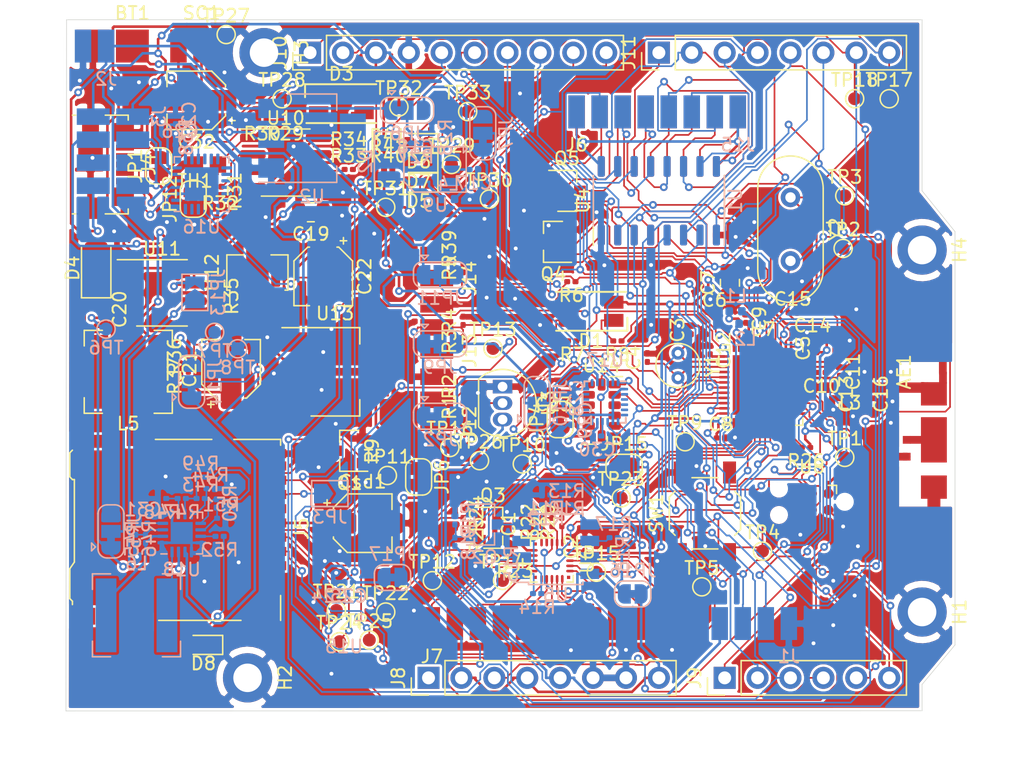
<source format=kicad_pcb>
(kicad_pcb (version 20171130) (host pcbnew 5.99.0+really5.1.10+dfsg1-1)
  (layers (0 F.Cu signal) (31 B.Cu signal) (34 B.Paste user hide) (35 F.Paste user hide) (36 B.SilkS user hide) (37 F.SilkS user hide) (38 B.Mask user hide) (39 F.Mask user hide) (44 Edge.Cuts user))
  (net 0 "")
  (net 1 GND)
  (net 2 /Vbat)
  (net 3 "Net-(C1-Pad1)")
  (net 4 +5V)
  (net 5 "Net-(D1-Pad3)")
  (net 6 "Net-(D1-Pad4)")
  (net 7 "Net-(D1-Pad1)")
  (net 8 /mcu/ANT)
  (net 9 /P00)
  (net 10 /P01)
  (net 11 /mcu/DEC4)
  (net 12 /mcu/DEC3)
  (net 13 /mcu/DEC2)
  (net 14 /mcu/DEC1)
  (net 15 /mcu/RF_out)
  (net 16 "Net-(C14-Pad1)")
  (net 17 "Net-(C15-Pad1)")
  (net 18 /ftdi/Vusb)
  (net 19 /ftdi/Vdd)
  (net 20 "Net-(D3-Pad3)")
  (net 21 "Net-(D3-Pad4)")
  (net 22 "Net-(D3-Pad1)")
  (net 23 "Net-(D5-Pad2)")
  (net 24 /P16)
  (net 25 "Net-(D6-Pad2)")
  (net 26 /Tx)
  (net 27 "Net-(D7-Pad2)")
  (net 28 /Rx)
  (net 29 /interfaces/USB_ID)
  (net 30 /ftdi/DP)
  (net 31 /ftdi/DM)
  (net 32 /MISO)
  (net 33 "Net-(J5-Pad6)")
  (net 34 /CLK)
  (net 35 /MOSI)
  (net 36 /SD_CS)
  (net 37 "Net-(J5-Pad1)")
  (net 38 "Net-(J5-Pad8)")
  (net 39 /low_end_driver/DRV7)
  (net 40 /low_end_driver/DRV6)
  (net 41 /low_end_driver/DRV5)
  (net 42 /low_end_driver/DRV4)
  (net 43 /low_end_driver/DRV3)
  (net 44 /low_end_driver/DRV2)
  (net 45 /low_end_driver/DRV1)
  (net 46 /low_end_driver/ULN_COM)
  (net 47 /capacitive_sensor/MPR11)
  (net 48 /capacitive_sensor/MPR10)
  (net 49 /capacitive_sensor/MPR9)
  (net 50 /capacitive_sensor/MPR8)
  (net 51 /capacitive_sensor/MPR7)
  (net 52 /capacitive_sensor/MPR6)
  (net 53 /capacitive_sensor/MPR5)
  (net 54 /capacitive_sensor/MPR4)
  (net 55 /capacitive_sensor/MPR3)
  (net 56 /capacitive_sensor/MPR2)
  (net 57 /capacitive_sensor/MPR1)
  (net 58 /capacitive_sensor/MPR0)
  (net 59 /RESET)
  (net 60 "Net-(J8-Pad1)")
  (net 61 /P18)
  (net 62 /P04)
  (net 63 /P03)
  (net 64 /P02)
  (net 65 /P30)
  (net 66 /P17)
  (net 67 /SDA)
  (net 68 /SCL)
  (net 69 /ULN1)
  (net 70 /ULN2)
  (net 71 /AOP1)
  (net 72 /AOP2)
  (net 73 /AOP_EN)
  (net 74 /P29)
  (net 75 "Net-(J12-Pad1)")
  (net 76 "Net-(J13-Pad1)")
  (net 77 "Net-(J14-Pad1)")
  (net 78 /Vbridge)
  (net 79 /capacitive_sensor/MPR_Vss)
  (net 80 "Net-(L1-Pad1)")
  (net 81 /mcu/DCC)
  (net 82 /SD_EN)
  (net 83 /MPR_EN)
  (net 84 "Net-(R10-Pad1)")
  (net 85 "Net-(R12-Pad1)")
  (net 86 "Net-(R13-Pad1)")
  (net 87 /MPR_nIRQ)
  (net 88 "Net-(R23-Pad1)")
  (net 89 "Net-(R31-Pad1)")
  (net 90 "Net-(R33-Pad1)")
  (net 91 "Net-(R34-Pad1)")
  (net 92 "Net-(R38-Pad2)")
  (net 93 "Net-(U7-Pad44)")
  (net 94 /BOOST_EN)
  (net 95 /PRESSURE_CS)
  (net 96 /ACC_nCS)
  (net 97 /mcu/SWDIO)
  (net 98 /mcu/SWDCLK)
  (net 99 "Net-(U8-Pad6)")
  (net 100 "Net-(U9-Pad6)")
  (net 101 "Net-(U14-Pad11)")
  (net 102 "Net-(U14-Pad10)")
  (net 103 /ACC_INT2)
  (net 104 /ACC_INT1)
  (net 105 "Net-(U14-Pad3)")
  (net 106 "Net-(U16-Pad24)")
  (net 107 "Net-(U16-Pad23)")
  (net 108 "Net-(U16-Pad22)")
  (net 109 "Net-(U16-Pad19)")
  (net 110 "Net-(U16-Pad18)")
  (net 111 "Net-(U16-Pad17)")
  (net 112 "Net-(U16-Pad16)")
  (net 113 "Net-(U16-Pad15)")
  (net 114 "Net-(U16-Pad14)")
  (net 115 "Net-(U16-Pad13)")
  (net 116 "Net-(U16-Pad12)")
  (net 117 "Net-(U16-Pad11)")
  (net 118 "Net-(U16-Pad10)")
  (net 119 "Net-(U16-Pad1)")
  (net 120 /power_management/Vbat)
  (net 121 +3V3)
  (net 122 /power_management/sheet618CA8D8/Vin)
  (net 123 /power_management/sheet618CA8D8/Vout)
  (net 124 /power_management/sheet618CA8DA/BB_TC)
  (net 125 /power_management/sheet618CA8D8/Boost_SW)
  (net 126 /power_management/sheet618CA8D9/TP4056_Vcc)
  (net 127 /power_management/sheet618CA8DA/BB_SWE)
  (net 128 "Net-(JP12-Pad2)")
  (net 129 /power_management/sheet618CA8DA/SOLAR+)
  (net 130 /power_management/sheet618CA8DA/BB_DC)
  (net 131 "Net-(JP14-Pad2)")
  (net 132 /power_management/sheet618CA8D8/Boost_FB)
  (net 133 /power_management/sheet618CA8DA/BB_FB)
  (net 134 /power_management/BOOST_EN)
  (net 135 "Net-(C30-Pad2)")
  (net 136 "Net-(U17-Pad21)")
  (net 137 "Net-(U17-Pad7)")
  (net 138 "Net-(Q2-Pad3)")
  (net 139 /Vacc)
  (net 140 /low_end_driver/DRV14)
  (net 141 /low_end_driver/DRV13)
  (net 142 /low_end_driver/DRV12)
  (net 143 /low_end_driver/DRV11)
  (net 144 /low_end_driver/DRV10)
  (net 145 /low_end_driver/DRV9)
  (net 146 /low_end_driver/DRV8)
  (net 147 "Net-(C31-Pad1)")
  (net 148 /power_management/sheet618CA8DA/SOLAR-)
  (net 149 "Net-(D8-Pad2)")
  (net 150 "Net-(L6-Pad2)")
  (net 151 /power_management/sheet618CA8DA/VR_DIV)
  (net 152 /power_management/sheet618CA8DA/Vbat_UV)
  (net 153 /power_management/sheet618CA8DA/VOC_SAMP)
  (net 154 /power_management/sheet618CA8DA/Vbat_OV)
  (net 155 /power_management/sheet618CA8DA/OK_HIST)
  (net 156 /power_management/sheet618CA8DA/OK_PROG)
  (net 157 "Net-(R52-Pad1)")
  (net 158 /capacitive_sensor/Vmpr)
  (net 159 /pressure_sensor/Vin)
  (net 160 /capacitive_sensor/Vaop)
  (net 161 /interfaces/Vsd)
  (net 162 /VinDC)
  (net 163 "Net-(J3-Pad6)")
  (module smdpad:smdpad_02x04_1.27_2.54_0.51 (layer B.Cu) (at 24.6634 31.8643 270)
    (fp_text reference J3 (at 0 -5.08 90) (layer B.SilkS) (effects (justify mirror)))
    (fp_text value PWR_CONN)
    (pad 8 smd rect (at 5.334 -3.048 270) (size 1.27 2.54) (layers B.Cu B.Paste B.Mask) (net 4 +5V))
    (pad 7 smd rect (at 5.334 0 270) (size 1.27 2.54) (layers B.Cu B.Paste B.Mask) (net 162 /VinDC))
    (pad 6 smd rect (at 3.556 -3.048 270) (size 1.27 2.54) (layers B.Cu B.Paste B.Mask) (net 163 "Net-(J3-Pad6)"))
    (pad 5 smd rect (at 3.556 0 270) (size 1.27 2.54) (layers B.Cu B.Paste B.Mask) (net 1 GND))
    (pad 4 smd rect (at 1.778 -3.048 270) (size 1.27 2.54) (layers B.Cu B.Paste B.Mask) (net 4 +5V))
    (pad 3 smd rect (at 1.778 0 270) (size 1.27 2.54) (layers B.Cu B.Paste B.Mask) (net 2 /Vbat))
    (pad 2 smd rect (at 0 -3.048 270) (size 1.27 2.54) (layers B.Cu B.Paste B.Mask) (net 121 +3V3))
    (pad 1 smd rect (at 0 0 270) (size 1.27 2.54) (layers B.Cu B.Paste B.Mask) (net 121 +3V3))
  )
  (module Capacitor_SMD:C_0201_0603Metric (layer F.Cu) (at 75.03668 47.46244 270)
    (fp_text reference C9 (at 0 -1.05 90) (layer F.SilkS))
    (fp_text value 1uF)
    (pad 2 smd roundrect (at 0.32 0 270) (size 0.46 0.4) (layers F.Cu F.Mask) (net 11 /mcu/DEC4))
    (pad 1 smd roundrect (at -0.32 0 270) (size 0.46 0.4) (layers F.Cu F.Mask) (net 1 GND))
  )
  (module TestPoint:TestPoint_Pad_D1.0mm (layer F.Cu) (at 70.35038 56.9595)
    (fp_text reference TP9 (at 0 -1.448) (layer F.SilkS))
    (fp_text value SDA)
    (pad 1 smd circle (at 0 0) (size 1 1) (layers F.Cu F.Mask) (net 67 /SDA))
  )
  (module Capacitor_SMD:C_0201_0603Metric (layer B.Cu) (at 60.9346 53.6067 90)
    (fp_text reference C28 (at 0 1.05 270) (layer B.SilkS) (effects (justify mirror)))
    (fp_text value 10nF)
    (pad 2 smd roundrect (at 0.32 0 90) (size 0.46 0.4) (layers B.Cu B.Mask) (net 1 GND))
    (pad 1 smd roundrect (at -0.32 0 90) (size 0.46 0.4) (layers B.Cu B.Mask) (net 139 /Vacc))
  )
  (module Capacitor_SMD:C_0201_0603Metric (layer F.Cu) (at 60.22082 53.03774 180)
    (fp_text reference C23 (at 0 -1.05) (layer F.SilkS))
    (fp_text value 1uF)
    (pad 2 smd roundrect (at 0.32 0 180) (size 0.46 0.4) (layers F.Cu F.Mask) (net 1 GND))
    (pad 1 smd roundrect (at -0.32 0 180) (size 0.46 0.4) (layers F.Cu F.Mask) (net 139 /Vacc))
  )
  (module Capacitor_SMD:C_0201_0603Metric (layer F.Cu) (at 57.785 63.307 90)
    (fp_text reference C1 (at 0 -1.05 90) (layer F.SilkS))
    (fp_text value 0.1uF)
    (pad 2 smd roundrect (at 0.32 0 90) (size 0.46 0.4) (layers F.Cu F.Mask) (net 1 GND))
    (pad 1 smd roundrect (at -0.32 0 90) (size 0.46 0.4) (layers F.Cu F.Mask) (net 3 "Net-(C1-Pad1)"))
  )
  (module Package_DFN_QFN:QFN-48-1EP_6x6mm_P0.4mm_EP4.6x4.6mm (layer F.Cu) (at 76.327 52.578)
    (fp_text reference U7 (at 0 -4.3) (layer F.SilkS))
    (fp_text value nRF52832-QFxx)
    (pad 49 smd rect (at 0 0) (size 4.6 4.6) (layers F.Cu F.Mask) (net 1 GND))
    (pad 48 smd roundrect (at -2.2 -2.95) (size 0.2 0.8) (layers F.Cu F.Paste F.Mask) (net 121 +3V3))
    (pad 47 smd roundrect (at -1.8 -2.95) (size 0.2 0.8) (layers F.Cu F.Paste F.Mask) (net 81 /mcu/DCC))
    (pad 46 smd roundrect (at -1.4 -2.95) (size 0.2 0.8) (layers F.Cu F.Paste F.Mask) (net 11 /mcu/DEC4))
    (pad 45 smd roundrect (at -1 -2.95) (size 0.2 0.8) (layers F.Cu F.Paste F.Mask) (net 1 GND))
    (pad 44 smd roundrect (at -0.6 -2.95) (size 0.2 0.8) (layers F.Cu F.Paste F.Mask) (net 93 "Net-(U7-Pad44)"))
    (pad 43 smd roundrect (at -0.2 -2.95) (size 0.2 0.8) (layers F.Cu F.Paste F.Mask) (net 26 /Tx))
    (pad 42 smd roundrect (at 0.2 -2.95) (size 0.2 0.8) (layers F.Cu F.Paste F.Mask) (net 65 /P30))
    (pad 41 smd roundrect (at 0.6 -2.95) (size 0.2 0.8) (layers F.Cu F.Paste F.Mask) (net 74 /P29))
    (pad 40 smd roundrect (at 1 -2.95) (size 0.2 0.8) (layers F.Cu F.Paste F.Mask) (net 73 /AOP_EN))
    (pad 39 smd roundrect (at 1.4 -2.95) (size 0.2 0.8) (layers F.Cu F.Paste F.Mask) (net 36 /SD_CS))
    (pad 38 smd roundrect (at 1.8 -2.95) (size 0.2 0.8) (layers F.Cu F.Paste F.Mask) (net 94 /BOOST_EN))
    (pad 37 smd roundrect (at 2.2 -2.95) (size 0.2 0.8) (layers F.Cu F.Paste F.Mask) (net 83 /MPR_EN))
    (pad 36 smd roundrect (at 2.95 -2.2) (size 0.8 0.2) (layers F.Cu F.Paste F.Mask) (net 121 +3V3))
    (pad 35 smd roundrect (at 2.95 -1.8) (size 0.8 0.2) (layers F.Cu F.Paste F.Mask) (net 17 "Net-(C15-Pad1)"))
    (pad 34 smd roundrect (at 2.95 -1.4) (size 0.8 0.2) (layers F.Cu F.Paste F.Mask) (net 16 "Net-(C14-Pad1)"))
    (pad 33 smd roundrect (at 2.95 -1) (size 0.8 0.2) (layers F.Cu F.Paste F.Mask) (net 12 /mcu/DEC3))
    (pad 32 smd roundrect (at 2.95 -0.6) (size 0.8 0.2) (layers F.Cu F.Paste F.Mask) (net 13 /mcu/DEC2))
    (pad 31 smd roundrect (at 2.95 -0.2) (size 0.8 0.2) (layers F.Cu F.Paste F.Mask) (net 1 GND))
    (pad 30 smd roundrect (at 2.95 0.2) (size 0.8 0.2) (layers F.Cu F.Paste F.Mask) (net 15 /mcu/RF_out))
    (pad 29 smd roundrect (at 2.95 0.6) (size 0.8 0.2) (layers F.Cu F.Paste F.Mask) (net 95 /PRESSURE_CS))
    (pad 28 smd roundrect (at 2.95 1) (size 0.8 0.2) (layers F.Cu F.Paste F.Mask) (net 96 /ACC_nCS))
    (pad 27 smd roundrect (at 2.95 1.4) (size 0.8 0.2) (layers F.Cu F.Paste F.Mask) (net 82 /SD_EN))
    (pad 26 smd roundrect (at 2.95 1.8) (size 0.8 0.2) (layers F.Cu F.Paste F.Mask) (net 97 /mcu/SWDIO))
    (pad 25 smd roundrect (at 2.95 2.2) (size 0.8 0.2) (layers F.Cu F.Paste F.Mask) (net 98 /mcu/SWDCLK))
    (pad 24 smd roundrect (at 2.2 2.95) (size 0.2 0.8) (layers F.Cu F.Paste F.Mask) (net 59 /RESET))
    (pad 23 smd roundrect (at 1.8 2.95) (size 0.2 0.8) (layers F.Cu F.Paste F.Mask) (net 103 /ACC_INT2))
    (pad 22 smd roundrect (at 1.4 2.95) (size 0.2 0.8) (layers F.Cu F.Paste F.Mask) (net 104 /ACC_INT1))
    (pad 21 smd roundrect (at 1 2.95) (size 0.2 0.8) (layers F.Cu F.Paste F.Mask) (net 61 /P18))
    (pad 20 smd roundrect (at 0.6 2.95) (size 0.2 0.8) (layers F.Cu F.Paste F.Mask) (net 66 /P17))
    (pad 19 smd roundrect (at 0.2 2.95) (size 0.2 0.8) (layers F.Cu F.Paste F.Mask) (net 24 /P16))
    (pad 18 smd roundrect (at -0.2 2.95) (size 0.2 0.8) (layers F.Cu F.Paste F.Mask) (net 72 /AOP2))
    (pad 17 smd roundrect (at -0.6 2.95) (size 0.2 0.8) (layers F.Cu F.Paste F.Mask) (net 71 /AOP1))
    (pad 16 smd roundrect (at -1 2.95) (size 0.2 0.8) (layers F.Cu F.Paste F.Mask) (net 87 /MPR_nIRQ))
    (pad 15 smd roundrect (at -1.4 2.95) (size 0.2 0.8) (layers F.Cu F.Paste F.Mask) (net 67 /SDA))
    (pad 14 smd roundrect (at -1.8 2.95) (size 0.2 0.8) (layers F.Cu F.Paste F.Mask) (net 68 /SCL))
    (pad 13 smd roundrect (at -2.2 2.95) (size 0.2 0.8) (layers F.Cu F.Paste F.Mask) (net 121 +3V3))
    (pad 12 smd roundrect (at -2.95 2.2) (size 0.8 0.2) (layers F.Cu F.Paste F.Mask) (net 70 /ULN2))
    (pad 11 smd roundrect (at -2.95 1.8) (size 0.8 0.2) (layers F.Cu F.Paste F.Mask) (net 69 /ULN1))
    (pad 10 smd roundrect (at -2.95 1.4) (size 0.8 0.2) (layers F.Cu F.Paste F.Mask) (net 32 /MISO))
    (pad 9 smd roundrect (at -2.95 1) (size 0.8 0.2) (layers F.Cu F.Paste F.Mask) (net 35 /MOSI))
    (pad 8 smd roundrect (at -2.95 0.6) (size 0.8 0.2) (layers F.Cu F.Paste F.Mask) (net 34 /CLK))
    (pad 7 smd roundrect (at -2.95 0.2) (size 0.8 0.2) (layers F.Cu F.Paste F.Mask) (net 28 /Rx))
    (pad 6 smd roundrect (at -2.95 -0.2) (size 0.8 0.2) (layers F.Cu F.Paste F.Mask) (net 62 /P04))
    (pad 5 smd roundrect (at -2.95 -0.6) (size 0.8 0.2) (layers F.Cu F.Paste F.Mask) (net 63 /P03))
    (pad 4 smd roundrect (at -2.95 -1) (size 0.8 0.2) (layers F.Cu F.Paste F.Mask) (net 64 /P02))
    (pad 3 smd roundrect (at -2.95 -1.4) (size 0.8 0.2) (layers F.Cu F.Paste F.Mask) (net 10 /P01))
    (pad 2 smd roundrect (at -2.95 -1.8) (size 0.8 0.2) (layers F.Cu F.Paste F.Mask) (net 9 /P00))
    (pad 1 smd roundrect (at -2.95 -2.2) (size 0.8 0.2) (layers F.Cu F.Paste F.Mask) (net 14 /mcu/DEC1))
  )
  (module TestPoint:TestPoint_Pad_D1.0mm (layer F.Cu) (at 53.5686 31.4706)
    (fp_text reference TP33 (at 0 -1.448) (layer F.SilkS))
    (fp_text value BoostFB)
    (pad 1 smd circle (at 0 0) (size 1 1) (layers F.Cu F.Mask) (net 132 /power_management/sheet618CA8D8/Boost_FB))
  )
  (module TestPoint:TestPoint_Pad_D1.0mm (layer F.Cu) (at 48.26 31.115)
    (fp_text reference TP32 (at 0 -1.448) (layer F.SilkS))
    (fp_text value Vout)
    (pad 1 smd circle (at 0 0) (size 1 1) (layers F.Cu F.Mask) (net 123 /power_management/sheet618CA8D8/Vout))
  )
  (module TestPoint:TestPoint_Pad_D1.0mm (layer F.Cu) (at 47.244 38.862)
    (fp_text reference TP31 (at 0 -1.448) (layer F.SilkS))
    (fp_text value SW)
    (pad 1 smd circle (at 0 0) (size 1 1) (layers F.Cu F.Mask) (net 125 /power_management/sheet618CA8D8/Boost_SW))
  )
  (module TestPoint:TestPoint_Pad_D1.0mm (layer F.Cu) (at 55.245 38.227)
    (fp_text reference TP30 (at 0 -1.448) (layer F.SilkS))
    (fp_text value BoostVin)
    (pad 1 smd circle (at 0 0) (size 1 1) (layers F.Cu F.Mask) (net 122 /power_management/sheet618CA8D8/Vin))
  )
  (module TestPoint:TestPoint_Pad_D1.0mm (layer F.Cu) (at 52.324 35.56)
    (fp_text reference TP29 (at 0 -1.448) (layer F.SilkS))
    (fp_text value BoostEN)
    (pad 1 smd circle (at 0 0) (size 1 1) (layers F.Cu F.Mask) (net 134 /power_management/BOOST_EN))
  )
  (module TestPoint:TestPoint_Pad_D1.0mm (layer F.Cu) (at 39.243 30.48)
    (fp_text reference TP28 (at 0 -1.448) (layer F.SilkS))
    (fp_text value VinDC)
    (pad 1 smd circle (at 0 0) (size 1 1) (layers F.Cu F.Mask) (net 162 /VinDC))
  )
  (module TestPoint:TestPoint_Pad_D1.0mm (layer F.Cu) (at 34.925 25.527)
    (fp_text reference TP27 (at 0 -1.448) (layer F.SilkS))
    (fp_text value Vsolar)
    (pad 1 smd circle (at 0 0) (size 1 1) (layers F.Cu F.Mask) (net 129 /power_management/sheet618CA8DA/SOLAR+))
  )
  (module TestPoint:TestPoint_Pad_D1.0mm (layer F.Cu) (at 54.483 58.42)
    (fp_text reference TP26 (at 0 -1.448) (layer F.SilkS))
    (fp_text value TEMP_DQ)
    (pad 1 smd circle (at 0 0) (size 1 1) (layers F.Cu F.Mask) (net 64 /P02))
  )
  (module TestPoint:TestPoint_Pad_D1.0mm (layer F.Cu) (at 45.974 72.263)
    (fp_text reference TP25 (at 0 -1.448) (layer F.SilkS))
    (fp_text value MOSI)
    (pad 1 smd circle (at 0 0) (size 1 1) (layers F.Cu F.Mask) (net 34 /CLK))
  )
  (module TestPoint:TestPoint_Pad_D1.0mm (layer F.Cu) (at 43.688 72.39)
    (fp_text reference TP24 (at 0 -1.448) (layer F.SilkS))
    (fp_text value MOSI)
    (pad 1 smd circle (at 0 0) (size 1 1) (layers F.Cu F.Mask) (net 35 /MOSI))
  )
  (module TestPoint:TestPoint_Pad_D1.0mm (layer F.Cu) (at 65.42024 61.2902)
    (fp_text reference TP23 (at 0 -1.448) (layer F.SilkS))
    (fp_text value ACC_nCS)
    (pad 1 smd circle (at 0 0) (size 1 1) (layers F.Cu F.Mask) (net 96 /ACC_nCS))
  )
  (module TestPoint:TestPoint_Pad_D1.0mm (layer F.Cu) (at 47.244 70.104)
    (fp_text reference TP22 (at 0 -1.448) (layer F.SilkS))
    (fp_text value MISO)
    (pad 1 smd circle (at 0 0) (size 1 1) (layers F.Cu F.Mask) (net 32 /MISO))
  )
  (module TestPoint:TestPoint_Pad_D1.0mm (layer F.Cu) (at 43.434 69.977)
    (fp_text reference TP21 (at 0 -1.448) (layer F.SilkS))
    (fp_text value PRESSURE_CS)
    (pad 1 smd circle (at 0 0) (size 1 1) (layers F.Cu F.Mask) (net 95 /PRESSURE_CS))
  )
  (module TestPoint:TestPoint_Pad_D1.0mm (layer F.Cu) (at 83.439 30.48)
    (fp_text reference TP18 (at 0 -1.448) (layer F.SilkS))
    (fp_text value Tx)
    (pad 1 smd circle (at 0 0) (size 1 1) (layers F.Cu F.Mask) (net 26 /Tx))
  )
  (module TestPoint:TestPoint_Pad_D1.0mm (layer F.Cu) (at 86.106 30.48)
    (fp_text reference TP17 (at 0 -1.448) (layer F.SilkS))
    (fp_text value Rx)
    (pad 1 smd circle (at 0 0) (size 1 1) (layers F.Cu F.Mask) (net 28 /Rx))
  )
  (module TestPoint:TestPoint_Pad_D1.0mm (layer F.Cu) (at 52.197 57.404)
    (fp_text reference TP16 (at 0 -1.448) (layer F.SilkS))
    (fp_text value Vbridge)
    (pad 1 smd circle (at 0 0) (size 1 1) (layers F.Cu F.Mask) (net 78 /Vbridge))
  )
  (module TestPoint:TestPoint_Pad_D1.0mm (layer F.Cu) (at 63.5 67.0306)
    (fp_text reference TP15 (at 0 -1.448) (layer F.SilkS))
    (fp_text value AOP2)
    (pad 1 smd circle (at 0 0) (size 1 1) (layers F.Cu F.Mask) (net 72 /AOP2))
  )
  (module TestPoint:TestPoint_Pad_D1.0mm (layer F.Cu) (at 56.261 67.6656)
    (fp_text reference TP14 (at 0 -1.448) (layer F.SilkS))
    (fp_text value AOP1)
    (pad 1 smd circle (at 0 0) (size 1 1) (layers F.Cu F.Mask) (net 71 /AOP1))
  )
  (module TestPoint:TestPoint_Pad_D1.0mm (layer F.Cu) (at 55.5244 49.7586)
    (fp_text reference TP13 (at 0 -1.448) (layer F.SilkS))
    (fp_text value Vbat)
    (pad 1 smd circle (at 0 0) (size 1 1) (layers F.Cu F.Mask) (net 2 /Vbat))
  )
  (module TestPoint:TestPoint_Pad_D1.0mm (layer F.Cu) (at 50.84318 67.68338)
    (fp_text reference TP12 (at 0 -1.448) (layer F.SilkS))
    (fp_text value AOP_EN)
    (pad 1 smd circle (at 0 0) (size 1 1) (layers F.Cu F.Mask) (net 73 /AOP_EN))
  )
  (module TestPoint:TestPoint_Pad_D1.0mm (layer F.Cu) (at 47.371 59.563)
    (fp_text reference TP11 (at 0 -1.448) (layer F.SilkS))
    (fp_text value SD_EN)
    (pad 1 smd circle (at 0 0) (size 1 1) (layers F.Cu F.Mask) (net 82 /SD_EN))
  )
  (module TestPoint:TestPoint_Pad_D1.0mm (layer F.Cu) (at 57.785 58.674)
    (fp_text reference TP10 (at 0 -1.448) (layer F.SilkS))
    (fp_text value MPR_EN)
    (pad 1 smd circle (at 0 0) (size 1 1) (layers F.Cu F.Mask) (net 83 /MPR_EN))
  )
  (module TestPoint:TestPoint_Pad_D1.0mm (layer F.Cu) (at 71.64324 68.15836)
    (fp_text reference TP5 (at 0 -1.448) (layer F.SilkS))
    (fp_text value SCL)
    (pad 1 smd circle (at 0 0) (size 1 1) (layers F.Cu F.Mask) (net 68 /SCL))
  )
  (module Jumper:SolderJumper-2_P1.3mm_Bridged_RoundedPad1.0x1.5mm (layer B.Cu) (at 47.767 67.437 180)
    (fp_text reference JP17 (at 0 1.8) (layer B.SilkS) (effects (justify mirror)))
    (fp_text value Vsd)
    (fp_poly (pts (xy 0.25 0.3) (xy -0.25 0.3) (xy -0.25 -0.3) (xy 0.25 -0.3)) (layer B.Cu) (width 0))
    (pad 1 smd custom (at -0.65 0 180) (size 1 0.5) (layers B.Cu B.Mask) (net 121 +3V3) (options (clearance outline) (anchor rect)) (primitives (gr_circle (center 0 -0.25) (end 0.5 -0.25) (width 0)) (gr_circle (center 0 0.25) (end 0.5 0.25) (width 0)) (gr_poly (pts (xy 0 0.75) (xy 0.5 0.75) (xy 0.5 -0.75) (xy 0 -0.75)) (width 0))))
    (pad 2 smd custom (at 0.65 0 180) (size 1 0.5) (layers B.Cu B.Mask) (net 159 /pressure_sensor/Vin) (options (clearance outline) (anchor rect)) (primitives (gr_circle (center 0 -0.25) (end 0.5 -0.25) (width 0)) (gr_circle (center 0 0.25) (end 0.5 0.25) (width 0)) (gr_poly (pts (xy 0 0.75) (xy -0.5 0.75) (xy -0.5 -0.75) (xy 0 -0.75)) (width 0))))
  )
  (module Jumper:SolderJumper-2_P1.3mm_Bridged_RoundedPad1.0x1.5mm (layer B.Cu) (at 66.309 68.707 180)
    (fp_text reference JP16 (at 0 1.8) (layer B.SilkS) (effects (justify mirror)))
    (fp_text value Vaop)
    (fp_poly (pts (xy 0.25 0.3) (xy -0.25 0.3) (xy -0.25 -0.3) (xy 0.25 -0.3)) (layer B.Cu) (width 0))
    (pad 1 smd custom (at -0.65 0 180) (size 1 0.5) (layers B.Cu B.Mask) (net 121 +3V3) (options (clearance outline) (anchor rect)) (primitives (gr_circle (center 0 -0.25) (end 0.5 -0.25) (width 0)) (gr_circle (center 0 0.25) (end 0.5 0.25) (width 0)) (gr_poly (pts (xy 0 0.75) (xy 0.5 0.75) (xy 0.5 -0.75) (xy 0 -0.75)) (width 0))))
    (pad 2 smd custom (at 0.65 0 180) (size 1 0.5) (layers B.Cu B.Mask) (net 160 /capacitive_sensor/Vaop) (options (clearance outline) (anchor rect)) (primitives (gr_circle (center 0 -0.25) (end 0.5 -0.25) (width 0)) (gr_circle (center 0 0.25) (end 0.5 0.25) (width 0)) (gr_poly (pts (xy 0 0.75) (xy -0.5 0.75) (xy -0.5 -0.75) (xy 0 -0.75)) (width 0))))
  )
  (module Jumper:SolderJumper-2_P1.3mm_Bridged_RoundedPad1.0x1.5mm (layer F.Cu) (at 65.644 58.928)
    (fp_text reference JP15 (at 0 -1.8) (layer F.SilkS))
    (fp_text value Vmpr)
    (fp_poly (pts (xy 0.25 -0.3) (xy -0.25 -0.3) (xy -0.25 0.3) (xy 0.25 0.3)) (layer F.Cu) (width 0))
    (pad 1 smd custom (at -0.65 0) (size 1 0.5) (layers F.Cu F.Mask) (net 121 +3V3) (options (clearance outline) (anchor rect)) (primitives (gr_circle (center 0 0.25) (end 0.5 0.25) (width 0)) (gr_circle (center 0 -0.25) (end 0.5 -0.25) (width 0)) (gr_poly (pts (xy 0 -0.75) (xy 0.5 -0.75) (xy 0.5 0.75) (xy 0 0.75)) (width 0))))
    (pad 2 smd custom (at 0.65 0) (size 1 0.5) (layers F.Cu F.Mask) (net 158 /capacitive_sensor/Vmpr) (options (clearance outline) (anchor rect)) (primitives (gr_circle (center 0 0.25) (end 0.5 0.25) (width 0)) (gr_circle (center 0 -0.25) (end 0.5 -0.25) (width 0)) (gr_poly (pts (xy 0 -0.75) (xy -0.5 -0.75) (xy -0.5 0.75) (xy 0 0.75)) (width 0))))
  )
  (module Jumper:SolderJumper-2_P1.3mm_Bridged_RoundedPad1.0x1.5mm (layer F.Cu) (at 49.784 59.675 270)
    (fp_text reference JP6 (at 0 -1.8 90) (layer F.SilkS))
    (fp_text value Vsd)
    (fp_poly (pts (xy 0.25 -0.3) (xy -0.25 -0.3) (xy -0.25 0.3) (xy 0.25 0.3)) (layer F.Cu) (width 0))
    (pad 1 smd custom (at -0.65 0 270) (size 1 0.5) (layers F.Cu F.Mask) (net 121 +3V3) (options (clearance outline) (anchor rect)) (primitives (gr_circle (center 0 0.25) (end 0.5 0.25) (width 0)) (gr_circle (center 0 -0.25) (end 0.5 -0.25) (width 0)) (gr_poly (pts (xy 0 -0.75) (xy 0.5 -0.75) (xy 0.5 0.75) (xy 0 0.75)) (width 0))))
    (pad 2 smd custom (at 0.65 0 270) (size 1 0.5) (layers F.Cu F.Mask) (net 161 /interfaces/Vsd) (options (clearance outline) (anchor rect)) (primitives (gr_circle (center 0 0.25) (end 0.5 0.25) (width 0)) (gr_circle (center 0 -0.25) (end 0.5 -0.25) (width 0)) (gr_poly (pts (xy 0 -0.75) (xy -0.5 -0.75) (xy -0.5 0.75) (xy 0 0.75)) (width 0))))
  )
  (module Package_DFN_QFN:QFN-16-1EP_3x3mm_P0.5mm_EP1.7x1.7mm (layer B.Cu) (at 31.496 64.008)
    (fp_text reference U18 (at 0 2.82) (layer B.SilkS) (effects (justify mirror)))
    (fp_text value BQ25504)
    (pad 17 smd rect (at 0 0) (size 1.7 1.7) (layers B.Cu B.Mask) (net 1 GND))
    (pad 16 smd roundrect (at -0.75 1.4625) (size 0.25 0.825) (layers B.Cu B.Paste B.Mask) (net 150 "Net-(L6-Pad2)"))
    (pad 15 smd roundrect (at -0.25 1.4625) (size 0.25 0.825) (layers B.Cu B.Paste B.Mask) (net 4 +5V))
    (pad 14 smd roundrect (at 0.25 1.4625) (size 0.25 0.825) (layers B.Cu B.Paste B.Mask) (net 120 /power_management/Vbat))
    (pad 13 smd roundrect (at 0.75 1.4625) (size 0.25 0.825) (layers B.Cu B.Paste B.Mask) (net 1 GND))
    (pad 12 smd roundrect (at 1.4625 0.75) (size 0.825 0.25) (layers B.Cu B.Paste B.Mask) (net 1 GND))
    (pad 11 smd roundrect (at 1.4625 0.25) (size 0.825 0.25) (layers B.Cu B.Paste B.Mask) (net 157 "Net-(R52-Pad1)"))
    (pad 10 smd roundrect (at 1.4625 -0.25) (size 0.825 0.25) (layers B.Cu B.Paste B.Mask) (net 156 /power_management/sheet618CA8DA/OK_PROG))
    (pad 9 smd roundrect (at 1.4625 -0.75) (size 0.825 0.25) (layers B.Cu B.Paste B.Mask) (net 155 /power_management/sheet618CA8DA/OK_HIST))
    (pad 8 smd roundrect (at 0.75 -1.4625) (size 0.25 0.825) (layers B.Cu B.Paste B.Mask) (net 152 /power_management/sheet618CA8DA/Vbat_UV))
    (pad 7 smd roundrect (at 0.25 -1.4625) (size 0.25 0.825) (layers B.Cu B.Paste B.Mask) (net 151 /power_management/sheet618CA8DA/VR_DIV))
    (pad 6 smd roundrect (at -0.25 -1.4625) (size 0.25 0.825) (layers B.Cu B.Paste B.Mask) (net 154 /power_management/sheet618CA8DA/Vbat_OV))
    (pad 5 smd roundrect (at -0.75 -1.4625) (size 0.25 0.825) (layers B.Cu B.Paste B.Mask) (net 1 GND))
    (pad 4 smd roundrect (at -1.4625 -0.75) (size 0.825 0.25) (layers B.Cu B.Paste B.Mask) (net 147 "Net-(C31-Pad1)"))
    (pad 3 smd roundrect (at -1.4625 -0.25) (size 0.825 0.25) (layers B.Cu B.Paste B.Mask) (net 153 /power_management/sheet618CA8DA/VOC_SAMP))
    (pad 2 smd roundrect (at -1.4625 0.25) (size 0.825 0.25) (layers B.Cu B.Paste B.Mask) (net 129 /power_management/sheet618CA8DA/SOLAR+))
    (pad 1 smd roundrect (at -1.4625 0.75) (size 0.825 0.25) (layers B.Cu B.Paste B.Mask) (net 1 GND))
  )
  (module Resistor_SMD:R_0201_0603Metric (layer B.Cu) (at 34.417 64.262)
    (fp_text reference R52 (at 0 1.05) (layer B.SilkS) (effects (justify mirror)))
    (fp_text value R)
    (pad 2 smd roundrect (at 0.32 0) (size 0.46 0.4) (layers B.Cu B.Mask) (net 149 "Net-(D8-Pad2)"))
    (pad 1 smd roundrect (at -0.32 0) (size 0.46 0.4) (layers B.Cu B.Mask) (net 157 "Net-(R52-Pad1)"))
  )
  (module Resistor_SMD:R_0201_0603Metric (layer B.Cu) (at 34.544 62.865 180)
    (fp_text reference R51 (at 0 1.05) (layer B.SilkS) (effects (justify mirror)))
    (fp_text value R)
    (pad 2 smd roundrect (at 0.32 0 180) (size 0.46 0.4) (layers B.Cu B.Mask) (net 156 /power_management/sheet618CA8DA/OK_PROG))
    (pad 1 smd roundrect (at -0.32 0 180) (size 0.46 0.4) (layers B.Cu B.Mask) (net 1 GND))
  )
  (module Resistor_SMD:R_0201_0603Metric (layer B.Cu) (at 34.163 61.722 90)
    (fp_text reference R50 (at 0 1.05 270) (layer B.SilkS) (effects (justify mirror)))
    (fp_text value R)
    (pad 2 smd roundrect (at 0.32 0 90) (size 0.46 0.4) (layers B.Cu B.Mask) (net 155 /power_management/sheet618CA8DA/OK_HIST))
    (pad 1 smd roundrect (at -0.32 0 90) (size 0.46 0.4) (layers B.Cu B.Mask) (net 156 /power_management/sheet618CA8DA/OK_PROG))
  )
  (module Resistor_SMD:R_0201_0603Metric (layer B.Cu) (at 32.959 59.69 180)
    (fp_text reference R49 (at 0 1.05) (layer B.SilkS) (effects (justify mirror)))
    (fp_text value R)
    (pad 2 smd roundrect (at 0.32 0 180) (size 0.46 0.4) (layers B.Cu B.Mask) (net 151 /power_management/sheet618CA8DA/VR_DIV))
    (pad 1 smd roundrect (at -0.32 0 180) (size 0.46 0.4) (layers B.Cu B.Mask) (net 155 /power_management/sheet618CA8DA/OK_HIST))
  )
  (module Resistor_SMD:R_0201_0603Metric (layer B.Cu) (at 29.972 61.341)
    (fp_text reference R48 (at 0 1.05) (layer B.SilkS) (effects (justify mirror)))
    (fp_text value R)
    (pad 2 smd roundrect (at 0.32 0) (size 0.46 0.4) (layers B.Cu B.Mask) (net 154 /power_management/sheet618CA8DA/Vbat_OV))
    (pad 1 smd roundrect (at -0.32 0) (size 0.46 0.4) (layers B.Cu B.Mask) (net 1 GND))
  )
  (module Resistor_SMD:R_0201_0603Metric (layer B.Cu) (at 31.496 61.341)
    (fp_text reference R47 (at 0 1.05) (layer B.SilkS) (effects (justify mirror)))
    (fp_text value R)
    (pad 2 smd roundrect (at 0.32 0) (size 0.46 0.4) (layers B.Cu B.Mask) (net 151 /power_management/sheet618CA8DA/VR_DIV))
    (pad 1 smd roundrect (at -0.32 0) (size 0.46 0.4) (layers B.Cu B.Mask) (net 154 /power_management/sheet618CA8DA/Vbat_OV))
  )
  (module Resistor_SMD:R_0201_0603Metric (layer B.Cu) (at 27.94 64.455 90)
    (fp_text reference R46 (at 0 1.05 90) (layer B.SilkS) (effects (justify mirror)))
    (fp_text value R)
    (pad 2 smd roundrect (at 0.32 0 90) (size 0.46 0.4) (layers B.Cu B.Mask) (net 153 /power_management/sheet618CA8DA/VOC_SAMP))
    (pad 1 smd roundrect (at -0.32 0 90) (size 0.46 0.4) (layers B.Cu B.Mask) (net 1 GND))
  )
  (module Resistor_SMD:R_0201_0603Metric (layer B.Cu) (at 28.702 64.455 270)
    (fp_text reference R45 (at 0 1.05 90) (layer B.SilkS) (effects (justify mirror)))
    (fp_text value R)
    (pad 2 smd roundrect (at 0.32 0 270) (size 0.46 0.4) (layers B.Cu B.Mask) (net 129 /power_management/sheet618CA8DA/SOLAR+))
    (pad 1 smd roundrect (at -0.32 0 270) (size 0.46 0.4) (layers B.Cu B.Mask) (net 153 /power_management/sheet618CA8DA/VOC_SAMP))
  )
  (module Resistor_SMD:R_0201_0603Metric (layer B.Cu) (at 33.721 60.579 180)
    (fp_text reference R44 (at 0 1.05) (layer B.SilkS) (effects (justify mirror)))
    (fp_text value R)
    (pad 2 smd roundrect (at 0.32 0 180) (size 0.46 0.4) (layers B.Cu B.Mask) (net 152 /power_management/sheet618CA8DA/Vbat_UV))
    (pad 1 smd roundrect (at -0.32 0 180) (size 0.46 0.4) (layers B.Cu B.Mask) (net 1 GND))
  )
  (module Resistor_SMD:R_0201_0603Metric (layer B.Cu) (at 32.959 61.341 180)
    (fp_text reference R43 (at 0 1.05) (layer B.SilkS) (effects (justify mirror)))
    (fp_text value R)
    (pad 2 smd roundrect (at 0.32 0 180) (size 0.46 0.4) (layers B.Cu B.Mask) (net 151 /power_management/sheet618CA8DA/VR_DIV))
    (pad 1 smd roundrect (at -0.32 0 180) (size 0.46 0.4) (layers B.Cu B.Mask) (net 152 /power_management/sheet618CA8DA/Vbat_UV))
  )
  (module Inductor_SMD:L_Bourns-SRN6028 (layer B.Cu) (at 28.003 70.358)
    (fp_text reference L6 (at 0 -4 180) (layer B.SilkS) (effects (justify mirror)))
    (fp_text value >=26uH)
    (pad 2 smd rect (at 2.35 0) (size 1.6 5.7) (layers B.Cu B.Paste B.Mask) (net 150 "Net-(L6-Pad2)"))
    (pad 1 smd rect (at -2.35 0) (size 1.6 5.7) (layers B.Cu B.Paste B.Mask) (net 129 /power_management/sheet618CA8DA/SOLAR+))
  )
  (module Jumper:SolderJumper-3_P1.3mm_Bridged12_RoundedPad1.0x1.5mm (layer B.Cu) (at 26.035 63.881 90)
    (fp_text reference JP5 (at 0 1.8 90) (layer B.SilkS) (effects (justify mirror)))
    (fp_text value Vbat)
    (fp_poly (pts (xy -0.9 0.3) (xy -0.4 0.3) (xy -0.4 -0.3) (xy -0.9 -0.3)) (layer B.Cu) (width 0))
    (pad 1 smd custom (at -1.3 0 90) (size 1 0.5) (layers B.Cu B.Mask) (net 4 +5V) (options (clearance outline) (anchor rect)) (primitives (gr_circle (center 0 -0.25) (end 0.5 -0.25) (width 0)) (gr_circle (center 0 0.25) (end 0.5 0.25) (width 0)) (gr_poly (pts (xy 0.55 0.75) (xy 0 0.75) (xy 0 -0.75) (xy 0.55 -0.75)) (width 0))))
    (pad 2 smd rect (at 0 0 90) (size 1 1.5) (layers B.Cu B.Mask) (net 148 /power_management/sheet618CA8DA/SOLAR-))
    (pad 3 smd custom (at 1.3 0 90) (size 1 0.5) (layers B.Cu B.Mask) (net 1 GND) (options (clearance outline) (anchor rect)) (primitives (gr_circle (center 0 -0.25) (end 0.5 -0.25) (width 0)) (gr_circle (center 0 0.25) (end 0.5 0.25) (width 0)) (gr_poly (pts (xy -0.55 0.75) (xy 0 0.75) (xy 0 -0.75) (xy -0.55 -0.75)) (width 0))))
  )
  (module LED_SMD:LED_0603_1608Metric (layer F.Cu) (at 33.1725 72.644 180)
    (fp_text reference D8 (at 0 -1.43) (layer F.SilkS))
    (fp_text value LED)
    (pad 2 smd roundrect (at 0.7875 0 180) (size 0.875 0.95) (layers F.Cu F.Paste F.Mask) (net 149 "Net-(D8-Pad2)"))
    (pad 1 smd roundrect (at -0.7875 0 180) (size 0.875 0.95) (layers F.Cu F.Paste F.Mask) (net 1 GND))
  )
  (module Capacitor_SMD:CP_Elec_4x3 (layer F.Cu) (at 32.617 30.607 180)
    (fp_text reference C32 (at 0 -3.2) (layer F.SilkS))
    (fp_text value CP)
    (pad 2 smd roundrect (at 1.8 0 180) (size 2.6 1.6) (layers F.Cu F.Paste F.Mask) (roundrect_rratio 0.15625) (net 148 /power_management/sheet618CA8DA/SOLAR-))
    (pad 1 smd roundrect (at -1.8 0 180) (size 2.6 1.6) (layers F.Cu F.Paste F.Mask) (roundrect_rratio 0.15625) (net 129 /power_management/sheet618CA8DA/SOLAR+))
  )
  (module Capacitor_SMD:C_0201_0603Metric (layer B.Cu) (at 28.509 63.246 180)
    (fp_text reference C31 (at 0 1.05) (layer B.SilkS) (effects (justify mirror)))
    (fp_text value C)
    (pad 2 smd roundrect (at 0.32 0 180) (size 0.46 0.4) (layers B.Cu B.Mask) (net 1 GND))
    (pad 1 smd roundrect (at -0.32 0 180) (size 0.46 0.4) (layers B.Cu B.Mask) (net 147 "Net-(C31-Pad1)"))
  )
  (module smdpad:smdpad_01x04_1.27_2.54_0.51 (layer B.Cu) (at 78.359 70.993 180)
    (fp_text reference J1 (at 0 -2.54) (layer B.SilkS) (effects (justify mirror)))
    (fp_text value Ultrasound)
    (pad 4 smd rect (at 5.334 0 180) (size 1.27 2.54) (layers B.Cu B.Paste B.Mask) (net 4 +5V))
    (pad 3 smd rect (at 3.556 0 180) (size 1.27 2.54) (layers B.Cu B.Paste B.Mask) (net 103 /ACC_INT2))
    (pad 2 smd rect (at 1.778 0 180) (size 1.27 2.54) (layers B.Cu B.Paste B.Mask) (net 104 /ACC_INT1))
    (pad 1 smd rect (at 0 0 180) (size 1.27 2.54) (layers B.Cu B.Paste B.Mask) (net 1 GND))
  )
  (module Package_TO_SOT_SMD:SOT-23 (layer F.Cu) (at 61.23 37.592)
    (fp_text reference Q5 (at 0 -2.5) (layer F.SilkS))
    (fp_text value 2N7002)
    (pad 3 smd rect (at 1 0) (size 0.9 0.8) (layers F.Cu F.Paste F.Mask) (net 44 /low_end_driver/DRV2))
    (pad 2 smd rect (at -1 0.95) (size 0.9 0.8) (layers F.Cu F.Paste F.Mask) (net 1 GND))
    (pad 1 smd rect (at -1 -0.95) (size 0.9 0.8) (layers F.Cu F.Paste F.Mask) (net 70 /ULN2))
  )
  (module Package_TO_SOT_SMD:SOT-23 (layer F.Cu) (at 60.182 41.529 180)
    (fp_text reference Q4 (at 0 -2.5) (layer F.SilkS))
    (fp_text value 2N7002)
    (pad 3 smd rect (at 1 0 180) (size 0.9 0.8) (layers F.Cu F.Paste F.Mask) (net 45 /low_end_driver/DRV1))
    (pad 2 smd rect (at -1 0.95 180) (size 0.9 0.8) (layers F.Cu F.Paste F.Mask) (net 1 GND))
    (pad 1 smd rect (at -1 -0.95 180) (size 0.9 0.8) (layers F.Cu F.Paste F.Mask) (net 69 /ULN1))
  )
  (module Jumper:SolderJumper-2_P1.3mm_Bridged_RoundedPad1.0x1.5mm (layer F.Cu) (at 60.706 55.245 90)
    (fp_text reference JP4 (at 0 -1.8 90) (layer F.SilkS))
    (fp_text value Vacc)
    (fp_poly (pts (xy 0.25 -0.3) (xy -0.25 -0.3) (xy -0.25 0.3) (xy 0.25 0.3)) (layer F.Cu) (width 0))
    (pad 1 smd custom (at -0.65 0 90) (size 1 0.5) (layers F.Cu F.Mask) (net 121 +3V3) (options (clearance outline) (anchor rect)) (primitives (gr_circle (center 0 0.25) (end 0.5 0.25) (width 0)) (gr_circle (center 0 -0.25) (end 0.5 -0.25) (width 0)) (gr_poly (pts (xy 0 -0.75) (xy 0.5 -0.75) (xy 0.5 0.75) (xy 0 0.75)) (width 0))))
    (pad 2 smd custom (at 0.65 0 90) (size 1 0.5) (layers F.Cu F.Mask) (net 139 /Vacc) (options (clearance outline) (anchor rect)) (primitives (gr_circle (center 0 0.25) (end 0.5 0.25) (width 0)) (gr_circle (center 0 -0.25) (end 0.5 -0.25) (width 0)) (gr_poly (pts (xy 0 -0.75) (xy -0.5 -0.75) (xy -0.5 0.75) (xy 0 0.75)) (width 0))))
  )
  (module Package_SO:STC_SOP-16_3.9x9.9mm_P1.27mm (layer B.Cu) (at 68.326 38.354 90)
    (fp_text reference U1 (at 0 5.9 90) (layer B.SilkS) (effects (justify mirror)))
    (fp_text value ULN2003)
    (pad 16 smd roundrect (at 2.65 4.445 90) (size 1.6 0.55) (layers B.Cu B.Paste B.Mask) (net 146 /low_end_driver/DRV8))
    (pad 15 smd roundrect (at 2.65 3.175 90) (size 1.6 0.55) (layers B.Cu B.Paste B.Mask) (net 145 /low_end_driver/DRV9))
    (pad 14 smd roundrect (at 2.65 1.905 90) (size 1.6 0.55) (layers B.Cu B.Paste B.Mask) (net 144 /low_end_driver/DRV10))
    (pad 13 smd roundrect (at 2.65 0.635 90) (size 1.6 0.55) (layers B.Cu B.Paste B.Mask) (net 143 /low_end_driver/DRV11))
    (pad 12 smd roundrect (at 2.65 -0.635 90) (size 1.6 0.55) (layers B.Cu B.Paste B.Mask) (net 142 /low_end_driver/DRV12))
    (pad 11 smd roundrect (at 2.65 -1.905 90) (size 1.6 0.55) (layers B.Cu B.Paste B.Mask) (net 141 /low_end_driver/DRV13))
    (pad 10 smd roundrect (at 2.65 -3.175 90) (size 1.6 0.55) (layers B.Cu B.Paste B.Mask) (net 140 /low_end_driver/DRV14))
    (pad 9 smd roundrect (at 2.65 -4.445 90) (size 1.6 0.55) (layers B.Cu B.Paste B.Mask) (net 46 /low_end_driver/ULN_COM))
    (pad 8 smd roundrect (at -2.65 -4.445 90) (size 1.6 0.55) (layers B.Cu B.Paste B.Mask) (net 1 GND))
    (pad 7 smd roundrect (at -2.65 -3.175 90) (size 1.6 0.55) (layers B.Cu B.Paste B.Mask) (net 94 /BOOST_EN))
    (pad 6 smd roundrect (at -2.65 -1.905 90) (size 1.6 0.55) (layers B.Cu B.Paste B.Mask) (net 95 /PRESSURE_CS))
    (pad 5 smd roundrect (at -2.65 -0.635 90) (size 1.6 0.55) (layers B.Cu B.Paste B.Mask) (net 62 /P04))
    (pad 4 smd roundrect (at -2.65 0.635 90) (size 1.6 0.55) (layers B.Cu B.Paste B.Mask) (net 63 /P03))
    (pad 3 smd roundrect (at -2.65 1.905 90) (size 1.6 0.55) (layers B.Cu B.Paste B.Mask) (net 28 /Rx))
    (pad 2 smd roundrect (at -2.65 3.175 90) (size 1.6 0.55) (layers B.Cu B.Paste B.Mask) (net 67 /SDA))
    (pad 1 smd roundrect (at -2.65 4.445 90) (size 1.6 0.55) (layers B.Cu B.Paste B.Mask) (net 68 /SCL))
  )
  (module smdpad:smdpad_01x08_1.27_2.54_0.51 (layer B.Cu) (at 74.422 31.496 180)
    (fp_text reference J15 (at 0 -2.54 180) (layer B.SilkS) (effects (justify mirror)))
    (fp_text value Conn_01x08)
    (pad 8 smd rect (at 12.446 0 180) (size 1.27 2.54) (layers B.Cu B.Paste B.Mask) (net 140 /low_end_driver/DRV14))
    (pad 7 smd rect (at 10.668 0 180) (size 1.27 2.54) (layers B.Cu B.Paste B.Mask) (net 141 /low_end_driver/DRV13))
    (pad 6 smd rect (at 8.89 0 180) (size 1.27 2.54) (layers B.Cu B.Paste B.Mask) (net 142 /low_end_driver/DRV12))
    (pad 5 smd rect (at 7.112 0 180) (size 1.27 2.54) (layers B.Cu B.Paste B.Mask) (net 143 /low_end_driver/DRV11))
    (pad 4 smd rect (at 5.334 0 180) (size 1.27 2.54) (layers B.Cu B.Paste B.Mask) (net 144 /low_end_driver/DRV10))
    (pad 3 smd rect (at 3.556 0 180) (size 1.27 2.54) (layers B.Cu B.Paste B.Mask) (net 145 /low_end_driver/DRV9))
    (pad 2 smd rect (at 1.778 0 180) (size 1.27 2.54) (layers B.Cu B.Paste B.Mask) (net 146 /low_end_driver/DRV8))
    (pad 1 smd rect (at 0 0 180) (size 1.27 2.54) (layers B.Cu B.Paste B.Mask) (net 46 /low_end_driver/ULN_COM))
  )
  (module smdpad:smdpad_01x02_2.54_2.54_0.51 (layer F.Cu) (at 27.686 26.416 180)
    (fp_text reference BT1 (at 0 2.54) (layer F.SilkS))
    (fp_text value Bat)
    (pad 2 smd rect (at 3.048 0 180) (size 2.54 2.54) (layers F.Cu F.Paste F.Mask) (net 1 GND))
    (pad 1 smd rect (at 0 0 180) (size 2.54 2.54) (layers F.Cu F.Paste F.Mask) (net 120 /power_management/Vbat))
  )
  (module smdpad:smdpad_01x02_1.27_2.54_0.51 (layer B.Cu) (at 25.654 26.416 180)
    (fp_text reference J2 (at 0 -2.54) (layer B.SilkS) (effects (justify mirror)))
    (fp_text value Conn_01x02)
    (pad 2 smd rect (at 1.778 0 180) (size 1.27 2.54) (layers B.Cu B.Paste B.Mask) (net 1 GND))
    (pad 1 smd rect (at 0 0 180) (size 1.27 2.54) (layers B.Cu B.Paste B.Mask) (net 162 /VinDC))
  )
  (module Inductor_SMD:L_Bourns-SRN6028 (layer F.Cu) (at 27.368 51.562)
    (fp_text reference L5 (at 0 4) (layer F.SilkS))
    (fp_text value >=26uH)
    (pad 2 smd rect (at 2.35 0) (size 1.6 5.7) (layers F.Cu F.Paste F.Mask) (net 4 +5V))
    (pad 1 smd rect (at -2.35 0) (size 1.6 5.7) (layers F.Cu F.Paste F.Mask) (net 127 /power_management/sheet618CA8DA/BB_SWE))
  )
  (module Capacitor_SMD:CP_Elec_4x3 (layer F.Cu) (at 45.466 63.246)
    (fp_text reference Csd1 (at 0 -3.2) (layer F.SilkS))
    (fp_text value CP)
    (pad 2 smd roundrect (at 1.8 0) (size 2.6 1.6) (layers F.Cu F.Paste F.Mask) (roundrect_rratio 0.15625) (net 1 GND))
    (pad 1 smd roundrect (at -1.8 0) (size 2.6 1.6) (layers F.Cu F.Paste F.Mask) (roundrect_rratio 0.15625) (net 161 /interfaces/Vsd))
  )
  (module Capacitor_SMD:CP_Elec_4x3 (layer F.Cu) (at 42.418 44.196 270)
    (fp_text reference C22 (at 0 -3.2 90) (layer F.SilkS))
    (fp_text value 10uF)
    (pad 2 smd roundrect (at 1.8 0 270) (size 2.6 1.6) (layers F.Cu F.Paste F.Mask) (roundrect_rratio 0.15625) (net 1 GND))
    (pad 1 smd roundrect (at -1.8 0 270) (size 2.6 1.6) (layers F.Cu F.Paste F.Mask) (roundrect_rratio 0.15625) (net 121 +3V3))
  )
  (module Capacitor_SMD:CP_Elec_4x3 (layer F.Cu) (at 35.306 51.33 90)
    (fp_text reference C21 (at 0 -3.2 90) (layer F.SilkS))
    (fp_text value >=23uF)
    (pad 2 smd roundrect (at 1.8 0 90) (size 2.6 1.6) (layers F.Cu F.Paste F.Mask) (roundrect_rratio 0.15625) (net 1 GND))
    (pad 1 smd roundrect (at -1.8 0 90) (size 2.6 1.6) (layers F.Cu F.Paste F.Mask) (roundrect_rratio 0.15625) (net 4 +5V))
  )
  (module TestPoint:TestPoint_Pad_D1.0mm (layer B.Cu) (at 35.814 49.784)
    (fp_text reference TP8 (at 0 1.448) (layer B.SilkS) (effects (justify mirror)))
    (fp_text value GND)
    (pad 1 smd circle (at 0 0) (size 1 1) (layers B.Cu B.Mask) (net 1 GND))
  )
  (module TestPoint:TestPoint_Pad_D1.0mm (layer B.Cu) (at 34.036 48.514)
    (fp_text reference TP7 (at 0 1.448) (layer B.SilkS) (effects (justify mirror)))
    (fp_text value BB_FB)
    (pad 1 smd circle (at 0 0) (size 1 1) (layers B.Cu B.Mask) (net 133 /power_management/sheet618CA8DA/BB_FB))
  )
  (module TestPoint:TestPoint_Pad_D1.0mm (layer B.Cu) (at 25.654 48.26)
    (fp_text reference TP6 (at 0 1.448) (layer B.SilkS) (effects (justify mirror)))
    (fp_text value GNDD)
    (pad 1 smd circle (at 0 0) (size 1 1) (layers B.Cu B.Mask) (net 4 +5V))
  )
  (module smdpad:smdpad_01x02_1.27_1.27_0.51 (layer F.Cu) (at 32.512 35.56)
    (fp_text reference TH1 (at 0 1.27) (layer F.SilkS))
    (fp_text value NTC)
    (pad 2 smd rect (at 1.778 0) (size 1.27 1.27) (layers F.Cu F.Paste F.Mask) (net 128 "Net-(JP12-Pad2)"))
    (pad 1 smd rect (at 0 0) (size 1.27 1.27) (layers F.Cu F.Paste F.Mask) (net 1 GND))
  )
  (module Resistor_SMD:R_0201_0603Metric (layer F.Cu) (at 47.432 35.179)
    (fp_text reference R42 (at 0 -1.05) (layer F.SilkS))
    (fp_text value R)
    (pad 2 smd roundrect (at 0.32 0) (size 0.46 0.4) (layers F.Cu F.Mask) (net 27 "Net-(D7-Pad2)"))
    (pad 1 smd roundrect (at -0.32 0) (size 0.46 0.4) (layers F.Cu F.Mask) (net 121 +3V3))
  )
  (module Resistor_SMD:R_0201_0603Metric (layer F.Cu) (at 47.432 34.417)
    (fp_text reference R41 (at 0 -1.05) (layer F.SilkS))
    (fp_text value R)
    (pad 2 smd roundrect (at 0.32 0) (size 0.46 0.4) (layers F.Cu F.Mask) (net 25 "Net-(D6-Pad2)"))
    (pad 1 smd roundrect (at -0.32 0) (size 0.46 0.4) (layers F.Cu F.Mask) (net 121 +3V3))
  )
  (module Resistor_SMD:R_0201_0603Metric (layer F.Cu) (at 47.432 35.941)
    (fp_text reference R40 (at 0 -1.05) (layer F.SilkS))
    (fp_text value R)
    (pad 2 smd roundrect (at 0.32 0) (size 0.46 0.4) (layers F.Cu F.Mask) (net 23 "Net-(D5-Pad2)"))
    (pad 1 smd roundrect (at -0.32 0) (size 0.46 0.4) (layers F.Cu F.Mask) (net 121 +3V3))
  )
  (module Resistor_SMD:R_0201_0603Metric (layer F.Cu) (at 53.213 42.037 90)
    (fp_text reference R39 (at 0 -1.05 90) (layer F.SilkS))
    (fp_text value R)
    (pad 2 smd roundrect (at 0.32 0 90) (size 0.46 0.4) (layers F.Cu F.Mask) (net 1 GND))
    (pad 1 smd roundrect (at -0.32 0 90) (size 0.46 0.4) (layers F.Cu F.Mask) (net 62 /P04))
  )
  (module Resistor_SMD:R_0201_0603Metric (layer B.Cu) (at 32.893 33.462 270)
    (fp_text reference R38 (at 0 1.05 270) (layer B.SilkS) (effects (justify mirror)))
    (fp_text value R)
    (pad 2 smd roundrect (at 0.32 0 270) (size 0.46 0.4) (layers B.Cu B.Mask) (net 92 "Net-(R38-Pad2)"))
    (pad 1 smd roundrect (at -0.32 0 270) (size 0.46 0.4) (layers B.Cu B.Mask) (net 19 /ftdi/Vdd))
  )
  (module Resistor_SMD:R_0201_0603Metric (layer F.Cu) (at 32.004 51.882 90)
    (fp_text reference R37 (at 0 -1.05 90) (layer F.SilkS))
    (fp_text value 3.4k)
    (pad 2 smd roundrect (at 0.32 0 90) (size 0.46 0.4) (layers F.Cu F.Mask) (net 133 /power_management/sheet618CA8DA/BB_FB))
    (pad 1 smd roundrect (at -0.32 0 90) (size 0.46 0.4) (layers F.Cu F.Mask) (net 4 +5V))
  )
  (module Resistor_SMD:R_0201_0603Metric (layer F.Cu) (at 32.004 50.358 90)
    (fp_text reference R36 (at 0 -1.05 90) (layer F.SilkS))
    (fp_text value 1k)
    (pad 2 smd roundrect (at 0.32 0 90) (size 0.46 0.4) (layers F.Cu F.Mask) (net 1 GND))
    (pad 1 smd roundrect (at -0.32 0 90) (size 0.46 0.4) (layers F.Cu F.Mask) (net 133 /power_management/sheet618CA8DA/BB_FB))
  )
  (module Resistor_SMD:R_0201_0603Metric (layer F.Cu) (at 34.29 45.72 270)
    (fp_text reference R35 (at 0 -1.05 90) (layer F.SilkS))
    (fp_text value 0.45)
    (pad 2 smd roundrect (at 0.32 0 270) (size 0.46 0.4) (layers F.Cu F.Mask) (net 129 /power_management/sheet618CA8DA/SOLAR+))
    (pad 1 smd roundrect (at -0.32 0 270) (size 0.46 0.4) (layers F.Cu F.Mask) (net 130 /power_management/sheet618CA8DA/BB_DC))
  )
  (module Resistor_SMD:R_0201_0603Metric (layer F.Cu) (at 44.389 34.671)
    (fp_text reference R34 (at 0 -1.05) (layer F.SilkS))
    (fp_text value 1k)
    (pad 2 smd roundrect (at 0.32 0) (size 0.46 0.4) (layers F.Cu F.Mask) (net 20 "Net-(D3-Pad3)"))
    (pad 1 smd roundrect (at -0.32 0) (size 0.46 0.4) (layers F.Cu F.Mask) (net 91 "Net-(R34-Pad1)"))
  )
  (module Resistor_SMD:R_0201_0603Metric (layer F.Cu) (at 44.389 35.941)
    (fp_text reference R33 (at 0 -1.05) (layer F.SilkS))
    (fp_text value 1k)
    (pad 2 smd roundrect (at 0.32 0) (size 0.46 0.4) (layers F.Cu F.Mask) (net 21 "Net-(D3-Pad4)"))
    (pad 1 smd roundrect (at -0.32 0) (size 0.46 0.4) (layers F.Cu F.Mask) (net 90 "Net-(R33-Pad1)"))
  )
  (module Resistor_SMD:R_0201_0603Metric (layer F.Cu) (at 34.478 39.5986)
    (fp_text reference R32 (at 0 -1.05) (layer F.SilkS))
    (fp_text value 0.4)
    (pad 2 smd roundrect (at 0.32 0) (size 0.46 0.4) (layers F.Cu F.Mask) (net 126 /power_management/sheet618CA8D9/TP4056_Vcc))
    (pad 1 smd roundrect (at -0.32 0) (size 0.46 0.4) (layers F.Cu F.Mask) (net 4 +5V))
  )
  (module Resistor_SMD:R_0201_0603Metric (layer F.Cu) (at 34.544 37.592 270)
    (fp_text reference R31 (at 0 -1.05 90) (layer F.SilkS))
    (fp_text value 10k)
    (pad 2 smd roundrect (at 0.32 0 270) (size 0.46 0.4) (layers F.Cu F.Mask) (net 1 GND))
    (pad 1 smd roundrect (at -0.32 0 270) (size 0.46 0.4) (layers F.Cu F.Mask) (net 89 "Net-(R31-Pad1)"))
  )
  (module Resistor_SMD:R_0201_0603Metric (layer F.Cu) (at 37.719 32.131 180)
    (fp_text reference R30 (at 0 -1.05) (layer F.SilkS))
    (fp_text value R)
    (pad 2 smd roundrect (at 0.32 0 180) (size 0.46 0.4) (layers F.Cu F.Mask) (net 1 GND))
    (pad 1 smd roundrect (at -0.32 0 180) (size 0.46 0.4) (layers F.Cu F.Mask) (net 128 "Net-(JP12-Pad2)"))
  )
  (module Resistor_SMD:R_0201_0603Metric (layer F.Cu) (at 39.497 32.131 180)
    (fp_text reference R29 (at 0 -1.05) (layer F.SilkS))
    (fp_text value R)
    (pad 2 smd roundrect (at 0.32 0 180) (size 0.46 0.4) (layers F.Cu F.Mask) (net 128 "Net-(JP12-Pad2)"))
    (pad 1 smd roundrect (at -0.32 0 180) (size 0.46 0.4) (layers F.Cu F.Mask) (net 126 /power_management/sheet618CA8D9/TP4056_Vcc))
  )
  (module Resistor_SMD:R_0201_0603Metric (layer B.Cu) (at 50.8 33.467 90)
    (fp_text reference R28 (at 0 1.05 -90) (layer B.SilkS) (effects (justify mirror)))
    (fp_text value 5k)
    (pad 2 smd roundrect (at 0.32 0 90) (size 0.46 0.4) (layers B.Cu B.Mask) (net 1 GND))
    (pad 1 smd roundrect (at -0.32 0 90) (size 0.46 0.4) (layers B.Cu B.Mask) (net 132 /power_management/sheet618CA8D8/Boost_FB))
  )
  (module Resistor_SMD:R_0201_0603Metric (layer B.Cu) (at 49.53 33.909)
    (fp_text reference R27 (at 0 1.05) (layer B.SilkS) (effects (justify mirror)))
    (fp_text value 37k)
    (pad 2 smd roundrect (at 0.32 0) (size 0.46 0.4) (layers B.Cu B.Mask) (net 132 /power_management/sheet618CA8D8/Boost_FB))
    (pad 1 smd roundrect (at -0.32 0) (size 0.46 0.4) (layers B.Cu B.Mask) (net 123 /power_management/sheet618CA8D8/Vout))
  )
  (module Resistor_SMD:R_0201_0603Metric (layer F.Cu) (at 79.69 57.404 180)
    (fp_text reference R26 (at 0 -1.05) (layer F.SilkS))
    (fp_text value 10k)
    (pad 2 smd roundrect (at 0.32 0 180) (size 0.46 0.4) (layers F.Cu F.Mask) (net 59 /RESET))
    (pad 1 smd roundrect (at -0.32 0 180) (size 0.46 0.4) (layers F.Cu F.Mask) (net 121 +3V3))
  )
  (module Resistor_SMD:R_0201_0603Metric (layer F.Cu) (at 53.213 64.1756 270)
    (fp_text reference R25 (at 0 -1.05 90) (layer F.SilkS))
    (fp_text value R)
    (pad 2 smd roundrect (at 0.32 0 270) (size 0.46 0.4) (layers F.Cu F.Mask) (net 1 GND))
    (pad 1 smd roundrect (at -0.32 0 270) (size 0.46 0.4) (layers F.Cu F.Mask) (net 83 /MPR_EN))
  )
  (module Resistor_SMD:R_0201_0603Metric (layer F.Cu) (at 53.213 62.5196 270)
    (fp_text reference R24 (at 0 -1.05 90) (layer F.SilkS))
    (fp_text value R)
    (pad 2 smd roundrect (at 0.32 0 270) (size 0.46 0.4) (layers F.Cu F.Mask) (net 83 /MPR_EN))
    (pad 1 smd roundrect (at -0.32 0 270) (size 0.46 0.4) (layers F.Cu F.Mask) (net 158 /capacitive_sensor/Vmpr))
  )
  (module Resistor_SMD:R_0201_0603Metric (layer F.Cu) (at 57.211 65.8876 180)
    (fp_text reference R23 (at 0 -1.05) (layer F.SilkS))
    (fp_text value "75K 1%")
    (pad 2 smd roundrect (at 0.32 0 180) (size 0.46 0.4) (layers F.Cu F.Mask) (net 1 GND))
    (pad 1 smd roundrect (at -0.32 0 180) (size 0.46 0.4) (layers F.Cu F.Mask) (net 88 "Net-(R23-Pad1)"))
  )
  (module Resistor_SMD:R_0201_0603Metric (layer F.Cu) (at 59.309 63.1596 90)
    (fp_text reference R22 (at 0 -1.05 90) (layer F.SilkS))
    (fp_text value R)
    (pad 2 smd roundrect (at 0.32 0 90) (size 0.46 0.4) (layers F.Cu F.Mask) (net 3 "Net-(C1-Pad1)"))
    (pad 1 smd roundrect (at -0.32 0 90) (size 0.46 0.4) (layers F.Cu F.Mask) (net 67 /SDA))
  )
  (module Resistor_SMD:R_0201_0603Metric (layer F.Cu) (at 60.071 63.1596 90)
    (fp_text reference R21 (at 0 -1.05 90) (layer F.SilkS))
    (fp_text value R)
    (pad 2 smd roundrect (at 0.32 0 90) (size 0.46 0.4) (layers F.Cu F.Mask) (net 3 "Net-(C1-Pad1)"))
    (pad 1 smd roundrect (at -0.32 0 90) (size 0.46 0.4) (layers F.Cu F.Mask) (net 68 /SCL))
  )
  (module Resistor_SMD:R_0201_0603Metric (layer F.Cu) (at 60.833 63.1596 90)
    (fp_text reference R20 (at 0 -1.05 90) (layer F.SilkS))
    (fp_text value R)
    (pad 2 smd roundrect (at 0.32 0 90) (size 0.46 0.4) (layers F.Cu F.Mask) (net 3 "Net-(C1-Pad1)"))
    (pad 1 smd roundrect (at -0.32 0 90) (size 0.46 0.4) (layers F.Cu F.Mask) (net 87 /MPR_nIRQ))
  )
  (module Resistor_SMD:R_0201_0603Metric (layer B.Cu) (at 52.578 63.0276 90)
    (fp_text reference R19 (at 0 1.05 270) (layer B.SilkS) (effects (justify mirror)))
    (fp_text value R)
    (pad 2 smd roundrect (at 0.32 0 90) (size 0.46 0.4) (layers B.Cu B.Mask) (net 1 GND))
    (pad 1 smd roundrect (at -0.32 0 90) (size 0.46 0.4) (layers B.Cu B.Mask) (net 73 /AOP_EN))
  )
  (module Resistor_SMD:R_0201_0603Metric (layer B.Cu) (at 52.578 64.6836 90)
    (fp_text reference R18 (at 0 1.05 270) (layer B.SilkS) (effects (justify mirror)))
    (fp_text value R)
    (pad 2 smd roundrect (at 0.32 0 90) (size 0.46 0.4) (layers B.Cu B.Mask) (net 73 /AOP_EN))
    (pad 1 smd roundrect (at -0.32 0 90) (size 0.46 0.4) (layers B.Cu B.Mask) (net 160 /capacitive_sensor/Vaop))
  )
  (module Resistor_SMD:R_0201_0603Metric (layer B.Cu) (at 64.836 64.3636 180)
    (fp_text reference R17 (at 0 1.05) (layer B.SilkS) (effects (justify mirror)))
    (fp_text value R)
    (pad 2 smd roundrect (at 0.32 0 180) (size 0.46 0.4) (layers B.Cu B.Mask) (net 57 /capacitive_sensor/MPR1))
    (pad 1 smd roundrect (at -0.32 0 180) (size 0.46 0.4) (layers B.Cu B.Mask) (net 72 /AOP2))
  )
  (module Resistor_SMD:R_0201_0603Metric (layer B.Cu) (at 64.516 65.6336 90)
    (fp_text reference R16 (at 0 1.05 270) (layer B.SilkS) (effects (justify mirror)))
    (fp_text value R)
    (pad 2 smd roundrect (at 0.32 0 90) (size 0.46 0.4) (layers B.Cu B.Mask) (net 86 "Net-(R13-Pad1)"))
    (pad 1 smd roundrect (at -0.32 0 90) (size 0.46 0.4) (layers B.Cu B.Mask) (net 72 /AOP2))
  )
  (module Resistor_SMD:R_0201_0603Metric (layer B.Cu) (at 55.88 66.3956 90)
    (fp_text reference R15 (at 0 1.05 270) (layer B.SilkS) (effects (justify mirror)))
    (fp_text value R)
    (pad 2 smd roundrect (at 0.32 0 90) (size 0.46 0.4) (layers B.Cu B.Mask) (net 58 /capacitive_sensor/MPR0))
    (pad 1 smd roundrect (at -0.32 0 90) (size 0.46 0.4) (layers B.Cu B.Mask) (net 71 /AOP1))
  )
  (module Resistor_SMD:R_0201_0603Metric (layer B.Cu) (at 58.928 68.6816)
    (fp_text reference R14 (at 0 1.05) (layer B.SilkS) (effects (justify mirror)))
    (fp_text value R)
    (pad 2 smd roundrect (at 0.32 0) (size 0.46 0.4) (layers B.Cu B.Mask) (net 85 "Net-(R12-Pad1)"))
    (pad 1 smd roundrect (at -0.32 0) (size 0.46 0.4) (layers B.Cu B.Mask) (net 71 /AOP1))
  )
  (module Resistor_SMD:R_0201_0603Metric (layer B.Cu) (at 61.214 61.8236 180)
    (fp_text reference R13 (at 0 1.05) (layer B.SilkS) (effects (justify mirror)))
    (fp_text value R)
    (pad 2 smd roundrect (at 0.32 0 180) (size 0.46 0.4) (layers B.Cu B.Mask) (net 84 "Net-(R10-Pad1)"))
    (pad 1 smd roundrect (at -0.32 0 180) (size 0.46 0.4) (layers B.Cu B.Mask) (net 86 "Net-(R13-Pad1)"))
  )
  (module Resistor_SMD:R_0201_0603Metric (layer B.Cu) (at 59.624 61.8236)
    (fp_text reference R12 (at 0 1.05) (layer B.SilkS) (effects (justify mirror)))
    (fp_text value R)
    (pad 2 smd roundrect (at 0.32 0) (size 0.46 0.4) (layers B.Cu B.Mask) (net 84 "Net-(R10-Pad1)"))
    (pad 1 smd roundrect (at -0.32 0) (size 0.46 0.4) (layers B.Cu B.Mask) (net 85 "Net-(R12-Pad1)"))
  )
  (module Resistor_SMD:R_0201_0603Metric (layer B.Cu) (at 59.624 61.0616)
    (fp_text reference R11 (at 0 1.05) (layer B.SilkS) (effects (justify mirror)))
    (fp_text value R)
    (pad 2 smd roundrect (at 0.32 0) (size 0.46 0.4) (layers B.Cu B.Mask) (net 84 "Net-(R10-Pad1)"))
    (pad 1 smd roundrect (at -0.32 0) (size 0.46 0.4) (layers B.Cu B.Mask) (net 1 GND))
  )
  (module Resistor_SMD:R_0201_0603Metric (layer B.Cu) (at 61.214 61.0616)
    (fp_text reference R10 (at 0 1.05) (layer B.SilkS) (effects (justify mirror)))
    (fp_text value R)
    (pad 2 smd roundrect (at 0.32 0) (size 0.46 0.4) (layers B.Cu B.Mask) (net 160 /capacitive_sensor/Vaop))
    (pad 1 smd roundrect (at -0.32 0) (size 0.46 0.4) (layers B.Cu B.Mask) (net 84 "Net-(R10-Pad1)"))
  )
  (module Resistor_SMD:R_0201_0603Metric (layer F.Cu) (at 47.244 57.658 90)
    (fp_text reference R9 (at 0 -1.05 90) (layer F.SilkS))
    (fp_text value R)
    (pad 2 smd roundrect (at 0.32 0 90) (size 0.46 0.4) (layers F.Cu F.Mask) (net 1 GND))
    (pad 1 smd roundrect (at -0.32 0 90) (size 0.46 0.4) (layers F.Cu F.Mask) (net 82 /SD_EN))
  )
  (module Resistor_SMD:R_0201_0603Metric (layer F.Cu) (at 65.1256 49.1744 180)
    (fp_text reference R8 (at 0 -1.05) (layer F.SilkS))
    (fp_text value R)
    (pad 2 smd roundrect (at 0.32 0 180) (size 0.46 0.4) (layers F.Cu F.Mask) (net 7 "Net-(D1-Pad1)"))
    (pad 1 smd roundrect (at -0.32 0 180) (size 0.46 0.4) (layers F.Cu F.Mask) (net 61 /P18))
  )
  (module Resistor_SMD:R_0201_0603Metric (layer F.Cu) (at 61.6356 49.1744 180)
    (fp_text reference R7 (at 0 -1.05) (layer F.SilkS))
    (fp_text value R)
    (pad 2 smd roundrect (at 0.32 0 180) (size 0.46 0.4) (layers F.Cu F.Mask) (net 6 "Net-(D1-Pad4)"))
    (pad 1 smd roundrect (at -0.32 0 180) (size 0.46 0.4) (layers F.Cu F.Mask) (net 66 /P17))
  )
  (module Resistor_SMD:R_0201_0603Metric (layer F.Cu) (at 61.5696 44.6024 180)
    (fp_text reference R6 (at 0 -1.05) (layer F.SilkS))
    (fp_text value R)
    (pad 2 smd roundrect (at 0.32 0 180) (size 0.46 0.4) (layers F.Cu F.Mask) (net 5 "Net-(D1-Pad3)"))
    (pad 1 smd roundrect (at -0.32 0 180) (size 0.46 0.4) (layers F.Cu F.Mask) (net 24 /P16))
  )
  (module Resistor_SMD:R_0201_0603Metric (layer F.Cu) (at 53.213 43.561 90)
    (fp_text reference R5 (at 0 -1.05 90) (layer F.SilkS))
    (fp_text value R)
    (pad 2 smd roundrect (at 0.32 0 90) (size 0.46 0.4) (layers F.Cu F.Mask) (net 62 /P04))
    (pad 1 smd roundrect (at -0.32 0 90) (size 0.46 0.4) (layers F.Cu F.Mask) (net 77 "Net-(J14-Pad1)"))
  )
  (module Resistor_SMD:R_0201_0603Metric (layer F.Cu) (at 53.213 47.625 90)
    (fp_text reference R4 (at 0 -1.05 90) (layer F.SilkS))
    (fp_text value R)
    (pad 2 smd roundrect (at 0.32 0 90) (size 0.46 0.4) (layers F.Cu F.Mask) (net 1 GND))
    (pad 1 smd roundrect (at -0.32 0 90) (size 0.46 0.4) (layers F.Cu F.Mask) (net 63 /P03))
  )
  (module Resistor_SMD:R_0201_0603Metric (layer F.Cu) (at 53.213 49.215 90)
    (fp_text reference R3 (at 0 -1.05 90) (layer F.SilkS))
    (fp_text value R)
    (pad 2 smd roundrect (at 0.32 0 90) (size 0.46 0.4) (layers F.Cu F.Mask) (net 63 /P03))
    (pad 1 smd roundrect (at -0.32 0 90) (size 0.46 0.4) (layers F.Cu F.Mask) (net 76 "Net-(J13-Pad1)"))
  )
  (module Resistor_SMD:R_0201_0603Metric (layer F.Cu) (at 53.213 52.705 90)
    (fp_text reference R2 (at 0 -1.05 90) (layer F.SilkS))
    (fp_text value R)
    (pad 2 smd roundrect (at 0.32 0 90) (size 0.46 0.4) (layers F.Cu F.Mask) (net 1 GND))
    (pad 1 smd roundrect (at -0.32 0 90) (size 0.46 0.4) (layers F.Cu F.Mask) (net 64 /P02))
  )
  (module Resistor_SMD:R_0201_0603Metric (layer F.Cu) (at 53.213 54.295 90)
    (fp_text reference R1 (at 0 -1.05 90) (layer F.SilkS))
    (fp_text value R)
    (pad 2 smd roundrect (at 0.32 0 90) (size 0.46 0.4) (layers F.Cu F.Mask) (net 64 /P02))
    (pad 1 smd roundrect (at -0.32 0 90) (size 0.46 0.4) (layers F.Cu F.Mask) (net 75 "Net-(J12-Pad1)"))
  )
  (module Sensor_Motion:InvenSense_QFN-24_3x3mm_P0.4mm (layer B.Cu) (at 64.1758 53.897 180)
    (fp_text reference U17 (at 0 3.25) (layer B.SilkS) (effects (justify mirror)))
    (fp_text value MPU-9250)
    (pad 24 smd roundrect (at -1 1.5 90) (size 0.55 0.2) (layers B.Cu B.Paste B.Mask) (net 35 /MOSI))
    (pad 23 smd roundrect (at -0.6 1.5 90) (size 0.55 0.2) (layers B.Cu B.Paste B.Mask) (net 34 /CLK))
    (pad 22 smd roundrect (at -0.2 1.5 90) (size 0.55 0.2) (layers B.Cu B.Paste B.Mask) (net 96 /ACC_nCS))
    (pad 21 smd roundrect (at 0.2 1.5 90) (size 0.55 0.2) (layers B.Cu B.Paste B.Mask) (net 136 "Net-(U17-Pad21)"))
    (pad 20 smd roundrect (at 0.6 1.5 90) (size 0.55 0.2) (layers B.Cu B.Paste B.Mask) (net 1 GND))
    (pad 19 smd roundrect (at 1 1.5 90) (size 0.55 0.2) (layers B.Cu B.Paste B.Mask))
    (pad 18 smd roundrect (at 1.5 1 180) (size 0.55 0.2) (layers B.Cu B.Paste B.Mask) (net 1 GND))
    (pad 17 smd roundrect (at 1.5 0.6 180) (size 0.55 0.2) (layers B.Cu B.Paste B.Mask))
    (pad 16 smd roundrect (at 1.5 0.2 180) (size 0.55 0.2) (layers B.Cu B.Paste B.Mask))
    (pad 15 smd roundrect (at 1.5 -0.2 180) (size 0.55 0.2) (layers B.Cu B.Paste B.Mask))
    (pad 14 smd roundrect (at 1.5 -0.6 180) (size 0.55 0.2) (layers B.Cu B.Paste B.Mask))
    (pad 13 smd roundrect (at 1.5 -1 180) (size 0.55 0.2) (layers B.Cu B.Paste B.Mask) (net 139 /Vacc))
    (pad 12 smd roundrect (at 1 -1.5 90) (size 0.55 0.2) (layers B.Cu B.Paste B.Mask) (net 104 /ACC_INT1))
    (pad 11 smd roundrect (at 0.6 -1.5 90) (size 0.55 0.2) (layers B.Cu B.Paste B.Mask) (net 1 GND))
    (pad 10 smd roundrect (at 0.2 -1.5 90) (size 0.55 0.2) (layers B.Cu B.Paste B.Mask) (net 135 "Net-(C30-Pad2)"))
    (pad 9 smd roundrect (at -0.2 -1.5 90) (size 0.55 0.2) (layers B.Cu B.Paste B.Mask) (net 32 /MISO))
    (pad 8 smd roundrect (at -0.6 -1.5 90) (size 0.55 0.2) (layers B.Cu B.Paste B.Mask) (net 139 /Vacc))
    (pad 7 smd roundrect (at -1 -1.5 90) (size 0.55 0.2) (layers B.Cu B.Paste B.Mask) (net 137 "Net-(U17-Pad7)"))
    (pad 6 smd roundrect (at -1.5 -1 180) (size 0.55 0.2) (layers B.Cu B.Paste B.Mask))
    (pad 5 smd roundrect (at -1.5 -0.6 180) (size 0.55 0.2) (layers B.Cu B.Paste B.Mask))
    (pad 4 smd roundrect (at -1.5 -0.2 180) (size 0.55 0.2) (layers B.Cu B.Paste B.Mask))
    (pad 3 smd roundrect (at -1.5 0.2 180) (size 0.55 0.2) (layers B.Cu B.Paste B.Mask))
    (pad 2 smd roundrect (at -1.5 0.6 180) (size 0.55 0.2) (layers B.Cu B.Paste B.Mask))
    (pad 1 smd roundrect (at -1.5 1 180) (size 0.55 0.2) (layers B.Cu B.Paste B.Mask) (net 139 /Vacc))
  )
  (module Jumper:SolderJumper-3_P1.3mm_Bridged12_RoundedPad1.0x1.5mm (layer B.Cu) (at 48.895 31.369)
    (fp_text reference JP8 (at 0 1.8) (layer B.SilkS) (effects (justify mirror)))
    (fp_text value Boost_out)
    (fp_poly (pts (xy -0.9 0.3) (xy -0.4 0.3) (xy -0.4 -0.3) (xy -0.9 -0.3)) (layer B.Cu) (width 0))
    (pad 1 smd custom (at -1.3 0) (size 1 0.5) (layers B.Cu B.Mask) (net 162 /VinDC) (options (clearance outline) (anchor rect)) (primitives (gr_circle (center 0 -0.25) (end 0.5 -0.25) (width 0)) (gr_circle (center 0 0.25) (end 0.5 0.25) (width 0)) (gr_poly (pts (xy 0.55 0.75) (xy 0 0.75) (xy 0 -0.75) (xy 0.55 -0.75)) (width 0))))
    (pad 2 smd rect (at 0 0) (size 1 1.5) (layers B.Cu B.Mask) (net 123 /power_management/sheet618CA8D8/Vout))
    (pad 3 smd custom (at 1.3 0) (size 1 0.5) (layers B.Cu B.Mask) (net 4 +5V) (options (clearance outline) (anchor rect)) (primitives (gr_circle (center 0 -0.25) (end 0.5 -0.25) (width 0)) (gr_circle (center 0 0.25) (end 0.5 0.25) (width 0)) (gr_poly (pts (xy -0.55 0.75) (xy 0 0.75) (xy 0 -0.75) (xy -0.55 -0.75)) (width 0))))
  )
  (module Jumper:SolderJumper-3_P1.3mm_Bridged12_RoundedPad1.0x1.5mm (layer B.Cu) (at 54.737 33.147 90)
    (fp_text reference JP7 (at 0 1.8 90) (layer B.SilkS) (effects (justify mirror)))
    (fp_text value Boost_in)
    (fp_poly (pts (xy -0.9 0.3) (xy -0.4 0.3) (xy -0.4 -0.3) (xy -0.9 -0.3)) (layer B.Cu) (width 0))
    (pad 1 smd custom (at -1.3 0 90) (size 1 0.5) (layers B.Cu B.Mask) (net 4 +5V) (options (clearance outline) (anchor rect)) (primitives (gr_circle (center 0 -0.25) (end 0.5 -0.25) (width 0)) (gr_circle (center 0 0.25) (end 0.5 0.25) (width 0)) (gr_poly (pts (xy 0.55 0.75) (xy 0 0.75) (xy 0 -0.75) (xy 0.55 -0.75)) (width 0))))
    (pad 2 smd rect (at 0 0 90) (size 1 1.5) (layers B.Cu B.Mask) (net 122 /power_management/sheet618CA8D8/Vin))
    (pad 3 smd custom (at 1.3 0 90) (size 1 0.5) (layers B.Cu B.Mask) (net 121 +3V3) (options (clearance outline) (anchor rect)) (primitives (gr_circle (center 0 -0.25) (end 0.5 -0.25) (width 0)) (gr_circle (center 0 0.25) (end 0.5 0.25) (width 0)) (gr_poly (pts (xy -0.55 0.75) (xy 0 0.75) (xy 0 -0.75) (xy -0.55 -0.75)) (width 0))))
  )
  (module MountingHole:MountingHole_2.2mm_M2_DIN965_Pad_TopBottom (layer F.Cu) (at 88.646 42.164 270)
    (fp_text reference H4 (at 0 -2.9 90) (layer F.SilkS))
    (fp_text value Fix)
    (pad 1 connect circle (at 0 0 270) (size 3.8 3.8) (layers B.Cu B.Mask) (net 1 GND))
    (pad 1 connect circle (at 0 0 270) (size 3.8 3.8) (layers F.Cu F.Mask) (net 1 GND))
    (pad 1 thru_hole circle (at 0 0 270) (size 2.6 2.6) (drill 2.2) (layers *.Cu *.Mask) (net 1 GND))
  )
  (module MountingHole:MountingHole_2.2mm_M2_DIN965_Pad_TopBottom (layer F.Cu) (at 37.846 26.924 270)
    (fp_text reference H3 (at 0 -2.9 90) (layer F.SilkS))
    (fp_text value Fix)
    (pad 1 connect circle (at 0 0 270) (size 3.8 3.8) (layers B.Cu B.Mask) (net 1 GND))
    (pad 1 connect circle (at 0 0 270) (size 3.8 3.8) (layers F.Cu F.Mask) (net 1 GND))
    (pad 1 thru_hole circle (at 0 0 270) (size 2.6 2.6) (drill 2.2) (layers *.Cu *.Mask) (net 1 GND))
  )
  (module MountingHole:MountingHole_2.2mm_M2_DIN965_Pad_TopBottom (layer F.Cu) (at 36.576 75.184 270)
    (fp_text reference H2 (at 0 -2.9 90) (layer F.SilkS))
    (fp_text value Fix)
    (pad 1 connect circle (at 0 0 270) (size 3.8 3.8) (layers B.Cu B.Mask) (net 1 GND))
    (pad 1 connect circle (at 0 0 270) (size 3.8 3.8) (layers F.Cu F.Mask) (net 1 GND))
    (pad 1 thru_hole circle (at 0 0 270) (size 2.6 2.6) (drill 2.2) (layers *.Cu *.Mask) (net 1 GND))
  )
  (module MountingHole:MountingHole_2.2mm_M2_DIN965_Pad_TopBottom (layer F.Cu) (at 88.646 70.104 270)
    (fp_text reference H1 (at 0 -2.9 90) (layer F.SilkS))
    (fp_text value Fix)
    (pad 1 connect circle (at 0 0 270) (size 3.8 3.8) (layers B.Cu B.Mask) (net 1 GND))
    (pad 1 connect circle (at 0 0 270) (size 3.8 3.8) (layers F.Cu F.Mask) (net 1 GND))
    (pad 1 thru_hole circle (at 0 0 270) (size 2.6 2.6) (drill 2.2) (layers *.Cu *.Mask) (net 1 GND))
  )
  (module LED_SMD:LED_0603_1608Metric (layer F.Cu) (at 49.784 35.433 180)
    (fp_text reference D7 (at 0 -1.43) (layer F.SilkS))
    (fp_text value LED)
    (pad 2 smd roundrect (at 0.7875 0 180) (size 0.875 0.95) (layers F.Cu F.Paste F.Mask) (net 27 "Net-(D7-Pad2)"))
    (pad 1 smd roundrect (at -0.7875 0 180) (size 0.875 0.95) (layers F.Cu F.Paste F.Mask) (net 28 /Rx))
  )
  (module LED_SMD:LED_0603_1608Metric (layer F.Cu) (at 49.784 33.909 180)
    (fp_text reference D6 (at 0 -1.43) (layer F.SilkS))
    (fp_text value LED)
    (pad 2 smd roundrect (at 0.7875 0 180) (size 0.875 0.95) (layers F.Cu F.Paste F.Mask) (net 25 "Net-(D6-Pad2)"))
    (pad 1 smd roundrect (at -0.7875 0 180) (size 0.875 0.95) (layers F.Cu F.Paste F.Mask) (net 26 /Tx))
  )
  (module LED_SMD:LED_0603_1608Metric (layer F.Cu) (at 49.784 36.957 180)
    (fp_text reference D5 (at 0 -1.43) (layer F.SilkS))
    (fp_text value LED)
    (pad 2 smd roundrect (at 0.7875 0 180) (size 0.875 0.95) (layers F.Cu F.Paste F.Mask) (net 23 "Net-(D5-Pad2)"))
    (pad 1 smd roundrect (at -0.7875 0 180) (size 0.875 0.95) (layers F.Cu F.Paste F.Mask) (net 24 /P16))
  )
  (module Capacitor_SMD:C_0201_0603Metric (layer B.Cu) (at 63.561 56.515)
    (fp_text reference C30 (at 0 1.05) (layer B.SilkS) (effects (justify mirror)))
    (fp_text value 0.1uF)
    (pad 2 smd roundrect (at 0.32 0) (size 0.46 0.4) (layers B.Cu B.Mask) (net 135 "Net-(C30-Pad2)"))
    (pad 1 smd roundrect (at -0.32 0) (size 0.46 0.4) (layers B.Cu B.Mask) (net 1 GND))
  )
  (module Capacitor_SMD:C_0201_0603Metric (layer B.Cu) (at 61.595 55.311 90)
    (fp_text reference C29 (at 0 1.05 270) (layer B.SilkS) (effects (justify mirror)))
    (fp_text value 0.1uF)
    (pad 2 smd roundrect (at 0.32 0 90) (size 0.46 0.4) (layers B.Cu B.Mask) (net 139 /Vacc))
    (pad 1 smd roundrect (at -0.32 0 90) (size 0.46 0.4) (layers B.Cu B.Mask) (net 1 GND))
  )
  (module Package_TO_SOT_SMD:SOT-223-3_TabPin2 (layer F.Cu) (at 43.332 51.562)
    (fp_text reference U13 (at 0 -4.5) (layer F.SilkS))
    (fp_text value AMS1117-2.85)
    (pad 1 smd rect (at -3.15 -2.3) (size 2 1.5) (layers F.Cu F.Paste F.Mask) (net 1 GND))
    (pad 3 smd rect (at -3.15 2.3) (size 2 1.5) (layers F.Cu F.Paste F.Mask) (net 131 "Net-(JP14-Pad2)"))
    (pad 2 smd rect (at -3.15 0) (size 2 1.5) (layers F.Cu F.Paste F.Mask) (net 121 +3V3))
    (pad 2 smd rect (at 3.15 0) (size 2 3.8) (layers F.Cu F.Paste F.Mask) (net 121 +3V3))
  )
  (module Package_TO_SOT_SMD:SOT-89-3_Handsoldering (layer F.Cu) (at 37.338 44.196 90)
    (fp_text reference U12 (at 0.3 -3.5 90) (layer F.SilkS))
    (fp_text value HT7127-1-SOT89)
    (pad 2 smd custom (at -2.0625 0 90) (size 2.475 0.9) (layers F.Cu F.Paste F.Mask) (net 131 "Net-(JP14-Pad2)") (options (clearance outline) (anchor rect)) (primitives (gr_poly (pts (xy 1.2375 -0.8665) (xy 5.3625 -0.8665) (xy 5.3625 0.8665) (xy 1.2375 0.8665)) (width 0))))
    (pad 3 smd rect (at -2.15 1.5 90) (size 2.3 0.9) (layers F.Cu F.Paste F.Mask) (net 121 +3V3))
    (pad 1 smd rect (at -2.15 -1.5 90) (size 2.3 0.9) (layers F.Cu F.Paste F.Mask) (net 1 GND))
  )
  (module Package_SO:SOIC-8_3.9x4.9mm_P1.27mm (layer F.Cu) (at 29.972 45.466)
    (fp_text reference U11 (at 0 -3.4) (layer F.SilkS))
    (fp_text value MC34063AD)
    (pad 8 smd roundrect (at 2.475 -1.905) (size 1.95 0.6) (layers F.Cu F.Paste F.Mask) (net 130 /power_management/sheet618CA8DA/BB_DC))
    (pad 7 smd roundrect (at 2.475 -0.635) (size 1.95 0.6) (layers F.Cu F.Paste F.Mask) (net 130 /power_management/sheet618CA8DA/BB_DC))
    (pad 6 smd roundrect (at 2.475 0.635) (size 1.95 0.6) (layers F.Cu F.Paste F.Mask) (net 129 /power_management/sheet618CA8DA/SOLAR+))
    (pad 5 smd roundrect (at 2.475 1.905) (size 1.95 0.6) (layers F.Cu F.Paste F.Mask) (net 133 /power_management/sheet618CA8DA/BB_FB))
    (pad 4 smd roundrect (at -2.475 1.905) (size 1.95 0.6) (layers F.Cu F.Paste F.Mask) (net 4 +5V))
    (pad 3 smd roundrect (at -2.475 0.635) (size 1.95 0.6) (layers F.Cu F.Paste F.Mask) (net 124 /power_management/sheet618CA8DA/BB_TC))
    (pad 2 smd roundrect (at -2.475 -0.635) (size 1.95 0.6) (layers F.Cu F.Paste F.Mask) (net 127 /power_management/sheet618CA8DA/BB_SWE))
    (pad 1 smd roundrect (at -2.475 -1.905) (size 1.95 0.6) (layers F.Cu F.Paste F.Mask) (net 130 /power_management/sheet618CA8DA/BB_DC))
  )
  (module Package_SO:SOP-8_3.76x4.96mm_P1.27mm (layer F.Cu) (at 39.5224 35.4076)
    (fp_text reference U10 (at 0 -3.43) (layer F.SilkS))
    (fp_text value TP4056)
    (pad 8 smd roundrect (at 2.5375 -1.905) (size 1.975 0.65) (layers F.Cu F.Paste F.Mask) (net 126 /power_management/sheet618CA8D9/TP4056_Vcc))
    (pad 7 smd roundrect (at 2.5375 -0.635) (size 1.975 0.65) (layers F.Cu F.Paste F.Mask) (net 91 "Net-(R34-Pad1)"))
    (pad 6 smd roundrect (at 2.5375 0.635) (size 1.975 0.65) (layers F.Cu F.Paste F.Mask) (net 90 "Net-(R33-Pad1)"))
    (pad 5 smd roundrect (at 2.5375 1.905) (size 1.975 0.65) (layers F.Cu F.Paste F.Mask) (net 120 /power_management/Vbat))
    (pad 4 smd roundrect (at -2.5375 1.905) (size 1.975 0.65) (layers F.Cu F.Paste F.Mask) (net 126 /power_management/sheet618CA8D9/TP4056_Vcc))
    (pad 3 smd roundrect (at -2.5375 0.635) (size 1.975 0.65) (layers F.Cu F.Paste F.Mask) (net 1 GND))
    (pad 2 smd roundrect (at -2.5375 -0.635) (size 1.975 0.65) (layers F.Cu F.Paste F.Mask) (net 89 "Net-(R31-Pad1)"))
    (pad 1 smd roundrect (at -2.5375 -1.905) (size 1.975 0.65) (layers F.Cu F.Paste F.Mask) (net 128 "Net-(JP12-Pad2)"))
  )
  (module aliexpress:SX1308 (layer B.Cu) (at 51.054 35.941 90)
    (fp_text reference U9 (at -2.75 0) (layer B.SilkS) (effects (justify mirror)))
    (fp_text value SX1308)
    (pad 3 smd rect (at 0.95 -1.3 90) (size 0.6 1.2) (layers B.Cu B.Paste B.Mask) (net 132 /power_management/sheet618CA8D8/Boost_FB))
    (pad 4 smd rect (at 0.95 1.3 90) (size 0.6 1.2) (layers B.Cu B.Paste B.Mask) (net 134 /power_management/BOOST_EN))
    (pad 2 smd rect (at 0 -1.3 90) (size 0.6 1.2) (layers B.Cu B.Paste B.Mask) (net 1 GND))
    (pad 5 smd rect (at 0 1.3 90) (size 0.6 1.2) (layers B.Cu B.Paste B.Mask) (net 122 /power_management/sheet618CA8D8/Vin))
    (pad 1 smd rect (at -0.95 -1.3 90) (size 0.6 1.2) (layers B.Cu B.Paste B.Mask) (net 125 /power_management/sheet618CA8D8/Boost_SW))
    (pad 6 smd rect (at -0.95 1.3 90) (size 0.6 1.2) (layers B.Cu B.Paste B.Mask) (net 100 "Net-(U9-Pad6)"))
  )
  (module Package_TO_SOT_SMD:SOT-223-3_TabPin2 (layer B.Cu) (at 41.554 33.528)
    (fp_text reference U2 (at 0 4.5 180) (layer B.SilkS) (effects (justify mirror)))
    (fp_text value AMS1117-5.0)
    (pad 1 smd rect (at -3.15 2.3) (size 2 1.5) (layers B.Cu B.Paste B.Mask) (net 1 GND))
    (pad 3 smd rect (at -3.15 -2.3) (size 2 1.5) (layers B.Cu B.Paste B.Mask) (net 162 /VinDC))
    (pad 2 smd rect (at -3.15 0) (size 2 1.5) (layers B.Cu B.Paste B.Mask) (net 4 +5V))
    (pad 2 smd rect (at 3.15 0) (size 2 3.8) (layers B.Cu B.Paste B.Mask) (net 4 +5V))
  )
  (module smdpad:smdpad_01x02_1.27_2.54_0.51 (layer F.Cu) (at 33.02 26.416 180)
    (fp_text reference SC1 (at 0 2.54) (layer F.SilkS))
    (fp_text value Solar_Cell)
    (pad 2 smd rect (at 1.778 0 180) (size 1.27 2.54) (layers F.Cu F.Paste F.Mask) (net 148 /power_management/sheet618CA8DA/SOLAR-))
    (pad 1 smd rect (at 0 0 180) (size 1.27 2.54) (layers F.Cu F.Paste F.Mask) (net 129 /power_management/sheet618CA8DA/SOLAR+))
  )
  (module Inductor_SMD:L_0402_1005Metric (layer B.Cu) (at 52.07 38.227 180)
    (fp_text reference L4 (at 0 1.17) (layer B.SilkS) (effects (justify mirror)))
    (fp_text value 10uH)
    (pad 2 smd roundrect (at 0.485 0 180) (size 0.59 0.64) (layers B.Cu B.Paste B.Mask) (net 125 /power_management/sheet618CA8D8/Boost_SW))
    (pad 1 smd roundrect (at -0.485 0 180) (size 0.59 0.64) (layers B.Cu B.Paste B.Mask) (net 122 /power_management/sheet618CA8D8/Vin))
  )
  (module Jumper:SolderJumper-3_P1.3mm_Bridged12_RoundedPad1.0x1.5mm (layer B.Cu) (at 32.258 52.324 90)
    (fp_text reference JP14 (at 0 1.8 90) (layer B.SilkS) (effects (justify mirror)))
    (fp_text value Vbat)
    (fp_poly (pts (xy -0.9 0.3) (xy -0.4 0.3) (xy -0.4 -0.3) (xy -0.9 -0.3)) (layer B.Cu) (width 0))
    (pad 1 smd custom (at -1.3 0 90) (size 1 0.5) (layers B.Cu B.Mask) (net 120 /power_management/Vbat) (options (clearance outline) (anchor rect)) (primitives (gr_circle (center 0 -0.25) (end 0.5 -0.25) (width 0)) (gr_circle (center 0 0.25) (end 0.5 0.25) (width 0)) (gr_poly (pts (xy 0.55 0.75) (xy 0 0.75) (xy 0 -0.75) (xy 0.55 -0.75)) (width 0))))
    (pad 2 smd rect (at 0 0 90) (size 1 1.5) (layers B.Cu B.Mask) (net 131 "Net-(JP14-Pad2)"))
    (pad 3 smd custom (at 1.3 0 90) (size 1 0.5) (layers B.Cu B.Mask) (net 4 +5V) (options (clearance outline) (anchor rect)) (primitives (gr_circle (center 0 -0.25) (end 0.5 -0.25) (width 0)) (gr_circle (center 0 0.25) (end 0.5 0.25) (width 0)) (gr_poly (pts (xy -0.55 0.75) (xy 0 0.75) (xy 0 -0.75) (xy -0.55 -0.75)) (width 0))))
  )
  (module Jumper:SolderJumper-2_P1.3mm_Open_TrianglePad1.0x1.5mm (layer B.Cu) (at 32.512 45.429 90)
    (fp_text reference JP13 (at 0 1.8 270) (layer B.SilkS) (effects (justify mirror)))
    (fp_text value shunt)
    (pad 1 smd custom (at -0.725 0 90) (size 0.3 0.3) (layers B.Cu B.Mask) (net 129 /power_management/sheet618CA8DA/SOLAR+) (options (clearance outline) (anchor rect)) (primitives (gr_poly (pts (xy -0.5 0.75) (xy 0.5 0.75) (xy 1 0) (xy 0.5 -0.75) (xy -0.5 -0.75)) (width 0))))
    (pad 2 smd custom (at 0.725 0 90) (size 0.3 0.3) (layers B.Cu B.Mask) (net 130 /power_management/sheet618CA8DA/BB_DC) (options (clearance outline) (anchor rect)) (primitives (gr_poly (pts (xy -0.65 0.75) (xy 0.5 0.75) (xy 0.5 -0.75) (xy -0.65 -0.75) (xy -0.15 0)) (width 0))))
  )
  (module Jumper:SolderJumper-2_P1.3mm_Bridged_RoundedPad1.0x1.5mm (layer F.Cu) (at 32.385 38.227 90)
    (fp_text reference JP12 (at 0 -1.8 90) (layer F.SilkS))
    (fp_text value TempEN)
    (fp_poly (pts (xy 0.25 -0.3) (xy -0.25 -0.3) (xy -0.25 0.3) (xy 0.25 0.3)) (layer F.Cu) (width 0))
    (pad 1 smd custom (at -0.65 0 90) (size 1 0.5) (layers F.Cu F.Mask) (net 1 GND) (options (clearance outline) (anchor rect)) (primitives (gr_circle (center 0 0.25) (end 0.5 0.25) (width 0)) (gr_circle (center 0 -0.25) (end 0.5 -0.25) (width 0)) (gr_poly (pts (xy 0 -0.75) (xy 0.5 -0.75) (xy 0.5 0.75) (xy 0 0.75)) (width 0))))
    (pad 2 smd custom (at 0.65 0 90) (size 1 0.5) (layers F.Cu F.Mask) (net 128 "Net-(JP12-Pad2)") (options (clearance outline) (anchor rect)) (primitives (gr_circle (center 0 0.25) (end 0.5 0.25) (width 0)) (gr_circle (center 0 -0.25) (end 0.5 -0.25) (width 0)) (gr_poly (pts (xy 0 -0.75) (xy -0.5 -0.75) (xy -0.5 0.75) (xy 0 0.75)) (width 0))))
  )
  (module Diode_SMD:D_1206_3216Metric (layer F.Cu) (at 24.892 43.564 90)
    (fp_text reference D4 (at 0 -1.82 90) (layer F.SilkS))
    (fp_text value D_Schottky)
    (pad 2 smd roundrect (at 1.4 0 90) (size 1.25 1.75) (layers F.Cu F.Paste F.Mask) (roundrect_rratio 0.2) (net 1 GND))
    (pad 1 smd roundrect (at -1.4 0 90) (size 1.25 1.75) (layers F.Cu F.Paste F.Mask) (roundrect_rratio 0.2) (net 127 /power_management/sheet618CA8DA/BB_SWE))
  )
  (module LED_SMD:LED_RGB_1210 (layer F.Cu) (at 43.815 30.861)
    (fp_text reference D3 (at 0 -2.3) (layer F.SilkS))
    (fp_text value LED_BARG)
    (pad 3 smd rect (at 1.75 0.7 180) (size 1.5 1) (layers F.Cu F.Paste F.Mask) (net 20 "Net-(D3-Pad3)"))
    (pad 4 smd rect (at 1.75 -0.7 180) (size 1.5 1) (layers F.Cu F.Paste F.Mask) (net 21 "Net-(D3-Pad4)"))
    (pad 2 smd rect (at -1.75 0.7 180) (size 1.5 1) (layers F.Cu F.Paste F.Mask) (net 126 /power_management/sheet618CA8D9/TP4056_Vcc))
    (pad 1 smd rect (at -1.75 -0.7 180) (size 1.5 1) (layers F.Cu F.Paste F.Mask) (net 22 "Net-(D3-Pad1)"))
  )
  (module Diode_SMD:D_1206_3216Metric (layer B.Cu) (at 47.498 35.303 270)
    (fp_text reference D2 (at 0 1.82 270) (layer B.SilkS) (effects (justify mirror)))
    (fp_text value D_Schottky)
    (pad 2 smd roundrect (at 1.4 0 270) (size 1.25 1.75) (layers B.Cu B.Paste B.Mask) (roundrect_rratio 0.2) (net 125 /power_management/sheet618CA8D8/Boost_SW))
    (pad 1 smd roundrect (at -1.4 0 270) (size 1.25 1.75) (layers B.Cu B.Paste B.Mask) (roundrect_rratio 0.2) (net 123 /power_management/sheet618CA8D8/Vout))
  )
  (module Capacitor_SMD:C_0201_0603Metric (layer F.Cu) (at 25.654 46.736 270)
    (fp_text reference C20 (at 0 -1.05 90) (layer F.SilkS))
    (fp_text value 280pF)
    (pad 2 smd roundrect (at 0.32 0 270) (size 0.46 0.4) (layers F.Cu F.Mask) (net 4 +5V))
    (pad 1 smd roundrect (at -0.32 0 270) (size 0.46 0.4) (layers F.Cu F.Mask) (net 124 /power_management/sheet618CA8DA/BB_TC))
  )
  (module Capacitor_SMD:C_0805_2012Metric (layer F.Cu) (at 41.463 39.243 180)
    (fp_text reference C19 (at 0 -1.68) (layer F.SilkS))
    (fp_text value 10uF)
    (pad 2 smd roundrect (at 0.95 0 180) (size 1 1.45) (layers F.Cu F.Paste F.Mask) (net 1 GND))
    (pad 1 smd roundrect (at -0.95 0 180) (size 1 1.45) (layers F.Cu F.Paste F.Mask) (net 120 /power_management/Vbat))
  )
  (module Capacitor_SMD:C_0201_0603Metric (layer B.Cu) (at 49.53 33.147)
    (fp_text reference C18 (at 0 1.05) (layer B.SilkS) (effects (justify mirror)))
    (fp_text value 22uF)
    (pad 2 smd roundrect (at 0.32 0) (size 0.46 0.4) (layers B.Cu B.Mask) (net 1 GND))
    (pad 1 smd roundrect (at -0.32 0) (size 0.46 0.4) (layers B.Cu B.Mask) (net 123 /power_management/sheet618CA8D8/Vout))
  )
  (module Capacitor_SMD:C_0201_0603Metric (layer B.Cu) (at 54.036 35.941)
    (fp_text reference C17 (at 0 1.05) (layer B.SilkS) (effects (justify mirror)))
    (fp_text value 22uF)
    (pad 2 smd roundrect (at 0.32 0) (size 0.46 0.4) (layers B.Cu B.Mask) (net 1 GND))
    (pad 1 smd roundrect (at -0.32 0) (size 0.46 0.4) (layers B.Cu B.Mask) (net 122 /power_management/sheet618CA8D8/Vin))
  )
  (module Crystal:Crystal_HC18-U_Vertical (layer F.Cu) (at 78.486 38.1 270)
    (fp_text reference Y2 (at 2.45 -3.525 90) (layer F.SilkS))
    (fp_text value 32MHz)
    (pad 2 thru_hole circle (at 4.9 0 270) (size 1.5 1.5) (drill 0.8) (layers *.Cu *.Mask) (net 17 "Net-(C15-Pad1)"))
    (pad 1 thru_hole circle (at 0 0 270) (size 1.5 1.5) (drill 0.8) (layers *.Cu *.Mask) (net 16 "Net-(C14-Pad1)"))
  )
  (module Crystal:Crystal_C38-LF_D3.0mm_L8.0mm_Vertical (layer F.Cu) (at 69.7992 50.1192 270)
    (fp_text reference Y1 (at 0.95 -2.7 90) (layer F.SilkS))
    (fp_text value 32.768k)
    (pad 2 thru_hole circle (at 1.9 0 270) (size 1 1) (drill 0.5) (layers *.Cu *.Mask) (net 10 /P01))
    (pad 1 thru_hole circle (at 0 0 270) (size 1 1) (drill 0.5) (layers *.Cu *.Mask) (net 9 /P00))
  )
  (module Capacitor_SMD:C_0201_0603Metric (layer F.Cu) (at 72.61356 47.07636)
    (fp_text reference C6 (at 0 -1.05) (layer F.SilkS))
    (fp_text value 100nF)
    (pad 2 smd roundrect (at 0.32 0) (size 0.46 0.4) (layers F.Cu F.Mask) (net 1 GND))
    (pad 1 smd roundrect (at -0.32 0) (size 0.46 0.4) (layers F.Cu F.Mask) (net 121 +3V3))
  )
  (module Package_DFN_QFN:QFN-24-1EP_4x4mm_P0.5mm_EP2.6x2.6mm (layer B.Cu) (at 33.0304 37.069)
    (fp_text reference U16 (at 0 3.3) (layer B.SilkS) (effects (justify mirror)))
    (fp_text value CP2102N-A01-GQFN24)
    (pad 25 smd rect (at 0 0) (size 2.6 2.6) (layers B.Cu B.Mask) (net 1 GND))
    (pad 24 smd roundrect (at -1.25 1.9375) (size 0.25 0.825) (layers B.Cu B.Paste B.Mask) (net 106 "Net-(U16-Pad24)"))
    (pad 23 smd roundrect (at -0.75 1.9375) (size 0.25 0.825) (layers B.Cu B.Paste B.Mask) (net 107 "Net-(U16-Pad23)"))
    (pad 22 smd roundrect (at -0.25 1.9375) (size 0.25 0.825) (layers B.Cu B.Paste B.Mask) (net 108 "Net-(U16-Pad22)"))
    (pad 21 smd roundrect (at 0.25 1.9375) (size 0.25 0.825) (layers B.Cu B.Paste B.Mask) (net 26 /Tx))
    (pad 20 smd roundrect (at 0.75 1.9375) (size 0.25 0.825) (layers B.Cu B.Paste B.Mask) (net 28 /Rx))
    (pad 19 smd roundrect (at 1.25 1.9375) (size 0.25 0.825) (layers B.Cu B.Paste B.Mask) (net 109 "Net-(U16-Pad19)"))
    (pad 18 smd roundrect (at 1.9375 1.25) (size 0.825 0.25) (layers B.Cu B.Paste B.Mask) (net 110 "Net-(U16-Pad18)"))
    (pad 17 smd roundrect (at 1.9375 0.75) (size 0.825 0.25) (layers B.Cu B.Paste B.Mask) (net 111 "Net-(U16-Pad17)"))
    (pad 16 smd roundrect (at 1.9375 0.25) (size 0.825 0.25) (layers B.Cu B.Paste B.Mask) (net 112 "Net-(U16-Pad16)"))
    (pad 15 smd roundrect (at 1.9375 -0.25) (size 0.825 0.25) (layers B.Cu B.Paste B.Mask) (net 113 "Net-(U16-Pad15)"))
    (pad 14 smd roundrect (at 1.9375 -0.75) (size 0.825 0.25) (layers B.Cu B.Paste B.Mask) (net 114 "Net-(U16-Pad14)"))
    (pad 13 smd roundrect (at 1.9375 -1.25) (size 0.825 0.25) (layers B.Cu B.Paste B.Mask) (net 115 "Net-(U16-Pad13)"))
    (pad 12 smd roundrect (at 1.25 -1.9375) (size 0.25 0.825) (layers B.Cu B.Paste B.Mask) (net 116 "Net-(U16-Pad12)"))
    (pad 11 smd roundrect (at 0.75 -1.9375) (size 0.25 0.825) (layers B.Cu B.Paste B.Mask) (net 117 "Net-(U16-Pad11)"))
    (pad 10 smd roundrect (at 0.25 -1.9375) (size 0.25 0.825) (layers B.Cu B.Paste B.Mask) (net 118 "Net-(U16-Pad10)"))
    (pad 9 smd roundrect (at -0.25 -1.9375) (size 0.25 0.825) (layers B.Cu B.Paste B.Mask) (net 92 "Net-(R38-Pad2)"))
    (pad 8 smd roundrect (at -0.75 -1.9375) (size 0.25 0.825) (layers B.Cu B.Paste B.Mask) (net 18 /ftdi/Vusb))
    (pad 7 smd roundrect (at -1.25 -1.9375) (size 0.25 0.825) (layers B.Cu B.Paste B.Mask) (net 18 /ftdi/Vusb))
    (pad 6 smd roundrect (at -1.9375 -1.25) (size 0.825 0.25) (layers B.Cu B.Paste B.Mask) (net 19 /ftdi/Vdd))
    (pad 5 smd roundrect (at -1.9375 -0.75) (size 0.825 0.25) (layers B.Cu B.Paste B.Mask) (net 121 +3V3))
    (pad 4 smd roundrect (at -1.9375 -0.25) (size 0.825 0.25) (layers B.Cu B.Paste B.Mask) (net 31 /ftdi/DM))
    (pad 3 smd roundrect (at -1.9375 0.25) (size 0.825 0.25) (layers B.Cu B.Paste B.Mask) (net 30 /ftdi/DP))
    (pad 2 smd roundrect (at -1.9375 0.75) (size 0.825 0.25) (layers B.Cu B.Paste B.Mask) (net 1 GND))
    (pad 1 smd roundrect (at -1.9375 1.25) (size 0.825 0.25) (layers B.Cu B.Paste B.Mask) (net 119 "Net-(U16-Pad1)"))
  )
  (module Package_LGA:Bosch_LGA-8_2x2.5mm_P0.65mm_ClockwisePinNumbering (layer B.Cu) (at 44.0208 69.6696)
    (fp_text reference U15 (at 0 3.1) (layer B.SilkS) (effects (justify mirror)))
    (fp_text value BMP280)
    (pad 8 smd rect (at -0.975 -0.8 270) (size 0.5 0.35) (layers B.Cu B.Paste B.Mask) (net 159 /pressure_sensor/Vin))
    (pad 2 smd rect (at -0.325 0.8 270) (size 0.5 0.35) (layers B.Cu B.Paste B.Mask) (net 95 /PRESSURE_CS))
    (pad 3 smd rect (at 0.325 0.8 270) (size 0.5 0.35) (layers B.Cu B.Paste B.Mask) (net 35 /MOSI))
    (pad 4 smd rect (at 0.975 0.8 270) (size 0.5 0.35) (layers B.Cu B.Paste B.Mask) (net 34 /CLK))
    (pad 7 smd rect (at -0.325 -0.8 270) (size 0.5 0.35) (layers B.Cu B.Paste B.Mask) (net 1 GND))
    (pad 6 smd rect (at 0.325 -0.8 270) (size 0.5 0.35) (layers B.Cu B.Paste B.Mask) (net 159 /pressure_sensor/Vin))
    (pad 5 smd rect (at 0.975 -0.8 270) (size 0.5 0.35) (layers B.Cu B.Paste B.Mask) (net 32 /MISO))
    (pad 1 smd rect (at -0.975 0.8 270) (size 0.5 0.35) (layers B.Cu B.Paste B.Mask) (net 1 GND))
  )
  (module Package_LGA:LGA-14_3x5mm_P0.8mm_LayoutBorder1x6y (layer F.Cu) (at 63.9098 54.5384)
    (fp_text reference U14 (at 0 -3.45) (layer F.SilkS))
    (fp_text value ADXL343)
    (pad 14 smd roundrect (at 0 -2) (size 0.6 0.95) (layers F.Cu F.Paste F.Mask) (net 34 /CLK))
    (pad 13 smd roundrect (at 1 -2) (size 0.95 0.6) (layers F.Cu F.Paste F.Mask) (net 35 /MOSI))
    (pad 12 smd roundrect (at 1 -1.2) (size 0.95 0.6) (layers F.Cu F.Paste F.Mask) (net 32 /MISO))
    (pad 11 smd roundrect (at 1 -0.4) (size 0.95 0.6) (layers F.Cu F.Paste F.Mask) (net 101 "Net-(U14-Pad11)"))
    (pad 10 smd roundrect (at 1 0.4) (size 0.95 0.6) (layers F.Cu F.Paste F.Mask) (net 102 "Net-(U14-Pad10)"))
    (pad 9 smd roundrect (at 1 1.2) (size 0.95 0.6) (layers F.Cu F.Paste F.Mask) (net 103 /ACC_INT2))
    (pad 8 smd roundrect (at 1 2) (size 0.95 0.6) (layers F.Cu F.Paste F.Mask) (net 104 /ACC_INT1))
    (pad 7 smd roundrect (at 0 2) (size 0.6 0.95) (layers F.Cu F.Paste F.Mask) (net 96 /ACC_nCS))
    (pad 6 smd roundrect (at -1 2) (size 0.95 0.6) (layers F.Cu F.Paste F.Mask) (net 139 /Vacc))
    (pad 5 smd roundrect (at -1 1.2) (size 0.95 0.6) (layers F.Cu F.Paste F.Mask) (net 1 GND))
    (pad 4 smd roundrect (at -1 0.4) (size 0.95 0.6) (layers F.Cu F.Paste F.Mask) (net 1 GND))
    (pad 3 smd roundrect (at -1 -0.4) (size 0.95 0.6) (layers F.Cu F.Paste F.Mask) (net 105 "Net-(U14-Pad3)"))
    (pad 2 smd roundrect (at -1 -1.2) (size 0.95 0.6) (layers F.Cu F.Paste F.Mask) (net 1 GND))
    (pad 1 smd roundrect (at -1 -2) (size 0.95 0.6) (layers F.Cu F.Paste F.Mask) (net 139 /Vacc))
  )
  (module Connector:Tag-Connect_TC2030-IDC-NL_2x03_P1.27mm_Vertical (layer F.Cu) (at 80.137 61.595 180)
    (fp_text reference U8 (at 0 2.7) (layer F.SilkS))
    (fp_text value TagConnect)
    (pad 6 connect circle (at 1.27 -0.635 180) (size 0.7874 0.7874) (layers F.Cu F.Mask) (net 99 "Net-(U8-Pad6)"))
    (pad 5 connect circle (at 1.27 0.635 180) (size 0.7874 0.7874) (layers F.Cu F.Mask) (net 1 GND))
    (pad 4 connect circle (at 0 -0.635 180) (size 0.7874 0.7874) (layers F.Cu F.Mask) (net 98 /mcu/SWDCLK))
    (pad 3 connect circle (at 0 0.635 180) (size 0.7874 0.7874) (layers F.Cu F.Mask) (net 59 /RESET))
    (pad 2 connect circle (at -1.27 -0.635 180) (size 0.7874 0.7874) (layers F.Cu F.Mask) (net 97 /mcu/SWDIO))
    (pad 1 connect circle (at -1.27 0.635 180) (size 0.7874 0.7874) (layers F.Cu F.Mask) (net 121 +3V3))
    (pad "" np_thru_hole circle (at -2.54 0 180) (size 0.9906 0.9906) (drill 0.9906) (layers *.Cu *.Mask))
    (pad "" np_thru_hole circle (at 2.54 1.016 180) (size 0.9906 0.9906) (drill 0.9906) (layers *.Cu *.Mask))
    (pad "" np_thru_hole circle (at 2.54 -1.016 180) (size 0.9906 0.9906) (drill 0.9906) (layers *.Cu *.Mask))
  )
  (module Package_DFN_QFN:Texas_S-PWQFN-N20 (layer F.Cu) (at 60.071 66.1416 270)
    (fp_text reference U6 (at 0 -2.7 90) (layer F.SilkS))
    (fp_text value MPR121)
    (pad "" smd rect (at 1.2875 1.2875 270) (size 0.25 0.25) (layers F.Cu F.Paste F.Mask))
    (pad "" smd rect (at 1.2875 -1.2875 270) (size 0.25 0.25) (layers F.Cu F.Paste F.Mask))
    (pad "" smd rect (at -1.2875 1.2875 270) (size 0.25 0.25) (layers F.Cu F.Paste F.Mask))
    (pad "" smd rect (at -1.2875 -1.2875 270) (size 0.25 0.25) (layers F.Cu F.Paste F.Mask))
    (pad 20 smd oval (at -0.8 -1.4 270) (size 0.2 0.6) (layers F.Cu F.Paste F.Mask) (net 158 /capacitive_sensor/Vmpr))
    (pad 19 smd oval (at -0.4 -1.4 270) (size 0.2 0.6) (layers F.Cu F.Paste F.Mask) (net 47 /capacitive_sensor/MPR11))
    (pad 18 smd oval (at 0 -1.4 270) (size 0.2 0.6) (layers F.Cu F.Paste F.Mask) (net 48 /capacitive_sensor/MPR10))
    (pad 17 smd oval (at 0.4 -1.4 270) (size 0.2 0.6) (layers F.Cu F.Paste F.Mask) (net 49 /capacitive_sensor/MPR9))
    (pad 16 smd oval (at 0.8 -1.4 270) (size 0.2 0.6) (layers F.Cu F.Paste F.Mask) (net 50 /capacitive_sensor/MPR8))
    (pad 15 smd oval (at 1.4 -0.8) (size 0.2 0.6) (layers F.Cu F.Paste F.Mask) (net 51 /capacitive_sensor/MPR7))
    (pad 14 smd oval (at 1.4 -0.4) (size 0.2 0.6) (layers F.Cu F.Paste F.Mask) (net 52 /capacitive_sensor/MPR6))
    (pad 13 smd oval (at 1.4 0) (size 0.2 0.6) (layers F.Cu F.Paste F.Mask) (net 53 /capacitive_sensor/MPR5))
    (pad 12 smd oval (at 1.4 0.4) (size 0.2 0.6) (layers F.Cu F.Paste F.Mask) (net 54 /capacitive_sensor/MPR4))
    (pad 11 smd oval (at 1.4 0.8) (size 0.2 0.6) (layers F.Cu F.Paste F.Mask) (net 55 /capacitive_sensor/MPR3))
    (pad 10 smd oval (at 0.8 1.4 270) (size 0.2 0.6) (layers F.Cu F.Paste F.Mask) (net 56 /capacitive_sensor/MPR2))
    (pad 9 smd oval (at 0.4 1.4 270) (size 0.2 0.6) (layers F.Cu F.Paste F.Mask) (net 57 /capacitive_sensor/MPR1))
    (pad 8 smd oval (at 0 1.4 270) (size 0.2 0.6) (layers F.Cu F.Paste F.Mask) (net 58 /capacitive_sensor/MPR0))
    (pad 7 smd oval (at -0.4 1.4 270) (size 0.2 0.6) (layers F.Cu F.Paste F.Mask) (net 88 "Net-(R23-Pad1)"))
    (pad 6 smd oval (at -0.8 1.4 270) (size 0.2 0.6) (layers F.Cu F.Paste F.Mask) (net 79 /capacitive_sensor/MPR_Vss))
    (pad 5 smd oval (at -1.4 0.8) (size 0.2 0.6) (layers F.Cu F.Paste F.Mask) (net 3 "Net-(C1-Pad1)"))
    (pad 4 smd oval (at -1.4 0.4) (size 0.2 0.6) (layers F.Cu F.Paste F.Mask) (net 1 GND))
    (pad 3 smd oval (at -1.4 0) (size 0.2 0.6) (layers F.Cu F.Paste F.Mask) (net 67 /SDA))
    (pad 2 smd oval (at -1.4 -0.4) (size 0.2 0.6) (layers F.Cu F.Paste F.Mask) (net 68 /SCL))
    (pad 1 smd oval (at -1.4 -0.8) (size 0.2 0.6) (layers F.Cu F.Paste F.Mask) (net 87 /MPR_nIRQ))
  )
  (module Package_SO:SSOP-8_3.95x5.21x3.27mm_P1.27mm (layer B.Cu) (at 60.367 65.2526)
    (fp_text reference U5 (at 0 3.55) (layer B.SilkS) (effects (justify mirror)))
    (fp_text value Opamp_Dual_Generic)
    (pad 1 smd rect (at -2.625 1.905) (size 1.45 0.8) (layers B.Cu B.Paste B.Mask) (net 71 /AOP1))
    (pad 2 smd rect (at -2.625 0.635) (size 1.45 0.8) (layers B.Cu B.Paste B.Mask) (net 58 /capacitive_sensor/MPR0))
    (pad 3 smd rect (at -2.625 -0.635) (size 1.45 0.8) (layers B.Cu B.Paste B.Mask) (net 85 "Net-(R12-Pad1)"))
    (pad 4 smd rect (at -2.625 -1.905) (size 1.45 0.8) (layers B.Cu B.Paste B.Mask) (net 138 "Net-(Q2-Pad3)"))
    (pad 8 smd rect (at 2.625 1.905) (size 1.45 0.8) (layers B.Cu B.Paste B.Mask) (net 160 /capacitive_sensor/Vaop))
    (pad 7 smd rect (at 2.625 0.635) (size 1.45 0.8) (layers B.Cu B.Paste B.Mask) (net 72 /AOP2))
    (pad 6 smd rect (at 2.625 -0.635) (size 1.45 0.8) (layers B.Cu B.Paste B.Mask) (net 57 /capacitive_sensor/MPR1))
    (pad 5 smd rect (at 2.625 -1.905) (size 1.45 0.8) (layers B.Cu B.Paste B.Mask) (net 86 "Net-(R13-Pad1)"))
  )
  (module Package_SO:STC_SOP-16_3.9x9.9mm_P1.27mm (layer F.Cu) (at 68.326 38.354 90)
    (fp_text reference U4 (at 0 -5.9 90) (layer F.SilkS))
    (fp_text value ULN2003)
    (pad 16 smd roundrect (at 2.65 -4.445 90) (size 1.6 0.55) (layers F.Cu F.Paste F.Mask) (net 45 /low_end_driver/DRV1))
    (pad 15 smd roundrect (at 2.65 -3.175 90) (size 1.6 0.55) (layers F.Cu F.Paste F.Mask) (net 44 /low_end_driver/DRV2))
    (pad 14 smd roundrect (at 2.65 -1.905 90) (size 1.6 0.55) (layers F.Cu F.Paste F.Mask) (net 43 /low_end_driver/DRV3))
    (pad 13 smd roundrect (at 2.65 -0.635 90) (size 1.6 0.55) (layers F.Cu F.Paste F.Mask) (net 42 /low_end_driver/DRV4))
    (pad 12 smd roundrect (at 2.65 0.635 90) (size 1.6 0.55) (layers F.Cu F.Paste F.Mask) (net 41 /low_end_driver/DRV5))
    (pad 11 smd roundrect (at 2.65 1.905 90) (size 1.6 0.55) (layers F.Cu F.Paste F.Mask) (net 40 /low_end_driver/DRV6))
    (pad 10 smd roundrect (at 2.65 3.175 90) (size 1.6 0.55) (layers F.Cu F.Paste F.Mask) (net 39 /low_end_driver/DRV7))
    (pad 9 smd roundrect (at 2.65 4.445 90) (size 1.6 0.55) (layers F.Cu F.Paste F.Mask) (net 46 /low_end_driver/ULN_COM))
    (pad 8 smd roundrect (at -2.65 4.445 90) (size 1.6 0.55) (layers F.Cu F.Paste F.Mask) (net 1 GND))
    (pad 7 smd roundrect (at -2.65 3.175 90) (size 1.6 0.55) (layers F.Cu F.Paste F.Mask) (net 65 /P30))
    (pad 6 smd roundrect (at -2.65 1.905 90) (size 1.6 0.55) (layers F.Cu F.Paste F.Mask) (net 74 /P29))
    (pad 5 smd roundrect (at -2.65 0.635 90) (size 1.6 0.55) (layers F.Cu F.Paste F.Mask) (net 73 /AOP_EN))
    (pad 4 smd roundrect (at -2.65 -0.635 90) (size 1.6 0.55) (layers F.Cu F.Paste F.Mask) (net 72 /AOP2))
    (pad 3 smd roundrect (at -2.65 -1.905 90) (size 1.6 0.55) (layers F.Cu F.Paste F.Mask) (net 71 /AOP1))
    (pad 2 smd roundrect (at -2.65 -3.175 90) (size 1.6 0.55) (layers F.Cu F.Paste F.Mask) (net 70 /ULN2))
    (pad 1 smd roundrect (at -2.65 -4.445 90) (size 1.6 0.55) (layers F.Cu F.Paste F.Mask) (net 69 /ULN1))
  )
  (module Package_TO_SOT_THT:TO-92_Inline (layer F.Cu) (at 56.261 52.705 270)
    (fp_text reference U3 (at 1.27 -3.56 90) (layer F.SilkS))
    (fp_text value DS18B20)
    (pad 1 thru_hole rect (at 0 0 270) (size 1.05 1.5) (drill 0.75) (layers *.Cu *.Mask) (net 1 GND))
    (pad 3 thru_hole oval (at 2.54 0 270) (size 1.05 1.5) (drill 0.75) (layers *.Cu *.Mask) (net 4 +5V))
    (pad 2 thru_hole oval (at 1.27 0 270) (size 1.05 1.5) (drill 0.75) (layers *.Cu *.Mask) (net 64 /P02))
  )
  (module TestPoint:TestPoint_Pad_D1.0mm (layer F.Cu) (at 76.327 65.405)
    (fp_text reference TP4 (at 0 -1.448) (layer F.SilkS))
    (fp_text value Reset)
    (pad 1 smd circle (at 0 0) (size 1 1) (layers F.Cu F.Mask) (net 59 /RESET))
  )
  (module TestPoint:TestPoint_Pad_D1.0mm (layer F.Cu) (at 82.677 37.973)
    (fp_text reference TP3 (at 0 -1.448) (layer F.SilkS))
    (fp_text value XC1)
    (pad 1 smd circle (at 0 0) (size 1 1) (layers F.Cu F.Mask) (net 16 "Net-(C14-Pad1)"))
  )
  (module TestPoint:TestPoint_Pad_D1.0mm (layer F.Cu) (at 82.55 42.037)
    (fp_text reference TP2 (at 0 -1.448) (layer F.SilkS))
    (fp_text value XC2)
    (pad 1 smd circle (at 0 0) (size 1 1) (layers F.Cu F.Mask) (net 17 "Net-(C15-Pad1)"))
  )
  (module TestPoint:TestPoint_Pad_D1.0mm (layer F.Cu) (at 82.677 58.166)
    (fp_text reference TP1 (at 0 -1.448) (layer F.SilkS))
    (fp_text value Vmcu)
    (pad 1 smd circle (at 0 0) (size 1 1) (layers F.Cu F.Mask) (net 121 +3V3))
  )
  (module Button_Switch_SMD:SW_SPST_TL3342 (layer F.Cu) (at 71.882 62.484 90)
    (fp_text reference SW1 (at 0 -3.75 90) (layer F.SilkS))
    (fp_text value SW_Push)
    (pad 2 smd rect (at 3.15 1.9 90) (size 1.7 1) (layers F.Cu F.Paste F.Mask) (net 59 /RESET))
    (pad 2 smd rect (at -3.15 1.9 90) (size 1.7 1) (layers F.Cu F.Paste F.Mask) (net 59 /RESET))
    (pad 1 smd rect (at 3.15 -1.9 90) (size 1.7 1) (layers F.Cu F.Paste F.Mask) (net 1 GND))
    (pad 1 smd rect (at -3.15 -1.9 90) (size 1.7 1) (layers F.Cu F.Paste F.Mask) (net 1 GND))
  )
  (module Package_TO_SOT_SMD:SOT-23 (layer F.Cu) (at 55.515 63.6016)
    (fp_text reference Q3 (at 0 -2.5) (layer F.SilkS))
    (fp_text value 2N7002)
    (pad 3 smd rect (at 1 0) (size 0.9 0.8) (layers F.Cu F.Paste F.Mask) (net 79 /capacitive_sensor/MPR_Vss))
    (pad 2 smd rect (at -1 0.95) (size 0.9 0.8) (layers F.Cu F.Paste F.Mask) (net 1 GND))
    (pad 1 smd rect (at -1 -0.95) (size 0.9 0.8) (layers F.Cu F.Paste F.Mask) (net 83 /MPR_EN))
  )
  (module Package_TO_SOT_SMD:SOT-23 (layer B.Cu) (at 54.88 63.3476)
    (fp_text reference Q2 (at 0 2.5) (layer B.SilkS) (effects (justify mirror)))
    (fp_text value 2N7002)
    (pad 3 smd rect (at 1 0) (size 0.9 0.8) (layers B.Cu B.Paste B.Mask) (net 138 "Net-(Q2-Pad3)"))
    (pad 2 smd rect (at -1 -0.95) (size 0.9 0.8) (layers B.Cu B.Paste B.Mask) (net 1 GND))
    (pad 1 smd rect (at -1 0.95) (size 0.9 0.8) (layers B.Cu B.Paste B.Mask) (net 73 /AOP_EN))
  )
  (module Package_TO_SOT_SMD:SOT-23 (layer F.Cu) (at 44.45 57.658 180)
    (fp_text reference Q1 (at 0 -2.5) (layer F.SilkS))
    (fp_text value 2N7002)
    (pad 3 smd rect (at 1 0 180) (size 0.9 0.8) (layers F.Cu F.Paste F.Mask) (net 33 "Net-(J5-Pad6)"))
    (pad 2 smd rect (at -1 0.95 180) (size 0.9 0.8) (layers F.Cu F.Paste F.Mask) (net 1 GND))
    (pad 1 smd rect (at -1 -0.95 180) (size 0.9 0.8) (layers F.Cu F.Paste F.Mask) (net 82 /SD_EN))
  )
  (module Inductor_SMD:L_0402_1005Metric (layer F.Cu) (at 83.081 52.7812 180)
    (fp_text reference L3 (at 0 -1.17) (layer F.SilkS))
    (fp_text value 3.9nH)
    (pad 2 smd roundrect (at 0.485 0 180) (size 0.59 0.64) (layers F.Cu F.Paste F.Mask) (net 15 /mcu/RF_out))
    (pad 1 smd roundrect (at -0.485 0 180) (size 0.59 0.64) (layers F.Cu F.Paste F.Mask) (net 8 /mcu/ANT))
  )
  (module Inductor_SMD:L_0402_1005Metric (layer B.Cu) (at 75.0086 47.8536)
    (fp_text reference L2 (at 0 1.17 180) (layer B.SilkS) (effects (justify mirror)))
    (fp_text value 15nH)
    (pad 2 smd roundrect (at 0.485 0) (size 0.59 0.64) (layers B.Cu B.Paste B.Mask) (net 80 "Net-(L1-Pad1)"))
    (pad 1 smd roundrect (at -0.485 0) (size 0.59 0.64) (layers B.Cu B.Paste B.Mask) (net 81 /mcu/DCC))
  )
  (module Inductor_SMD:L_0402_1005Metric (layer B.Cu) (at 74.2466 46.8884 180)
    (fp_text reference L1 (at 0 1.17 180) (layer B.SilkS) (effects (justify mirror)))
    (fp_text value 10uH)
    (pad 2 smd roundrect (at 0.485 0 180) (size 0.59 0.64) (layers B.Cu B.Paste B.Mask) (net 11 /mcu/DEC4))
    (pad 1 smd roundrect (at -0.485 0 180) (size 0.59 0.64) (layers B.Cu B.Paste B.Mask) (net 80 "Net-(L1-Pad1)"))
  )
  (module Jumper:SolderJumper-3_P1.3mm_Bridged12_RoundedPad1.0x1.5mm (layer B.Cu) (at 51.435 44.069)
    (fp_text reference JP11 (at 0 1.8 180) (layer B.SilkS) (effects (justify mirror)))
    (fp_text value Bridge3)
    (fp_poly (pts (xy -0.9 0.3) (xy -0.4 0.3) (xy -0.4 -0.3) (xy -0.9 -0.3)) (layer B.Cu) (width 0))
    (pad 1 smd custom (at -1.3 0) (size 1 0.5) (layers B.Cu B.Mask) (net 4 +5V) (options (clearance outline) (anchor rect)) (primitives (gr_circle (center 0 -0.25) (end 0.5 -0.25) (width 0)) (gr_circle (center 0 0.25) (end 0.5 0.25) (width 0)) (gr_poly (pts (xy 0.55 0.75) (xy 0 0.75) (xy 0 -0.75) (xy 0.55 -0.75)) (width 0))))
    (pad 2 smd rect (at 0 0) (size 1 1.5) (layers B.Cu B.Mask) (net 77 "Net-(J14-Pad1)"))
    (pad 3 smd custom (at 1.3 0) (size 1 0.5) (layers B.Cu B.Mask) (net 78 /Vbridge) (options (clearance outline) (anchor rect)) (primitives (gr_circle (center 0 -0.25) (end 0.5 -0.25) (width 0)) (gr_circle (center 0 0.25) (end 0.5 0.25) (width 0)) (gr_poly (pts (xy -0.55 0.75) (xy 0 0.75) (xy 0 -0.75) (xy -0.55 -0.75)) (width 0))))
  )
  (module Jumper:SolderJumper-3_P1.3mm_Bridged12_RoundedPad1.0x1.5mm (layer B.Cu) (at 58.928 53.975 90)
    (fp_text reference JP10 (at 0 1.8 270) (layer B.SilkS) (effects (justify mirror)))
    (fp_text value Temp_NTC)
    (fp_poly (pts (xy -0.9 0.3) (xy -0.4 0.3) (xy -0.4 -0.3) (xy -0.9 -0.3)) (layer B.Cu) (width 0))
    (pad 1 smd custom (at -1.3 0 90) (size 1 0.5) (layers B.Cu B.Mask) (net 121 +3V3) (options (clearance outline) (anchor rect)) (primitives (gr_circle (center 0 -0.25) (end 0.5 -0.25) (width 0)) (gr_circle (center 0 0.25) (end 0.5 0.25) (width 0)) (gr_poly (pts (xy 0.55 0.75) (xy 0 0.75) (xy 0 -0.75) (xy 0.55 -0.75)) (width 0))))
    (pad 2 smd rect (at 0 0 90) (size 1 1.5) (layers B.Cu B.Mask) (net 78 /Vbridge))
    (pad 3 smd custom (at 1.3 0 90) (size 1 0.5) (layers B.Cu B.Mask) (net 2 /Vbat) (options (clearance outline) (anchor rect)) (primitives (gr_circle (center 0 -0.25) (end 0.5 -0.25) (width 0)) (gr_circle (center 0 0.25) (end 0.5 0.25) (width 0)) (gr_poly (pts (xy -0.55 0.75) (xy 0 0.75) (xy 0 -0.75) (xy -0.55 -0.75)) (width 0))))
  )
  (module Jumper:SolderJumper-3_P1.3mm_Bridged12_RoundedPad1.0x1.5mm (layer B.Cu) (at 51.435 49.403)
    (fp_text reference JP9 (at 0 1.8) (layer B.SilkS) (effects (justify mirror)))
    (fp_text value Bridge2)
    (fp_poly (pts (xy -0.9 0.3) (xy -0.4 0.3) (xy -0.4 -0.3) (xy -0.9 -0.3)) (layer B.Cu) (width 0))
    (pad 1 smd custom (at -1.3 0) (size 1 0.5) (layers B.Cu B.Mask) (net 4 +5V) (options (clearance outline) (anchor rect)) (primitives (gr_circle (center 0 -0.25) (end 0.5 -0.25) (width 0)) (gr_circle (center 0 0.25) (end 0.5 0.25) (width 0)) (gr_poly (pts (xy 0.55 0.75) (xy 0 0.75) (xy 0 -0.75) (xy 0.55 -0.75)) (width 0))))
    (pad 2 smd rect (at 0 0) (size 1 1.5) (layers B.Cu B.Mask) (net 76 "Net-(J13-Pad1)"))
    (pad 3 smd custom (at 1.3 0) (size 1 0.5) (layers B.Cu B.Mask) (net 2 /Vbat) (options (clearance outline) (anchor rect)) (primitives (gr_circle (center 0 -0.25) (end 0.5 -0.25) (width 0)) (gr_circle (center 0 0.25) (end 0.5 0.25) (width 0)) (gr_poly (pts (xy -0.55 0.75) (xy 0 0.75) (xy 0 -0.75) (xy -0.55 -0.75)) (width 0))))
  )
  (module Jumper:SolderJumper-2_P1.3mm_Open_TrianglePad1.0x1.5mm (layer B.Cu) (at 42.926 60.96)
    (fp_text reference JP3 (at 0 1.8) (layer B.SilkS) (effects (justify mirror)))
    (fp_text value SD_EN)
    (pad 1 smd custom (at -0.725 0) (size 0.3 0.3) (layers B.Cu B.Mask) (net 33 "Net-(J5-Pad6)") (options (clearance outline) (anchor rect)) (primitives (gr_poly (pts (xy -0.5 0.75) (xy 0.5 0.75) (xy 1 0) (xy 0.5 -0.75) (xy -0.5 -0.75)) (width 0))))
    (pad 2 smd custom (at 0.725 0) (size 0.3 0.3) (layers B.Cu B.Mask) (net 1 GND) (options (clearance outline) (anchor rect)) (primitives (gr_poly (pts (xy -0.65 0.75) (xy 0.5 0.75) (xy 0.5 -0.75) (xy -0.65 -0.75) (xy -0.15 0)) (width 0))))
  )
  (module Jumper:SolderJumper-3_P1.3mm_Bridged12_RoundedPad1.0x1.5mm (layer B.Cu) (at 51.435 54.991)
    (fp_text reference JP2 (at 0 1.8) (layer B.SilkS) (effects (justify mirror)))
    (fp_text value Bridge1)
    (fp_poly (pts (xy -0.9 0.3) (xy -0.4 0.3) (xy -0.4 -0.3) (xy -0.9 -0.3)) (layer B.Cu) (width 0))
    (pad 1 smd custom (at -1.3 0) (size 1 0.5) (layers B.Cu B.Mask) (net 4 +5V) (options (clearance outline) (anchor rect)) (primitives (gr_circle (center 0 -0.25) (end 0.5 -0.25) (width 0)) (gr_circle (center 0 0.25) (end 0.5 0.25) (width 0)) (gr_poly (pts (xy 0.55 0.75) (xy 0 0.75) (xy 0 -0.75) (xy 0.55 -0.75)) (width 0))))
    (pad 2 smd rect (at 0 0) (size 1 1.5) (layers B.Cu B.Mask) (net 75 "Net-(J12-Pad1)"))
    (pad 3 smd custom (at 1.3 0) (size 1 0.5) (layers B.Cu B.Mask) (net 78 /Vbridge) (options (clearance outline) (anchor rect)) (primitives (gr_circle (center 0 -0.25) (end 0.5 -0.25) (width 0)) (gr_circle (center 0 0.25) (end 0.5 0.25) (width 0)) (gr_poly (pts (xy -0.55 0.75) (xy 0 0.75) (xy 0 -0.75) (xy -0.55 -0.75)) (width 0))))
  )
  (module Jumper:SolderJumper-2_P1.3mm_Bridged_RoundedPad1.0x1.5mm (layer F.Cu) (at 29.718 35.672 90)
    (fp_text reference JP1 (at 0 -1.8 270) (layer F.SilkS))
    (fp_text value USB_5V)
    (fp_poly (pts (xy 0.25 -0.3) (xy -0.25 -0.3) (xy -0.25 0.3) (xy 0.25 0.3)) (layer F.Cu) (width 0))
    (pad 1 smd custom (at -0.65 0 90) (size 1 0.5) (layers F.Cu F.Mask) (net 4 +5V) (options (clearance outline) (anchor rect)) (primitives (gr_circle (center 0 0.25) (end 0.5 0.25) (width 0)) (gr_circle (center 0 -0.25) (end 0.5 -0.25) (width 0)) (gr_poly (pts (xy 0 -0.75) (xy 0.5 -0.75) (xy 0.5 0.75) (xy 0 0.75)) (width 0))))
    (pad 2 smd custom (at 0.65 0 90) (size 1 0.5) (layers F.Cu F.Mask) (net 18 /ftdi/Vusb) (options (clearance outline) (anchor rect)) (primitives (gr_circle (center 0 0.25) (end 0.5 0.25) (width 0)) (gr_circle (center 0 -0.25) (end 0.5 -0.25) (width 0)) (gr_poly (pts (xy 0 -0.75) (xy -0.5 -0.75) (xy -0.5 0.75) (xy 0 0.75)) (width 0))))
  )
  (module smdpad:smdpad_01x03_1.27_2.54_0.51 (layer F.Cu) (at 51.181 44.323 90)
    (fp_text reference J14 (at 0 2.54 90) (layer F.SilkS))
    (fp_text value Conn_01x03)
    (pad 3 smd rect (at 3.556 0 90) (size 1.27 2.54) (layers F.Cu F.Paste F.Mask) (net 1 GND))
    (pad 2 smd rect (at 1.778 0 90) (size 1.27 2.54) (layers F.Cu F.Paste F.Mask) (net 62 /P04))
    (pad 1 smd rect (at 0 0 90) (size 1.27 2.54) (layers F.Cu F.Paste F.Mask) (net 77 "Net-(J14-Pad1)"))
  )
  (module smdpad:smdpad_01x03_1.27_2.54_0.51 (layer F.Cu) (at 51.181 49.911 90)
    (fp_text reference J13 (at 0 2.54 90) (layer F.SilkS))
    (fp_text value Conn_01x03)
    (pad 3 smd rect (at 3.556 0 90) (size 1.27 2.54) (layers F.Cu F.Paste F.Mask) (net 1 GND))
    (pad 2 smd rect (at 1.778 0 90) (size 1.27 2.54) (layers F.Cu F.Paste F.Mask) (net 63 /P03))
    (pad 1 smd rect (at 0 0 90) (size 1.27 2.54) (layers F.Cu F.Paste F.Mask) (net 76 "Net-(J13-Pad1)"))
  )
  (module smdpad:smdpad_01x03_1.27_2.54_0.51 (layer F.Cu) (at 51.181 55.499 90)
    (fp_text reference J12 (at 0 2.54 90) (layer F.SilkS))
    (fp_text value Conn_01x03)
    (pad 3 smd rect (at 3.556 0 90) (size 1.27 2.54) (layers F.Cu F.Paste F.Mask) (net 1 GND))
    (pad 2 smd rect (at 1.778 0 90) (size 1.27 2.54) (layers F.Cu F.Paste F.Mask) (net 64 /P02))
    (pad 1 smd rect (at 0 0 90) (size 1.27 2.54) (layers F.Cu F.Paste F.Mask) (net 75 "Net-(J12-Pad1)"))
  )
  (module Connector_PinHeader_2.54mm:PinHeader_1x08_P2.54mm_Vertical (layer F.Cu) (at 68.326 26.924 90)
    (fp_text reference J11 (at 0 -2.33 90) (layer F.SilkS))
    (fp_text value Conn_01x08)
    (pad 8 thru_hole oval (at 0 17.78 90) (size 1.7 1.7) (drill 1) (layers *.Cu *.Mask) (net 28 /Rx))
    (pad 7 thru_hole oval (at 0 15.24 90) (size 1.7 1.7) (drill 1) (layers *.Cu *.Mask) (net 26 /Tx))
    (pad 6 thru_hole oval (at 0 12.7 90) (size 1.7 1.7) (drill 1) (layers *.Cu *.Mask) (net 69 /ULN1))
    (pad 5 thru_hole oval (at 0 10.16 90) (size 1.7 1.7) (drill 1) (layers *.Cu *.Mask) (net 70 /ULN2))
    (pad 4 thru_hole oval (at 0 7.62 90) (size 1.7 1.7) (drill 1) (layers *.Cu *.Mask) (net 71 /AOP1))
    (pad 3 thru_hole oval (at 0 5.08 90) (size 1.7 1.7) (drill 1) (layers *.Cu *.Mask) (net 72 /AOP2))
    (pad 2 thru_hole oval (at 0 2.54 90) (size 1.7 1.7) (drill 1) (layers *.Cu *.Mask) (net 73 /AOP_EN))
    (pad 1 thru_hole rect (at 0 0 90) (size 1.7 1.7) (drill 1) (layers *.Cu *.Mask) (net 74 /P29))
  )
  (module Connector_PinHeader_2.54mm:PinHeader_1x10_P2.54mm_Vertical (layer F.Cu) (at 41.402 26.924 90)
    (fp_text reference J10 (at 0 -2.33 90) (layer F.SilkS))
    (fp_text value Conn_01x10)
    (pad 10 thru_hole oval (at 0 22.86 90) (size 1.7 1.7) (drill 1) (layers *.Cu *.Mask) (net 65 /P30))
    (pad 9 thru_hole oval (at 0 20.32 90) (size 1.7 1.7) (drill 1) (layers *.Cu *.Mask) (net 24 /P16))
    (pad 8 thru_hole oval (at 0 17.78 90) (size 1.7 1.7) (drill 1) (layers *.Cu *.Mask) (net 66 /P17))
    (pad 7 thru_hole oval (at 0 15.24 90) (size 1.7 1.7) (drill 1) (layers *.Cu *.Mask) (net 35 /MOSI))
    (pad 6 thru_hole oval (at 0 12.7 90) (size 1.7 1.7) (drill 1) (layers *.Cu *.Mask) (net 32 /MISO))
    (pad 5 thru_hole oval (at 0 10.16 90) (size 1.7 1.7) (drill 1) (layers *.Cu *.Mask) (net 34 /CLK))
    (pad 4 thru_hole oval (at 0 7.62 90) (size 1.7 1.7) (drill 1) (layers *.Cu *.Mask) (net 1 GND))
    (pad 3 thru_hole oval (at 0 5.08 90) (size 1.7 1.7) (drill 1) (layers *.Cu *.Mask) (net 121 +3V3))
    (pad 2 thru_hole oval (at 0 2.54 90) (size 1.7 1.7) (drill 1) (layers *.Cu *.Mask) (net 67 /SDA))
    (pad 1 thru_hole rect (at 0 0 90) (size 1.7 1.7) (drill 1) (layers *.Cu *.Mask) (net 68 /SCL))
  )
  (module Connector_PinHeader_2.54mm:PinHeader_1x06_P2.54mm_Vertical (layer F.Cu) (at 73.406 75.184 90)
    (fp_text reference J9 (at 0 -2.33 90) (layer F.SilkS))
    (fp_text value Conn_01x06)
    (pad 6 thru_hole oval (at 0 12.7 90) (size 1.7 1.7) (drill 1) (layers *.Cu *.Mask) (net 61 /P18))
    (pad 5 thru_hole oval (at 0 10.16 90) (size 1.7 1.7) (drill 1) (layers *.Cu *.Mask) (net 62 /P04))
    (pad 4 thru_hole oval (at 0 7.62 90) (size 1.7 1.7) (drill 1) (layers *.Cu *.Mask) (net 63 /P03))
    (pad 3 thru_hole oval (at 0 5.08 90) (size 1.7 1.7) (drill 1) (layers *.Cu *.Mask) (net 64 /P02))
    (pad 2 thru_hole oval (at 0 2.54 90) (size 1.7 1.7) (drill 1) (layers *.Cu *.Mask) (net 10 /P01))
    (pad 1 thru_hole rect (at 0 0 90) (size 1.7 1.7) (drill 1) (layers *.Cu *.Mask) (net 9 /P00))
  )
  (module Connector_PinHeader_2.54mm:PinHeader_1x08_P2.54mm_Vertical (layer F.Cu) (at 50.546 75.184 90)
    (fp_text reference J8 (at 0 -2.33 90) (layer F.SilkS))
    (fp_text value Conn_01x08)
    (pad 8 thru_hole oval (at 0 17.78 90) (size 1.7 1.7) (drill 1) (layers *.Cu *.Mask) (net 121 +3V3))
    (pad 7 thru_hole oval (at 0 15.24 90) (size 1.7 1.7) (drill 1) (layers *.Cu *.Mask) (net 1 GND))
    (pad 6 thru_hole oval (at 0 12.7 90) (size 1.7 1.7) (drill 1) (layers *.Cu *.Mask) (net 1 GND))
    (pad 5 thru_hole oval (at 0 10.16 90) (size 1.7 1.7) (drill 1) (layers *.Cu *.Mask) (net 4 +5V))
    (pad 4 thru_hole oval (at 0 7.62 90) (size 1.7 1.7) (drill 1) (layers *.Cu *.Mask) (net 121 +3V3))
    (pad 3 thru_hole oval (at 0 5.08 90) (size 1.7 1.7) (drill 1) (layers *.Cu *.Mask) (net 59 /RESET))
    (pad 2 thru_hole oval (at 0 2.54 90) (size 1.7 1.7) (drill 1) (layers *.Cu *.Mask) (net 121 +3V3))
    (pad 1 thru_hole rect (at 0 0 90) (size 1.7 1.7) (drill 1) (layers *.Cu *.Mask) (net 60 "Net-(J8-Pad1)"))
  )
  (module smdpad:smdpad_01x12_1.27_2.54_0.51 (layer F.Cu) (at 50.8 70.993)
    (fp_text reference J7 (at 0 2.54) (layer F.SilkS))
    (fp_text value Conn_01x12)
    (pad 12 smd rect (at 19.558 0) (size 1.27 2.54) (layers F.Cu F.Paste F.Mask) (net 47 /capacitive_sensor/MPR11))
    (pad 11 smd rect (at 17.78 0) (size 1.27 2.54) (layers F.Cu F.Paste F.Mask) (net 48 /capacitive_sensor/MPR10))
    (pad 10 smd rect (at 16.002 0) (size 1.27 2.54) (layers F.Cu F.Paste F.Mask) (net 49 /capacitive_sensor/MPR9))
    (pad 9 smd rect (at 14.224 0) (size 1.27 2.54) (layers F.Cu F.Paste F.Mask) (net 50 /capacitive_sensor/MPR8))
    (pad 8 smd rect (at 12.446 0) (size 1.27 2.54) (layers F.Cu F.Paste F.Mask) (net 51 /capacitive_sensor/MPR7))
    (pad 7 smd rect (at 10.668 0) (size 1.27 2.54) (layers F.Cu F.Paste F.Mask) (net 52 /capacitive_sensor/MPR6))
    (pad 6 smd rect (at 8.89 0) (size 1.27 2.54) (layers F.Cu F.Paste F.Mask) (net 53 /capacitive_sensor/MPR5))
    (pad 5 smd rect (at 7.112 0) (size 1.27 2.54) (layers F.Cu F.Paste F.Mask) (net 54 /capacitive_sensor/MPR4))
    (pad 4 smd rect (at 5.334 0) (size 1.27 2.54) (layers F.Cu F.Paste F.Mask) (net 55 /capacitive_sensor/MPR3))
    (pad 3 smd rect (at 3.556 0) (size 1.27 2.54) (layers F.Cu F.Paste F.Mask) (net 56 /capacitive_sensor/MPR2))
    (pad 2 smd rect (at 1.778 0) (size 1.27 2.54) (layers F.Cu F.Paste F.Mask) (net 57 /capacitive_sensor/MPR1))
    (pad 1 smd rect (at 0 0) (size 1.27 2.54) (layers F.Cu F.Paste F.Mask) (net 58 /capacitive_sensor/MPR0))
  )
  (module smdpad:smdpad_01x08_1.27_2.54_0.51 (layer F.Cu) (at 61.976 31.496)
    (fp_text reference J6 (at 0 2.54) (layer F.SilkS))
    (fp_text value Conn_01x08)
    (pad 8 smd rect (at 12.446 0) (size 1.27 2.54) (layers F.Cu F.Paste F.Mask) (net 39 /low_end_driver/DRV7))
    (pad 7 smd rect (at 10.668 0) (size 1.27 2.54) (layers F.Cu F.Paste F.Mask) (net 40 /low_end_driver/DRV6))
    (pad 6 smd rect (at 8.89 0) (size 1.27 2.54) (layers F.Cu F.Paste F.Mask) (net 41 /low_end_driver/DRV5))
    (pad 5 smd rect (at 7.112 0) (size 1.27 2.54) (layers F.Cu F.Paste F.Mask) (net 42 /low_end_driver/DRV4))
    (pad 4 smd rect (at 5.334 0) (size 1.27 2.54) (layers F.Cu F.Paste F.Mask) (net 43 /low_end_driver/DRV3))
    (pad 3 smd rect (at 3.556 0) (size 1.27 2.54) (layers F.Cu F.Paste F.Mask) (net 44 /low_end_driver/DRV2))
    (pad 2 smd rect (at 1.778 0) (size 1.27 2.54) (layers F.Cu F.Paste F.Mask) (net 45 /low_end_driver/DRV1))
    (pad 1 smd rect (at 0 0) (size 1.27 2.54) (layers F.Cu F.Paste F.Mask) (net 46 /low_end_driver/ULN_COM))
  )
  (module aliexpress:microSD (layer F.Cu) (at 31.242 63.754 270)
    (fp_text reference J5 (at -0.075 -9.525 90) (layer F.SilkS))
    (fp_text value Micro_SD_Card)
    (pad 11 smd rect (at 7.112 -6.35 270) (size 1.3 1.9) (layers F.Cu F.Paste F.Mask))
    (pad 11 smd rect (at 7.112 3.048 270) (size 1.3 1.9) (layers F.Cu F.Paste F.Mask))
    (pad 11 smd rect (at -7.112 3.048 270) (size 1.3 1.9) (layers F.Cu F.Paste F.Mask))
    (pad 11 smd rect (at 6.675 7.375 270) (size 1.3 1.9) (layers F.Cu F.Paste F.Mask))
    (pad 11 smd rect (at -6.825 6.925 270) (size 1 2.8) (layers F.Cu F.Paste F.Mask))
    (pad 7 smd rect (at -3.825 -7.725 270) (size 0.7 1.2) (layers F.Cu F.Paste F.Mask) (net 32 /MISO))
    (pad 6 smd rect (at -2.725 -7.725 270) (size 0.7 1.2) (layers F.Cu F.Paste F.Mask) (net 33 "Net-(J5-Pad6)"))
    (pad 5 smd rect (at -1.625 -7.725 270) (size 0.7 1.2) (layers F.Cu F.Paste F.Mask) (net 34 /CLK))
    (pad 4 smd rect (at -0.525 -7.725 270) (size 0.7 1.2) (layers F.Cu F.Paste F.Mask) (net 161 /interfaces/Vsd))
    (pad 3 smd rect (at 0.575 -7.725 270) (size 0.7 1.2) (layers F.Cu F.Paste F.Mask) (net 35 /MOSI))
    (pad 2 smd rect (at 1.675 -7.725 270) (size 0.7 1.2) (layers F.Cu F.Paste F.Mask) (net 36 /SD_CS))
    (pad 1 smd rect (at 2.775 -7.725 270) (size 0.7 1.2) (layers F.Cu F.Paste F.Mask) (net 37 "Net-(J5-Pad1)"))
    (pad 8 smd rect (at -4.925 -7.725 270) (size 0.7 1.2) (layers F.Cu F.Paste F.Mask) (net 38 "Net-(J5-Pad8)"))
    (pad 9 smd rect (at -5.875 -7.725 270) (size 0.7 1.2) (layers F.Cu F.Paste F.Mask) (net 1 GND))
  )
  (module Connector_USB:USB_Micro-B_Molex_47346-0001 (layer F.Cu) (at 25.654 35.56 270)
    (fp_text reference J4 (at 0 -3.3 270) (layer F.SilkS))
    (fp_text value USB_B_Micro)
    (pad 6 smd rect (at 1.55 1.2 270) (size 1 1.9) (layers F.Cu F.Paste F.Mask) (net 1 GND))
    (pad 6 smd rect (at -1.15 1.2 270) (size 1.8 1.9) (layers F.Cu F.Paste F.Mask) (net 1 GND))
    (pad 6 smd rect (at 3.375 1.2 270) (size 1.65 1.3) (layers F.Cu F.Paste F.Mask) (net 1 GND))
    (pad 6 smd rect (at -3.375 1.2 270) (size 1.65 1.3) (layers F.Cu F.Paste F.Mask) (net 1 GND))
    (pad 6 smd rect (at 2.4875 -1.375 270) (size 1.425 1.55) (layers F.Cu F.Paste F.Mask) (net 1 GND))
    (pad 6 smd rect (at -2.4875 -1.375 270) (size 1.425 1.55) (layers F.Cu F.Paste F.Mask) (net 1 GND))
    (pad 5 smd rect (at 1.3 -1.46 270) (size 0.45 1.38) (layers F.Cu F.Paste F.Mask) (net 1 GND))
    (pad 4 smd rect (at 0.65 -1.46 270) (size 0.45 1.38) (layers F.Cu F.Paste F.Mask) (net 29 /interfaces/USB_ID))
    (pad 3 smd rect (at 0 -1.46 270) (size 0.45 1.38) (layers F.Cu F.Paste F.Mask) (net 30 /ftdi/DP))
    (pad 2 smd rect (at -0.65 -1.46 270) (size 0.45 1.38) (layers F.Cu F.Paste F.Mask) (net 31 /ftdi/DM))
    (pad 1 smd rect (at -1.3 -1.46 270) (size 0.45 1.38) (layers F.Cu F.Paste F.Mask) (net 18 /ftdi/Vusb))
  )
  (module LED_SMD:LED_RGB_1210 (layer F.Cu) (at 63.0936 46.8884 180)
    (fp_text reference D1 (at 0 -2.3) (layer F.SilkS))
    (fp_text value LED_BARG)
    (pad 3 smd rect (at 1.75 0.7) (size 1.5 1) (layers F.Cu F.Paste F.Mask) (net 5 "Net-(D1-Pad3)"))
    (pad 4 smd rect (at 1.75 -0.7) (size 1.5 1) (layers F.Cu F.Paste F.Mask) (net 6 "Net-(D1-Pad4)"))
    (pad 2 smd rect (at -1.75 0.7) (size 1.5 1) (layers F.Cu F.Paste F.Mask) (net 121 +3V3))
    (pad 1 smd rect (at -1.75 -0.7) (size 1.5 1) (layers F.Cu F.Paste F.Mask) (net 7 "Net-(D1-Pad1)"))
  )
  (module Capacitor_SMD:C_0201_0603Metric (layer B.Cu) (at 31.0134 32.11826 90)
    (fp_text reference C27 (at 0 1.05 -90) (layer B.SilkS) (effects (justify mirror)))
    (fp_text value C)
    (pad 2 smd roundrect (at 0.32 0 90) (size 0.46 0.4) (layers B.Cu B.Mask) (net 1 GND))
    (pad 1 smd roundrect (at -0.32 0 90) (size 0.46 0.4) (layers B.Cu B.Mask) (net 19 /ftdi/Vdd))
  )
  (module Capacitor_SMD:C_0201_0603Metric (layer B.Cu) (at 31.369 34.036 180)
    (fp_text reference C26 (at 0 1.05) (layer B.SilkS) (effects (justify mirror)))
    (fp_text value C)
    (pad 2 smd roundrect (at 0.32 0 180) (size 0.46 0.4) (layers B.Cu B.Mask) (net 1 GND))
    (pad 1 smd roundrect (at -0.32 0 180) (size 0.46 0.4) (layers B.Cu B.Mask) (net 18 /ftdi/Vusb))
  )
  (module Capacitor_SMD:C_0201_0603Metric (layer B.Cu) (at 44.384 67.818)
    (fp_text reference C25 (at 0 1.05) (layer B.SilkS) (effects (justify mirror)))
    (fp_text value 1uF)
    (pad 2 smd roundrect (at 0.32 0) (size 0.46 0.4) (layers B.Cu B.Mask) (net 159 /pressure_sensor/Vin))
    (pad 1 smd roundrect (at -0.32 0) (size 0.46 0.4) (layers B.Cu B.Mask) (net 1 GND))
  )
  (module Capacitor_SMD:C_0201_0603Metric (layer B.Cu) (at 42.926 67.818)
    (fp_text reference C24 (at 0 1.05) (layer B.SilkS) (effects (justify mirror)))
    (fp_text value 1uF)
    (pad 2 smd roundrect (at 0.32 0) (size 0.46 0.4) (layers B.Cu B.Mask) (net 1 GND))
    (pad 1 smd roundrect (at -0.32 0) (size 0.46 0.4) (layers B.Cu B.Mask) (net 159 /pressure_sensor/Vin))
  )
  (module Capacitor_SMD:C_0201_0603Metric (layer F.Cu) (at 84.4296 53.274 270)
    (fp_text reference C16 (at 0 -1.05 90) (layer F.SilkS))
    (fp_text value NC)
    (pad 2 smd roundrect (at 0.32 0 270) (size 0.46 0.4) (layers F.Cu F.Mask) (net 1 GND))
    (pad 1 smd roundrect (at -0.32 0 270) (size 0.46 0.4) (layers F.Cu F.Mask) (net 8 /mcu/ANT))
  )
  (module Capacitor_SMD:C_0201_0603Metric (layer F.Cu) (at 78.6536 46.99)
    (fp_text reference C15 (at 0 -1.05) (layer F.SilkS))
    (fp_text value 12pF)
    (pad 2 smd roundrect (at 0.32 0) (size 0.46 0.4) (layers F.Cu F.Mask) (net 1 GND))
    (pad 1 smd roundrect (at -0.32 0) (size 0.46 0.4) (layers F.Cu F.Mask) (net 17 "Net-(C15-Pad1)"))
  )
  (module Capacitor_SMD:C_0201_0603Metric (layer F.Cu) (at 80.1828 46.9392 180)
    (fp_text reference C14 (at 0 -1.05) (layer F.SilkS))
    (fp_text value 12pF)
    (pad 2 smd roundrect (at 0.32 0 180) (size 0.46 0.4) (layers F.Cu F.Mask) (net 1 GND))
    (pad 1 smd roundrect (at -0.32 0 180) (size 0.46 0.4) (layers F.Cu F.Mask) (net 16 "Net-(C14-Pad1)"))
  )
  (module Capacitor_SMD:C_0201_0603Metric (layer F.Cu) (at 81.7372 53.274 270)
    (fp_text reference C13 (at 0 -1.05 90) (layer F.SilkS))
    (fp_text value 0.8pF)
    (pad 2 smd roundrect (at 0.32 0 270) (size 0.46 0.4) (layers F.Cu F.Mask) (net 1 GND))
    (pad 1 smd roundrect (at -0.32 0 270) (size 0.46 0.4) (layers F.Cu F.Mask) (net 15 /mcu/RF_out))
  )
  (module Capacitor_SMD:C_0201_0603Metric (layer F.Cu) (at 72.2884 49.8856 270)
    (fp_text reference C12 (at 0 -1.05 90) (layer F.SilkS))
    (fp_text value 100nF)
    (pad 2 smd roundrect (at 0.32 0 270) (size 0.46 0.4) (layers F.Cu F.Mask) (net 14 /mcu/DEC1))
    (pad 1 smd roundrect (at -0.32 0 270) (size 0.46 0.4) (layers F.Cu F.Mask) (net 1 GND))
  )
  (module Capacitor_SMD:C_0201_0603Metric (layer F.Cu) (at 82.27568 51.54934 270)
    (fp_text reference C11 (at 0 -1.05 90) (layer F.SilkS))
    (fp_text value NC)
    (pad 2 smd roundrect (at 0.32 0 270) (size 0.46 0.4) (layers F.Cu F.Mask) (net 13 /mcu/DEC2))
    (pad 1 smd roundrect (at -0.32 0 270) (size 0.46 0.4) (layers F.Cu F.Mask) (net 1 GND))
  )
  (module Capacitor_SMD:C_0201_0603Metric (layer F.Cu) (at 80.8736 51.6128 180)
    (fp_text reference C10 (at 0 -1.05) (layer F.SilkS))
    (fp_text value 100pF)
    (pad 2 smd roundrect (at 0.32 0 180) (size 0.46 0.4) (layers F.Cu F.Mask) (net 12 /mcu/DEC3))
    (pad 1 smd roundrect (at -0.32 0 180) (size 0.46 0.4) (layers F.Cu F.Mask) (net 1 GND))
  )
  (module Capacitor_SMD:C_0201_0603Metric (layer F.Cu) (at 73.10886 56.6674)
    (fp_text reference C8 (at 0 -1.05) (layer F.SilkS))
    (fp_text value 100nF)
    (pad 2 smd roundrect (at 0.32 0) (size 0.46 0.4) (layers F.Cu F.Mask) (net 1 GND))
    (pad 1 smd roundrect (at -0.32 0) (size 0.46 0.4) (layers F.Cu F.Mask) (net 121 +3V3))
  )
  (module Capacitor_SMD:C_0805_2012Metric (layer F.Cu) (at 73.8124 44.6888 90)
    (fp_text reference C7 (at 0 -1.68 90) (layer F.SilkS))
    (fp_text value 4.7uF)
    (pad 2 smd roundrect (at 0.95 0 90) (size 1 1.45) (layers F.Cu F.Paste F.Mask) (net 1 GND))
    (pad 1 smd roundrect (at -0.95 0 90) (size 1 1.45) (layers F.Cu F.Paste F.Mask) (net 121 +3V3))
  )
  (module Capacitor_SMD:C_0201_0603Metric (layer F.Cu) (at 80.518 49.7332 90)
    (fp_text reference C5 (at 0 -1.05 90) (layer F.SilkS))
    (fp_text value 100nF)
    (pad 2 smd roundrect (at 0.32 0 90) (size 0.46 0.4) (layers F.Cu F.Mask) (net 1 GND))
    (pad 1 smd roundrect (at -0.32 0 90) (size 0.46 0.4) (layers F.Cu F.Mask) (net 121 +3V3))
  )
  (module Capacitor_SMD:C_0201_0603Metric (layer F.Cu) (at 67.437 50.48 90)
    (fp_text reference C4 (at 0 -1.05 90) (layer F.SilkS))
    (fp_text value C)
    (pad 2 smd roundrect (at 0.32 0 90) (size 0.46 0.4) (layers F.Cu F.Mask) (net 1 GND))
    (pad 1 smd roundrect (at -0.32 0 90) (size 0.46 0.4) (layers F.Cu F.Mask) (net 10 /P01))
  )
  (module Capacitor_SMD:C_0201_0603Metric (layer F.Cu) (at 70.82028 48.3362 90)
    (fp_text reference C3 (at 0 -1.05 90) (layer F.SilkS))
    (fp_text value C)
    (pad 2 smd roundrect (at 0.32 0 90) (size 0.46 0.4) (layers F.Cu F.Mask) (net 1 GND))
    (pad 1 smd roundrect (at -0.32 0 90) (size 0.46 0.4) (layers F.Cu F.Mask) (net 9 /P00))
  )
  (module Capacitor_SMD:C_0201_0603Metric (layer F.Cu) (at 62.611 65.0596 90)
    (fp_text reference C2 (at 0 -1.05 90) (layer F.SilkS))
    (fp_text value 0.1uF)
    (pad 2 smd roundrect (at 0.32 0 90) (size 0.46 0.4) (layers F.Cu F.Mask) (net 1 GND))
    (pad 1 smd roundrect (at -0.32 0 90) (size 0.46 0.4) (layers F.Cu F.Mask) (net 158 /capacitive_sensor/Vmpr))
  )
  (module rf_antenna:taoglass_LA02_antenna (layer F.Cu) (at 87.757 51.562 270)
    (fp_text reference AE1 (at 0 0.5 90) (layer F.SilkS))
    (fp_text value Antenna_Dipole)
    (fp_poly (pts (xy 5.55 0.05) (xy 4.95 0.05) (xy 4.95 -0.85) (xy 5.55 -0.85)) (layer F.Cu) (width 0))
    (pad 2 smd rect (at 0.45 -2.5 270) (size 0.9 0.6) (layers F.Cu) (net 1 GND))
    (pad 2 smd rect (at 6.55 0.3 270) (size 0.6 0.6) (layers F.Cu F.Paste F.Mask) (net 1 GND))
    (pad "" smd rect (at 5.25 -1.8 270) (size 3.5 2) (layers F.Cu F.Paste F.Mask))
    (pad "" smd rect (at 5.25 0.3 270) (size 0.6 0.6) (layers F.Cu F.Paste F.Mask))
    (pad 2 smd rect (at 8.9 -1.8 270) (size 1.8 2) (layers F.Cu F.Paste F.Mask) (net 1 GND))
    (pad 1 smd rect (at 1.7 -1.8 270) (size 1.8 2) (layers F.Cu F.Paste F.Mask) (net 8 /mcu/ANT))
  )
  (gr_line (start 88.646 77.724) (end 22.558 77.738) (layer Edge.Cuts) (width 0.05))
  (gr_line (start 88.646 75.692) (end 88.646 77.724) (layer Edge.Cuts) (width 0.05))
  (gr_line (start 91.186 72.644) (end 88.646 75.692) (layer Edge.Cuts) (width 0.05))
  (gr_line (start 91.186 40.738) (end 91.186 72.644) (layer Edge.Cuts) (width 0.05))
  (gr_line (start 88.646 37.592) (end 91.186 40.738) (layer Edge.Cuts) (width 0.05))
  (gr_line (start 88.646 24.384) (end 88.646 37.592) (layer Edge.Cuts) (width 0.05))
  (gr_line (start 22.606 24.384) (end 88.646 24.384) (layer Edge.Cuts) (width 0.05))
  (gr_line (start 22.558 77.738) (end 22.606 24.384) (layer Edge.Cuts) (width 0.05))
  (via (at 24.60752 35.04438) (size 0.6) (drill 0.3) (layers F.Cu B.Cu) (net 1))
  (segment (start 87.457 58.112) (end 86.1854 58.112) (width 0.6) (layer F.Cu) (net 1))
  (segment (start 89.557 60.462) (end 89.557 62.4552) (width 1) (layer F.Cu) (net 1))
  (segment (start 75.327 49.628) (end 75.327 51.578) (width 0.2) (layer F.Cu) (net 1))
  (segment (start 75.327 51.578) (end 76.327 52.578) (width 0.2) (layer F.Cu) (net 1))
  (segment (start 79.277 52.378) (end 76.527 52.378) (width 0.2) (layer F.Cu) (net 1))
  (segment (start 76.527 52.378) (end 76.327 52.578) (width 0.2) (layer F.Cu) (net 1))
  (segment (start 90.2462 50.3936) (end 90.2462 51.6636) (width 0.6) (layer F.Cu) (net 1))
  (via (at 39.878 37.338) (size 0.6) (drill 0.3) (layers F.Cu B.Cu) (net 1))
  (segment (start 38.404 35.864) (end 39.878 37.338) (width 0.2) (layer B.Cu) (net 1))
  (segment (start 38.404 35.828) (end 38.404 35.864) (width 0.2) (layer B.Cu) (net 1))
  (via (at 34.798 28.448) (size 0.6) (drill 0.3) (layers F.Cu B.Cu) (net 1))
  (segment (start 37.399 32.131) (end 36.449 32.131) (width 0.2) (layer F.Cu) (net 1))
  (via (at 28.194 29.21) (size 0.6) (drill 0.3) (layers F.Cu B.Cu) (net 1))
  (segment (start 27.114 37.9625) (end 27.029 38.0475) (width 0.2) (layer F.Cu) (net 1))
  (segment (start 27.114 36.86) (end 27.114 37.9625) (width 0.2) (layer F.Cu) (net 1))
  (segment (start 32.2804 37.819) (end 33.0304 37.069) (width 0.2) (layer B.Cu) (net 1))
  (segment (start 31.0929 37.819) (end 32.2804 37.819) (width 0.2) (layer B.Cu) (net 1))
  (via (at 30.353 40.005) (size 0.6) (drill 0.3) (layers F.Cu B.Cu) (net 1))
  (via (at 33.528 32.258) (size 0.6) (drill 0.3) (layers F.Cu B.Cu) (net 1))
  (via (at 35.306 32.131) (size 0.6) (drill 0.3) (layers F.Cu B.Cu) (net 1))
  (segment (start 36.449 32.131) (end 36.449 32.131) (width 0.2) (layer F.Cu) (net 1))
  (via (at 36.449 32.131) (size 0.6) (drill 0.3) (layers F.Cu B.Cu) (net 1))
  (via (at 40.386 32.893) (size 0.6) (drill 0.3) (layers F.Cu B.Cu) (net 1))
  (via (at 40.132 34.163) (size 0.6) (drill 0.3) (layers F.Cu B.Cu) (net 1))
  (via (at 37.973 39.624) (size 0.6) (drill 0.3) (layers F.Cu B.Cu) (net 1))
  (segment (start 31.637408 38.877) (end 32.385 38.877) (width 0.2) (layer F.Cu) (net 1))
  (segment (start 30.861 38.100592) (end 31.637408 38.877) (width 0.2) (layer F.Cu) (net 1))
  (segment (start 30.861 36.703) (end 30.861 38.100592) (width 0.2) (layer F.Cu) (net 1))
  (segment (start 30.9245 36.6395) (end 30.861 36.703) (width 0.2) (layer F.Cu) (net 1))
  (segment (start 30.9245 36.2585) (end 30.9245 36.6395) (width 0.2) (layer F.Cu) (net 1))
  (segment (start 31.623 35.56) (end 31.1785 36.0045) (width 0.6) (layer F.Cu) (net 1))
  (segment (start 32.512 35.56) (end 31.623 35.56) (width 0.6) (layer F.Cu) (net 1))
  (segment (start 31.1785 36.0045) (end 30.9245 36.2585) (width 0.2) (layer F.Cu) (net 1))
  (via (at 43.053 32.512) (size 0.6) (drill 0.3) (layers F.Cu B.Cu) (net 1))
  (via (at 43.942 37.719) (size 0.6) (drill 0.3) (layers F.Cu B.Cu) (net 1))
  (via (at 45.974 37.465) (size 0.6) (drill 0.3) (layers F.Cu B.Cu) (net 1))
  (via (at 50.546 38.354) (size 0.6) (drill 0.3) (layers F.Cu B.Cu) (net 1))
  (via (at 46.355 40.894) (size 0.6) (drill 0.3) (layers F.Cu B.Cu) (net 1))
  (via (at 38.1 48.895) (size 0.6) (drill 0.3) (layers F.Cu B.Cu) (net 1))
  (via (at 38.608 51.689) (size 0.6) (drill 0.3) (layers F.Cu B.Cu) (net 1))
  (via (at 42.291 52.959) (size 0.6) (drill 0.3) (layers F.Cu B.Cu) (net 1))
  (via (at 42.418 50.038) (size 0.6) (drill 0.3) (layers F.Cu B.Cu) (net 1))
  (via (at 43.053 48.26) (size 0.6) (drill 0.3) (layers F.Cu B.Cu) (net 1))
  (via (at 54.864 39.751) (size 0.6) (drill 0.3) (layers F.Cu B.Cu) (net 1))
  (via (at 55.245 42.672) (size 0.6) (drill 0.3) (layers F.Cu B.Cu) (net 1))
  (via (at 57.277 42.037) (size 0.6) (drill 0.3) (layers F.Cu B.Cu) (net 1))
  (via (at 57.912 39.116) (size 0.6) (drill 0.3) (layers F.Cu B.Cu) (net 1))
  (via (at 59.817 40.259) (size 0.6) (drill 0.3) (layers F.Cu B.Cu) (net 1))
  (via (at 83.566 46.736) (size 0.6) (drill 0.3) (layers F.Cu B.Cu) (net 1))
  (via (at 83.312 54.991) (size 0.6) (drill 0.3) (layers F.Cu B.Cu) (net 1))
  (via (at 81.788 54.483) (size 0.6) (drill 0.3) (layers F.Cu B.Cu) (net 1))
  (via (at 86.233 55.499) (size 0.6) (drill 0.3) (layers F.Cu B.Cu) (net 1))
  (via (at 86.36 53.848) (size 0.6) (drill 0.3) (layers F.Cu B.Cu) (net 1))
  (via (at 86.233 51.562) (size 0.6) (drill 0.3) (layers F.Cu B.Cu) (net 1))
  (via (at 84.201 51.562) (size 0.6) (drill 0.3) (layers F.Cu B.Cu) (net 1))
  (via (at 83.058 51.689) (size 0.6) (drill 0.3) (layers F.Cu B.Cu) (net 1))
  (via (at 79.756 48.514) (size 0.6) (drill 0.3) (layers F.Cu B.Cu) (net 1))
  (via (at 83.058 49.149) (size 0.6) (drill 0.3) (layers F.Cu B.Cu) (net 1))
  (via (at 79.883 45.974) (size 0.6) (drill 0.3) (layers F.Cu B.Cu) (net 1))
  (via (at 79.375 44.577) (size 0.6) (drill 0.3) (layers F.Cu B.Cu) (net 1))
  (via (at 79.248 64.135) (size 0.6) (drill 0.3) (layers F.Cu B.Cu) (net 1))
  (via (at 82.55 63.5) (size 0.6) (drill 0.3) (layers F.Cu B.Cu) (net 1))
  (via (at 83.693 65.024) (size 0.6) (drill 0.3) (layers F.Cu B.Cu) (net 1))
  (via (at 83.439 68.834) (size 0.6) (drill 0.3) (layers F.Cu B.Cu) (net 1))
  (via (at 81.788 67.691) (size 0.6) (drill 0.3) (layers F.Cu B.Cu) (net 1))
  (via (at 81.788 71.12) (size 0.6) (drill 0.3) (layers F.Cu B.Cu) (net 1))
  (via (at 80.264 72.517) (size 0.6) (drill 0.3) (layers F.Cu B.Cu) (net 1))
  (via (at 74.25436 41.14546) (size 0.6) (drill 0.3) (layers F.Cu B.Cu) (net 1))
  (via (at 75.692 40.005) (size 0.6) (drill 0.3) (layers F.Cu B.Cu) (net 1))
  (via (at 75.184 43.561) (size 0.6) (drill 0.3) (layers F.Cu B.Cu) (net 1))
  (via (at 43.688 65.405) (size 0.6) (drill 0.3) (layers F.Cu B.Cu) (net 1))
  (via (at 42.545 66.167) (size 0.6) (drill 0.3) (layers F.Cu B.Cu) (net 1))
  (segment (start 43.6958 68.2678) (end 43.6958 68.8696) (width 0.2) (layer B.Cu) (net 1))
  (segment (start 43.246 67.818) (end 43.6958 68.2678) (width 0.2) (layer B.Cu) (net 1))
  (segment (start 43.6958 68.1862) (end 43.6958 68.8696) (width 0.2) (layer B.Cu) (net 1))
  (segment (start 44.064 67.818) (end 43.6958 68.1862) (width 0.2) (layer B.Cu) (net 1))
  (via (at 41.656 69.342) (size 0.6) (drill 0.3) (layers F.Cu B.Cu) (net 1))
  (segment (start 42.7836 70.4696) (end 41.656 69.342) (width 0.2) (layer B.Cu) (net 1))
  (segment (start 43.0458 70.4696) (end 42.7836 70.4696) (width 0.2) (layer B.Cu) (net 1))
  (via (at 52.832 59.69) (size 0.6) (drill 0.3) (layers F.Cu B.Cu) (net 1))
  (via (at 57.785 61.976) (size 0.6) (drill 0.3) (layers F.Cu B.Cu) (net 1))
  (via (at 67.945 64.008) (size 0.6) (drill 0.3) (layers F.Cu B.Cu) (net 1))
  (via (at 68.199 66.167) (size 0.6) (drill 0.3) (layers F.Cu B.Cu) (net 1))
  (via (at 65.786 73.025) (size 0.6) (drill 0.3) (layers F.Cu B.Cu) (net 1))
  (via (at 69.342 73.025) (size 0.6) (drill 0.3) (layers F.Cu B.Cu) (net 1))
  (segment (start 57.985 62.987) (end 57.785 62.987) (width 0.2) (layer F.Cu) (net 1))
  (segment (start 58.93761 63.93961) (end 57.985 62.987) (width 0.2) (layer F.Cu) (net 1))
  (segment (start 59.316217 63.93961) (end 58.93761 63.93961) (width 0.2) (layer F.Cu) (net 1))
  (segment (start 59.671 64.294393) (end 59.316217 63.93961) (width 0.2) (layer F.Cu) (net 1))
  (segment (start 59.671 64.7416) (end 59.671 64.294393) (width 0.2) (layer F.Cu) (net 1))
  (via (at 56.26608 65.09512) (size 0.6) (drill 0.3) (layers F.Cu B.Cu) (net 1))
  (via (at 43.7642 60.1218) (size 0.6) (drill 0.3) (layers F.Cu B.Cu) (net 1))
  (via (at 45.6946 60.0964) (size 0.6) (drill 0.3) (layers F.Cu B.Cu) (net 1))
  (segment (start 46.614 56.708) (end 47.244 57.338) (width 0.2) (layer F.Cu) (net 1))
  (segment (start 45.45 56.708) (end 46.614 56.708) (width 0.2) (layer F.Cu) (net 1))
  (via (at 43.3832 55.5752) (size 0.6) (drill 0.3) (layers F.Cu B.Cu) (net 1))
  (via (at 42.0624 58.928) (size 0.6) (drill 0.3) (layers F.Cu B.Cu) (net 1))
  (via (at 28.0416 65.8368) (size 0.6) (drill 0.3) (layers F.Cu B.Cu) (net 1))
  (via (at 33.2486 67.7418) (size 0.6) (drill 0.3) (layers F.Cu B.Cu) (net 1))
  (via (at 30.2514 59.6392) (size 0.6) (drill 0.3) (layers F.Cu B.Cu) (net 1))
  (segment (start 30.746 63.258) (end 31.496 64.008) (width 0.2) (layer B.Cu) (net 1))
  (segment (start 30.746 62.5455) (end 30.746 63.258) (width 0.2) (layer B.Cu) (net 1))
  (segment (start 30.746 64.758) (end 31.496 64.008) (width 0.2) (layer B.Cu) (net 1))
  (segment (start 30.0335 64.758) (end 30.746 64.758) (width 0.2) (layer B.Cu) (net 1))
  (segment (start 32.246 65.4705) (end 32.246 64.758) (width 0.2) (layer B.Cu) (net 1))
  (segment (start 32.246 64.758) (end 31.496 64.008) (width 0.2) (layer B.Cu) (net 1))
  (segment (start 32.9585 64.758) (end 32.246 64.758) (width 0.2) (layer B.Cu) (net 1))
  (via (at 35.3568 60.2488) (size 0.6) (drill 0.3) (layers F.Cu B.Cu) (net 1))
  (via (at 35.8902 66.2686) (size 0.6) (drill 0.3) (layers F.Cu B.Cu) (net 1))
  (via (at 52.451 32.6644) (size 0.6) (drill 0.3) (layers F.Cu B.Cu) (net 1))
  (via (at 57.6072 30.0736) (size 0.6) (drill 0.3) (layers F.Cu B.Cu) (net 1))
  (via (at 23.622 29.083) (size 0.6) (drill 0.3) (layers F.Cu B.Cu) (net 1))
  (via (at 54.356 53.1876) (size 0.6) (drill 0.3) (layers F.Cu B.Cu) (net 1))
  (via (at 50.3174 57.1754) (size 0.6) (drill 0.3) (layers F.Cu B.Cu) (net 1))
  (via (at 50.292 62.3316) (size 0.6) (drill 0.3) (layers F.Cu B.Cu) (net 1))
  (via (at 55.0291 60.0329) (size 0.6) (drill 0.3) (layers F.Cu B.Cu) (net 1))
  (via (at 61.5569 52.4637) (size 0.6) (drill 0.3) (layers F.Cu B.Cu) (net 1))
  (segment (start 61.9902 52.897) (end 61.5569 52.4637) (width 0.2) (layer B.Cu) (net 1))
  (segment (start 62.6758 52.897) (end 61.9902 52.897) (width 0.2) (layer B.Cu) (net 1))
  (segment (start 62.3205 53.3384) (end 61.7474 53.9115) (width 0.2) (layer F.Cu) (net 1))
  (via (at 61.7474 53.9115) (size 0.6) (drill 0.3) (layers F.Cu B.Cu) (net 1))
  (segment (start 62.9098 53.3384) (end 62.3205 53.3384) (width 0.2) (layer F.Cu) (net 1))
  (segment (start 63.5758 52.397) (end 63.5758 51.78766) (width 0.2) (layer B.Cu) (net 1))
  (segment (start 63.5758 51.78766) (end 63.32765 51.53951) (width 0.2) (layer B.Cu) (net 1))
  (segment (start 61.656015 52.4637) (end 61.5569 52.4637) (width 0.2) (layer B.Cu) (net 1))
  (segment (start 62.580205 51.53951) (end 61.656015 52.4637) (width 0.2) (layer B.Cu) (net 1))
  (segment (start 63.32765 51.53951) (end 62.580205 51.53951) (width 0.2) (layer B.Cu) (net 1))
  (segment (start 62.9098 54.9384) (end 62.05802 54.9384) (width 0.2) (layer F.Cu) (net 1))
  (segment (start 62.05802 54.9384) (end 61.9506 54.83098) (width 0.2) (layer F.Cu) (net 1))
  (segment (start 61.9506 54.1147) (end 61.7474 53.9115) (width 0.2) (layer F.Cu) (net 1))
  (segment (start 61.9506 54.83098) (end 61.9506 54.1147) (width 0.2) (layer F.Cu) (net 1))
  (segment (start 63.5758 55.397) (end 63.5758 55.86262) (width 0.2) (layer B.Cu) (net 1))
  (segment (start 63.241 56.19742) (end 63.241 56.515) (width 0.2) (layer B.Cu) (net 1))
  (segment (start 63.5758 55.86262) (end 63.241 56.19742) (width 0.2) (layer B.Cu) (net 1))
  (via (at 60.42914 57.82564) (size 0.6) (drill 0.3) (layers F.Cu B.Cu) (net 1))
  (segment (start 60.30468 57.70118) (end 60.42914 57.82564) (width 0.2) (layer B.Cu) (net 1))
  (segment (start 60.30468 56.60898) (end 60.30468 57.70118) (width 0.2) (layer B.Cu) (net 1))
  (segment (start 61.28266 55.631) (end 60.30468 56.60898) (width 0.2) (layer B.Cu) (net 1))
  (segment (start 61.595 55.631) (end 61.28266 55.631) (width 0.2) (layer B.Cu) (net 1))
  (via (at 71.22922 58.83656) (size 0.6) (drill 0.3) (layers F.Cu B.Cu) (net 1))
  (via (at 69.86016 48.006) (size 0.6) (drill 0.3) (layers F.Cu B.Cu) (net 1))
  (segment (start 70.82028 48.0162) (end 71.36134 48.0162) (width 0.2) (layer F.Cu) (net 1))
  (segment (start 71.36134 48.0162) (end 71.82612 48.48098) (width 0.2) (layer F.Cu) (net 1))
  (segment (start 71.82612 49.10332) (end 72.2884 49.5656) (width 0.2) (layer F.Cu) (net 1))
  (segment (start 71.82612 48.48098) (end 71.82612 49.10332) (width 0.2) (layer F.Cu) (net 1))
  (via (at 72.29856 45.95876) (size 0.6) (drill 0.3) (layers F.Cu B.Cu) (net 1))
  (via (at 64.11976 43.33748) (size 0.6) (drill 0.3) (layers F.Cu B.Cu) (net 1))
  (segment (start 81.1936 51.6128) (end 81.43748 51.6128) (width 0.2) (layer F.Cu) (net 1))
  (segment (start 81.82094 51.22934) (end 82.27568 51.22934) (width 0.2) (layer F.Cu) (net 1))
  (segment (start 81.43748 51.6128) (end 81.82094 51.22934) (width 0.2) (layer F.Cu) (net 1))
  (via (at 50.15738 65.92316) (size 0.6) (drill 0.3) (layers F.Cu B.Cu) (net 1))
  (via (at 54.16042 66.56324) (size 0.6) (drill 0.3) (layers F.Cu B.Cu) (net 1))
  (via (at 49.41824 69.99224) (size 0.6) (drill 0.3) (layers F.Cu B.Cu) (net 1))
  (via (at 43.053 74.8665) (size 0.6) (drill 0.3) (layers F.Cu B.Cu) (net 1))
  (via (at 56.59882 62.37224) (size 0.6) (drill 0.3) (layers F.Cu B.Cu) (net 1))
  (via (at 63.246 59.72556) (size 0.6) (drill 0.3) (layers F.Cu B.Cu) (net 1))
  (via (at 63.62446 57.92724) (size 0.6) (drill 0.3) (layers F.Cu B.Cu) (net 1))
  (via (at 61.53912 73.0504) (size 0.6) (drill 0.3) (layers F.Cu B.Cu) (net 1))
  (via (at 69.36232 63.83528) (size 0.6) (drill 0.3) (layers F.Cu B.Cu) (net 1))
  (via (at 31.03372 33.16732) (size 0.6) (drill 0.3) (layers F.Cu B.Cu) (net 1))
  (via (at 74.20102 56.63184) (size 0.6) (drill 0.3) (layers F.Cu B.Cu) (net 1))
  (segment (start 74.16546 56.6674) (end 74.20102 56.63184) (width 0.2) (layer F.Cu) (net 1))
  (segment (start 73.42886 56.6674) (end 74.16546 56.6674) (width 0.2) (layer F.Cu) (net 1))
  (segment (start 30.383719 38.115681) (end 30.383719 39.974281) (width 0.2) (layer B.Cu) (net 1))
  (segment (start 30.6804 37.819) (end 30.383719 38.115681) (width 0.2) (layer B.Cu) (net 1))
  (segment (start 30.383719 39.974281) (end 30.353 40.005) (width 0.2) (layer B.Cu) (net 1))
  (segment (start 31.0929 37.819) (end 30.6804 37.819) (width 0.2) (layer B.Cu) (net 1))
  (segment (start 75.23668 47.14244) (end 75.595599 47.501359) (width 0.2) (layer F.Cu) (net 1))
  (segment (start 75.03668 47.14244) (end 75.23668 47.14244) (width 0.2) (layer F.Cu) (net 1))
  (segment (start 75.327 48.932578) (end 75.595599 48.663979) (width 0.2) (layer F.Cu) (net 1))
  (segment (start 75.327 49.628) (end 75.327 48.932578) (width 0.2) (layer F.Cu) (net 1))
  (segment (start 75.595599 47.501359) (end 75.595599 48.663979) (width 0.2) (layer F.Cu) (net 1))
  (segment (start 72.93356 47.07636) (end 72.93356 46.97222) (width 0.2) (layer F.Cu) (net 1))
  (segment (start 72.93356 46.97222) (end 73.3425 46.56328) (width 0.2) (layer F.Cu) (net 1))
  (segment (start 74.45752 46.56328) (end 75.03668 47.14244) (width 0.2) (layer F.Cu) (net 1))
  (segment (start 73.3425 46.56328) (end 74.45752 46.56328) (width 0.2) (layer F.Cu) (net 1))
  (via (at 53.13172 58.18632) (size 0.6) (drill 0.3) (layers F.Cu B.Cu) (net 1))
  (via (at 53.721 38.2651) (size 0.6) (drill 0.3) (layers F.Cu B.Cu) (net 1))
  (via (at 63.52032 39.243) (size 0.6) (drill 0.3) (layers F.Cu B.Cu) (net 1))
  (via (at 46.72838 68.68414) (size 0.6) (drill 0.3) (layers F.Cu B.Cu) (net 1))
  (segment (start 43.246 67.2533) (end 43.4213 67.078) (width 0.2) (layer B.Cu) (net 1))
  (via (at 43.4213 67.078) (size 0.6) (drill 0.3) (layers F.Cu B.Cu) (net 1))
  (segment (start 43.246 67.818) (end 43.246 67.2533) (width 0.2) (layer B.Cu) (net 1))
  (segment (start 59.90082 53.03774) (end 59.90082 52.5145) (width 0.2) (layer F.Cu) (net 1))
  (segment (start 59.90082 52.5145) (end 60.3123 52.10302) (width 0.2) (layer F.Cu) (net 1))
  (segment (start 61.19622 52.10302) (end 61.5569 52.4637) (width 0.2) (layer F.Cu) (net 1))
  (segment (start 60.3123 52.10302) (end 61.19622 52.10302) (width 0.2) (layer F.Cu) (net 1))
  (via (at 57.22874 45.91558) (size 0.6) (drill 0.3) (layers F.Cu B.Cu) (net 1))
  (via (at 59.1566 47.94758) (size 0.6) (drill 0.3) (layers F.Cu B.Cu) (net 1))
  (via (at 67.73164 47.93742) (size 0.6) (drill 0.3) (layers F.Cu B.Cu) (net 1))
  (via (at 67.72402 43.31716) (size 0.6) (drill 0.3) (layers F.Cu B.Cu) (net 1))
  (via (at 29.99994 32.2453) (size 0.6) (drill 0.3) (layers F.Cu B.Cu) (net 1))
  (via (at 26.05786 29.68498) (size 0.6) (drill 0.3) (layers F.Cu B.Cu) (net 1))
  (via (at 43.87342 39.50462) (size 0.6) (drill 0.3) (layers F.Cu B.Cu) (net 1))
  (via (at 45.89272 44.1706) (size 0.6) (drill 0.3) (layers F.Cu B.Cu) (net 1))
  (via (at 32.46882 40.19804) (size 0.6) (drill 0.3) (layers F.Cu B.Cu) (net 1))
  (via (at 55.03418 45.8343) (size 0.6) (drill 0.3) (layers F.Cu B.Cu) (net 1))
  (via (at 26.2763 40.71874) (size 0.6) (drill 0.3) (layers F.Cu B.Cu) (net 1))
  (segment (start 24.49256 38.935) (end 26.2763 40.71874) (width 0.2) (layer F.Cu) (net 1))
  (segment (start 24.454 38.935) (end 24.49256 38.935) (width 0.2) (layer F.Cu) (net 1))
  (via (at 71.90486 65.01892) (size 0.6) (drill 0.3) (layers F.Cu B.Cu) (net 1))
  (segment (start 52.735 49.403) (end 55.656 49.403) (width 0.2) (layer B.Cu) (net 2))
  (segment (start 55.656 49.403) (end 56.1355 49.8824) (width 0.2) (layer B.Cu) (net 2))
  (segment (start 56.1355 49.8824) (end 58.928 52.675) (width 0.2) (layer B.Cu) (net 2))
  (segment (start 56.7848 49.2331) (end 56.1355 49.8824) (width 0.2) (layer B.Cu) (net 2))
  (segment (start 55.5244 49.7586) (end 56.2593 49.7586) (width 0.2) (layer F.Cu) (net 2))
  (segment (start 56.2593 49.7586) (end 56.7848 49.2331) (width 0.2) (layer F.Cu) (net 2))
  (via (at 56.7848 49.2331) (size 0.6) (layers F.Cu B.Cu) (net 2))
  (via (at 48.27016 45.3263) (size 0.6) (drill 0.3) (layers F.Cu B.Cu) (net 2))
  (segment (start 49.405892 45.3263) (end 48.27016 45.3263) (width 0.2) (layer B.Cu) (net 2))
  (segment (start 52.735 48.655408) (end 49.405892 45.3263) (width 0.2) (layer B.Cu) (net 2))
  (segment (start 52.735 49.403) (end 52.735 48.655408) (width 0.2) (layer B.Cu) (net 2))
  (via (at 47.24908 43.1546) (size 0.6) (drill 0.3) (layers F.Cu B.Cu) (net 2))
  (segment (start 48.27016 44.17568) (end 47.24908 43.1546) (width 0.2) (layer F.Cu) (net 2))
  (segment (start 48.27016 45.3263) (end 48.27016 44.17568) (width 0.2) (layer F.Cu) (net 2))
  (via (at 39.3192 39.38778) (size 0.6) (drill 0.3) (layers F.Cu B.Cu) (net 2))
  (segment (start 40.236481 38.470499) (end 39.3192 39.38778) (width 0.2) (layer B.Cu) (net 2))
  (segment (start 45.103501 38.470499) (end 40.236481 38.470499) (width 0.2) (layer B.Cu) (net 2))
  (segment (start 47.24908 40.616078) (end 45.103501 38.470499) (width 0.2) (layer B.Cu) (net 2))
  (segment (start 47.24908 43.1546) (end 47.24908 40.616078) (width 0.2) (layer B.Cu) (net 2))
  (segment (start 24.6634 33.6423) (end 23.53564 33.6423) (width 0.2) (layer B.Cu) (net 2))
  (segment (start 23.53564 33.6423) (end 23.07336 34.10458) (width 0.2) (layer B.Cu) (net 2))
  (segment (start 23.07336 34.10458) (end 23.07336 40.89146) (width 0.2) (layer B.Cu) (net 2))
  (segment (start 23.07336 40.89146) (end 23.07336 41.32326) (width 0.2) (layer B.Cu) (net 2))
  (segment (start 23.07336 41.32326) (end 23.60422 41.85412) (width 0.2) (layer B.Cu) (net 2))
  (via (at 28.01366 41.67886) (size 0.6) (drill 0.3) (layers F.Cu B.Cu) (net 2))
  (segment (start 27.8384 41.85412) (end 28.01366 41.67886) (width 0.2) (layer B.Cu) (net 2))
  (segment (start 23.60422 41.85412) (end 27.8384 41.85412) (width 0.2) (layer B.Cu) (net 2))
  (segment (start 38.552979 40.154001) (end 39.3192 39.38778) (width 0.2) (layer F.Cu) (net 2))
  (segment (start 36.658597 40.154001) (end 38.552979 40.154001) (width 0.2) (layer F.Cu) (net 2))
  (segment (start 35.133738 41.67886) (end 36.658597 40.154001) (width 0.2) (layer F.Cu) (net 2))
  (segment (start 28.01366 41.67886) (end 35.133738 41.67886) (width 0.2) (layer F.Cu) (net 2))
  (segment (start 60.833 62.8396) (end 60.071 62.8396) (width 0.13) (layer F.Cu) (net 3))
  (segment (start 59.271 64.3116) (end 59.2214 64.262) (width 0.13) (layer F.Cu) (net 3))
  (segment (start 59.271 64.7416) (end 59.271 64.3116) (width 0.13) (layer F.Cu) (net 3))
  (segment (start 59.2214 64.262) (end 58.039 64.262) (width 0.13) (layer F.Cu) (net 3))
  (segment (start 57.785 64.008) (end 57.785 63.627) (width 0.13) (layer F.Cu) (net 3))
  (segment (start 58.039 64.262) (end 57.785 64.008) (width 0.13) (layer F.Cu) (net 3))
  (segment (start 59.309 62.357) (end 59.309 62.8396) (width 0.13) (layer F.Cu) (net 3))
  (segment (start 58.432999 61.480999) (end 59.309 62.357) (width 0.13) (layer F.Cu) (net 3))
  (segment (start 57.518001 61.480999) (end 58.432999 61.480999) (width 0.13) (layer F.Cu) (net 3))
  (segment (start 57.137001 61.861999) (end 57.518001 61.480999) (width 0.13) (layer F.Cu) (net 3))
  (segment (start 57.137001 62.986211) (end 57.137001 61.861999) (width 0.13) (layer F.Cu) (net 3))
  (segment (start 57.77779 63.627) (end 57.137001 62.986211) (width 0.13) (layer F.Cu) (net 3))
  (segment (start 57.785 63.627) (end 57.77779 63.627) (width 0.13) (layer F.Cu) (net 3))
  (segment (start 59.309 62.8396) (end 60.071 62.8396) (width 0.13) (layer F.Cu) (net 3))
  (segment (start 51.8625 66.8429) (end 59.6257 74.6061) (width 0.2) (layer B.Cu) (net 4))
  (segment (start 59.6257 74.6061) (end 59.6257 75.184) (width 0.2) (layer B.Cu) (net 4))
  (segment (start 61.7863 75.184) (end 61.7863 75.2959) (width 0.2) (layer B.Cu) (net 4))
  (segment (start 61.7863 75.2959) (end 63.0315 76.5411) (width 0.2) (layer B.Cu) (net 4))
  (segment (start 63.0315 76.5411) (end 68.9772 76.5411) (width 0.2) (layer B.Cu) (net 4))
  (segment (start 68.9772 76.5411) (end 73.025 72.4933) (width 0.2) (layer B.Cu) (net 4))
  (segment (start 41.2961 33.528) (end 41.2961 33.6457) (width 0.2) (layer B.Cu) (net 4))
  (segment (start 41.2961 33.6457) (end 49.4154 41.765) (width 0.2) (layer B.Cu) (net 4))
  (segment (start 49.4154 41.765) (end 50.135 41.765) (width 0.2) (layer B.Cu) (net 4))
  (segment (start 50.135 54.991) (end 50.135 55.878) (width 0.2) (layer B.Cu) (net 4))
  (segment (start 50.135 55.878) (end 51.8625 57.6055) (width 0.2) (layer B.Cu) (net 4))
  (segment (start 60.706 75.184) (end 59.6257 75.184) (width 0.2) (layer B.Cu) (net 4))
  (segment (start 41.2961 33.528) (end 44.704 33.528) (width 0.2) (layer B.Cu) (net 4))
  (segment (start 38.404 33.528) (end 41.2961 33.528) (width 0.2) (layer B.Cu) (net 4))
  (segment (start 50.135 41.765) (end 50.135 44.069) (width 0.2) (layer B.Cu) (net 4))
  (segment (start 38.404 33.528) (end 37.1737 33.528) (width 0.2) (layer B.Cu) (net 4))
  (segment (start 35.1709 33.0556) (end 36.7013 33.0556) (width 0.2) (layer B.Cu) (net 4))
  (segment (start 36.7013 33.0556) (end 37.1737 33.528) (width 0.2) (layer B.Cu) (net 4))
  (segment (start 29.718 36.6669) (end 33.3293 33.0556) (width 0.2) (layer F.Cu) (net 4))
  (segment (start 33.3293 33.0556) (end 35.1709 33.0556) (width 0.2) (layer F.Cu) (net 4))
  (segment (start 29.718 36.322) (end 29.718 36.6669) (width 0.2) (layer F.Cu) (net 4))
  (segment (start 50.135 54.991) (end 50.135 49.403) (width 0.2) (layer B.Cu) (net 4))
  (segment (start 60.706 75.184) (end 61.7863 75.184) (width 0.2) (layer B.Cu) (net 4))
  (segment (start 56.261 55.245) (end 56.261 56.0003) (width 0.2) (layer B.Cu) (net 4))
  (segment (start 32.258 51.024) (end 32.258 49.8) (width 0.2) (layer B.Cu) (net 4))
  (segment (start 32.258 49.8) (end 31.4045 48.9465) (width 0.2) (layer B.Cu) (net 4))
  (segment (start 29.718 50.1213) (end 30.2297 50.1213) (width 0.2) (layer F.Cu) (net 4))
  (segment (start 30.2297 50.1213) (end 31.4045 48.9465) (width 0.2) (layer F.Cu) (net 4))
  (segment (start 29.718 50.1213) (end 29.718 49.592) (width 0.2) (layer F.Cu) (net 4))
  (segment (start 29.718 49.592) (end 27.497 47.371) (width 0.2) (layer F.Cu) (net 4))
  (segment (start 29.718 50.6507) (end 29.718 50.1213) (width 0.2) (layer F.Cu) (net 4))
  (segment (start 35.306 53.13) (end 32.932 53.13) (width 0.2) (layer F.Cu) (net 4))
  (segment (start 32.932 53.13) (end 32.004 52.202) (width 0.2) (layer F.Cu) (net 4))
  (segment (start 73.025 70.993) (end 73.025 72.4933) (width 0.2) (layer B.Cu) (net 4))
  (segment (start 29.718 50.6507) (end 31.2693 52.202) (width 0.2) (layer F.Cu) (net 4))
  (segment (start 31.2693 52.202) (end 32.004 52.202) (width 0.2) (layer F.Cu) (net 4))
  (segment (start 29.718 51.562) (end 29.718 50.6507) (width 0.2) (layer F.Cu) (net 4))
  (segment (start 25.4 48.26) (end 24.5364 47.3964) (width 0.2) (layer B.Cu) (net 4))
  (segment (start 25.654 48.26) (end 25.4 48.26) (width 0.2) (layer B.Cu) (net 4))
  (segment (start 26.035 65.42) (end 25.9123 65.42) (width 0.2) (layer B.Cu) (net 4))
  (segment (start 25.9123 65.42) (end 25.0306 64.5383) (width 0.2) (layer B.Cu) (net 4))
  (segment (start 25.0306 64.5383) (end 25.0306 48.6294) (width 0.2) (layer B.Cu) (net 4))
  (segment (start 25.0306 48.6294) (end 25.4 48.26) (width 0.2) (layer B.Cu) (net 4))
  (segment (start 26.035 65.42) (end 26.035 65.659) (width 0.2) (layer B.Cu) (net 4))
  (segment (start 26.035 65.659) (end 26.9748 66.5988) (width 0.2) (layer B.Cu) (net 4))
  (segment (start 26.035 65.181) (end 26.035 65.42) (width 0.2) (layer B.Cu) (net 4))
  (segment (start 31.2674 66.7512) (end 31.2674 65.4919) (width 0.2) (layer B.Cu) (net 4))
  (segment (start 31.2674 65.4919) (end 31.246 65.4705) (width 0.2) (layer B.Cu) (net 4))
  (segment (start 26.9748 66.5988) (end 31.115 66.5988) (width 0.2) (layer F.Cu) (net 4))
  (segment (start 31.115 66.5988) (end 31.2674 66.7512) (width 0.2) (layer F.Cu) (net 4))
  (segment (start 24.5364 47.3964) (end 25.3136 47.3964) (width 0.2) (layer F.Cu) (net 4))
  (segment (start 25.3136 47.3964) (end 25.654 47.056) (width 0.2) (layer F.Cu) (net 4))
  (segment (start 25.654 47.056) (end 25.654 47.117) (width 0.2) (layer F.Cu) (net 4))
  (segment (start 25.654 47.117) (end 25.908 47.371) (width 0.2) (layer F.Cu) (net 4))
  (segment (start 25.908 47.371) (end 27.497 47.371) (width 0.2) (layer F.Cu) (net 4))
  (via (at 35.1709 33.0556) (size 0.6) (layers F.Cu B.Cu) (net 4))
  (via (at 31.4045 48.9465) (size 0.6) (layers F.Cu B.Cu) (net 4))
  (via (at 31.2674 66.7512) (size 0.6) (layers F.Cu B.Cu) (net 4))
  (via (at 26.9748 66.5988) (size 0.6) (layers F.Cu B.Cu) (net 4))
  (via (at 24.5364 47.3964) (size 0.6) (layers F.Cu B.Cu) (net 4))
  (segment (start 29.718 36.322) (end 29.718 37.084) (width 0.2) (layer F.Cu) (net 4))
  (segment (start 54.737 34.447) (end 53.7256 34.447) (width 0.2) (layer B.Cu) (net 4))
  (segment (start 53.7256 34.447) (end 53.467 34.1884) (width 0.2) (layer B.Cu) (net 4))
  (segment (start 53.467 34.1884) (end 53.467 31.043704) (width 0.2) (layer B.Cu) (net 4))
  (segment (start 53.467 31.043704) (end 51.988896 29.5656) (width 0.2) (layer B.Cu) (net 4))
  (segment (start 51.988896 29.5656) (end 50.8508 29.5656) (width 0.2) (layer B.Cu) (net 4))
  (segment (start 50.195 30.2214) (end 50.195 31.369) (width 0.2) (layer B.Cu) (net 4))
  (segment (start 50.8508 29.5656) (end 50.195 30.2214) (width 0.2) (layer B.Cu) (net 4))
  (segment (start 29.822999 40.783099) (end 30.1879 41.148) (width 0.2) (layer F.Cu) (net 4))
  (segment (start 30.1879 41.148) (end 32.6086 41.148) (width 0.2) (layer F.Cu) (net 4))
  (segment (start 29.718 37.084) (end 30.123709 37.489709) (width 0.2) (layer F.Cu) (net 4))
  (segment (start 53.1258 59.1355) (end 55.17815 57.08315) (width 0.2) (layer B.Cu) (net 4))
  (segment (start 51.8625 59.1355) (end 53.1258 59.1355) (width 0.2) (layer B.Cu) (net 4))
  (segment (start 55.17815 57.08315) (end 56.261 56.0003) (width 0.2) (layer B.Cu) (net 4))
  (segment (start 54.6558 57.6055) (end 55.17815 57.08315) (width 0.2) (layer B.Cu) (net 4))
  (segment (start 51.8625 57.6055) (end 51.8625 59.1355) (width 0.2) (layer B.Cu) (net 4))
  (segment (start 51.8625 59.1355) (end 51.8625 66.8429) (width 0.2) (layer B.Cu) (net 4))
  (segment (start 52.04219 39.85781) (end 50.135 41.765) (width 0.2) (layer B.Cu) (net 4))
  (segment (start 55.07482 38.92804) (end 52.97196 38.92804) (width 0.2) (layer B.Cu) (net 4))
  (segment (start 52.97196 38.92804) (end 52.04219 39.85781) (width 0.2) (layer B.Cu) (net 4))
  (segment (start 55.73522 37.56152) (end 55.73522 38.26764) (width 0.2) (layer B.Cu) (net 4))
  (segment (start 55.041899 36.868199) (end 55.73522 37.56152) (width 0.2) (layer B.Cu) (net 4))
  (segment (start 55.041899 35.582389) (end 55.041899 36.868199) (width 0.2) (layer B.Cu) (net 4))
  (segment (start 54.737 35.27749) (end 55.041899 35.582389) (width 0.2) (layer B.Cu) (net 4))
  (segment (start 55.73522 38.26764) (end 55.07482 38.92804) (width 0.2) (layer B.Cu) (net 4))
  (segment (start 54.737 34.447) (end 54.737 35.27749) (width 0.2) (layer B.Cu) (net 4))
  (via (at 29.514257 37.184501) (size 0.6) (drill 0.3) (layers F.Cu B.Cu) (net 4))
  (segment (start 29.818501 37.184501) (end 30.123709 37.489709) (width 0.2) (layer F.Cu) (net 4))
  (segment (start 29.514257 37.184501) (end 29.818501 37.184501) (width 0.2) (layer F.Cu) (net 4))
  (segment (start 29.500458 37.1983) (end 29.514257 37.184501) (width 0.2) (layer B.Cu) (net 4))
  (segment (start 27.7114 37.1983) (end 29.500458 37.1983) (width 0.2) (layer B.Cu) (net 4))
  (segment (start 48.0187 44.069) (end 50.135 44.069) (width 0.2) (layer B.Cu) (net 4))
  (segment (start 47.09922 44.98848) (end 48.0187 44.069) (width 0.2) (layer B.Cu) (net 4))
  (segment (start 47.09922 45.91812) (end 47.09922 44.98848) (width 0.2) (layer B.Cu) (net 4))
  (segment (start 47.605319 46.424219) (end 47.09922 45.91812) (width 0.2) (layer B.Cu) (net 4))
  (segment (start 49.082321 46.424219) (end 47.605319 46.424219) (width 0.2) (layer B.Cu) (net 4))
  (segment (start 50.135 47.476898) (end 49.082321 46.424219) (width 0.2) (layer B.Cu) (net 4))
  (segment (start 50.135 49.403) (end 50.135 47.476898) (width 0.2) (layer B.Cu) (net 4))
  (segment (start 27.497 47.371) (end 28.40736 47.371) (width 0.2) (layer F.Cu) (net 4))
  (segment (start 29.63926 46.1391) (end 29.6545 46.1391) (width 0.2) (layer F.Cu) (net 4))
  (via (at 29.6545 46.1391) (size 0.6) (drill 0.3) (layers F.Cu B.Cu) (net 4))
  (segment (start 28.40736 47.371) (end 29.63926 46.1391) (width 0.2) (layer F.Cu) (net 4))
  (via (at 29.822999 40.783099) (size 0.6) (drill 0.3) (layers F.Cu B.Cu) (net 4))
  (segment (start 29.6545 40.951598) (end 29.822999 40.783099) (width 0.2) (layer B.Cu) (net 4))
  (segment (start 29.6545 46.1391) (end 29.6545 40.951598) (width 0.2) (layer B.Cu) (net 4))
  (segment (start 29.514257 33.975157) (end 29.514257 37.184501) (width 0.2) (layer B.Cu) (net 4))
  (segment (start 29.1814 33.6423) (end 29.514257 33.975157) (width 0.2) (layer B.Cu) (net 4))
  (segment (start 27.7114 33.6423) (end 29.1814 33.6423) (width 0.2) (layer B.Cu) (net 4))
  (segment (start 30.123709 38.485389) (end 30.123709 38.825749) (width 0.2) (layer F.Cu) (net 4))
  (segment (start 30.123709 37.489709) (end 30.123709 38.485389) (width 0.2) (layer F.Cu) (net 4))
  (segment (start 32.11961 40.82165) (end 32.93495 40.82165) (width 0.2) (layer F.Cu) (net 4))
  (segment (start 30.123709 38.825749) (end 32.11961 40.82165) (width 0.2) (layer F.Cu) (net 4))
  (segment (start 32.93495 40.82165) (end 34.158 39.5986) (width 0.2) (layer F.Cu) (net 4))
  (segment (start 32.6086 41.148) (end 32.93495 40.82165) (width 0.2) (layer F.Cu) (net 4))
  (segment (start 60.3983 46.1884) (end 60.3983 45.97) (width 0.13) (layer F.Cu) (net 5))
  (segment (start 60.3983 45.97) (end 60.5737 45.7946) (width 0.13) (layer F.Cu) (net 5))
  (segment (start 60.5737 45.7946) (end 60.5737 45.348) (width 0.13) (layer F.Cu) (net 5))
  (segment (start 60.5737 45.348) (end 61.2496 44.6721) (width 0.13) (layer F.Cu) (net 5))
  (segment (start 61.2496 44.6721) (end 61.2496 44.6024) (width 0.13) (layer F.Cu) (net 5))
  (segment (start 61.3436 46.1884) (end 60.3983 46.1884) (width 0.13) (layer F.Cu) (net 5))
  (segment (start 61.3436 47.5884) (end 60.3983 47.5884) (width 0.13) (layer F.Cu) (net 6))
  (segment (start 60.3983 47.5884) (end 60.3983 48.2571) (width 0.13) (layer F.Cu) (net 6))
  (segment (start 60.3983 48.2571) (end 61.3156 49.1744) (width 0.13) (layer F.Cu) (net 6))
  (segment (start 64.8436 47.5884) (end 63.8983 47.5884) (width 0.13) (layer F.Cu) (net 7))
  (segment (start 63.8983 47.5884) (end 63.8983 48.2671) (width 0.13) (layer F.Cu) (net 7))
  (segment (start 63.8983 48.2671) (end 64.8056 49.1744) (width 0.13) (layer F.Cu) (net 7))
  (segment (start 78.127 55.528) (end 78.127 56.425) (width 0.13) (layer F.Cu) (net 103))
  (segment (start 78.127 56.425) (end 78.9093 57.2073) (width 0.13) (layer F.Cu) (net 103))
  (segment (start 78.9093 57.2073) (end 78.9093 59.1537) (width 0.13) (layer F.Cu) (net 103))
  (segment (start 78.9093 59.1537) (end 78.6415 59.4215) (width 0.13) (layer F.Cu) (net 103))
  (via (at 77.24902 59.11342) (size 0.6) (drill 0.3) (layers F.Cu B.Cu) (net 103))
  (segment (start 77.9924 64.8637) (end 78.064099 64.935399) (width 0.13) (layer B.Cu) (net 103))
  (segment (start 78.064099 64.935399) (end 79.617185 64.935399) (width 0.13) (layer B.Cu) (net 103))
  (segment (start 79.617185 64.935399) (end 80.75998 63.792604) (width 0.13) (layer B.Cu) (net 103))
  (segment (start 80.75998 63.792604) (end 80.75998 59.55098) (width 0.13) (layer B.Cu) (net 103))
  (segment (start 80.75998 59.55098) (end 80.35021 59.14121) (width 0.13) (layer B.Cu) (net 103))
  (segment (start 80.35021 59.14121) (end 79.03479 59.14121) (width 0.13) (layer B.Cu) (net 103))
  (segment (start 74.8307 69.5) (end 74.8307 67.1702) (width 0.13) (layer B.Cu) (net 103))
  (segment (start 74.803 69.5277) (end 74.8307 69.5) (width 0.13) (layer B.Cu) (net 103))
  (segment (start 74.803 70.993) (end 74.803 69.5277) (width 0.13) (layer B.Cu) (net 103))
  (via (at 77.9924 64.8637) (size 0.6) (layers F.Cu B.Cu) (net 103))
  (via (at 74.8307 67.1702) (size 0.6) (layers F.Cu B.Cu) (net 103))
  (segment (start 75.9005 66.1004) (end 74.8307 67.1702) (width 0.13) (layer F.Cu) (net 103))
  (segment (start 76.7557 66.1004) (end 75.9005 66.1004) (width 0.13) (layer F.Cu) (net 103))
  (segment (start 77.9924 64.8637) (end 76.7557 66.1004) (width 0.13) (layer F.Cu) (net 103))
  (segment (start 77.5571 59.4215) (end 77.24902 59.11342) (width 0.13) (layer F.Cu) (net 103))
  (segment (start 78.6415 59.4215) (end 77.5571 59.4215) (width 0.13) (layer F.Cu) (net 103))
  (segment (start 79.03479 59.14121) (end 78.69936 59.47664) (width 0.13) (layer B.Cu) (net 103))
  (segment (start 77.61224 59.47664) (end 77.24902 59.11342) (width 0.13) (layer B.Cu) (net 103))
  (segment (start 78.69936 59.47664) (end 77.61224 59.47664) (width 0.13) (layer B.Cu) (net 103))
  (segment (start 77.5207 65.8137) (end 76.08 67.2544) (width 0.13) (layer F.Cu) (net 104))
  (segment (start 78.4139 58.8812) (end 78.5065 58.9738) (width 0.13) (layer B.Cu) (net 104))
  (segment (start 76.581 70.993) (end 76.581 67.7554) (width 0.13) (layer B.Cu) (net 104))
  (segment (start 76.581 67.7554) (end 76.08 67.2544) (width 0.13) (layer B.Cu) (net 104))
  (segment (start 78.4139 58.8812) (end 78.4139 57.0801) (width 0.13) (layer F.Cu) (net 104))
  (segment (start 78.4139 57.0801) (end 77.727 56.3932) (width 0.13) (layer F.Cu) (net 104))
  (segment (start 77.727 56.3932) (end 77.727 55.528) (width 0.13) (layer F.Cu) (net 104))
  (via (at 76.08 67.2544) (size 0.6) (layers F.Cu B.Cu) (net 104))
  (via (at 78.4139 58.8812) (size 0.6) (layers F.Cu B.Cu) (net 104))
  (via (at 79.7814 65.4304) (size 0.6) (drill 0.3) (layers F.Cu B.Cu) (net 104))
  (segment (start 79.3981 65.8137) (end 79.7814 65.4304) (width 0.13) (layer F.Cu) (net 104))
  (segment (start 77.5207 65.8137) (end 79.3981 65.8137) (width 0.13) (layer F.Cu) (net 104))
  (segment (start 79.7814 65.138892) (end 79.7814 65.4304) (width 0.13) (layer B.Cu) (net 104))
  (segment (start 81.01999 59.42999) (end 81.01999 63.900302) (width 0.13) (layer B.Cu) (net 104))
  (segment (start 80.4712 58.8812) (end 81.01999 59.42999) (width 0.13) (layer B.Cu) (net 104))
  (segment (start 81.01999 63.900302) (end 79.7814 65.138892) (width 0.13) (layer B.Cu) (net 104))
  (segment (start 78.4139 58.8812) (end 80.4712 58.8812) (width 0.13) (layer B.Cu) (net 104))
  (segment (start 84.6024 52.7812) (end 84.4296 52.954) (width 0.4006) (layer F.Cu) (net 8))
  (segment (start 89.5394 53.2444) (end 89.0762 52.7812) (width 0.8) (layer F.Cu) (net 8))
  (segment (start 89.0762 52.7812) (end 84.6024 52.7812) (width 0.8) (layer F.Cu) (net 8))
  (segment (start 84.6024 52.7812) (end 84.1481 52.7812) (width 0.8) (layer F.Cu) (net 8))
  (segment (start 89.281 53.2444) (end 89.5394 53.2444) (width 0.8) (layer F.Cu) (net 8))
  (segment (start 89.281 53.2444) (end 89.1854 53.2444) (width 0.8) (layer F.Cu) (net 8))
  (segment (start 89.1854 53.2444) (end 88.6968 52.7558) (width 0.8) (layer F.Cu) (net 8))
  (segment (start 89.557 53.262) (end 89.5394 53.2444) (width 0.8) (layer F.Cu) (net 8))
  (segment (start 83.615 52.7322) (end 83.566 52.7812) (width 0.591) (layer F.Cu) (net 8))
  (segment (start 84.1481 52.7812) (end 84.0992 52.7323) (width 0.8) (layer F.Cu) (net 8))
  (segment (start 84.0992 52.7323) (end 84.0992 52.7322) (width 0.8) (layer F.Cu) (net 8))
  (segment (start 84.0992 52.7322) (end 83.615 52.7322) (width 0.8) (layer F.Cu) (net 8))
  (segment (start 84.1481 52.7812) (end 83.576 52.7812) (width 0.8) (layer F.Cu) (net 8))
  (segment (start 68.8526 57.3836) (end 68.8526 51.0658) (width 0.13) (layer B.Cu) (net 9))
  (segment (start 68.8526 51.0658) (end 69.7992 50.1192) (width 0.13) (layer B.Cu) (net 9))
  (segment (start 73.406 75.184) (end 73.406 74.1387) (width 0.13) (layer F.Cu) (net 9))
  (segment (start 78.4657 68.9713) (end 78.4657 69.079) (width 0.13) (layer F.Cu) (net 9))
  (segment (start 78.4657 69.079) (end 73.406 74.1387) (width 0.13) (layer F.Cu) (net 9))
  (segment (start 70.8152 48.7172) (end 70.8152 49.1032) (width 0.1524) (layer F.Cu) (net 9))
  (segment (start 70.8152 49.1032) (end 69.7992 50.1192) (width 0.1524) (layer F.Cu) (net 9))
  (segment (start 73.377 50.778) (end 70.458 50.778) (width 0.1524) (layer F.Cu) (net 9))
  (segment (start 70.458 50.778) (end 69.7992 50.1192) (width 0.1524) (layer F.Cu) (net 9))
  (via (at 78.4657 68.9713) (size 0.6) (layers F.Cu B.Cu) (net 9))
  (via (at 69.63156 62.25794) (size 0.6) (drill 0.3) (layers F.Cu B.Cu) (net 9))
  (segment (start 68.8526 61.47898) (end 69.63156 62.25794) (width 0.13) (layer B.Cu) (net 9))
  (segment (start 68.8526 57.3836) (end 68.8526 61.47898) (width 0.13) (layer B.Cu) (net 9))
  (segment (start 78.4657 68.8882) (end 78.4657 68.9713) (width 0.13) (layer B.Cu) (net 9))
  (segment (start 73.7746 64.1971) (end 78.4657 68.8882) (width 0.13) (layer B.Cu) (net 9))
  (segment (start 73.5489 64.1971) (end 73.7746 64.1971) (width 0.13) (layer B.Cu) (net 9))
  (segment (start 71.99122 62.63942) (end 73.5489 64.1971) (width 0.13) (layer B.Cu) (net 9))
  (via (at 71.5137 60.35802) (size 0.6) (drill 0.3) (layers F.Cu B.Cu) (net 9))
  (segment (start 71.99122 60.83554) (end 71.5137 60.35802) (width 0.13) (layer B.Cu) (net 9))
  (segment (start 71.99122 62.63942) (end 71.99122 60.83554) (width 0.13) (layer B.Cu) (net 9))
  (segment (start 71.5137 60.35802) (end 70.83067 61.04105) (width 0.13) (layer F.Cu) (net 9))
  (segment (start 70.83067 61.04105) (end 70.09153 61.04105) (width 0.13) (layer F.Cu) (net 9))
  (segment (start 69.63156 61.50102) (end 69.63156 62.25794) (width 0.13) (layer F.Cu) (net 9))
  (segment (start 70.09153 61.04105) (end 69.63156 61.50102) (width 0.13) (layer F.Cu) (net 9))
  (segment (start 73.377 51.178) (end 70.6404 51.178) (width 0.1524) (layer F.Cu) (net 10))
  (segment (start 70.6404 51.178) (end 69.7992 52.0192) (width 0.1524) (layer F.Cu) (net 10))
  (segment (start 69.7992 52.0192) (end 68.707 50.927) (width 0.13) (layer F.Cu) (net 10))
  (segment (start 67.564 50.927) (end 67.437 50.8) (width 0.13) (layer F.Cu) (net 10))
  (segment (start 68.707 50.927) (end 67.564 50.927) (width 0.13) (layer F.Cu) (net 10))
  (segment (start 75.946 74.1387) (end 75.946 75.184) (width 0.13) (layer B.Cu) (net 10))
  (segment (start 75.7294 74.1387) (end 75.946 74.1387) (width 0.13) (layer B.Cu) (net 10))
  (segment (start 73.8554 72.2647) (end 75.7294 74.1387) (width 0.13) (layer B.Cu) (net 10))
  (segment (start 70.80321 61.819119) (end 70.80321 63.25851) (width 0.13) (layer B.Cu) (net 10))
  (segment (start 69.37291 60.388818) (end 70.80321 61.819119) (width 0.13) (layer B.Cu) (net 10))
  (segment (start 69.37291 54.27429) (end 69.37291 60.388818) (width 0.13) (layer B.Cu) (net 10))
  (segment (start 70.20814 53.43906) (end 69.37291 54.27429) (width 0.13) (layer B.Cu) (net 10))
  (segment (start 70.20814 52.42814) (end 70.20814 53.43906) (width 0.13) (layer B.Cu) (net 10))
  (segment (start 69.7992 52.0192) (end 70.20814 52.42814) (width 0.13) (layer B.Cu) (net 10))
  (segment (start 71.03917 63.49447) (end 71.03917 65.334922) (width 0.13) (layer B.Cu) (net 10))
  (segment (start 70.80321 63.25851) (end 71.03917 63.49447) (width 0.13) (layer B.Cu) (net 10))
  (segment (start 71.03917 65.334922) (end 72.384328 66.68008) (width 0.13) (layer B.Cu) (net 10))
  (segment (start 72.97674 66.68008) (end 73.8554 67.55874) (width 0.13) (layer B.Cu) (net 10))
  (segment (start 72.384328 66.68008) (end 72.97674 66.68008) (width 0.13) (layer B.Cu) (net 10))
  (segment (start 73.8554 67.55874) (end 73.8554 72.2647) (width 0.13) (layer B.Cu) (net 10))
  (via (at 73.75144 47.4599) (size 0.6) (drill 0.3) (layers F.Cu B.Cu) (net 11))
  (segment (start 73.75144 46.89856) (end 73.7616 46.8884) (width 0.2) (layer B.Cu) (net 11))
  (segment (start 73.75144 47.4599) (end 73.75144 46.89856) (width 0.2) (layer B.Cu) (net 11))
  (segment (start 74.927 49.628) (end 74.927 48.828906) (width 0.2) (layer F.Cu) (net 11))
  (segment (start 74.927 48.828906) (end 75.265589 48.490317) (width 0.2) (layer F.Cu) (net 11))
  (segment (start 75.265589 48.011349) (end 75.03668 47.78244) (width 0.2) (layer F.Cu) (net 11))
  (segment (start 75.265589 48.490317) (end 75.265589 48.011349) (width 0.2) (layer F.Cu) (net 11))
  (segment (start 75.03668 47.78244) (end 74.76994 47.78244) (width 0.2) (layer F.Cu) (net 11))
  (segment (start 74.4474 47.4599) (end 73.75144 47.4599) (width 0.2) (layer F.Cu) (net 11))
  (segment (start 74.76994 47.78244) (end 74.4474 47.4599) (width 0.2) (layer F.Cu) (net 11))
  (segment (start 80.526 51.5954) (end 80.5362 51.5954) (width 0.2) (layer F.Cu) (net 12))
  (segment (start 80.5362 51.5954) (end 80.5536 51.6128) (width 0.2) (layer F.Cu) (net 12))
  (segment (start 80.526 51.5954) (end 80.5434 51.6128) (width 0.2) (layer F.Cu) (net 12))
  (segment (start 79.277 51.578) (end 80.5086 51.578) (width 0.2) (layer F.Cu) (net 12))
  (segment (start 80.5086 51.578) (end 80.526 51.5954) (width 0.2) (layer F.Cu) (net 12))
  (segment (start 79.277 51.978) (end 80.0704 51.978) (width 0.2) (layer F.Cu) (net 13))
  (segment (start 80.0704 51.978) (end 80.1352 52.0428) (width 0.2) (layer F.Cu) (net 13))
  (segment (start 82.10221 52.04281) (end 82.27568 51.86934) (width 0.2) (layer F.Cu) (net 13))
  (segment (start 80.13521 52.04281) (end 82.10221 52.04281) (width 0.2) (layer F.Cu) (net 13))
  (segment (start 80.0704 51.978) (end 80.13521 52.04281) (width 0.2) (layer F.Cu) (net 13))
  (segment (start 72.3138 50.2564) (end 72.2884 50.231) (width 0.2) (layer F.Cu) (net 14))
  (segment (start 72.2884 50.231) (end 72.2884 50.2056) (width 0.2) (layer F.Cu) (net 14))
  (segment (start 73.377 50.378) (end 72.4354 50.378) (width 0.2) (layer F.Cu) (net 14))
  (segment (start 72.4354 50.378) (end 72.3138 50.2564) (width 0.2) (layer F.Cu) (net 14))
  (segment (start 81.91 52.7812) (end 81.7372 52.954) (width 0.4006) (layer F.Cu) (net 15))
  (segment (start 81.91 52.7812) (end 82.596 52.7812) (width 0.8) (layer F.Cu) (net 15))
  (segment (start 80.337 52.778) (end 81.353 52.778) (width 0.8) (layer F.Cu) (net 15))
  (segment (start 81.353 52.778) (end 81.3562 52.7812) (width 0.8) (layer F.Cu) (net 15))
  (segment (start 81.3562 52.7812) (end 81.91 52.7812) (width 0.8) (layer F.Cu) (net 15))
  (segment (start 79.277 52.778) (end 80.337 52.778) (width 0.2) (layer F.Cu) (net 15))
  (segment (start 78.486 38.1) (end 82.55 38.1) (width 0.13) (layer F.Cu) (net 16))
  (segment (start 82.55 38.1) (end 82.677 37.973) (width 0.13) (layer F.Cu) (net 16))
  (segment (start 80.5028 46.9392) (end 80.5028 40.1168) (width 0.1524) (layer F.Cu) (net 16))
  (segment (start 80.5028 40.1168) (end 78.486 38.1) (width 0.1524) (layer F.Cu) (net 16))
  (segment (start 79.277 51.178) (end 81.283 51.178) (width 0.1524) (layer F.Cu) (net 16))
  (segment (start 81.283 51.178) (end 82.1055 50.3555) (width 0.1524) (layer F.Cu) (net 16))
  (segment (start 80.5028 46.9392) (end 81.6102 46.9392) (width 0.13) (layer F.Cu) (net 16))
  (segment (start 82.1055 47.4345) (end 82.1055 49.5935) (width 0.13) (layer F.Cu) (net 16))
  (segment (start 81.6102 46.9392) (end 82.1055 47.4345) (width 0.13) (layer F.Cu) (net 16))
  (segment (start 82.1055 50.3555) (end 82.1055 49.5935) (width 0.1524) (layer F.Cu) (net 16))
  (segment (start 81.0175 41.1432) (end 81.6562 41.1432) (width 0.13) (layer F.Cu) (net 17))
  (segment (start 81.6562 41.1432) (end 82.55 42.037) (width 0.13) (layer F.Cu) (net 17))
  (segment (start 78.486 43) (end 79.1607 43) (width 0.13) (layer B.Cu) (net 17))
  (segment (start 79.1607 43) (end 81.0175 41.1432) (width 0.13) (layer B.Cu) (net 17))
  (segment (start 78.4098 43.7134) (end 78.486 43.6372) (width 0.13) (layer F.Cu) (net 17))
  (segment (start 78.486 43.6372) (end 78.486 43) (width 0.13) (layer F.Cu) (net 17))
  (segment (start 78.3336 46.9017) (end 78.3336 43.7896) (width 0.1524) (layer F.Cu) (net 17))
  (segment (start 78.3336 43.7896) (end 78.4098 43.7134) (width 0.1524) (layer F.Cu) (net 17))
  (segment (start 78.3336 46.9017) (end 78.293 46.9423) (width 0.13) (layer F.Cu) (net 17))
  (segment (start 78.293 46.9423) (end 78.293 47.063) (width 0.13) (layer F.Cu) (net 17))
  (segment (start 78.3336 46.99) (end 78.3336 46.9017) (width 0.1524) (layer F.Cu) (net 17))
  (segment (start 81.788 50.2736) (end 81.2674 50.7942) (width 0.1524) (layer F.Cu) (net 17))
  (segment (start 81.2674 50.7942) (end 79.2932 50.7942) (width 0.1524) (layer F.Cu) (net 17))
  (segment (start 79.2932 50.7942) (end 79.277 50.778) (width 0.1524) (layer F.Cu) (net 17))
  (via (at 81.0175 41.1432) (size 0.6) (layers F.Cu B.Cu) (net 17))
  (segment (start 78.734 47.504) (end 80.905 47.504) (width 0.13) (layer F.Cu) (net 17))
  (segment (start 78.293 47.063) (end 78.734 47.504) (width 0.1524) (layer F.Cu) (net 17))
  (segment (start 81.788 48.387) (end 81.788 50.2736) (width 0.13) (layer F.Cu) (net 17))
  (segment (start 80.905 47.504) (end 81.788 48.387) (width 0.13) (layer F.Cu) (net 17))
  (segment (start 31.689 34.036) (end 31.75 34.036) (width 0.2) (layer B.Cu) (net 18))
  (segment (start 31.75 34.036) (end 32.2804 34.5664) (width 0.2) (layer B.Cu) (net 18))
  (segment (start 32.2804 34.5664) (end 32.2804 35.1315) (width 0.2) (layer B.Cu) (net 18))
  (segment (start 31.7804 35.1315) (end 31.7804 34.1274) (width 0.2) (layer B.Cu) (net 18))
  (segment (start 31.7804 34.1274) (end 31.689 34.036) (width 0.2) (layer B.Cu) (net 18))
  (segment (start 29.718 35.022) (end 28.956 34.26) (width 0.2) (layer F.Cu) (net 18))
  (segment (start 28.956 34.26) (end 27.114 34.26) (width 0.2) (layer F.Cu) (net 18))
  (segment (start 27.114 34.26) (end 28.224 34.26) (width 0.2) (layer F.Cu) (net 18))
  (segment (start 28.224 34.26) (end 28.829 33.655) (width 0.2) (layer F.Cu) (net 18))
  (via (at 32.004 33.02) (size 0.6) (drill 0.3) (layers F.Cu B.Cu) (net 18))
  (segment (start 32.004 33.02) (end 31.689 33.335) (width 0.2) (layer B.Cu) (net 18))
  (segment (start 31.689 33.335) (end 31.689 33.716) (width 0.2) (layer B.Cu) (net 18))
  (segment (start 31.689 33.716) (end 31.689 33.467) (width 0.2) (layer B.Cu) (net 18))
  (segment (start 31.689 34.036) (end 31.689 33.716) (width 0.2) (layer B.Cu) (net 18))
  (segment (start 28.829 33.655) (end 28.829 32.40024) (width 0.2) (layer F.Cu) (net 18))
  (segment (start 28.829 32.40024) (end 29.59223 31.63701) (width 0.2) (layer F.Cu) (net 18))
  (segment (start 29.59223 31.63701) (end 31.60399 31.63701) (width 0.2) (layer F.Cu) (net 18))
  (segment (start 32.004 32.03702) (end 32.004 33.02) (width 0.2) (layer F.Cu) (net 18))
  (segment (start 31.60399 31.63701) (end 32.004 32.03702) (width 0.2) (layer F.Cu) (net 18))
  (segment (start 31.0879 35.814) (end 31.0929 35.819) (width 0.2) (layer B.Cu) (net 19))
  (segment (start 31.0879 35.814) (end 31.0929 35.819) (width 0.2) (layer B.Cu) (net 19))
  (segment (start 30.40201 32.73859) (end 30.40201 35.58399) (width 0.2) (layer B.Cu) (net 19))
  (segment (start 30.65949 32.48111) (end 30.40201 32.73859) (width 0.2) (layer B.Cu) (net 19))
  (segment (start 32.46211 32.48111) (end 30.65949 32.48111) (width 0.2) (layer B.Cu) (net 19))
  (segment (start 32.893 32.912) (end 32.46211 32.48111) (width 0.2) (layer B.Cu) (net 19))
  (segment (start 32.893 33.142) (end 32.893 32.912) (width 0.2) (layer B.Cu) (net 19))
  (segment (start 30.63702 35.819) (end 30.40201 35.58399) (width 0.2) (layer B.Cu) (net 19))
  (segment (start 31.0929 35.819) (end 30.63702 35.819) (width 0.2) (layer B.Cu) (net 19))
  (segment (start 45.565 31.561) (end 44.6197 31.561) (width 0.13) (layer F.Cu) (net 20))
  (segment (start 44.709 34.671) (end 44.6197 34.5817) (width 0.13) (layer F.Cu) (net 20))
  (segment (start 44.6197 34.5817) (end 44.6197 31.561) (width 0.13) (layer F.Cu) (net 20))
  (segment (start 45.565 30.161) (end 46.5103 30.161) (width 0.13) (layer F.Cu) (net 21))
  (segment (start 46.5103 30.161) (end 46.5103 34.1397) (width 0.13) (layer F.Cu) (net 21))
  (segment (start 46.5103 34.1397) (end 44.709 35.941) (width 0.13) (layer F.Cu) (net 21))
  (segment (start 47.752 35.941) (end 47.752 36.322) (width 0.13) (layer F.Cu) (net 23))
  (segment (start 47.752 36.322) (end 48.387 36.957) (width 0.13) (layer F.Cu) (net 23))
  (segment (start 48.387 36.957) (end 48.9965 36.957) (width 0.13) (layer F.Cu) (net 23))
  (segment (start 61.722 27.9693) (end 52.7343 36.957) (width 0.13) (layer F.Cu) (net 24))
  (segment (start 52.7343 36.957) (end 50.5715 36.957) (width 0.13) (layer F.Cu) (net 24))
  (segment (start 50.5715 36.957) (end 57.8066 44.1921) (width 0.13) (layer F.Cu) (net 24))
  (segment (start 57.8066 44.1921) (end 61.504 44.1921) (width 0.13) (layer F.Cu) (net 24))
  (segment (start 61.504 44.1921) (end 61.8896 44.5777) (width 0.13) (layer F.Cu) (net 24))
  (segment (start 61.8896 44.5777) (end 61.8896 44.6024) (width 0.13) (layer F.Cu) (net 24))
  (segment (start 61.722 26.924) (end 61.722 27.9693) (width 0.13) (layer F.Cu) (net 24))
  (via (at 76.2508 57.7088) (size 0.6) (drill 0.3) (layers F.Cu B.Cu) (net 24))
  (segment (start 76.527 57.4326) (end 76.2508 57.7088) (width 0.13) (layer F.Cu) (net 24))
  (segment (start 76.527 55.528) (end 76.527 57.4326) (width 0.13) (layer F.Cu) (net 24))
  (segment (start 68.804397 44.287199) (end 69.271998 44.7548) (width 0.13) (layer F.Cu) (net 24))
  (segment (start 62.204801 44.287199) (end 68.804397 44.287199) (width 0.13) (layer F.Cu) (net 24))
  (segment (start 61.8896 44.6024) (end 62.204801 44.287199) (width 0.13) (layer F.Cu) (net 24))
  (via (at 70.6882 44.7802) (size 0.6) (drill 0.3) (layers F.Cu B.Cu) (net 24))
  (segment (start 70.6628 44.7548) (end 70.6882 44.7802) (width 0.13) (layer F.Cu) (net 24))
  (segment (start 69.271998 44.7548) (end 70.6628 44.7548) (width 0.13) (layer F.Cu) (net 24))
  (via (at 72.529993 60.692949) (size 0.6) (drill 0.3) (layers F.Cu B.Cu) (net 24))
  (via (at 73.75652 61.20638) (size 0.6) (drill 0.3) (layers F.Cu B.Cu) (net 24))
  (segment (start 73.043424 61.20638) (end 73.75652 61.20638) (width 0.13) (layer F.Cu) (net 24))
  (segment (start 72.529993 60.692949) (end 73.043424 61.20638) (width 0.13) (layer F.Cu) (net 24))
  (segment (start 75.924598 57.7088) (end 76.2508 57.7088) (width 0.13) (layer B.Cu) (net 24))
  (segment (start 73.75652 59.876878) (end 75.924598 57.7088) (width 0.13) (layer B.Cu) (net 24))
  (segment (start 73.75652 61.20638) (end 73.75652 59.876878) (width 0.13) (layer B.Cu) (net 24))
  (segment (start 72.529993 57.434484) (end 72.529993 60.692949) (width 0.13) (layer B.Cu) (net 24))
  (segment (start 70.58753 54.162794) (end 70.58753 55.492022) (width 0.13) (layer B.Cu) (net 24))
  (segment (start 70.58753 55.492022) (end 72.529993 57.434484) (width 0.13) (layer B.Cu) (net 24))
  (segment (start 71.72519 47.84531) (end 71.72519 53.025134) (width 0.13) (layer B.Cu) (net 24))
  (segment (start 71.07428 47.1944) (end 71.72519 47.84531) (width 0.13) (layer B.Cu) (net 24))
  (segment (start 71.07428 45.16628) (end 71.07428 47.1944) (width 0.13) (layer B.Cu) (net 24))
  (segment (start 71.72519 53.025134) (end 70.58753 54.162794) (width 0.13) (layer B.Cu) (net 24))
  (segment (start 70.6882 44.7802) (end 71.07428 45.16628) (width 0.13) (layer B.Cu) (net 24))
  (segment (start 48.9965 33.909) (end 48.26 33.909) (width 0.13) (layer F.Cu) (net 25))
  (segment (start 48.26 33.909) (end 47.752 34.417) (width 0.13) (layer F.Cu) (net 25))
  (segment (start 82.5207 26.924) (end 81.2151 25.6184) (width 0.13) (layer F.Cu) (net 26))
  (segment (start 81.2151 25.6184) (end 61.5354 25.6184) (width 0.13) (layer F.Cu) (net 26))
  (segment (start 61.5354 25.6184) (end 60.452 26.7018) (width 0.13) (layer F.Cu) (net 26))
  (segment (start 60.452 26.7018) (end 60.452 27.1959) (width 0.13) (layer F.Cu) (net 26))
  (segment (start 60.452 27.1959) (end 58.7803 28.8676) (width 0.13) (layer F.Cu) (net 26))
  (segment (start 58.7803 28.8676) (end 54.4643 28.8676) (width 0.13) (layer F.Cu) (net 26))
  (segment (start 54.4643 28.8676) (end 50.5715 32.7604) (width 0.13) (layer F.Cu) (net 26))
  (segment (start 50.5715 32.7604) (end 50.5715 33.909) (width 0.13) (layer F.Cu) (net 26))
  (segment (start 39.9202 44.7781) (end 40.4102 44.2881) (width 0.13) (layer F.Cu) (net 26))
  (segment (start 40.4102 44.2881) (end 44.5702 44.2881) (width 0.13) (layer F.Cu) (net 26))
  (segment (start 44.5702 44.2881) (end 49.8921 38.9662) (width 0.13) (layer F.Cu) (net 26))
  (segment (start 49.8921 38.9662) (end 49.8921 36.5484) (width 0.13) (layer F.Cu) (net 26))
  (segment (start 49.8921 36.5484) (end 50.2455 36.195) (width 0.13) (layer F.Cu) (net 26))
  (segment (start 50.2455 36.195) (end 50.9553 36.195) (width 0.13) (layer F.Cu) (net 26))
  (segment (start 50.9553 36.195) (end 51.2484 35.9019) (width 0.13) (layer F.Cu) (net 26))
  (segment (start 51.2484 35.9019) (end 51.2484 34.5859) (width 0.13) (layer F.Cu) (net 26))
  (segment (start 51.2484 34.5859) (end 50.5715 33.909) (width 0.13) (layer F.Cu) (net 26))
  (segment (start 76.1256 48.3966) (end 76.5152 48.3966) (width 0.13) (layer B.Cu) (net 26))
  (segment (start 76.5152 48.3966) (end 83.566 41.3458) (width 0.13) (layer B.Cu) (net 26))
  (segment (start 83.566 41.3458) (end 83.566 26.924) (width 0.13) (layer B.Cu) (net 26))
  (segment (start 33.2804 39.0065) (end 33.2804 39.3106) (width 0.13) (layer B.Cu) (net 26))
  (segment (start 33.2804 39.3106) (end 38.7479 44.7781) (width 0.13) (layer B.Cu) (net 26))
  (segment (start 38.7479 44.7781) (end 39.9202 44.7781) (width 0.13) (layer B.Cu) (net 26))
  (segment (start 76.1256 48.3966) (end 76.127 48.398) (width 0.13) (layer F.Cu) (net 26))
  (segment (start 76.127 48.398) (end 76.127 49.628) (width 0.13) (layer F.Cu) (net 26))
  (segment (start 83.439 30.48) (end 83.439 27.051) (width 0.13) (layer F.Cu) (net 26))
  (segment (start 83.439 27.051) (end 83.566 26.924) (width 0.13) (layer F.Cu) (net 26))
  (segment (start 83.566 26.924) (end 82.5207 26.924) (width 0.13) (layer F.Cu) (net 26))
  (via (at 39.9202 44.7781) (size 0.6) (layers F.Cu B.Cu) (net 26))
  (via (at 76.1256 48.3966) (size 0.6) (layers F.Cu B.Cu) (net 26))
  (segment (start 47.752 35.179) (end 48.7425 35.179) (width 0.13) (layer F.Cu) (net 27))
  (segment (start 48.7425 35.179) (end 48.9965 35.433) (width 0.13) (layer F.Cu) (net 27))
  (segment (start 71.6571 39.8734) (end 75.5323 35.9982) (width 0.13) (layer B.Cu) (net 28))
  (segment (start 75.5323 35.9982) (end 75.8808 35.9982) (width 0.13) (layer B.Cu) (net 28))
  (segment (start 75.8808 35.9982) (end 79.756 32.123) (width 0.13) (layer B.Cu) (net 28))
  (segment (start 79.756 32.123) (end 79.756 26.6931) (width 0.13) (layer B.Cu) (net 28))
  (segment (start 79.756 26.6931) (end 80.6017 25.8474) (width 0.13) (layer B.Cu) (net 28))
  (segment (start 80.6017 25.8474) (end 83.9841 25.8474) (width 0.13) (layer B.Cu) (net 28))
  (segment (start 83.9841 25.8474) (end 85.0607 26.924) (width 0.13) (layer B.Cu) (net 28))
  (segment (start 70.231 41.004) (end 70.231 41.0032) (width 0.13) (layer B.Cu) (net 28))
  (segment (start 70.231 41.0032) (end 71.3608 39.8734) (width 0.13) (layer B.Cu) (net 28))
  (segment (start 71.3608 39.8734) (end 71.6571 39.8734) (width 0.13) (layer B.Cu) (net 28))
  (segment (start 85.0607 26.924) (end 83.4948 25.3581) (width 0.13) (layer F.Cu) (net 28))
  (segment (start 83.4948 25.3581) (end 59.2443 25.3581) (width 0.13) (layer F.Cu) (net 28))
  (segment (start 59.2443 25.3581) (end 57.912 26.6904) (width 0.13) (layer F.Cu) (net 28))
  (segment (start 50.5715 35.433) (end 49.8919 34.7534) (width 0.13) (layer F.Cu) (net 28))
  (segment (start 49.8919 34.7534) (end 49.8919 33.0087) (width 0.13) (layer F.Cu) (net 28))
  (segment (start 49.8919 33.0087) (end 54.8803 28.0203) (width 0.13) (layer F.Cu) (net 28))
  (segment (start 54.8803 28.0203) (end 57.0694 28.0203) (width 0.13) (layer F.Cu) (net 28))
  (segment (start 57.0694 28.0203) (end 57.912 27.1777) (width 0.13) (layer F.Cu) (net 28))
  (segment (start 57.912 27.1777) (end 57.912 26.6904) (width 0.13) (layer F.Cu) (net 28))
  (segment (start 33.6125 33.8106) (end 33.8548 33.8106) (width 0.13) (layer B.Cu) (net 28))
  (segment (start 33.8548 33.8106) (end 35.5819 35.5377) (width 0.13) (layer B.Cu) (net 28))
  (segment (start 35.5819 35.5377) (end 35.5819 38.4992) (width 0.13) (layer B.Cu) (net 28))
  (segment (start 35.5819 38.4992) (end 34.4594 39.6217) (width 0.13) (layer B.Cu) (net 28))
  (segment (start 34.4594 39.6217) (end 34.0687 39.6217) (width 0.13) (layer B.Cu) (net 28))
  (segment (start 34.0687 39.6217) (end 33.7804 39.3334) (width 0.13) (layer B.Cu) (net 28))
  (segment (start 33.7804 39.3334) (end 33.7804 39.0065) (width 0.13) (layer B.Cu) (net 28))
  (segment (start 86.106 26.924) (end 85.0607 26.924) (width 0.13) (layer F.Cu) (net 28))
  (segment (start 86.106 26.924) (end 85.0607 26.924) (width 0.13) (layer B.Cu) (net 28))
  (segment (start 86.106 30.48) (end 86.106 26.924) (width 0.13) (layer F.Cu) (net 28))
  (via (at 33.6125 33.8106) (size 0.6) (layers F.Cu B.Cu) (net 28))
  (via (at 72.260088 52.735922) (size 0.6) (drill 0.3) (layers F.Cu B.Cu) (net 28))
  (segment (start 72.302166 52.778) (end 72.260088 52.735922) (width 0.13) (layer F.Cu) (net 28))
  (segment (start 73.377 52.778) (end 72.302166 52.778) (width 0.13) (layer F.Cu) (net 28))
  (segment (start 35.1324 33.8106) (end 33.6125 33.8106) (width 0.13) (layer F.Cu) (net 28))
  (segment (start 35.8014 31.8896) (end 35.8014 33.1416) (width 0.13) (layer F.Cu) (net 28))
  (segment (start 36.8984 30.7926) (end 35.8014 31.8896) (width 0.13) (layer F.Cu) (net 28))
  (segment (start 40.0266 28.6706) (end 37.9046 30.7926) (width 0.13) (layer F.Cu) (net 28))
  (segment (start 35.8014 33.1416) (end 35.1324 33.8106) (width 0.13) (layer F.Cu) (net 28))
  (segment (start 41.6577 28.6706) (end 40.0266 28.6706) (width 0.13) (layer F.Cu) (net 28))
  (segment (start 37.9046 30.7926) (end 36.8984 30.7926) (width 0.13) (layer F.Cu) (net 28))
  (segment (start 42.5799 27.7484) (end 41.6577 28.6706) (width 0.13) (layer F.Cu) (net 28))
  (segment (start 42.5799 26.7348) (end 42.5799 27.7484) (width 0.13) (layer F.Cu) (net 28))
  (segment (start 43.6997 25.615) (end 42.5799 26.7348) (width 0.13) (layer F.Cu) (net 28))
  (segment (start 56.8366 25.615) (end 43.6997 25.615) (width 0.13) (layer F.Cu) (net 28))
  (segment (start 57.912 26.6904) (end 56.8366 25.615) (width 0.13) (layer F.Cu) (net 28))
  (segment (start 71.9852 40.2015) (end 71.6571 39.8734) (width 0.13) (layer B.Cu) (net 28))
  (segment (start 71.9852 42.9498) (end 71.9852 40.2015) (width 0.13) (layer B.Cu) (net 28))
  (segment (start 71.33429 43.60071) (end 71.9852 42.9498) (width 0.13) (layer B.Cu) (net 28))
  (segment (start 71.33429 47.086702) (end 71.33429 43.60071) (width 0.13) (layer B.Cu) (net 28))
  (segment (start 71.9852 47.737612) (end 71.33429 47.086702) (width 0.13) (layer B.Cu) (net 28))
  (segment (start 71.9852 52.4936) (end 71.9852 47.737612) (width 0.13) (layer B.Cu) (net 28))
  (segment (start 72.017766 52.4936) (end 71.9852 52.4936) (width 0.13) (layer B.Cu) (net 28))
  (segment (start 72.260088 52.735922) (end 72.017766 52.4936) (width 0.13) (layer B.Cu) (net 28))
  (via (at 29.06522 39.4208) (size 0.6) (layers F.Cu B.Cu) (net 30))
  (segment (start 27.114 35.56) (end 27.934 35.56) (width 0.13) (layer F.Cu) (net 30))
  (segment (start 28.191 35.817) (end 28.191 37.4705) (width 0.13) (layer F.Cu) (net 30))
  (segment (start 27.934 35.56) (end 28.191 35.817) (width 0.13) (layer F.Cu) (net 30))
  (segment (start 28.62536 38.98094) (end 29.06522 39.4208) (width 0.13) (layer F.Cu) (net 30))
  (segment (start 28.62536 37.90486) (end 28.62536 38.98094) (width 0.13) (layer F.Cu) (net 30))
  (segment (start 28.191 37.4705) (end 28.62536 37.90486) (width 0.13) (layer F.Cu) (net 30))
  (segment (start 30.6804 37.319) (end 31.0929 37.319) (width 0.13) (layer B.Cu) (net 30))
  (segment (start 30.08871 37.91069) (end 30.6804 37.319) (width 0.13) (layer B.Cu) (net 30))
  (segment (start 30.088709 38.397311) (end 30.08871 37.91069) (width 0.13) (layer B.Cu) (net 30))
  (segment (start 29.06522 39.4208) (end 30.088709 38.397311) (width 0.13) (layer B.Cu) (net 30))
  (segment (start 30.738696 36.819) (end 31.0929 36.819) (width 0.13) (layer B.Cu) (net 31))
  (via (at 29.1465 38.51656) (size 0.6) (drill 0.3) (layers F.Cu B.Cu) (net 31))
  (segment (start 29.1465 38.3529) (end 29.1465 38.51656) (width 0.2) (layer B.Cu) (net 31))
  (segment (start 30.6804 36.819) (end 29.1465 38.3529) (width 0.2) (layer B.Cu) (net 31))
  (segment (start 31.0929 36.819) (end 30.6804 36.819) (width 0.2) (layer B.Cu) (net 31))
  (segment (start 29.1465 38.008794) (end 29.1465 38.51656) (width 0.2) (layer F.Cu) (net 31))
  (segment (start 28.7147 35.831698) (end 28.7147 37.576994) (width 0.2) (layer F.Cu) (net 31))
  (segment (start 28.7147 37.576994) (end 29.1465 38.008794) (width 0.2) (layer F.Cu) (net 31))
  (segment (start 27.793002 34.91) (end 28.7147 35.831698) (width 0.2) (layer F.Cu) (net 31))
  (segment (start 27.114 34.91) (end 27.793002 34.91) (width 0.2) (layer F.Cu) (net 31))
  (segment (start 45.2487 68.8696) (end 44.7446 69.3737) (width 0.13) (layer B.Cu) (net 32))
  (segment (start 44.7446 69.3737) (end 42.8189 69.3737) (width 0.13) (layer B.Cu) (net 32))
  (segment (start 42.8189 69.3737) (end 41.3132 67.868) (width 0.13) (layer B.Cu) (net 32))
  (segment (start 41.3132 67.868) (end 41.3132 62.722) (width 0.13) (layer B.Cu) (net 32))
  (segment (start 41.3132 62.722) (end 41.1407 62.5495) (width 0.13) (layer B.Cu) (net 32))
  (segment (start 44.8491 55.6388) (end 44.8491 39.0005) (width 0.13) (layer B.Cu) (net 32))
  (segment (start 64.9098 53.3384) (end 65.1102 53.3384) (width 0.13) (layer F.Cu) (net 32))
  (segment (start 40.6691 59.929) (end 39.7623 59.929) (width 0.13) (layer F.Cu) (net 32))
  (segment (start 41.1407 62.5495) (end 41.4934 62.1968) (width 0.13) (layer F.Cu) (net 32))
  (segment (start 41.4934 62.1968) (end 41.4934 60.7533) (width 0.13) (layer F.Cu) (net 32))
  (segment (start 41.4934 60.7533) (end 40.6691 59.929) (width 0.13) (layer F.Cu) (net 32))
  (segment (start 40.8433 59.6446) (end 40.6691 59.8188) (width 0.13) (layer F.Cu) (net 32))
  (segment (start 40.6691 59.8188) (end 40.6691 59.929) (width 0.13) (layer F.Cu) (net 32))
  (segment (start 54.102 26.924) (end 53.0567 26.924) (width 0.13) (layer F.Cu) (net 32))
  (segment (start 47.6179 32.7472) (end 53.0567 27.3084) (width 0.13) (layer F.Cu) (net 32))
  (segment (start 53.0567 27.3084) (end 53.0567 26.924) (width 0.13) (layer F.Cu) (net 32))
  (segment (start 45.321 36.9207) (end 45.8994 36.3423) (width 0.13) (layer B.Cu) (net 32))
  (segment (start 45.8994 36.3423) (end 45.8994 33.7881) (width 0.13) (layer B.Cu) (net 32))
  (segment (start 45.8994 33.7881) (end 46.9403 32.7472) (width 0.13) (layer B.Cu) (net 32))
  (segment (start 46.9403 32.7472) (end 47.6179 32.7472) (width 0.13) (layer B.Cu) (net 32))
  (segment (start 44.8491 39.0005) (end 44.8491 37.3926) (width 0.13) (layer F.Cu) (net 32))
  (segment (start 44.8491 37.3926) (end 45.321 36.9207) (width 0.13) (layer F.Cu) (net 32))
  (segment (start 38.967 59.929) (end 39.7623 59.929) (width 0.13) (layer F.Cu) (net 32))
  (segment (start 45.2487 68.8696) (end 45.5016 68.8696) (width 0.13) (layer B.Cu) (net 32))
  (segment (start 45.5016 68.8696) (end 46.0502 69.4182) (width 0.13) (layer B.Cu) (net 32))
  (segment (start 44.9958 68.8696) (end 45.2487 68.8696) (width 0.13) (layer B.Cu) (net 32))
  (segment (start 46.0502 69.4182) (end 46.736 70.104) (width 0.13) (layer F.Cu) (net 32))
  (segment (start 46.736 70.104) (end 47.244 70.104) (width 0.13) (layer F.Cu) (net 32))
  (via (at 60.5828 59.0765) (size 0.6) (layers F.Cu B.Cu) (net 32))
  (via (at 47.6179 32.7472) (size 0.6) (layers F.Cu B.Cu) (net 32))
  (via (at 45.321 36.9207) (size 0.6) (layers F.Cu B.Cu) (net 32))
  (via (at 44.8491 39.0005) (size 0.6) (layers F.Cu B.Cu) (net 32))
  (via (at 40.8433 59.6446) (size 0.6) (layers F.Cu B.Cu) (net 32))
  (via (at 41.1407 62.5495) (size 0.6) (layers F.Cu B.Cu) (net 32))
  (via (at 46.0502 69.4182) (size 0.6) (layers F.Cu B.Cu) (net 32))
  (segment (start 43.91935 56.56855) (end 43.91935 58.36645) (width 0.13) (layer B.Cu) (net 32))
  (segment (start 43.91935 56.56855) (end 44.8491 55.6388) (width 0.13) (layer B.Cu) (net 32))
  (segment (start 42.6412 59.6446) (end 40.8433 59.6446) (width 0.13) (layer B.Cu) (net 32))
  (segment (start 43.91935 58.36645) (end 42.6412 59.6446) (width 0.13) (layer B.Cu) (net 32))
  (segment (start 65.04489 57.77427) (end 65.04489 56.40381) (width 0.13) (layer B.Cu) (net 32))
  (segment (start 64.3758 55.73472) (end 64.63792 55.99684) (width 0.13) (layer B.Cu) (net 32))
  (segment (start 64.3758 55.397) (end 64.3758 55.73472) (width 0.13) (layer B.Cu) (net 32))
  (segment (start 64.63792 55.99684) (end 65.04489 56.40381) (width 0.13) (layer B.Cu) (net 32))
  (segment (start 70.669543 53.978) (end 70.072223 54.575321) (width 0.13) (layer F.Cu) (net 32))
  (segment (start 73.377 53.978) (end 70.669543 53.978) (width 0.13) (layer F.Cu) (net 32))
  (segment (start 60.74528 59.0765) (end 60.980271 59.311491) (width 0.13) (layer B.Cu) (net 32))
  (segment (start 60.5828 59.0765) (end 60.74528 59.0765) (width 0.13) (layer B.Cu) (net 32))
  (segment (start 62.927467 59.311491) (end 63.691958 58.547) (width 0.13) (layer B.Cu) (net 32))
  (segment (start 60.980271 59.311491) (end 62.927467 59.311491) (width 0.13) (layer B.Cu) (net 32))
  (segment (start 64.27216 58.547) (end 65.04489 57.77427) (width 0.13) (layer B.Cu) (net 32))
  (segment (start 63.691958 58.547) (end 64.27216 58.547) (width 0.13) (layer B.Cu) (net 32))
  (segment (start 59.4757 59.0765) (end 60.5828 59.0765) (width 0.13) (layer F.Cu) (net 32))
  (segment (start 56.9289 59.9111) (end 58.6411 59.9111) (width 0.13) (layer F.Cu) (net 32))
  (segment (start 55.19928 61.64072) (end 56.9289 59.9111) (width 0.13) (layer F.Cu) (net 32))
  (segment (start 55.19928 65.068322) (end 55.19928 61.64072) (width 0.13) (layer F.Cu) (net 32))
  (segment (start 51.797402 65.31619) (end 54.951412 65.31619) (width 0.13) (layer F.Cu) (net 32))
  (segment (start 54.951412 65.31619) (end 55.19928 65.068322) (width 0.13) (layer F.Cu) (net 32))
  (segment (start 47.244 69.869592) (end 51.797402 65.31619) (width 0.13) (layer F.Cu) (net 32))
  (segment (start 58.6411 59.9111) (end 59.4757 59.0765) (width 0.13) (layer F.Cu) (net 32))
  (segment (start 47.244 70.104) (end 47.244 69.869592) (width 0.13) (layer F.Cu) (net 32))
  (via (at 66.82486 54.38902) (size 0.6) (drill 0.3) (layers F.Cu B.Cu) (net 32))
  (segment (start 65.77424 53.3384) (end 66.82486 54.38902) (width 0.13) (layer F.Cu) (net 32))
  (segment (start 64.9098 53.3384) (end 65.77424 53.3384) (width 0.13) (layer F.Cu) (net 32))
  (segment (start 66.82486 54.38902) (end 66.38544 54.82844) (width 0.13) (layer B.Cu) (net 32))
  (segment (start 65.120684 56.40381) (end 65.04489 56.40381) (width 0.13) (layer B.Cu) (net 32))
  (segment (start 66.38544 55.139054) (end 65.120684 56.40381) (width 0.13) (layer B.Cu) (net 32))
  (segment (start 66.38544 54.82844) (end 66.38544 55.139054) (width 0.13) (layer B.Cu) (net 32))
  (segment (start 67.011161 54.575321) (end 66.82486 54.38902) (width 0.13) (layer F.Cu) (net 32))
  (segment (start 70.072223 54.575321) (end 67.011161 54.575321) (width 0.13) (layer F.Cu) (net 32))
  (segment (start 43.45 58.2533) (end 40.9908 58.2533) (width 0.13) (layer F.Cu) (net 33))
  (segment (start 40.9908 58.2533) (end 39.8697 59.3744) (width 0.13) (layer F.Cu) (net 33))
  (segment (start 39.8697 59.3744) (end 38.2928 59.3744) (width 0.13) (layer F.Cu) (net 33))
  (segment (start 38.2928 59.3744) (end 38.1717 59.4955) (width 0.13) (layer F.Cu) (net 33))
  (segment (start 38.1717 59.4955) (end 38.1717 61.029) (width 0.13) (layer F.Cu) (net 33))
  (segment (start 38.967 61.029) (end 38.1717 61.029) (width 0.13) (layer F.Cu) (net 33))
  (segment (start 43.45 57.658) (end 43.45 58.2533) (width 0.13) (layer F.Cu) (net 33))
  (segment (start 38.967 61.029) (end 39.7623 61.029) (width 0.13) (layer F.Cu) (net 33))
  (segment (start 40.9292 60.982) (end 39.8093 60.982) (width 0.13) (layer F.Cu) (net 33))
  (segment (start 39.8093 60.982) (end 39.7623 61.029) (width 0.13) (layer F.Cu) (net 33))
  (segment (start 42.201 60.96) (end 40.9512 60.96) (width 0.13) (layer B.Cu) (net 33))
  (segment (start 40.9512 60.96) (end 40.9292 60.982) (width 0.13) (layer B.Cu) (net 33))
  (via (at 40.9292 60.982) (size 0.6) (layers F.Cu B.Cu) (net 33))
  (segment (start 56.5622 43.9296) (end 56.5622 32.407) (width 0.13) (layer B.Cu) (net 34))
  (segment (start 56.5622 32.407) (end 53.2379 29.0827) (width 0.13) (layer B.Cu) (net 34))
  (segment (start 53.2379 29.0827) (end 52.6754 29.0827) (width 0.13) (layer B.Cu) (net 34))
  (segment (start 52.6754 29.0827) (end 51.562 27.9693) (width 0.13) (layer B.Cu) (net 34))
  (segment (start 45.3402 66.5071) (end 43.6899 66.5071) (width 0.13) (layer F.Cu) (net 34))
  (segment (start 43.6899 66.5071) (end 40.9572 63.7744) (width 0.13) (layer F.Cu) (net 34))
  (segment (start 40.9572 63.7744) (end 38.2095 63.7744) (width 0.13) (layer F.Cu) (net 34))
  (segment (start 38.2095 63.7744) (end 38.1717 63.7366) (width 0.13) (layer F.Cu) (net 34))
  (segment (start 38.1717 63.7366) (end 38.1717 62.129) (width 0.13) (layer F.Cu) (net 34))
  (segment (start 62.8948 50.2622) (end 64.7758 52.1432) (width 0.13) (layer B.Cu) (net 34))
  (segment (start 64.7758 52.1432) (end 64.7758 52.397) (width 0.13) (layer B.Cu) (net 34))
  (segment (start 51.562 26.924) (end 51.562 27.9693) (width 0.13) (layer B.Cu) (net 34))
  (segment (start 38.967 62.129) (end 38.1717 62.129) (width 0.13) (layer F.Cu) (net 34))
  (segment (start 63.3878 52.0164) (end 63.9098 52.5384) (width 0.13) (layer F.Cu) (net 34))
  (segment (start 63.162 51.7906) (end 63.3878 52.0164) (width 0.13) (layer F.Cu) (net 34))
  (segment (start 47.4518 66.5071) (end 45.3402 66.5071) (width 0.13) (layer F.Cu) (net 34))
  (segment (start 57.93701 56.02189) (end 47.4518 66.5071) (width 0.13) (layer F.Cu) (net 34))
  (segment (start 59.075208 52.5699) (end 57.93701 53.708098) (width 0.13) (layer F.Cu) (net 34))
  (segment (start 57.93701 53.708098) (end 57.93701 56.02189) (width 0.13) (layer F.Cu) (net 34))
  (segment (start 59.075208 52.5699) (end 59.871048 51.77406) (width 0.13) (layer F.Cu) (net 34))
  (via (at 61.7728 50.6222) (size 0.6) (drill 0.3) (layers F.Cu B.Cu) (net 34))
  (segment (start 61.7728 50.700102) (end 61.7728 50.6222) (width 0.13) (layer F.Cu) (net 34))
  (segment (start 60.698842 51.77406) (end 61.7728 50.700102) (width 0.13) (layer F.Cu) (net 34))
  (segment (start 59.871048 51.77406) (end 60.698842 51.77406) (width 0.13) (layer F.Cu) (net 34))
  (segment (start 61.7728 49.1402) (end 60.8755 48.2429) (width 0.13) (layer B.Cu) (net 34))
  (segment (start 61.7728 50.6222) (end 61.7728 49.1402) (width 0.13) (layer B.Cu) (net 34))
  (segment (start 60.8755 48.2429) (end 56.5622 43.9296) (width 0.13) (layer B.Cu) (net 34))
  (segment (start 62.8948 50.2622) (end 60.8755 48.2429) (width 0.13) (layer B.Cu) (net 34))
  (segment (start 62.9412 51.7906) (end 63.162 51.7906) (width 0.13) (layer F.Cu) (net 34))
  (segment (start 61.7728 50.6222) (end 62.9412 51.7906) (width 0.13) (layer F.Cu) (net 34))
  (via (at 45.77842 71.32828) (size 0.6) (layers F.Cu B.Cu) (net 34))
  (segment (start 45.974 71.52386) (end 45.77842 71.32828) (width 0.13) (layer F.Cu) (net 34))
  (segment (start 45.974 72.263) (end 45.974 71.52386) (width 0.13) (layer F.Cu) (net 34))
  (segment (start 45.77842 71.32828) (end 45.3402 70.89006) (width 0.13) (layer F.Cu) (net 34))
  (segment (start 45.3402 70.89006) (end 45.3402 70.6362) (width 0.13) (layer F.Cu) (net 34))
  (segment (start 45.3402 70.6362) (end 45.3402 70.918) (width 0.13) (layer F.Cu) (net 34))
  (segment (start 45.3402 66.5071) (end 45.3402 70.6362) (width 0.13) (layer F.Cu) (net 34))
  (segment (start 44.9958 70.54566) (end 45.77842 71.32828) (width 0.13) (layer B.Cu) (net 34))
  (segment (start 44.9958 70.4696) (end 44.9958 70.54566) (width 0.13) (layer B.Cu) (net 34))
  (segment (start 72.550612 53.178) (end 73.377 53.178) (width 0.13) (layer F.Cu) (net 34))
  (segment (start 72.410622 53.31799) (end 72.550612 53.178) (width 0.13) (layer F.Cu) (net 34))
  (segment (start 69.856825 54.055301) (end 70.594136 53.31799) (width 0.13) (layer F.Cu) (net 34))
  (segment (start 70.594136 53.31799) (end 72.410622 53.31799) (width 0.13) (layer F.Cu) (net 34))
  (segment (start 66.72072 52.888222) (end 67.887799 54.055301) (width 0.13) (layer F.Cu) (net 34))
  (segment (start 67.887799 54.055301) (end 69.856825 54.055301) (width 0.13) (layer F.Cu) (net 34))
  (segment (start 66.72072 52.07508) (end 66.72072 52.888222) (width 0.13) (layer F.Cu) (net 34))
  (segment (start 64.389 51.435) (end 66.08064 51.435) (width 0.13) (layer F.Cu) (net 34))
  (segment (start 66.08064 51.435) (end 66.72072 52.07508) (width 0.13) (layer F.Cu) (net 34))
  (segment (start 63.9098 51.9142) (end 64.389 51.435) (width 0.13) (layer F.Cu) (net 34))
  (segment (start 63.9098 52.5384) (end 63.9098 51.9142) (width 0.13) (layer F.Cu) (net 34))
  (segment (start 64.9098 52.5384) (end 65.717 52.5384) (width 0.13) (layer F.Cu) (net 35))
  (segment (start 65.717 52.5384) (end 66.0042 52.2512) (width 0.13) (layer F.Cu) (net 35))
  (segment (start 48.9674 47.0937) (end 48.9419 47.1192) (width 0.13) (layer B.Cu) (net 35))
  (segment (start 48.9419 47.1192) (end 48.9419 48.688) (width 0.13) (layer B.Cu) (net 35))
  (segment (start 48.9419 48.688) (end 48.9674 48.7135) (width 0.13) (layer B.Cu) (net 35))
  (segment (start 48.9674 48.7135) (end 48.9674 53.2714) (width 0.13) (layer B.Cu) (net 35))
  (segment (start 48.9674 53.2714) (end 44.8449 57.3939) (width 0.13) (layer B.Cu) (net 35))
  (segment (start 44.8449 57.3939) (end 44.8449 67.0024) (width 0.13) (layer B.Cu) (net 35))
  (segment (start 43.6403 68.207) (end 39.7623 64.329) (width 0.13) (layer F.Cu) (net 35))
  (segment (start 48.9674 47.0937) (end 49.0591 47.1854) (width 0.13) (layer F.Cu) (net 35))
  (segment (start 49.0591 47.1854) (end 52.648 47.1854) (width 0.13) (layer F.Cu) (net 35))
  (segment (start 52.648 47.1854) (end 53.0026 46.8308) (width 0.13) (layer F.Cu) (net 35))
  (segment (start 53.0026 46.8308) (end 60.3455 46.8308) (width 0.13) (layer F.Cu) (net 35))
  (segment (start 60.3455 46.8308) (end 60.3985 46.8838) (width 0.13) (layer F.Cu) (net 35))
  (segment (start 60.3985 46.8838) (end 62.4445 46.8838) (width 0.13) (layer F.Cu) (net 35))
  (segment (start 62.4445 46.8838) (end 62.6216 47.0609) (width 0.13) (layer F.Cu) (net 35))
  (segment (start 43.6403 68.207) (end 44.3992 68.9659) (width 0.13) (layer F.Cu) (net 35))
  (segment (start 44.3992 68.9659) (end 44.3992 71.5264) (width 0.13) (layer F.Cu) (net 35))
  (segment (start 43.6403 68.207) (end 44.8449 67.0024) (width 0.13) (layer F.Cu) (net 35))
  (segment (start 65.1758 52.397) (end 65.1758 52.175) (width 0.13) (layer B.Cu) (net 35))
  (segment (start 65.1758 52.175) (end 62.9639 49.9631) (width 0.13) (layer B.Cu) (net 35))
  (segment (start 62.9639 49.9631) (end 62.9639 47.0609) (width 0.13) (layer B.Cu) (net 35))
  (segment (start 62.6216 47.0609) (end 62.9639 47.0609) (width 0.13) (layer B.Cu) (net 35))
  (segment (start 65.1758 52.397) (end 65.8584 52.397) (width 0.13) (layer B.Cu) (net 35))
  (segment (start 65.8584 52.397) (end 66.0042 52.2512) (width 0.13) (layer B.Cu) (net 35))
  (segment (start 43.688 72.39) (end 43.688 72.2376) (width 0.13) (layer F.Cu) (net 35))
  (segment (start 43.688 72.2376) (end 44.3992 71.5264) (width 0.13) (layer F.Cu) (net 35))
  (segment (start 38.967 64.329) (end 39.7623 64.329) (width 0.13) (layer F.Cu) (net 35))
  (segment (start 44.3992 71.5264) (end 44.3992 70.523) (width 0.13) (layer B.Cu) (net 35))
  (segment (start 44.3992 70.523) (end 44.3458 70.4696) (width 0.13) (layer B.Cu) (net 35))
  (via (at 62.6216 47.0609) (size 0.6) (layers F.Cu B.Cu) (net 35))
  (via (at 48.9674 47.0937) (size 0.6) (layers F.Cu B.Cu) (net 35))
  (via (at 44.8449 67.0024) (size 0.6) (layers F.Cu B.Cu) (net 35))
  (via (at 66.0042 52.2512) (size 0.6) (layers F.Cu B.Cu) (net 35))
  (via (at 44.3992 71.5264) (size 0.6) (layers F.Cu B.Cu) (net 35))
  (segment (start 66.0042 52.539411) (end 66.0042 52.2512) (width 0.13) (layer F.Cu) (net 35))
  (segment (start 67.7801 54.315311) (end 66.0042 52.539411) (width 0.13) (layer F.Cu) (net 35))
  (segment (start 70.701834 53.578) (end 69.964524 54.315311) (width 0.13) (layer F.Cu) (net 35))
  (segment (start 69.964524 54.315311) (end 67.7801 54.315311) (width 0.13) (layer F.Cu) (net 35))
  (segment (start 73.377 53.578) (end 70.701834 53.578) (width 0.13) (layer F.Cu) (net 35))
  (segment (start 63.2548 44.965098) (end 63.2548 45.4076) (width 0.13) (layer B.Cu) (net 35))
  (segment (start 62.9639 45.6985) (end 62.9639 47.0609) (width 0.13) (layer B.Cu) (net 35))
  (segment (start 63.05203 43.41715) (end 63.05203 44.762328) (width 0.13) (layer B.Cu) (net 35))
  (segment (start 63.2548 45.4076) (end 62.9639 45.6985) (width 0.13) (layer B.Cu) (net 35))
  (segment (start 62.51611 42.88123) (end 63.05203 43.41715) (width 0.13) (layer B.Cu) (net 35))
  (segment (start 62.51611 37.446001) (end 62.51611 42.88123) (width 0.13) (layer B.Cu) (net 35))
  (segment (start 62.12875 37.058642) (end 62.51611 37.446001) (width 0.13) (layer B.Cu) (net 35))
  (segment (start 62.12875 37.05825) (end 62.12875 37.058642) (width 0.13) (layer B.Cu) (net 35))
  (segment (start 56.642 31.5715) (end 62.12875 37.05825) (width 0.13) (layer B.Cu) (net 35))
  (segment (start 63.05203 44.762328) (end 63.2548 44.965098) (width 0.13) (layer B.Cu) (net 35))
  (segment (start 56.642 26.924) (end 56.642 31.5715) (width 0.13) (layer B.Cu) (net 35))
  (segment (start 47.0405 73.6871) (end 47.1103 73.6173) (width 0.13) (layer B.Cu) (net 36))
  (segment (start 47.1103 73.6173) (end 47.1103 71.8081) (width 0.13) (layer B.Cu) (net 36))
  (segment (start 47.1103 71.8081) (end 45.3265 70.0243) (width 0.13) (layer B.Cu) (net 36))
  (segment (start 45.3265 70.0243) (end 43.0662 70.0243) (width 0.13) (layer B.Cu) (net 36))
  (segment (start 43.0662 70.0243) (end 40.7839 67.742) (width 0.13) (layer B.Cu) (net 36))
  (segment (start 40.7839 67.742) (end 40.7839 66.9287) (width 0.13) (layer B.Cu) (net 36))
  (segment (start 81.0838 65.0754) (end 69.9083 76.2509) (width 0.13) (layer F.Cu) (net 36))
  (segment (start 69.9083 76.2509) (end 67.4993 76.2509) (width 0.13) (layer F.Cu) (net 36))
  (segment (start 67.4993 76.2509) (end 67.2592 76.0108) (width 0.13) (layer F.Cu) (net 36))
  (segment (start 38.967 65.429) (end 39.7623 65.429) (width 0.13) (layer F.Cu) (net 36))
  (segment (start 77.9749 48.6641) (end 77.727 48.912) (width 0.13) (layer F.Cu) (net 36))
  (segment (start 77.727 48.912) (end 77.727 49.628) (width 0.13) (layer F.Cu) (net 36))
  (segment (start 66.7065 73.6871) (end 67.2592 74.2398) (width 0.13) (layer B.Cu) (net 36))
  (segment (start 67.2592 74.2398) (end 67.2592 76.0108) (width 0.13) (layer B.Cu) (net 36))
  (segment (start 39.7623 65.429) (end 39.7623 65.9071) (width 0.13) (layer F.Cu) (net 36))
  (segment (start 39.7623 65.9071) (end 40.7839 66.9287) (width 0.13) (layer F.Cu) (net 36))
  (via (at 77.9749 48.6641) (size 0.6) (layers F.Cu B.Cu) (net 36))
  (via (at 81.0838 65.0754) (size 0.6) (layers F.Cu B.Cu) (net 36))
  (via (at 67.2592 76.0108) (size 0.6) (layers F.Cu B.Cu) (net 36))
  (via (at 66.7065 73.6871) (size 0.6) (layers F.Cu B.Cu) (net 36))
  (via (at 47.0405 73.6871) (size 0.6) (layers F.Cu B.Cu) (net 36))
  (via (at 40.7839 66.9287) (size 0.6) (layers F.Cu B.Cu) (net 36))
  (segment (start 47.38678 74.03338) (end 47.0405 73.6871) (width 0.13) (layer F.Cu) (net 36))
  (segment (start 52.11572 74.03338) (end 47.38678 74.03338) (width 0.13) (layer F.Cu) (net 36))
  (segment (start 52.5331 73.616) (end 52.11572 74.03338) (width 0.13) (layer F.Cu) (net 36))
  (segment (start 54.8306 73.7217) (end 54.7249 73.616) (width 0.13) (layer F.Cu) (net 36))
  (segment (start 58.16166 73.7217) (end 54.8306 73.7217) (width 0.13) (layer F.Cu) (net 36))
  (segment (start 58.31865 73.87869) (end 58.16166 73.7217) (width 0.13) (layer F.Cu) (net 36))
  (segment (start 66.51491 73.87869) (end 58.31865 73.87869) (width 0.13) (layer F.Cu) (net 36))
  (segment (start 54.7249 73.616) (end 52.5331 73.616) (width 0.13) (layer F.Cu) (net 36))
  (segment (start 66.7065 73.6871) (end 66.51491 73.87869) (width 0.13) (layer F.Cu) (net 36))
  (segment (start 82.804 57.6868) (end 81.5484 58.9424) (width 0.13) (layer B.Cu) (net 36))
  (segment (start 81.5484 52.10894) (end 81.5484 53.3544) (width 0.13) (layer B.Cu) (net 36))
  (segment (start 81.5484 58.9424) (end 81.5484 64.6108) (width 0.13) (layer B.Cu) (net 36))
  (segment (start 83.77682 49.88052) (end 81.5484 52.10894) (width 0.13) (layer B.Cu) (net 36))
  (segment (start 81.5484 53.3544) (end 82.804 54.61) (width 0.13) (layer B.Cu) (net 36))
  (segment (start 83.77682 48.965528) (end 83.77682 49.88052) (width 0.13) (layer B.Cu) (net 36))
  (segment (start 82.569302 47.75801) (end 83.77682 48.965528) (width 0.13) (layer B.Cu) (net 36))
  (segment (start 81.5484 64.6108) (end 81.0838 65.0754) (width 0.13) (layer B.Cu) (net 36))
  (segment (start 78.45552 47.75801) (end 82.569302 47.75801) (width 0.13) (layer B.Cu) (net 36))
  (segment (start 77.9749 48.23863) (end 78.45552 47.75801) (width 0.13) (layer B.Cu) (net 36))
  (segment (start 82.804 54.61) (end 82.804 57.6868) (width 0.13) (layer B.Cu) (net 36))
  (segment (start 77.9749 48.6641) (end 77.9749 48.23863) (width 0.13) (layer B.Cu) (net 36))
  (segment (start 71.501 35.704) (end 71.501 34.417) (width 0.13) (layer F.Cu) (net 39))
  (segment (start 71.501 34.417) (end 71.882 34.036) (width 0.13) (layer F.Cu) (net 39))
  (segment (start 71.882 34.036) (end 73.282 34.036) (width 0.13) (layer F.Cu) (net 39))
  (segment (start 73.282 34.036) (end 74.422 32.896) (width 0.13) (layer F.Cu) (net 39))
  (segment (start 74.422 32.896) (end 74.422 31.496) (width 0.13) (layer F.Cu) (net 39))
  (segment (start 70.231 35.704) (end 70.231 34.417) (width 0.13) (layer F.Cu) (net 40))
  (segment (start 70.231 34.417) (end 71.12 33.528) (width 0.13) (layer F.Cu) (net 40))
  (segment (start 71.12 33.528) (end 72.39 33.528) (width 0.13) (layer F.Cu) (net 40))
  (segment (start 72.39 33.528) (end 72.644 33.274) (width 0.13) (layer F.Cu) (net 40))
  (segment (start 72.644 33.274) (end 72.644 31.496) (width 0.13) (layer F.Cu) (net 40))
  (segment (start 68.961 35.704) (end 68.961 33.909) (width 0.13) (layer F.Cu) (net 41))
  (segment (start 68.961 33.909) (end 69.596 33.274) (width 0.13) (layer F.Cu) (net 41))
  (segment (start 69.596 33.274) (end 70.612 33.274) (width 0.13) (layer F.Cu) (net 41))
  (segment (start 70.612 33.274) (end 70.866 33.02) (width 0.13) (layer F.Cu) (net 41))
  (segment (start 70.866 33.02) (end 70.866 31.496) (width 0.13) (layer F.Cu) (net 41))
  (segment (start 67.691 35.704) (end 67.691 34.671) (width 0.13) (layer F.Cu) (net 42))
  (segment (start 67.691 34.671) (end 69.088 33.274) (width 0.13) (layer F.Cu) (net 42))
  (segment (start 69.088 33.274) (end 69.088 31.496) (width 0.13) (layer F.Cu) (net 42))
  (segment (start 66.421 35.704) (end 66.421 34.417) (width 0.13) (layer F.Cu) (net 43))
  (segment (start 66.421 34.417) (end 67.31 33.528) (width 0.13) (layer F.Cu) (net 43))
  (segment (start 67.31 33.528) (end 67.31 31.496) (width 0.13) (layer F.Cu) (net 43))
  (segment (start 65.151 35.704) (end 65.151 31.877) (width 0.13) (layer F.Cu) (net 44))
  (segment (start 65.151 31.877) (end 65.532 31.496) (width 0.13) (layer F.Cu) (net 44))
  (segment (start 62.23 37.592) (end 64.063 37.592) (width 0.13) (layer F.Cu) (net 44))
  (segment (start 64.063 37.592) (end 65.151 36.504) (width 0.13) (layer F.Cu) (net 44))
  (segment (start 65.151 36.504) (end 65.151 35.704) (width 0.13) (layer F.Cu) (net 44))
  (segment (start 59.182 41.529) (end 59.182 36.5001) (width 0.13) (layer F.Cu) (net 45))
  (segment (start 59.182 36.5001) (end 60.2204 35.4617) (width 0.13) (layer F.Cu) (net 45))
  (segment (start 60.2204 35.4617) (end 62.6197 35.4617) (width 0.13) (layer F.Cu) (net 45))
  (segment (start 62.6197 35.4617) (end 63.881 34.2004) (width 0.13) (layer F.Cu) (net 45))
  (segment (start 63.881 34.2004) (end 63.881 31.623) (width 0.13) (layer F.Cu) (net 45))
  (segment (start 63.881 31.623) (end 63.754 31.496) (width 0.13) (layer F.Cu) (net 45))
  (segment (start 63.881 35.704) (end 63.881 34.2004) (width 0.13) (layer F.Cu) (net 45))
  (segment (start 63.881 35.704) (end 62.484 34.307) (width 0.2) (layer B.Cu) (net 46))
  (segment (start 62.484 34.307) (end 62.484 33.782) (width 0.2) (layer B.Cu) (net 46))
  (segment (start 61.976 31.496) (end 61.976 33.274) (width 0.2) (layer F.Cu) (net 46))
  (segment (start 61.976 33.274) (end 62.484 33.782) (width 0.2) (layer F.Cu) (net 46))
  (segment (start 74.422 33.782) (end 62.484 33.782) (width 0.2) (layer B.Cu) (net 46))
  (segment (start 74.422 33.782) (end 74.422 31.496) (width 0.2) (layer B.Cu) (net 46))
  (segment (start 72.771 35.704) (end 74.422 34.053) (width 0.2) (layer F.Cu) (net 46))
  (segment (start 74.422 34.053) (end 74.422 33.782) (width 0.2) (layer F.Cu) (net 46))
  (via (at 62.484 33.782) (size 0.6) (layers F.Cu B.Cu) (net 46))
  (via (at 74.422 33.782) (size 0.6) (layers F.Cu B.Cu) (net 46))
  (segment (start 70.358 69.5277) (end 66.6765 65.8462) (width 0.13) (layer F.Cu) (net 47))
  (segment (start 66.6765 65.8462) (end 62.0709 65.8462) (width 0.13) (layer F.Cu) (net 47))
  (segment (start 62.0709 65.8462) (end 61.9663 65.7416) (width 0.13) (layer F.Cu) (net 47))
  (segment (start 61.471 65.7416) (end 61.9663 65.7416) (width 0.13) (layer F.Cu) (net 47))
  (segment (start 70.358 70.993) (end 70.358 69.5277) (width 0.13) (layer F.Cu) (net 47))
  (segment (start 68.58 69.5277) (end 68.58 68.7526) (width 0.13) (layer F.Cu) (net 48))
  (segment (start 68.58 68.7526) (end 65.969 66.1416) (width 0.13) (layer F.Cu) (net 48))
  (segment (start 65.969 66.1416) (end 61.471 66.1416) (width 0.13) (layer F.Cu) (net 48))
  (segment (start 68.58 70.993) (end 68.58 69.5277) (width 0.13) (layer F.Cu) (net 48))
  (segment (start 66.802 70.993) (end 66.802 69.5277) (width 0.13) (layer F.Cu) (net 49))
  (segment (start 66.802 69.5277) (end 65.8631 68.5888) (width 0.13) (layer F.Cu) (net 49))
  (segment (start 65.8631 68.5888) (end 64.0589 68.5888) (width 0.13) (layer F.Cu) (net 49))
  (segment (start 64.0589 68.5888) (end 62.0117 66.5416) (width 0.13) (layer F.Cu) (net 49))
  (segment (start 62.0117 66.5416) (end 61.471 66.5416) (width 0.13) (layer F.Cu) (net 49))
  (segment (start 65.024 69.5277) (end 64.5524 69.5277) (width 0.13) (layer F.Cu) (net 50))
  (segment (start 64.5524 69.5277) (end 61.9663 66.9416) (width 0.13) (layer F.Cu) (net 50))
  (segment (start 61.471 66.9416) (end 61.9663 66.9416) (width 0.13) (layer F.Cu) (net 50))
  (segment (start 65.024 70.993) (end 65.024 69.5277) (width 0.13) (layer F.Cu) (net 50))
  (segment (start 60.871 68.0369) (end 60.8396 68.0683) (width 0.13) (layer F.Cu) (net 51))
  (segment (start 60.8396 68.0683) (end 60.8396 68.6911) (width 0.13) (layer F.Cu) (net 51))
  (segment (start 60.8396 68.6911) (end 61.1298 68.9813) (width 0.13) (layer F.Cu) (net 51))
  (segment (start 61.1298 68.9813) (end 61.6155 68.9813) (width 0.13) (layer F.Cu) (net 51))
  (segment (start 61.6155 68.9813) (end 62.1619 69.5277) (width 0.13) (layer F.Cu) (net 51))
  (segment (start 62.1619 69.5277) (end 63.246 69.5277) (width 0.13) (layer F.Cu) (net 51))
  (segment (start 60.871 67.5416) (end 60.871 68.0369) (width 0.13) (layer F.Cu) (net 51))
  (segment (start 63.246 70.993) (end 63.246 69.5277) (width 0.13) (layer F.Cu) (net 51))
  (segment (start 60.471 67.5416) (end 60.471 68.6906) (width 0.13) (layer F.Cu) (net 52))
  (segment (start 60.471 68.6906) (end 61.3081 69.5277) (width 0.13) (layer F.Cu) (net 52))
  (segment (start 61.3081 69.5277) (end 61.468 69.5277) (width 0.13) (layer F.Cu) (net 52))
  (segment (start 61.468 70.993) (end 61.468 69.5277) (width 0.13) (layer F.Cu) (net 52))
  (segment (start 60.071 67.5416) (end 60.071 68.0369) (width 0.13) (layer F.Cu) (net 53))
  (segment (start 60.071 68.0369) (end 60.071 69.1467) (width 0.13) (layer F.Cu) (net 53))
  (segment (start 60.071 69.1467) (end 59.69 69.5277) (width 0.13) (layer F.Cu) (net 53))
  (segment (start 59.69 70.993) (end 59.69 69.5277) (width 0.13) (layer F.Cu) (net 53))
  (segment (start 57.912 70.993) (end 57.912 70.2021) (width 0.13) (layer F.Cu) (net 54))
  (segment (start 57.912 70.2021) (end 59.671 68.4431) (width 0.13) (layer F.Cu) (net 54))
  (segment (start 59.671 68.4431) (end 59.671 67.5416) (width 0.13) (layer F.Cu) (net 54))
  (segment (start 59.271 67.5416) (end 59.271 68.0369) (width 0.13) (layer F.Cu) (net 55))
  (segment (start 56.134 70.993) (end 56.134 69.5277) (width 0.13) (layer F.Cu) (net 55))
  (segment (start 56.134 69.5277) (end 57.7802 69.5277) (width 0.13) (layer F.Cu) (net 55))
  (segment (start 57.7802 69.5277) (end 59.271 68.0369) (width 0.13) (layer F.Cu) (net 55))
  (segment (start 58.671 66.9416) (end 58.1757 66.9416) (width 0.13) (layer F.Cu) (net 56))
  (segment (start 54.356 70.993) (end 54.356 69.5277) (width 0.13) (layer F.Cu) (net 56))
  (segment (start 54.356 69.5277) (end 55.5896 69.5277) (width 0.13) (layer F.Cu) (net 56))
  (segment (start 55.5896 69.5277) (end 58.1757 66.9416) (width 0.13) (layer F.Cu) (net 56))
  (segment (start 64.389 64.4906) (end 64.516 64.3636) (width 0.13) (layer B.Cu) (net 57))
  (segment (start 62.992 64.6176) (end 64.262 64.6176) (width 0.13) (layer B.Cu) (net 57))
  (segment (start 64.262 64.6176) (end 64.389 64.4906) (width 0.13) (layer B.Cu) (net 57))
  (segment (start 52.578 69.5277) (end 55.4595 66.6462) (width 0.13) (layer F.Cu) (net 57))
  (segment (start 55.4595 66.6462) (end 58.0711 66.6462) (width 0.13) (layer F.Cu) (net 57))
  (segment (start 58.0711 66.6462) (end 58.1757 66.5416) (width 0.13) (layer F.Cu) (net 57))
  (segment (start 58.6543 66.5416) (end 58.671 66.5416) (width 0.13) (layer F.Cu) (net 57))
  (segment (start 58.6543 66.5416) (end 58.1757 66.5416) (width 0.13) (layer F.Cu) (net 57))
  (segment (start 52.578 70.993) (end 52.578 69.5277) (width 0.13) (layer F.Cu) (net 57))
  (via (at 60.38342 66.55562) (size 0.6) (drill 0.3) (layers F.Cu B.Cu) (net 57))
  (segment (start 60.3694 66.5416) (end 60.38342 66.55562) (width 0.13) (layer F.Cu) (net 57))
  (segment (start 58.671 66.5416) (end 60.3694 66.5416) (width 0.13) (layer F.Cu) (net 57))
  (segment (start 62.32144 64.6176) (end 62.992 64.6176) (width 0.13) (layer B.Cu) (net 57))
  (segment (start 60.38342 66.55562) (end 62.32144 64.6176) (width 0.13) (layer B.Cu) (net 57))
  (segment (start 56.4502 66.1747) (end 56.5689 66.2934) (width 0.13) (layer F.Cu) (net 58))
  (segment (start 56.5689 66.2934) (end 57.9096 66.2934) (width 0.13) (layer F.Cu) (net 58))
  (segment (start 57.9096 66.2934) (end 58.0614 66.1416) (width 0.13) (layer F.Cu) (net 58))
  (segment (start 58.0614 66.1416) (end 58.671 66.1416) (width 0.13) (layer F.Cu) (net 58))
  (segment (start 57.0518 65.8876) (end 56.8217 65.8876) (width 0.13) (layer B.Cu) (net 58))
  (segment (start 57.2819 65.8876) (end 57.0518 65.8876) (width 0.13) (layer B.Cu) (net 58))
  (segment (start 57.2819 65.8876) (end 57.742 65.8876) (width 0.13) (layer B.Cu) (net 58))
  (segment (start 55.88 66.0756) (end 56.6337 66.0756) (width 0.13) (layer B.Cu) (net 58))
  (segment (start 56.6337 66.0756) (end 56.8217 65.8876) (width 0.13) (layer B.Cu) (net 58))
  (via (at 55.2246 66.1747) (size 0.6) (drill 0.3) (layers F.Cu B.Cu) (net 58))
  (segment (start 55.88 66.0756) (end 55.3237 66.0756) (width 0.13) (layer B.Cu) (net 58))
  (segment (start 55.3237 66.0756) (end 55.2246 66.1747) (width 0.13) (layer B.Cu) (net 58))
  (segment (start 55.2246 66.1747) (end 56.4502 66.1747) (width 0.13) (layer F.Cu) (net 58))
  (segment (start 50.8 69.5277) (end 50.8 70.993) (width 0.13) (layer F.Cu) (net 58))
  (segment (start 51.20414 69.12356) (end 50.8 69.5277) (width 0.13) (layer F.Cu) (net 58))
  (segment (start 52.614432 69.12356) (end 51.20414 69.12356) (width 0.13) (layer F.Cu) (net 58))
  (segment (start 55.2246 66.513391) (end 52.614432 69.12356) (width 0.13) (layer F.Cu) (net 58))
  (segment (start 55.2246 66.1747) (end 55.2246 66.513391) (width 0.13) (layer F.Cu) (net 58))
  (segment (start 73.782 60.3793) (end 74.4775 60.3793) (width 0.13) (layer F.Cu) (net 59))
  (segment (start 74.4775 60.3793) (end 75.0323 59.8245) (width 0.13) (layer F.Cu) (net 59))
  (segment (start 73.782 59.334) (end 73.782 60.3793) (width 0.13) (layer F.Cu) (net 59))
  (segment (start 73.782 65.3726) (end 73.782 65.634) (width 0.13) (layer F.Cu) (net 59))
  (segment (start 73.782 65.3726) (end 73.782 65.1113) (width 0.13) (layer F.Cu) (net 59))
  (segment (start 73.782 65.1113) (end 76.0333 65.1113) (width 0.13) (layer F.Cu) (net 59))
  (segment (start 76.0333 65.1113) (end 76.327 65.405) (width 0.13) (layer F.Cu) (net 59))
  (segment (start 79.37 57.300292) (end 79.37 57.404) (width 0.13) (layer F.Cu) (net 59))
  (segment (start 78.527 56.457292) (end 79.37 57.300292) (width 0.13) (layer F.Cu) (net 59))
  (segment (start 78.527 55.528) (end 78.527 56.457292) (width 0.13) (layer F.Cu) (net 59))
  (segment (start 75.0323 59.8245) (end 76.8275 59.8245) (width 0.13) (layer F.Cu) (net 59))
  (segment (start 78.606208 59.8245) (end 76.8275 59.8245) (width 0.13) (layer F.Cu) (net 59))
  (segment (start 79.37 59.060708) (end 78.606208 59.8245) (width 0.13) (layer F.Cu) (net 59))
  (segment (start 79.37 57.404) (end 79.37 59.060708) (width 0.13) (layer F.Cu) (net 59))
  (segment (start 79.0015 59.8245) (end 80.137 60.96) (width 0.13) (layer F.Cu) (net 59))
  (segment (start 78.606208 59.8245) (end 79.0015 59.8245) (width 0.13) (layer F.Cu) (net 59))
  (segment (start 67.6511 73.914) (end 69.6362 73.914) (width 0.13) (layer F.Cu) (net 59))
  (segment (start 67.3827 74.1824) (end 67.6511 73.914) (width 0.13) (layer F.Cu) (net 59))
  (segment (start 66.4577 74.1387) (end 66.5014 74.1824) (width 0.13) (layer F.Cu) (net 59))
  (segment (start 56.6713 75.0532) (end 57.5858 74.1387) (width 0.13) (layer F.Cu) (net 59))
  (segment (start 57.5858 74.1387) (end 66.4577 74.1387) (width 0.13) (layer F.Cu) (net 59))
  (segment (start 56.6713 75.184) (end 56.6713 75.0532) (width 0.13) (layer F.Cu) (net 59))
  (segment (start 66.5014 74.1824) (end 67.3827 74.1824) (width 0.13) (layer F.Cu) (net 59))
  (segment (start 55.626 75.184) (end 56.6713 75.184) (width 0.13) (layer F.Cu) (net 59))
  (segment (start 76.8275 60.2436) (end 76.8275 61.412) (width 0.13) (layer F.Cu) (net 59))
  (segment (start 76.8275 59.8245) (end 76.8275 60.2436) (width 0.13) (layer F.Cu) (net 59))
  (segment (start 76.327 61.9125) (end 76.327 65.405) (width 0.13) (layer F.Cu) (net 59))
  (segment (start 76.8275 61.412) (end 76.327 61.9125) (width 0.13) (layer F.Cu) (net 59))
  (segment (start 73.782 65.634) (end 73.782 66.426) (width 0.13) (layer F.Cu) (net 59))
  (segment (start 72.63743 67.57057) (end 72.63743 70.91277) (width 0.13) (layer F.Cu) (net 59))
  (segment (start 73.782 66.426) (end 72.63743 67.57057) (width 0.13) (layer F.Cu) (net 59))
  (segment (start 69.6362 73.914) (end 72.63743 70.91277) (width 0.13) (layer F.Cu) (net 59))
  (via (at 81.2292 68.4784) (size 0.6) (drill 0.3) (layers F.Cu B.Cu) (net 61))
  (segment (start 86.106 73.3552) (end 86.106 75.184) (width 0.13) (layer F.Cu) (net 61))
  (segment (start 81.2292 68.4784) (end 86.106 73.3552) (width 0.13) (layer F.Cu) (net 61))
  (via (at 73.267882 49.668118) (size 0.6) (drill 0.3) (layers F.Cu B.Cu) (net 61))
  (segment (start 73.67372 50.073956) (end 73.67372 50.43272) (width 0.13) (layer B.Cu) (net 61))
  (segment (start 73.267882 49.668118) (end 73.67372 50.073956) (width 0.13) (layer B.Cu) (net 61))
  (segment (start 73.67372 50.28092) (end 73.67372 50.43272) (width 0.13) (layer B.Cu) (net 61))
  (via (at 75.965818 58.693818) (size 0.6) (drill 0.3) (layers F.Cu B.Cu) (net 61))
  (segment (start 80.874498 68.4784) (end 81.2292 68.4784) (width 0.13) (layer B.Cu) (net 61))
  (segment (start 74.8813 62.485202) (end 80.874498 68.4784) (width 0.13) (layer B.Cu) (net 61))
  (segment (start 74.8813 61.611398) (end 74.8813 62.485202) (width 0.13) (layer B.Cu) (net 61))
  (segment (start 74.64631 61.376408) (end 74.8813 61.611398) (width 0.13) (layer B.Cu) (net 61))
  (segment (start 74.64631 60.452292) (end 74.64631 61.376408) (width 0.13) (layer B.Cu) (net 61))
  (segment (start 75.965818 59.132784) (end 74.64631 60.452292) (width 0.13) (layer B.Cu) (net 61))
  (segment (start 75.965818 58.693818) (end 75.965818 59.132784) (width 0.13) (layer B.Cu) (net 61))
  (segment (start 73.172264 49.5725) (end 73.267882 49.668118) (width 0.13) (layer F.Cu) (net 61))
  (segment (start 72.45447 48.422833) (end 72.45447 49.06167) (width 0.13) (layer F.Cu) (net 61))
  (segment (start 71.184647 47.15301) (end 72.45447 48.422833) (width 0.13) (layer F.Cu) (net 61))
  (segment (start 67.03269 47.15301) (end 71.184647 47.15301) (width 0.13) (layer F.Cu) (net 61))
  (segment (start 72.45447 49.06167) (end 72.9653 49.5725) (width 0.13) (layer F.Cu) (net 61))
  (segment (start 66.19238 47.99332) (end 67.03269 47.15301) (width 0.13) (layer F.Cu) (net 61))
  (segment (start 66.19238 48.42762) (end 66.19238 47.99332) (width 0.13) (layer F.Cu) (net 61))
  (segment (start 72.9653 49.5725) (end 73.172264 49.5725) (width 0.13) (layer F.Cu) (net 61))
  (segment (start 65.4456 49.1744) (end 66.19238 48.42762) (width 0.13) (layer F.Cu) (net 61))
  (segment (start 76.745801 57.471199) (end 76.745801 57.913835) (width 0.13) (layer B.Cu) (net 61))
  (segment (start 76.745801 57.913835) (end 75.965818 58.693818) (width 0.13) (layer B.Cu) (net 61))
  (segment (start 76.488401 57.213799) (end 76.745801 57.471199) (width 0.13) (layer B.Cu) (net 61))
  (segment (start 75.882201 57.213799) (end 76.488401 57.213799) (width 0.13) (layer B.Cu) (net 61))
  (segment (start 74.93601 58.15999) (end 75.882201 57.213799) (width 0.13) (layer B.Cu) (net 61))
  (segment (start 74.16199 58.15999) (end 74.93601 58.15999) (width 0.13) (layer B.Cu) (net 61))
  (segment (start 73.05294 57.05094) (end 74.16199 58.15999) (width 0.13) (layer B.Cu) (net 61))
  (segment (start 73.05294 56.203662) (end 73.05294 57.05094) (width 0.13) (layer B.Cu) (net 61))
  (segment (start 73.67372 55.582882) (end 73.05294 56.203662) (width 0.13) (layer B.Cu) (net 61))
  (segment (start 73.67372 50.43272) (end 73.67372 55.582882) (width 0.13) (layer B.Cu) (net 61))
  (segment (start 77.882021 57.054021) (end 77.882021 57.597581) (width 0.13) (layer F.Cu) (net 61))
  (segment (start 77.327 56.499) (end 77.882021 57.054021) (width 0.13) (layer F.Cu) (net 61))
  (segment (start 77.327 55.528) (end 77.327 56.499) (width 0.13) (layer F.Cu) (net 61))
  (segment (start 77.455301 58.024301) (end 76.776039 58.024301) (width 0.13) (layer F.Cu) (net 61))
  (segment (start 77.882021 57.597581) (end 77.455301 58.024301) (width 0.13) (layer F.Cu) (net 61))
  (segment (start 76.106522 58.693818) (end 75.965818 58.693818) (width 0.13) (layer F.Cu) (net 61))
  (segment (start 76.776039 58.024301) (end 76.106522 58.693818) (width 0.13) (layer F.Cu) (net 61))
  (segment (start 67.691 41.004) (end 67.0879 41.6071) (width 0.13) (layer B.Cu) (net 62))
  (segment (start 67.0879 41.6071) (end 67.0879 44.7822) (width 0.13) (layer B.Cu) (net 62))
  (segment (start 67.691 41.004) (end 67.691 40.9087) (width 0.13) (layer B.Cu) (net 62))
  (segment (start 67.691 40.9087) (end 68.6028 39.9969) (width 0.13) (layer B.Cu) (net 62))
  (segment (start 68.6028 39.9969) (end 70.8167 39.9969) (width 0.13) (layer B.Cu) (net 62))
  (segment (start 70.8167 39.9969) (end 75.0757 35.7379) (width 0.13) (layer B.Cu) (net 62))
  (segment (start 75.0757 35.7379) (end 75.7294 35.7379) (width 0.13) (layer B.Cu) (net 62))
  (segment (start 75.7294 35.7379) (end 78.34 33.1273) (width 0.13) (layer B.Cu) (net 62))
  (segment (start 78.34 33.1273) (end 78.34 32.4736) (width 0.13) (layer B.Cu) (net 62))
  (segment (start 85.2519 41.1432) (end 85.5859 41.4772) (width 0.13) (layer B.Cu) (net 62))
  (segment (start 85.5859 41.4772) (end 85.5859 73.7485) (width 0.13) (layer B.Cu) (net 62))
  (segment (start 85.5859 73.7485) (end 85.0496 74.2848) (width 0.13) (layer B.Cu) (net 62))
  (segment (start 67.0879 44.7822) (end 63.1797 44.7822) (width 0.13) (layer F.Cu) (net 62))
  (segment (start 63.1797 44.7822) (end 62.7595 45.2024) (width 0.13) (layer F.Cu) (net 62))
  (segment (start 60.4443 44.7769) (end 60.8698 45.2024) (width 0.13) (layer B.Cu) (net 62))
  (segment (start 60.8698 45.2024) (end 62.7595 45.2024) (width 0.13) (layer B.Cu) (net 62))
  (segment (start 83.566 75.184) (end 84.6113 75.184) (width 0.13) (layer F.Cu) (net 62))
  (segment (start 80.6729 35.4854) (end 80.6729 34.8065) (width 0.13) (layer F.Cu) (net 62))
  (segment (start 80.6729 34.8065) (end 78.34 32.4736) (width 0.13) (layer F.Cu) (net 62))
  (segment (start 82.607 40.7742) (end 82.607 37.4195) (width 0.13) (layer B.Cu) (net 62))
  (segment (start 82.607 37.4195) (end 80.6729 35.4854) (width 0.13) (layer B.Cu) (net 62))
  (segment (start 85.2519 41.1432) (end 82.976 41.1432) (width 0.13) (layer F.Cu) (net 62))
  (segment (start 82.976 41.1432) (end 82.607 40.7742) (width 0.13) (layer F.Cu) (net 62))
  (segment (start 84.6113 75.184) (end 84.6113 74.7231) (width 0.13) (layer F.Cu) (net 62))
  (segment (start 84.6113 74.7231) (end 85.0496 74.2848) (width 0.13) (layer F.Cu) (net 62))
  (segment (start 60.4443 44.7769) (end 55.9578 44.7769) (width 0.13) (layer F.Cu) (net 62))
  (segment (start 55.9578 44.7769) (end 54.4219 43.241) (width 0.13) (layer F.Cu) (net 62))
  (segment (start 54.4219 43.241) (end 53.213 43.241) (width 0.13) (layer F.Cu) (net 62))
  (segment (start 53.213 43.241) (end 53.213 42.733) (width 0.13) (layer F.Cu) (net 62))
  (segment (start 53.213 42.733) (end 53.025 42.545) (width 0.13) (layer F.Cu) (net 62))
  (segment (start 53.025 42.545) (end 53.213 42.357) (width 0.13) (layer F.Cu) (net 62))
  (segment (start 51.181 42.545) (end 53.025 42.545) (width 0.13) (layer F.Cu) (net 62))
  (via (at 78.34 32.4736) (size 0.6) (layers F.Cu B.Cu) (net 62))
  (via (at 80.6729 35.4854) (size 0.6) (layers F.Cu B.Cu) (net 62))
  (via (at 82.607 40.7742) (size 0.6) (layers F.Cu B.Cu) (net 62))
  (via (at 85.2519 41.1432) (size 0.6) (layers F.Cu B.Cu) (net 62))
  (via (at 85.0496 74.2848) (size 0.6) (layers F.Cu B.Cu) (net 62))
  (via (at 60.4443 44.7769) (size 0.6) (layers F.Cu B.Cu) (net 62))
  (via (at 62.7595 45.2024) (size 0.6) (layers F.Cu B.Cu) (net 62))
  (via (at 67.0879 44.7822) (size 0.6) (layers F.Cu B.Cu) (net 62))
  (segment (start 69.830407 53.714011) (end 69.0023 53.714011) (width 0.13) (layer F.Cu) (net 62))
  (segment (start 71.306407 52.23801) (end 69.830407 53.714011) (width 0.13) (layer F.Cu) (net 62))
  (segment (start 72.644 52.23801) (end 71.306407 52.23801) (width 0.13) (layer F.Cu) (net 62))
  (segment (start 72.78399 52.378) (end 72.644 52.23801) (width 0.13) (layer F.Cu) (net 62))
  (segment (start 73.377 52.378) (end 72.78399 52.378) (width 0.13) (layer F.Cu) (net 62))
  (via (at 67.586187 53.053653) (size 0.6) (drill 0.3) (layers F.Cu B.Cu) (net 62))
  (segment (start 68.246545 53.714011) (end 67.586187 53.053653) (width 0.13) (layer F.Cu) (net 62))
  (segment (start 69.0023 53.714011) (end 68.246545 53.714011) (width 0.13) (layer F.Cu) (net 62))
  (segment (start 67.0879 52.555366) (end 67.0879 48.25604) (width 0.13) (layer B.Cu) (net 62))
  (segment (start 67.586187 53.053653) (end 67.0879 52.555366) (width 0.13) (layer B.Cu) (net 62))
  (segment (start 67.0879 48.25604) (end 67.0879 49.38) (width 0.13) (layer B.Cu) (net 62))
  (segment (start 67.0879 44.7822) (end 67.0879 48.25604) (width 0.13) (layer B.Cu) (net 62))
  (segment (start 59.238 49.5738) (end 57.6092 47.945) (width 0.13) (layer F.Cu) (net 63))
  (segment (start 57.6092 47.945) (end 53.213 47.945) (width 0.13) (layer F.Cu) (net 63))
  (segment (start 68.0154 49.0772) (end 67.5188 49.5738) (width 0.13) (layer F.Cu) (net 63))
  (segment (start 67.5188 49.5738) (end 66.6974 49.5738) (width 0.13) (layer F.Cu) (net 63))
  (segment (start 68.961 41.004) (end 68.319 41.646) (width 0.13) (layer B.Cu) (net 63))
  (segment (start 68.319 41.646) (end 68.319 48.7736) (width 0.13) (layer B.Cu) (net 63))
  (segment (start 68.319 48.7736) (end 68.0154 49.0772) (width 0.13) (layer B.Cu) (net 63))
  (segment (start 49.4372 48.4829) (end 49.4372 67.5962) (width 0.13) (layer B.Cu) (net 63))
  (segment (start 49.4372 67.5962) (end 54.5197 72.6787) (width 0.13) (layer B.Cu) (net 63))
  (segment (start 54.5197 72.6787) (end 54.5197 74.1113) (width 0.13) (layer B.Cu) (net 63))
  (segment (start 79.9807 75.184) (end 78.5587 76.606) (width 0.13) (layer F.Cu) (net 63))
  (segment (start 78.5587 76.606) (end 52.9567 76.606) (width 0.13) (layer F.Cu) (net 63))
  (segment (start 52.9567 76.606) (end 52.0132 75.6625) (width 0.13) (layer F.Cu) (net 63))
  (segment (start 52.0132 75.6625) (end 52.0132 74.7751) (width 0.13) (layer F.Cu) (net 63))
  (segment (start 52.0132 74.7751) (end 52.677 74.1113) (width 0.13) (layer F.Cu) (net 63))
  (segment (start 52.677 74.1113) (end 54.5197 74.1113) (width 0.13) (layer F.Cu) (net 63))
  (segment (start 81.026 75.184) (end 79.9807 75.184) (width 0.13) (layer F.Cu) (net 63))
  (segment (start 51.181 48.133) (end 49.7157 48.133) (width 0.13) (layer F.Cu) (net 63))
  (segment (start 49.4372 48.4829) (end 49.7157 48.2044) (width 0.13) (layer F.Cu) (net 63))
  (segment (start 49.7157 48.2044) (end 49.7157 48.133) (width 0.13) (layer F.Cu) (net 63))
  (segment (start 53.213 48.895) (end 53.213 48.321) (width 0.13) (layer F.Cu) (net 63))
  (segment (start 53.213 48.321) (end 53.025 48.133) (width 0.13) (layer F.Cu) (net 63))
  (segment (start 53.025 48.133) (end 53.213 47.945) (width 0.13) (layer F.Cu) (net 63))
  (segment (start 51.181 48.133) (end 53.025 48.133) (width 0.13) (layer F.Cu) (net 63))
  (via (at 49.4372 48.4829) (size 0.6) (layers F.Cu B.Cu) (net 63))
  (via (at 54.5197 74.1113) (size 0.6) (layers F.Cu B.Cu) (net 63))
  (via (at 68.0154 49.0772) (size 0.6) (layers F.Cu B.Cu) (net 63))
  (segment (start 65.6152 49.5738) (end 59.238 49.5738) (width 0.13) (layer F.Cu) (net 63))
  (segment (start 66.6974 49.5738) (end 65.6152 49.5738) (width 0.13) (layer F.Cu) (net 63))
  (segment (start 66.294 50.996298) (end 66.294 50.2526) (width 0.13) (layer F.Cu) (net 63))
  (segment (start 66.294 50.2526) (end 65.6152 49.5738) (width 0.13) (layer F.Cu) (net 63))
  (segment (start 69.109999 53.454001) (end 68.852599 53.196601) (width 0.13) (layer F.Cu) (net 63))
  (segment (start 69.722708 53.454001) (end 69.109999 53.454001) (width 0.13) (layer F.Cu) (net 63))
  (segment (start 71.198708 51.978) (end 69.722708 53.454001) (width 0.13) (layer F.Cu) (net 63))
  (segment (start 73.377 51.978) (end 71.198708 51.978) (width 0.13) (layer F.Cu) (net 63))
  (segment (start 66.788941 51.491239) (end 67.833599 51.491239) (width 0.13) (layer F.Cu) (net 63))
  (segment (start 66.788941 51.491239) (end 66.294 50.996298) (width 0.13) (layer F.Cu) (net 63))
  (segment (start 68.852599 52.510239) (end 68.852599 53.196601) (width 0.13) (layer F.Cu) (net 63))
  (segment (start 67.833599 51.491239) (end 68.852599 52.510239) (width 0.13) (layer F.Cu) (net 63))
  (segment (start 77.4407 75.184) (end 75.7506 73.4939) (width 0.13) (layer B.Cu) (net 64))
  (segment (start 75.7506 73.4939) (end 75.7506 67.7013) (width 0.13) (layer B.Cu) (net 64))
  (segment (start 75.7506 67.7013) (end 75.5846 67.5353) (width 0.13) (layer B.Cu) (net 64))
  (segment (start 75.5846 67.5353) (end 75.5846 67.1325) (width 0.13) (layer B.Cu) (net 64))
  (segment (start 75.5846 67.1325) (end 72.4273 63.9752) (width 0.13) (layer B.Cu) (net 64))
  (segment (start 71.5901 51.578) (end 73.377 51.578) (width 0.13) (layer F.Cu) (net 64))
  (segment (start 78.486 75.184) (end 77.4407 75.184) (width 0.13) (layer B.Cu) (net 64))
  (segment (start 51.1895 58.7662) (end 54.1368 58.7662) (width 0.13) (layer F.Cu) (net 64))
  (segment (start 54.1368 58.7662) (end 54.483 58.42) (width 0.13) (layer F.Cu) (net 64))
  (segment (start 54.483 53.975) (end 53.213 53.975) (width 0.13) (layer F.Cu) (net 64))
  (segment (start 51.181 53.721) (end 52.6463 53.721) (width 0.13) (layer F.Cu) (net 64))
  (segment (start 53.213 53.975) (end 53.213 53.025) (width 0.13) (layer F.Cu) (net 64))
  (segment (start 52.6463 53.721) (end 52.6463 53.5917) (width 0.13) (layer F.Cu) (net 64))
  (segment (start 52.6463 53.5917) (end 53.213 53.025) (width 0.13) (layer F.Cu) (net 64))
  (via (at 72.4273 63.9752) (size 0.6) (layers F.Cu B.Cu) (net 64))
  (via (at 51.1895 58.7662) (size 0.6) (layers F.Cu B.Cu) (net 64))
  (segment (start 71.5901 51.578) (end 71.231 51.578) (width 0.13) (layer F.Cu) (net 64))
  (via (at 69.3476 52.959) (size 0.6) (drill 0.3) (layers F.Cu B.Cu) (net 64))
  (segment (start 69.85 52.959) (end 69.3476 52.959) (width 0.13) (layer F.Cu) (net 64))
  (segment (start 71.231 51.578) (end 69.85 52.959) (width 0.13) (layer F.Cu) (net 64))
  (via (at 70.5432 63.9752) (size 0.6) (drill 0.3) (layers F.Cu B.Cu) (net 64))
  (segment (start 72.4273 63.9752) (end 70.5432 63.9752) (width 0.13) (layer F.Cu) (net 64))
  (segment (start 69.215 52.959) (end 69.3476 52.959) (width 0.13) (layer B.Cu) (net 64))
  (segment (start 69.1129 53.0611) (end 69.215 52.959) (width 0.13) (layer B.Cu) (net 64))
  (segment (start 69.1129 60.496517) (end 69.1129 53.0611) (width 0.13) (layer B.Cu) (net 64))
  (segment (start 70.5432 61.926818) (end 69.1129 60.496517) (width 0.13) (layer B.Cu) (net 64))
  (segment (start 70.5432 63.9752) (end 70.5432 61.926818) (width 0.13) (layer B.Cu) (net 64))
  (segment (start 75.7883 76.8364) (end 77.4407 75.184) (width 0.13) (layer B.Cu) (net 64))
  (segment (start 59.33069 74.728298) (end 59.33069 75.306197) (width 0.13) (layer B.Cu) (net 64))
  (segment (start 59.33069 75.306197) (end 60.860893 76.8364) (width 0.13) (layer B.Cu) (net 64))
  (segment (start 51.781646 67.179254) (end 59.33069 74.728298) (width 0.13) (layer B.Cu) (net 64))
  (segment (start 60.860893 76.8364) (end 75.7883 76.8364) (width 0.13) (layer B.Cu) (net 64))
  (segment (start 51.56749 66.965097) (end 51.781646 67.179254) (width 0.13) (layer B.Cu) (net 64))
  (segment (start 51.56749 59.14419) (end 51.56749 66.965097) (width 0.13) (layer B.Cu) (net 64))
  (segment (start 51.1895 58.7662) (end 51.56749 59.14419) (width 0.13) (layer B.Cu) (net 64))
  (segment (start 54.483 58.42) (end 55.0164 57.8866) (width 0.13) (layer F.Cu) (net 64))
  (segment (start 55.0164 54.27472) (end 55.31612 53.975) (width 0.13) (layer F.Cu) (net 64))
  (segment (start 55.0164 57.8866) (end 55.0164 54.27472) (width 0.13) (layer F.Cu) (net 64))
  (segment (start 55.31612 53.975) (end 56.261 53.975) (width 0.13) (layer F.Cu) (net 64))
  (segment (start 54.483 53.975) (end 55.31612 53.975) (width 0.13) (layer F.Cu) (net 64))
  (segment (start 64.262 27.9693) (end 62.2803 27.9693) (width 0.13) (layer F.Cu) (net 65))
  (segment (start 62.2803 27.9693) (end 55.5716 34.678) (width 0.13) (layer F.Cu) (net 65))
  (segment (start 55.5716 34.678) (end 55.5716 35.3978) (width 0.13) (layer F.Cu) (net 65))
  (segment (start 55.5716 35.3978) (end 56.7991 36.6253) (width 0.13) (layer F.Cu) (net 65))
  (segment (start 56.7991 36.6253) (end 56.7991 40.3127) (width 0.13) (layer F.Cu) (net 65))
  (segment (start 56.7991 40.3127) (end 58.6108 42.1244) (width 0.13) (layer F.Cu) (net 65))
  (segment (start 58.6108 42.1244) (end 59.9387 42.1244) (width 0.13) (layer F.Cu) (net 65))
  (segment (start 71.501 41.004) (end 71.501 40.922) (width 0.13) (layer F.Cu) (net 65))
  (segment (start 71.501 40.922) (end 70.5638 39.9848) (width 0.13) (layer F.Cu) (net 65))
  (segment (start 70.5638 39.9848) (end 68.631 39.9848) (width 0.13) (layer F.Cu) (net 65))
  (segment (start 68.631 39.9848) (end 68.2806 40.3352) (width 0.13) (layer F.Cu) (net 65))
  (segment (start 68.2806 40.3352) (end 68.2806 41.7188) (width 0.13) (layer F.Cu) (net 65))
  (segment (start 68.2806 41.7188) (end 67.9995 41.9999) (width 0.13) (layer F.Cu) (net 65))
  (segment (start 67.9995 41.9999) (end 64.8229 41.9999) (width 0.13) (layer F.Cu) (net 65))
  (segment (start 64.8229 41.9999) (end 64.516 41.693) (width 0.13) (layer F.Cu) (net 65))
  (segment (start 64.516 41.693) (end 64.516 40.3629) (width 0.13) (layer F.Cu) (net 65))
  (segment (start 64.516 40.3629) (end 64.1436 39.9905) (width 0.13) (layer F.Cu) (net 65))
  (segment (start 64.1436 39.9905) (end 63.6115 39.9905) (width 0.13) (layer F.Cu) (net 65))
  (segment (start 63.6115 39.9905) (end 61.8152 41.7868) (width 0.13) (layer F.Cu) (net 65))
  (segment (start 61.8152 41.7868) (end 60.2763 41.7868) (width 0.13) (layer F.Cu) (net 65))
  (segment (start 60.2763 41.7868) (end 59.9387 42.1244) (width 0.13) (layer F.Cu) (net 65))
  (segment (start 64.262 26.924) (end 64.262 27.9693) (width 0.13) (layer F.Cu) (net 65))
  (segment (start 59.9387 42.41) (end 59.9387 42.1244) (width 0.13) (layer F.Cu) (net 65))
  (segment (start 62.85357 42.65701) (end 62.41618 43.0944) (width 0.13) (layer F.Cu) (net 65))
  (segment (start 69.380402 42.65701) (end 62.85357 42.65701) (width 0.13) (layer F.Cu) (net 65))
  (segment (start 71.0926 42.8923) (end 69.615692 42.8923) (width 0.13) (layer F.Cu) (net 65))
  (segment (start 62.41618 43.0944) (end 60.6231 43.0944) (width 0.13) (layer F.Cu) (net 65))
  (segment (start 76.527 49.628) (end 76.6313 49.5237) (width 0.13) (layer F.Cu) (net 65))
  (segment (start 76.18365 47.60865) (end 74.96995 46.39495) (width 0.13) (layer F.Cu) (net 65))
  (segment (start 76.6313 49.5237) (end 76.6313 47.8966) (width 0.13) (layer F.Cu) (net 65))
  (segment (start 60.6231 43.0944) (end 59.9387 42.41) (width 0.13) (layer F.Cu) (net 65))
  (segment (start 74.96995 45.42605) (end 74.2402 44.6963) (width 0.13) (layer F.Cu) (net 65))
  (segment (start 76.6313 47.8966) (end 76.34335 47.60865) (width 0.13) (layer F.Cu) (net 65))
  (segment (start 76.34335 47.60865) (end 76.18365 47.60865) (width 0.13) (layer F.Cu) (net 65))
  (segment (start 74.96995 46.39495) (end 74.96995 45.42605) (width 0.13) (layer F.Cu) (net 65))
  (segment (start 74.2402 44.6963) (end 73.1443 44.6963) (width 0.13) (layer F.Cu) (net 65))
  (segment (start 69.615692 42.8923) (end 69.380402 42.65701) (width 0.13) (layer F.Cu) (net 65))
  (segment (start 73.1443 44.6963) (end 72.644 44.196) (width 0.13) (layer F.Cu) (net 65))
  (segment (start 72.202248 43.74835) (end 71.94865 43.74835) (width 0.13) (layer F.Cu) (net 65))
  (segment (start 72.644 44.196) (end 72.644 44.190102) (width 0.13) (layer F.Cu) (net 65))
  (segment (start 72.644 44.190102) (end 72.202248 43.74835) (width 0.13) (layer F.Cu) (net 65))
  (segment (start 71.94865 43.74835) (end 71.0926 42.8923) (width 0.13) (layer F.Cu) (net 65))
  (segment (start 63.5153 46.893) (end 63.5153 46.7977) (width 0.13) (layer F.Cu) (net 66))
  (segment (start 61.9556 49.1744) (end 63.5153 47.6147) (width 0.13) (layer F.Cu) (net 66))
  (segment (start 63.5153 47.6147) (end 63.5153 46.893) (width 0.13) (layer F.Cu) (net 66))
  (via (at 63.5153 46.7977) (size 0.6) (layers F.Cu B.Cu) (net 66))
  (via (at 77.343 57.404) (size 0.6) (drill 0.3) (layers F.Cu B.Cu) (net 66))
  (segment (start 76.927 56.988) (end 77.343 57.404) (width 0.13) (layer F.Cu) (net 66))
  (segment (start 76.927 55.528) (end 76.927 56.988) (width 0.13) (layer F.Cu) (net 66))
  (segment (start 74.280999 49.981199) (end 74.280999 50.052001) (width 0.13) (layer B.Cu) (net 66))
  (segment (start 76.892789 56.953789) (end 77.343 57.404) (width 0.13) (layer B.Cu) (net 66))
  (segment (start 75.774502 56.953789) (end 76.892789 56.953789) (width 0.13) (layer B.Cu) (net 66))
  (segment (start 74.269688 57.89998) (end 74.828312 57.89998) (width 0.13) (layer B.Cu) (net 66))
  (segment (start 74.828312 57.89998) (end 75.774502 56.953789) (width 0.13) (layer B.Cu) (net 66))
  (segment (start 73.31964 56.949932) (end 74.269688 57.89998) (width 0.13) (layer B.Cu) (net 66))
  (segment (start 73.31964 56.30467) (end 73.31964 56.949932) (width 0.13) (layer B.Cu) (net 66))
  (segment (start 73.93373 55.690581) (end 73.31964 56.30467) (width 0.13) (layer B.Cu) (net 66))
  (segment (start 73.93373 54.84427) (end 73.93373 55.690581) (width 0.13) (layer B.Cu) (net 66))
  (segment (start 74.280999 54.497001) (end 73.93373 54.84427) (width 0.13) (layer B.Cu) (net 66))
  (segment (start 63.5153 46.893) (end 71.292346 46.893) (width 0.13) (layer F.Cu) (net 66))
  (segment (start 63.5153 44.819692) (end 63.5153 45.10018) (width 0.13) (layer B.Cu) (net 66))
  (segment (start 63.31204 44.616432) (end 63.5153 44.819692) (width 0.13) (layer B.Cu) (net 66))
  (segment (start 63.31204 43.15968) (end 63.31204 44.616432) (width 0.13) (layer B.Cu) (net 66))
  (segment (start 62.77612 37.10402) (end 62.77612 42.62376) (width 0.13) (layer B.Cu) (net 66))
  (segment (start 58.9679 28.1834) (end 58.9679 33.2958) (width 0.13) (layer B.Cu) (net 66))
  (segment (start 58.9679 33.2958) (end 62.77612 37.10402) (width 0.13) (layer B.Cu) (net 66))
  (segment (start 59.182 27.9693) (end 58.9679 28.1834) (width 0.13) (layer B.Cu) (net 66))
  (segment (start 63.5153 45.10018) (end 63.5153 46.7977) (width 0.13) (layer B.Cu) (net 66))
  (segment (start 62.77612 42.62376) (end 63.31204 43.15968) (width 0.13) (layer B.Cu) (net 66))
  (segment (start 59.182 26.924) (end 59.182 27.9693) (width 0.13) (layer B.Cu) (net 66))
  (via (at 72.96912 48.71974) (size 0.6) (drill 0.3) (layers F.Cu B.Cu) (net 66))
  (segment (start 72.714478 48.465098) (end 72.96912 48.71974) (width 0.13) (layer F.Cu) (net 66))
  (segment (start 72.714478 48.315133) (end 72.714478 48.465098) (width 0.13) (layer F.Cu) (net 66))
  (segment (start 71.292346 46.893) (end 72.714478 48.315133) (width 0.13) (layer F.Cu) (net 66))
  (segment (start 74.280999 49.607355) (end 74.280999 50.486341) (width 0.13) (layer B.Cu) (net 66))
  (segment (start 73.393384 48.71974) (end 74.280999 49.607355) (width 0.13) (layer B.Cu) (net 66))
  (segment (start 72.96912 48.71974) (end 73.393384 48.71974) (width 0.13) (layer B.Cu) (net 66))
  (segment (start 74.280999 50.486341) (end 74.280999 54.497001) (width 0.13) (layer B.Cu) (net 66))
  (segment (start 74.280999 50.052001) (end 74.280999 50.486341) (width 0.13) (layer B.Cu) (net 66))
  (segment (start 46.615 72.9652) (end 43.4584 72.9652) (width 0.13) (layer B.Cu) (net 67))
  (segment (start 43.4584 72.9652) (end 39.9838 69.4906) (width 0.13) (layer B.Cu) (net 67))
  (segment (start 39.9838 69.4906) (end 39.9838 57.2338) (width 0.13) (layer B.Cu) (net 67))
  (segment (start 39.9838 57.2338) (end 43.6548 53.5628) (width 0.13) (layer B.Cu) (net 67))
  (segment (start 43.6548 53.5628) (end 43.6548 46.6252) (width 0.13) (layer B.Cu) (net 67))
  (segment (start 62.2561 43.6702) (end 60.8437 43.6702) (width 0.13) (layer B.Cu) (net 67))
  (segment (start 60.8437 43.6702) (end 59.9489 44.565) (width 0.13) (layer B.Cu) (net 67))
  (segment (start 59.9489 44.565) (end 59.9489 45.4599) (width 0.13) (layer B.Cu) (net 67))
  (segment (start 59.9489 45.4599) (end 60.0784 45.5894) (width 0.13) (layer B.Cu) (net 67))
  (segment (start 60.071 64.7416) (end 60.071 65.2369) (width 0.13) (layer F.Cu) (net 67))
  (segment (start 59.4807 65.5151) (end 59.7928 65.5151) (width 0.13) (layer F.Cu) (net 67))
  (segment (start 59.7928 65.5151) (end 60.071 65.2369) (width 0.13) (layer F.Cu) (net 67))
  (segment (start 62.9679 68.9044) (end 62.5495 68.486) (width 0.13) (layer F.Cu) (net 67))
  (segment (start 62.5495 68.486) (end 61.3349 68.486) (width 0.13) (layer F.Cu) (net 67))
  (segment (start 64.7399 73.2264) (end 64.7399 70.6764) (width 0.13) (layer B.Cu) (net 67))
  (segment (start 64.7399 70.6764) (end 62.9679 68.9044) (width 0.13) (layer B.Cu) (net 67))
  (segment (start 59.309 63.4796) (end 60.071 64.2416) (width 0.13) (layer F.Cu) (net 67))
  (segment (start 60.071 64.2416) (end 60.071 64.7416) (width 0.13) (layer F.Cu) (net 67))
  (segment (start 43.942 26.924) (end 44.9873 26.924) (width 0.13) (layer F.Cu) (net 67))
  (segment (start 44.9873 26.924) (end 46.0358 25.8755) (width 0.13) (layer F.Cu) (net 67))
  (segment (start 46.0358 25.8755) (end 54.5485 25.8755) (width 0.13) (layer F.Cu) (net 67))
  (segment (start 54.5485 25.8755) (end 55.178 26.505) (width 0.13) (layer F.Cu) (net 67))
  (segment (start 55.178 26.505) (end 55.178 27.3265) (width 0.13) (layer F.Cu) (net 67))
  (segment (start 55.178 27.3265) (end 53.9171 28.5874) (width 0.13) (layer F.Cu) (net 67))
  (segment (start 53.9171 28.5874) (end 53.2898 28.5874) (width 0.13) (layer F.Cu) (net 67))
  (via (at 59.4807 65.5151) (size 0.6) (layers F.Cu B.Cu) (net 67))
  (via (at 61.3349 68.486) (size 0.6) (layers F.Cu B.Cu) (net 67))
  (via (at 62.9679 68.9044) (size 0.6) (layers F.Cu B.Cu) (net 67))
  (via (at 64.7399 73.2264) (size 0.6) (layers F.Cu B.Cu) (net 67))
  (via (at 46.615 72.9652) (size 0.6) (layers F.Cu B.Cu) (net 67))
  (via (at 43.6548 46.6252) (size 0.6) (layers F.Cu B.Cu) (net 67))
  (via (at 60.0784 45.5894) (size 0.6) (layers F.Cu B.Cu) (net 67))
  (via (at 69.1751 43.9253) (size 0.6) (layers F.Cu B.Cu) (net 67))
  (via (at 62.2561 43.6702) (size 0.6) (layers F.Cu B.Cu) (net 67))
  (via (at 53.2898 28.5874) (size 0.6) (layers F.Cu B.Cu) (net 67))
  (segment (start 71.501 41.5994) (end 69.1751 43.9253) (width 0.13) (layer B.Cu) (net 67))
  (segment (start 71.501 41.004) (end 71.501 41.5994) (width 0.13) (layer B.Cu) (net 67))
  (segment (start 72.105379 57.47178) (end 72.31046 57.47178) (width 0.13) (layer F.Cu) (net 67))
  (segment (start 72.31046 57.47178) (end 72.10538 57.47178) (width 0.13) (layer F.Cu) (net 67))
  (via (at 69.89826 55.9562) (size 0.6) (drill 0.3) (layers F.Cu B.Cu) (net 67))
  (segment (start 70.35038 56.40832) (end 69.89826 55.9562) (width 0.13) (layer F.Cu) (net 67))
  (segment (start 70.35038 56.9595) (end 70.35038 56.40832) (width 0.13) (layer F.Cu) (net 67))
  (segment (start 70.35038 56.9595) (end 70.86266 57.47178) (width 0.13) (layer F.Cu) (net 67))
  (segment (start 68.62972 43.9253) (end 68.527831 44.027189) (width 0.13) (layer F.Cu) (net 67))
  (segment (start 69.1751 43.9253) (end 68.62972 43.9253) (width 0.13) (layer F.Cu) (net 67))
  (segment (start 62.613089 44.027189) (end 62.2561 43.6702) (width 0.13) (layer F.Cu) (net 67))
  (segment (start 68.527831 44.027189) (end 62.613089 44.027189) (width 0.13) (layer F.Cu) (net 67))
  (segment (start 47.051202 72.9652) (end 46.615 72.9652) (width 0.13) (layer F.Cu) (net 67))
  (segment (start 47.859372 73.77337) (end 47.051202 72.9652) (width 0.13) (layer F.Cu) (net 67))
  (segment (start 52.008022 73.77337) (end 47.859372 73.77337) (width 0.13) (layer F.Cu) (net 67))
  (segment (start 52.425401 73.35599) (end 52.008022 73.77337) (width 0.13) (layer F.Cu) (net 67))
  (segment (start 54.832599 73.35599) (end 52.425401 73.35599) (width 0.13) (layer F.Cu) (net 67))
  (segment (start 54.938299 73.46169) (end 54.832599 73.35599) (width 0.13) (layer F.Cu) (net 67))
  (segment (start 58.269359 73.46169) (end 54.938299 73.46169) (width 0.13) (layer F.Cu) (net 67))
  (segment (start 58.426349 73.61868) (end 58.269359 73.46169) (width 0.13) (layer F.Cu) (net 67))
  (segment (start 64.34762 73.61868) (end 58.426349 73.61868) (width 0.13) (layer F.Cu) (net 67))
  (segment (start 64.7399 73.2264) (end 64.34762 73.61868) (width 0.13) (layer F.Cu) (net 67))
  (segment (start 59.4807 65.5151) (end 59.50801 65.54241) (width 0.13) (layer B.Cu) (net 67))
  (segment (start 59.50801 65.54241) (end 59.50801 67.86715) (width 0.13) (layer B.Cu) (net 67))
  (segment (start 60.12686 68.486) (end 61.3349 68.486) (width 0.13) (layer B.Cu) (net 67))
  (segment (start 59.50801 67.86715) (end 60.12686 68.486) (width 0.13) (layer B.Cu) (net 67))
  (segment (start 74.927 55.528) (end 74.927 56.117709) (width 0.13) (layer F.Cu) (net 67))
  (segment (start 74.927 56.117709) (end 75.20698 56.397689) (width 0.13) (layer F.Cu) (net 67))
  (segment (start 75.20698 56.397689) (end 75.20698 56.83232) (width 0.13) (layer F.Cu) (net 67))
  (segment (start 74.56752 57.47178) (end 71.83802 57.47178) (width 0.13) (layer F.Cu) (net 67))
  (segment (start 75.20698 56.83232) (end 74.56752 57.47178) (width 0.13) (layer F.Cu) (net 67))
  (segment (start 71.83802 57.47178) (end 72.31046 57.47178) (width 0.13) (layer F.Cu) (net 67))
  (segment (start 70.86266 57.47178) (end 71.83802 57.47178) (width 0.13) (layer F.Cu) (net 67))
  (segment (start 69.89826 54.74716) (end 69.89826 55.9562) (width 0.13) (layer B.Cu) (net 67))
  (segment (start 69.89826 54.116648) (end 69.89826 54.74716) (width 0.13) (layer B.Cu) (net 67))
  (segment (start 71.1545 52.860408) (end 69.89826 54.116648) (width 0.13) (layer B.Cu) (net 67))
  (segment (start 71.1545 48.2716) (end 71.1545 52.860408) (width 0.13) (layer B.Cu) (net 67))
  (segment (start 69.913799 44.663999) (end 69.913799 47.030899) (width 0.13) (layer B.Cu) (net 67))
  (segment (start 69.913799 47.030899) (end 71.1545 48.2716) (width 0.13) (layer B.Cu) (net 67))
  (segment (start 69.1751 43.9253) (end 69.913799 44.663999) (width 0.13) (layer B.Cu) (net 67))
  (segment (start 53.2898 28.5874) (end 62.2561 37.5537) (width 0.13) (layer B.Cu) (net 67))
  (segment (start 62.2561 38.16674) (end 62.2561 43.6702) (width 0.13) (layer B.Cu) (net 67))
  (segment (start 62.2561 37.5537) (end 62.2561 38.16674) (width 0.13) (layer B.Cu) (net 67))
  (segment (start 43.6548 46.6252) (end 44.7554 45.5246) (width 0.13) (layer F.Cu) (net 67))
  (segment (start 44.7554 45.5246) (end 45.54746 45.5246) (width 0.13) (layer F.Cu) (net 67))
  (segment (start 45.54746 45.5246) (end 46.38058 45.5246) (width 0.2) (layer F.Cu) (net 67))
  (segment (start 46.38058 45.5246) (end 47.32274 46.46676) (width 0.2) (layer F.Cu) (net 67))
  (segment (start 48.7299 46.46676) (end 49.67206 45.5246) (width 0.2) (layer F.Cu) (net 67))
  (segment (start 47.32274 46.46676) (end 48.7299 46.46676) (width 0.2) (layer F.Cu) (net 67))
  (segment (start 52.6194 45.5246) (end 49.67206 45.5246) (width 0.13) (layer F.Cu) (net 67))
  (segment (start 52.9523 45.8575) (end 52.6194 45.5246) (width 0.13) (layer F.Cu) (net 67))
  (segment (start 53.54354 45.8575) (end 52.9523 45.8575) (width 0.13) (layer F.Cu) (net 67))
  (segment (start 54.36413 45.03691) (end 53.54354 45.8575) (width 0.13) (layer F.Cu) (net 67))
  (segment (start 59.52591 45.03691) (end 54.36413 45.03691) (width 0.13) (layer F.Cu) (net 67))
  (segment (start 60.0784 45.5894) (end 59.52591 45.03691) (width 0.13) (layer F.Cu) (net 67))
  (segment (start 72.4262 63.1334) (end 72.8434 62.7162) (width 0.13) (layer F.Cu) (net 68))
  (segment (start 61.5111 63.6009) (end 61.9786 63.1334) (width 0.13) (layer F.Cu) (net 68))
  (segment (start 61.9786 63.1334) (end 65.3546 63.1334) (width 0.13) (layer F.Cu) (net 68))
  (segment (start 81.7861 36.019) (end 87.1596 30.6455) (width 0.13) (layer F.Cu) (net 68))
  (segment (start 87.1596 30.6455) (end 87.1596 26.4447) (width 0.13) (layer F.Cu) (net 68))
  (segment (start 87.1596 26.4447) (end 85.8127 25.0978) (width 0.13) (layer F.Cu) (net 68))
  (segment (start 85.8127 25.0978) (end 43.2282 25.0978) (width 0.13) (layer F.Cu) (net 68))
  (segment (start 43.2282 25.0978) (end 41.402 26.924) (width 0.13) (layer F.Cu) (net 68))
  (segment (start 73.1653 39.1322) (end 75.2518 37.0457) (width 0.13) (layer F.Cu) (net 68))
  (segment (start 75.2518 37.0457) (end 80.7594 37.0457) (width 0.13) (layer F.Cu) (net 68))
  (segment (start 80.7594 37.0457) (end 81.7861 36.019) (width 0.13) (layer F.Cu) (net 68))
  (segment (start 81.7861 36.019) (end 86.251 40.484) (width 0.13) (layer F.Cu) (net 68))
  (segment (start 86.251 40.484) (end 86.251 45.234) (width 0.13) (layer F.Cu) (net 68))
  (segment (start 86.251 45.234) (end 90.8024 49.7854) (width 0.13) (layer F.Cu) (net 68))
  (segment (start 90.8024 49.7854) (end 90.8024 54.2773) (width 0.13) (layer F.Cu) (net 68))
  (segment (start 90.8024 54.2773) (end 90.4427 54.637) (width 0.13) (layer F.Cu) (net 68))
  (segment (start 90.4427 54.637) (end 85.9784 54.637) (width 0.13) (layer F.Cu) (net 68))
  (segment (start 85.9784 54.637) (end 85.2407 55.3747) (width 0.13) (layer F.Cu) (net 68))
  (segment (start 85.2407 55.3747) (end 84.2778 55.3747) (width 0.13) (layer F.Cu) (net 68))
  (segment (start 60.6568 65.4926) (end 60.471 65.3068) (width 0.13) (layer F.Cu) (net 68))
  (segment (start 60.471 65.3068) (end 60.471 64.7416) (width 0.13) (layer F.Cu) (net 68))
  (segment (start 61.5111 63.6009) (end 61.5111 64.6383) (width 0.13) (layer B.Cu) (net 68))
  (segment (start 61.5111 64.6383) (end 60.6568 65.4926) (width 0.13) (layer B.Cu) (net 68))
  (segment (start 60.071 63.4796) (end 60.471 63.8796) (width 0.13) (layer F.Cu) (net 68))
  (segment (start 60.471 63.8796) (end 60.471 64.7416) (width 0.13) (layer F.Cu) (net 68))
  (segment (start 73.1653 39.1322) (end 72.771 39.5265) (width 0.13) (layer B.Cu) (net 68))
  (segment (start 72.771 39.5265) (end 72.771 41.004) (width 0.13) (layer B.Cu) (net 68))
  (via (at 72.8434 62.7162) (size 0.6) (layers F.Cu B.Cu) (net 68))
  (via (at 84.2778 55.3747) (size 0.6) (layers F.Cu B.Cu) (net 68))
  (via (at 60.6568 65.4926) (size 0.6) (layers F.Cu B.Cu) (net 68))
  (via (at 61.5111 63.6009) (size 0.6) (layers F.Cu B.Cu) (net 68))
  (via (at 73.1653 39.1322) (size 0.6) (layers F.Cu B.Cu) (net 68))
  (via (at 65.151 62.23) (size 0.6) (drill 0.3) (layers F.Cu B.Cu) (net 68))
  (segment (start 66.0544 63.1334) (end 66.5624 63.1334) (width 0.13) (layer F.Cu) (net 68))
  (segment (start 65.151 62.23) (end 66.0544 63.1334) (width 0.13) (layer F.Cu) (net 68))
  (segment (start 66.5624 63.1334) (end 72.4262 63.1334) (width 0.13) (layer F.Cu) (net 68))
  (segment (start 65.3546 63.1334) (end 66.5624 63.1334) (width 0.13) (layer F.Cu) (net 68))
  (segment (start 80.0266 69.6072) (end 73.1356 62.7162) (width 0.13) (layer B.Cu) (net 68))
  (segment (start 81.3839 69.6072) (end 80.0266 69.6072) (width 0.13) (layer B.Cu) (net 68))
  (segment (start 84.2778 66.7133) (end 81.3839 69.6072) (width 0.13) (layer B.Cu) (net 68))
  (segment (start 84.2778 65.9898) (end 84.2778 66.7133) (width 0.13) (layer B.Cu) (net 68))
  (segment (start 84.80587 65.46173) (end 84.2778 65.9898) (width 0.13) (layer B.Cu) (net 68))
  (segment (start 84.80587 57.62787) (end 84.80587 65.46173) (width 0.13) (layer B.Cu) (net 68))
  (segment (start 73.1356 62.7162) (end 72.8434 62.7162) (width 0.13) (layer B.Cu) (net 68))
  (segment (start 84.2778 57.0998) (end 84.80587 57.62787) (width 0.13) (layer B.Cu) (net 68))
  (segment (start 84.2778 55.3747) (end 84.2778 57.0998) (width 0.13) (layer B.Cu) (net 68))
  (segment (start 65.3546 62.0264) (end 65.151 62.23) (width 0.13) (layer B.Cu) (net 68))
  (segment (start 66.3829 59.94654) (end 65.3546 60.97484) (width 0.13) (layer B.Cu) (net 68))
  (segment (start 65.3546 60.97484) (end 65.3546 62.0264) (width 0.13) (layer B.Cu) (net 68))
  (segment (start 66.3829 55.9384) (end 66.3829 59.94654) (width 0.13) (layer B.Cu) (net 68))
  (segment (start 72.213078 57.21177) (end 70.462507 55.461199) (width 0.13) (layer F.Cu) (net 68))
  (segment (start 70.462507 55.461199) (end 69.448381 55.461199) (width 0.13) (layer F.Cu) (net 68))
  (segment (start 74.94697 56.505387) (end 74.94697 56.724622) (width 0.13) (layer F.Cu) (net 68))
  (segment (start 74.528402 56.086819) (end 74.94697 56.505387) (width 0.13) (layer F.Cu) (net 68))
  (segment (start 74.527 56.086819) (end 74.528402 56.086819) (width 0.13) (layer F.Cu) (net 68))
  (segment (start 74.459822 57.21177) (end 72.213078 57.21177) (width 0.13) (layer F.Cu) (net 68))
  (segment (start 74.94697 56.724622) (end 74.459822 57.21177) (width 0.13) (layer F.Cu) (net 68))
  (segment (start 74.527 55.528) (end 74.527 56.086819) (width 0.13) (layer F.Cu) (net 68))
  (segment (start 72.922301 66.879299) (end 72.922301 62.795101) (width 0.13) (layer F.Cu) (net 68))
  (segment (start 72.922301 62.795101) (end 72.8434 62.7162) (width 0.13) (layer F.Cu) (net 68))
  (segment (start 71.64324 68.15836) (end 72.922301 66.879299) (width 0.13) (layer F.Cu) (net 68))
  (via (at 66.693445 55.563651) (size 0.6) (drill 0.3) (layers F.Cu B.Cu) (net 68))
  (segment (start 66.3829 55.874196) (end 66.693445 55.563651) (width 0.13) (layer B.Cu) (net 68))
  (segment (start 66.3829 55.9384) (end 66.3829 55.874196) (width 0.13) (layer B.Cu) (net 68))
  (segment (start 66.693445 55.563651) (end 67.257811 55.563651) (width 0.13) (layer F.Cu) (net 68))
  (segment (start 67.257811 55.563651) (end 67.40652 55.71236) (width 0.13) (layer F.Cu) (net 68))
  (segment (start 69.19722 55.71236) (end 69.448381 55.461199) (width 0.13) (layer F.Cu) (net 68))
  (segment (start 67.40652 55.71236) (end 69.19722 55.71236) (width 0.13) (layer F.Cu) (net 68))
  (segment (start 72.6308 43.4443) (end 71.8185 42.632) (width 0.13) (layer F.Cu) (net 69))
  (segment (start 71.8185 42.632) (end 69.7231 42.632) (width 0.13) (layer F.Cu) (net 69))
  (segment (start 69.7231 42.632) (end 69.4881 42.397) (width 0.13) (layer F.Cu) (net 69))
  (segment (start 69.4881 42.397) (end 63.2352 42.397) (width 0.13) (layer F.Cu) (net 69))
  (segment (start 63.2352 42.397) (end 62.8616 42.0234) (width 0.13) (layer F.Cu) (net 69))
  (segment (start 73.377 54.378) (end 72.5145 54.378) (width 0.13) (layer F.Cu) (net 69))
  (segment (start 72.5145 54.378) (end 72.3279 54.5646) (width 0.13) (layer F.Cu) (net 69))
  (segment (start 72.6308 43.4443) (end 73.3527 43.4443) (width 0.13) (layer B.Cu) (net 69))
  (segment (start 73.3527 43.4443) (end 77.3333 39.4637) (width 0.13) (layer B.Cu) (net 69))
  (segment (start 77.3333 39.4637) (end 77.3333 37.8901) (width 0.13) (layer B.Cu) (net 69))
  (segment (start 77.3333 37.8901) (end 78.0688 37.1546) (width 0.13) (layer B.Cu) (net 69))
  (segment (start 78.0688 37.1546) (end 78.2304 37.1546) (width 0.13) (layer B.Cu) (net 69))
  (segment (start 78.2304 37.1546) (end 81.026 34.359) (width 0.13) (layer B.Cu) (net 69))
  (segment (start 81.026 34.359) (end 81.026 26.924) (width 0.13) (layer B.Cu) (net 69))
  (segment (start 62.8616 42.0234) (end 63.881 41.004) (width 0.13) (layer F.Cu) (net 69))
  (segment (start 61.182 42.479) (end 62.406 42.479) (width 0.13) (layer F.Cu) (net 69))
  (segment (start 62.406 42.479) (end 62.8616 42.0234) (width 0.13) (layer F.Cu) (net 69))
  (via (at 72.3279 54.5646) (size 0.6) (layers F.Cu B.Cu) (net 69))
  (via (at 72.6308 43.4443) (size 0.6) (layers F.Cu B.Cu) (net 69))
  (segment (start 72.859601 54.032899) (end 72.3279 54.5646) (width 0.13) (layer B.Cu) (net 69))
  (segment (start 72.859601 52.635399) (end 72.859601 54.032899) (width 0.13) (layer B.Cu) (net 69))
  (segment (start 72.24521 52.021008) (end 72.859601 52.635399) (width 0.13) (layer B.Cu) (net 69))
  (segment (start 72.24521 47.629914) (end 72.24521 52.021008) (width 0.13) (layer B.Cu) (net 69))
  (segment (start 71.5943 46.979004) (end 72.24521 47.629914) (width 0.13) (layer B.Cu) (net 69))
  (segment (start 71.5943 43.89442) (end 71.5943 46.979004) (width 0.13) (layer B.Cu) (net 69))
  (segment (start 72.04442 43.4443) (end 71.5943 43.89442) (width 0.13) (layer B.Cu) (net 69))
  (segment (start 72.6308 43.4443) (end 72.04442 43.4443) (width 0.13) (layer B.Cu) (net 69))
  (segment (start 67.9773 39.6674) (end 70.7322 39.6674) (width 0.13) (layer B.Cu) (net 70))
  (segment (start 70.7322 39.6674) (end 74.922 35.4776) (width 0.13) (layer B.Cu) (net 70))
  (segment (start 74.922 35.4776) (end 75.5888 35.4776) (width 0.13) (layer B.Cu) (net 70))
  (segment (start 75.5888 35.4776) (end 76.6222 34.4442) (width 0.13) (layer B.Cu) (net 70))
  (segment (start 76.6222 34.4442) (end 76.6222 29.8331) (width 0.13) (layer B.Cu) (net 70))
  (segment (start 76.6222 29.8331) (end 78.486 27.9693) (width 0.13) (layer B.Cu) (net 70))
  (segment (start 78.486 26.924) (end 78.486 27.9693) (width 0.13) (layer B.Cu) (net 70))
  (segment (start 84.2591 32.8455) (end 84.2591 40.8508) (width 0.13) (layer B.Cu) (net 70))
  (segment (start 84.2591 40.8508) (end 85.0495 41.6412) (width 0.13) (layer B.Cu) (net 70))
  (segment (start 78.486 26.924) (end 78.486 27.9693) (width 0.13) (layer F.Cu) (net 70))
  (segment (start 78.486 27.9693) (end 79.3829 27.9693) (width 0.13) (layer F.Cu) (net 70))
  (segment (start 79.3829 27.9693) (end 84.2591 32.8455) (width 0.13) (layer F.Cu) (net 70))
  (via (at 84.2591 32.8455) (size 0.6) (layers F.Cu B.Cu) (net 70))
  (via (at 67.9773 39.6674) (size 0.6) (layers F.Cu B.Cu) (net 70))
  (segment (start 73.377 54.778) (end 72.857 54.778) (width 0.13) (layer F.Cu) (net 70))
  (segment (start 72.857 54.778) (end 72.4896 55.1454) (width 0.13) (layer F.Cu) (net 70))
  (segment (start 85.0495 42.6315) (end 85.32589 42.90789) (width 0.13) (layer B.Cu) (net 70))
  (segment (start 85.0495 41.6412) (end 85.0495 42.6315) (width 0.13) (layer B.Cu) (net 70))
  (segment (start 85.32589 42.90789) (end 85.32589 60.47011) (width 0.13) (layer B.Cu) (net 70))
  (via (at 85.09 66.548) (size 0.6) (drill 0.3) (layers F.Cu B.Cu) (net 70))
  (segment (start 85.32589 66.31211) (end 85.09 66.548) (width 0.13) (layer B.Cu) (net 70))
  (segment (start 85.32589 60.47011) (end 85.32589 66.31211) (width 0.13) (layer B.Cu) (net 70))
  (via (at 83.563792 66.5144) (size 0.6) (drill 0.3) (layers F.Cu B.Cu) (net 70))
  (segment (start 83.597392 66.548) (end 83.563792 66.5144) (width 0.13) (layer F.Cu) (net 70))
  (segment (start 85.09 66.548) (end 83.597392 66.548) (width 0.13) (layer F.Cu) (net 70))
  (via (at 72.084843 56.289297) (size 0.6) (drill 0.3) (layers F.Cu B.Cu) (net 70))
  (segment (start 72.4896 55.88454) (end 72.4896 55.19874) (width 0.13) (layer F.Cu) (net 70))
  (segment (start 72.084843 56.289297) (end 72.4896 55.88454) (width 0.13) (layer F.Cu) (net 70))
  (segment (start 72.4896 55.19874) (end 72.4896 55.7804) (width 0.13) (layer F.Cu) (net 70))
  (segment (start 72.4896 55.1454) (end 72.4896 55.19874) (width 0.13) (layer F.Cu) (net 70))
  (segment (start 82.86655 67.75355) (end 82.86655 67.211642) (width 0.13) (layer B.Cu) (net 70))
  (segment (start 73.93149 62.26839) (end 80.9669 69.3038) (width 0.13) (layer B.Cu) (net 70))
  (segment (start 80.9669 69.3038) (end 81.3163 69.3038) (width 0.13) (layer B.Cu) (net 70))
  (segment (start 73.18277 62.26839) (end 73.93149 62.26839) (width 0.13) (layer B.Cu) (net 70))
  (segment (start 82.86655 67.211642) (end 83.563792 66.5144) (width 0.13) (layer B.Cu) (net 70))
  (segment (start 72.62368 61.331864) (end 72.62368 61.7093) (width 0.13) (layer B.Cu) (net 70))
  (segment (start 73.41371 60.541834) (end 72.62368 61.331864) (width 0.13) (layer B.Cu) (net 70))
  (segment (start 81.3163 69.3038) (end 82.86655 67.75355) (width 0.13) (layer B.Cu) (net 70))
  (segment (start 72.790003 58.756503) (end 73.41371 59.38021) (width 0.13) (layer B.Cu) (net 70))
  (segment (start 72.62368 61.7093) (end 73.18277 62.26839) (width 0.13) (layer B.Cu) (net 70))
  (segment (start 72.790003 56.994457) (end 72.790003 58.756503) (width 0.13) (layer B.Cu) (net 70))
  (segment (start 73.41371 59.38021) (end 73.41371 60.541834) (width 0.13) (layer B.Cu) (net 70))
  (segment (start 72.084843 56.289297) (end 72.790003 56.994457) (width 0.13) (layer B.Cu) (net 70))
  (segment (start 60.23 36.642) (end 60.23 37.172) (width 0.13) (layer F.Cu) (net 70))
  (segment (start 67.7947 39.6674) (end 67.9773 39.6674) (width 0.13) (layer F.Cu) (net 70))
  (segment (start 66.9892 38.8619) (end 67.7947 39.6674) (width 0.13) (layer F.Cu) (net 70))
  (segment (start 64.8251 38.8619) (end 66.9892 38.8619) (width 0.13) (layer F.Cu) (net 70))
  (segment (start 64.718399 38.968601) (end 64.8251 38.8619) (width 0.13) (layer F.Cu) (net 70))
  (segment (start 65.151 40.30726) (end 64.718399 39.874659) (width 0.13) (layer F.Cu) (net 70))
  (segment (start 65.151 41.004) (end 65.151 40.30726) (width 0.13) (layer F.Cu) (net 70))
  (segment (start 60.23 37.172) (end 61.0108 37.9528) (width 0.13) (layer F.Cu) (net 70))
  (segment (start 61.0108 38.282969) (end 61.387926 38.660095) (width 0.13) (layer F.Cu) (net 70))
  (segment (start 61.0108 37.9528) (end 61.0108 38.282969) (width 0.13) (layer F.Cu) (net 70))
  (segment (start 64.169315 38.660095) (end 64.718399 39.209179) (width 0.13) (layer F.Cu) (net 70))
  (segment (start 61.387926 38.660095) (end 64.169315 38.660095) (width 0.13) (layer F.Cu) (net 70))
  (segment (start 64.718399 39.209179) (end 64.718399 38.968601) (width 0.13) (layer F.Cu) (net 70))
  (segment (start 64.718399 39.874659) (end 64.718399 39.209179) (width 0.13) (layer F.Cu) (net 70))
  (segment (start 74.9007 26.924) (end 73.8553 25.8786) (width 0.13) (layer B.Cu) (net 71))
  (segment (start 73.8553 25.8786) (end 67.3813 25.8786) (width 0.13) (layer B.Cu) (net 71))
  (segment (start 67.3813 25.8786) (end 64.3059 28.954) (width 0.13) (layer B.Cu) (net 71))
  (segment (start 64.3059 28.954) (end 61.924 28.954) (width 0.13) (layer B.Cu) (net 71))
  (segment (start 61.924 28.954) (end 60.8821 29.9959) (width 0.13) (layer B.Cu) (net 71))
  (segment (start 60.8821 29.9959) (end 60.8821 31.4868) (width 0.13) (layer B.Cu) (net 71))
  (segment (start 60.8821 31.4868) (end 59.4632 31.4868) (width 0.13) (layer B.Cu) (net 71))
  (segment (start 58.5766 59.2751) (end 58.763 59.0887) (width 0.13) (layer F.Cu) (net 71))
  (segment (start 58.763 59.0887) (end 58.763 58.2844) (width 0.13) (layer F.Cu) (net 71))
  (segment (start 57.1089 55.9845) (end 58.763 57.6386) (width 0.13) (layer B.Cu) (net 71))
  (segment (start 58.763 57.6386) (end 58.763 58.2844) (width 0.13) (layer B.Cu) (net 71))
  (segment (start 56.0669 35.1927) (end 56.0669 46.178) (width 0.13) (layer B.Cu) (net 71))
  (segment (start 56.0669 46.178) (end 60.8146 50.9257) (width 0.13) (layer B.Cu) (net 71))
  (segment (start 59.4632 31.4868) (end 56.0669 34.8831) (width 0.13) (layer F.Cu) (net 71))
  (segment (start 56.0669 34.8831) (end 56.0669 35.1927) (width 0.13) (layer F.Cu) (net 71))
  (segment (start 55.88 66.7156) (end 55.8722 66.7156) (width 0.13) (layer B.Cu) (net 71))
  (segment (start 55.8722 66.7156) (end 55.8722 68.0605) (width 0.13) (layer B.Cu) (net 71))
  (segment (start 55.8722 68.0605) (end 55.1968 68.7359) (width 0.13) (layer B.Cu) (net 71))
  (segment (start 55.1968 68.7359) (end 56.261 67.6717) (width 0.13) (layer F.Cu) (net 71))
  (segment (start 56.261 67.6717) (end 56.261 67.6656) (width 0.13) (layer F.Cu) (net 71))
  (segment (start 57.742 67.1576) (end 56.322 67.1576) (width 0.13) (layer B.Cu) (net 71))
  (segment (start 56.322 67.1576) (end 55.88 66.7156) (width 0.13) (layer B.Cu) (net 71))
  (segment (start 58.2022 67.1576) (end 57.742 67.1576) (width 0.13) (layer B.Cu) (net 71))
  (segment (start 58.2022 67.1576) (end 58.6623 67.1576) (width 0.13) (layer B.Cu) (net 71))
  (segment (start 58.6623 67.1576) (end 58.6623 68.6273) (width 0.13) (layer B.Cu) (net 71))
  (segment (start 58.6623 68.6273) (end 58.608 68.6816) (width 0.13) (layer B.Cu) (net 71))
  (segment (start 75.946 26.924) (end 74.9007 26.924) (width 0.13) (layer B.Cu) (net 71))
  (segment (start 65.2134 39.4002) (end 66.421 40.6078) (width 0.13) (layer F.Cu) (net 71))
  (segment (start 66.421 40.6078) (end 66.421 41.004) (width 0.13) (layer F.Cu) (net 71))
  (via (at 58.5766 59.2751) (size 0.6) (layers F.Cu B.Cu) (net 71))
  (via (at 58.763 58.2844) (size 0.6) (layers F.Cu B.Cu) (net 71))
  (via (at 57.1089 55.9845) (size 0.6) (layers F.Cu B.Cu) (net 71))
  (via (at 60.8146 50.9257) (size 0.6) (layers F.Cu B.Cu) (net 71))
  (via (at 56.0669 35.1927) (size 0.6) (layers F.Cu B.Cu) (net 71))
  (via (at 59.4632 31.4868) (size 0.6) (layers F.Cu B.Cu) (net 71))
  (via (at 55.1968 68.7359) (size 0.6) (layers F.Cu B.Cu) (net 71))
  (via (at 66.6169 60.8569) (size 0.6) (layers F.Cu B.Cu) (net 71))
  (via (at 65.2134 39.4002) (size 0.6) (layers F.Cu B.Cu) (net 71))
  (segment (start 69.149208 57.9918) (end 66.6169 60.524108) (width 0.13) (layer F.Cu) (net 71))
  (segment (start 74.8044 57.9918) (end 69.149208 57.9918) (width 0.13) (layer F.Cu) (net 71))
  (segment (start 75.727 57.0692) (end 74.8044 57.9918) (width 0.13) (layer F.Cu) (net 71))
  (segment (start 66.6169 60.524108) (end 66.6169 60.8569) (width 0.13) (layer F.Cu) (net 71))
  (segment (start 75.727 55.528) (end 75.727 57.0692) (width 0.13) (layer F.Cu) (net 71))
  (segment (start 63.8733 61.9301) (end 63.8733 61.931594) (width 0.13) (layer B.Cu) (net 71))
  (segment (start 63.8733 61.931594) (end 64.806706 62.865) (width 0.13) (layer B.Cu) (net 71))
  (segment (start 66.6169 61.673898) (end 66.6169 60.8569) (width 0.13) (layer B.Cu) (net 71))
  (segment (start 65.425798 62.865) (end 66.6169 61.673898) (width 0.13) (layer B.Cu) (net 71))
  (segment (start 64.806706 62.865) (end 65.425798 62.865) (width 0.13) (layer B.Cu) (net 71))
  (segment (start 60.22625 51.51405) (end 59.76335 51.51405) (width 0.13) (layer F.Cu) (net 71))
  (segment (start 60.8146 50.9257) (end 60.22625 51.51405) (width 0.13) (layer F.Cu) (net 71))
  (segment (start 57.677 53.6004) (end 57.677 55.4164) (width 0.13) (layer F.Cu) (net 71))
  (segment (start 59.76335 51.51405) (end 57.677 53.6004) (width 0.13) (layer F.Cu) (net 71))
  (segment (start 57.677 55.4164) (end 57.1089 55.9845) (width 0.13) (layer F.Cu) (net 71))
  (segment (start 55.1985 64.180102) (end 53.339511 66.039091) (width 0.13) (layer B.Cu) (net 71))
  (segment (start 55.1985 63.98944) (end 55.1985 64.180102) (width 0.13) (layer B.Cu) (net 71))
  (segment (start 53.339511 66.039091) (end 53.339511 67.245807) (width 0.13) (layer B.Cu) (net 71))
  (segment (start 54.829604 68.7359) (end 55.1968 68.7359) (width 0.13) (layer B.Cu) (net 71))
  (segment (start 53.339511 67.245807) (end 54.829604 68.7359) (width 0.13) (layer B.Cu) (net 71))
  (segment (start 58.5766 59.2751) (end 59.133011 59.831511) (width 0.13) (layer B.Cu) (net 71))
  (segment (start 59.133011 59.831511) (end 62.257803 59.831511) (width 0.13) (layer B.Cu) (net 71))
  (segment (start 63.69055 61.264258) (end 63.69055 61.74735) (width 0.13) (layer B.Cu) (net 71))
  (segment (start 62.257803 59.831511) (end 63.69055 61.264258) (width 0.13) (layer B.Cu) (net 71))
  (segment (start 63.69055 61.74735) (end 63.8733 61.9301) (width 0.13) (layer B.Cu) (net 71))
  (segment (start 58.5766 59.373408) (end 58.5766 59.2751) (width 0.13) (layer B.Cu) (net 71))
  (segment (start 55.1985 62.751508) (end 58.5766 59.373408) (width 0.13) (layer B.Cu) (net 71))
  (segment (start 55.1985 63.98944) (end 55.1985 63.03948) (width 0.13) (layer B.Cu) (net 71))
  (segment (start 55.1985 63.03948) (end 55.1985 62.751508) (width 0.13) (layer B.Cu) (net 71))
  (segment (start 55.1985 63.03948) (end 55.1985 62.8455) (width 0.13) (layer B.Cu) (net 71))
  (segment (start 60.8821 34.7869) (end 60.8821 31.4868) (width 0.13) (layer B.Cu) (net 71))
  (segment (start 64.3001 37.35324) (end 63.44844 37.35324) (width 0.13) (layer B.Cu) (net 71))
  (segment (start 63.44844 37.35324) (end 60.8821 34.7869) (width 0.13) (layer B.Cu) (net 71))
  (segment (start 65.2134 38.26654) (end 64.3001 37.35324) (width 0.13) (layer B.Cu) (net 71))
  (segment (start 65.2134 39.4002) (end 65.2134 38.26654) (width 0.13) (layer B.Cu) (net 71))
  (segment (start 73.406 27.9693) (end 73.4863 27.9693) (width 0.13) (layer B.Cu) (net 72))
  (segment (start 73.4863 27.9693) (end 75.526 30.009) (width 0.13) (layer B.Cu) (net 72))
  (segment (start 75.526 30.009) (end 75.526 34.0975) (width 0.13) (layer B.Cu) (net 72))
  (segment (start 75.526 34.0975) (end 74.8463 34.7772) (width 0.13) (layer B.Cu) (net 72))
  (segment (start 74.8463 34.7772) (end 74.8463 35.1429) (width 0.13) (layer B.Cu) (net 72))
  (segment (start 74.8463 35.1429) (end 70.8172 39.172) (width 0.13) (layer B.Cu) (net 72))
  (segment (start 70.8172 39.172) (end 67.3105 39.172) (width 0.13) (layer B.Cu) (net 72))
  (segment (start 67.3105 39.172) (end 66.8312 39.6513) (width 0.13) (layer B.Cu) (net 72))
  (segment (start 76.127 57.0474) (end 76.127 55.528) (width 0.13) (layer F.Cu) (net 72))
  (segment (start 66.1124 45.683) (end 65.9493 45.5199) (width 0.13) (layer B.Cu) (net 72))
  (segment (start 65.9493 45.5199) (end 65.9493 40.2003) (width 0.13) (layer B.Cu) (net 72))
  (segment (start 65.9493 40.2003) (end 66.4983 39.6513) (width 0.13) (layer B.Cu) (net 72))
  (segment (start 66.4983 39.6513) (end 66.8312 39.6513) (width 0.13) (layer B.Cu) (net 72))
  (segment (start 64.9358 67.012) (end 66.0766 67.012) (width 0.13) (layer F.Cu) (net 72))
  (segment (start 66.0766 67.012) (end 66.267 67.2024) (width 0.13) (layer F.Cu) (net 72))
  (segment (start 63.5 67.0306) (end 63.5186 67.012) (width 0.13) (layer F.Cu) (net 72))
  (segment (start 63.5186 67.012) (end 64.9358 67.012) (width 0.13) (layer F.Cu) (net 72))
  (segment (start 73.406 26.924) (end 73.406 27.9693) (width 0.13) (layer B.Cu) (net 72))
  (segment (start 66.8312 39.6513) (end 67.691 40.5111) (width 0.13) (layer F.Cu) (net 72))
  (segment (start 67.691 40.5111) (end 67.691 41.004) (width 0.13) (layer F.Cu) (net 72))
  (segment (start 64.616 65.9536) (end 64.9358 66.2734) (width 0.13) (layer B.Cu) (net 72))
  (segment (start 64.9358 66.2734) (end 64.9358 67.012) (width 0.13) (layer B.Cu) (net 72))
  (segment (start 64.616 65.9536) (end 64.516 65.9536) (width 0.13) (layer B.Cu) (net 72))
  (segment (start 62.992 65.8876) (end 64.45 65.8876) (width 0.13) (layer B.Cu) (net 72))
  (segment (start 64.45 65.8876) (end 64.516 65.9536) (width 0.13) (layer B.Cu) (net 72))
  (via (at 66.3914 62.632) (size 0.6) (layers F.Cu B.Cu) (net 72))
  (via (at 66.267 67.2024) (size 0.6) (layers F.Cu B.Cu) (net 72))
  (via (at 72.0238 58.9947) (size 0.6) (layers F.Cu B.Cu) (net 72))
  (via (at 70.4088 45.6946) (size 0.6) (layers F.Cu B.Cu) (net 72))
  (via (at 66.1124 45.683) (size 0.6) (layers F.Cu B.Cu) (net 72))
  (via (at 66.8312 39.6513) (size 0.6) (layers F.Cu B.Cu) (net 72))
  (via (at 64.9358 67.012) (size 0.6) (layers F.Cu B.Cu) (net 72))
  (segment (start 70.3972 45.683) (end 70.4088 45.6946) (width 0.13) (layer F.Cu) (net 72))
  (segment (start 66.1124 45.683) (end 70.3972 45.683) (width 0.13) (layer F.Cu) (net 72))
  (via (at 75.184 59.182) (size 0.6) (drill 0.3) (layers F.Cu B.Cu) (net 72))
  (segment (start 75.184 57.9904) (end 75.184 59.182) (width 0.13) (layer F.Cu) (net 72))
  (segment (start 76.127 57.0474) (end 75.184 57.9904) (width 0.13) (layer F.Cu) (net 72))
  (via (at 74.3863 61.849) (size 0.6) (drill 0.3) (layers F.Cu B.Cu) (net 72))
  (segment (start 74.3863 59.9797) (end 74.3863 61.849) (width 0.13) (layer B.Cu) (net 72))
  (segment (start 75.184 59.182) (end 74.3863 59.9797) (width 0.13) (layer B.Cu) (net 72))
  (segment (start 66.3914 62.632) (end 66.85219 63.09279) (width 0.13) (layer B.Cu) (net 72))
  (segment (start 66.85219 66.61721) (end 66.267 67.2024) (width 0.13) (layer B.Cu) (net 72))
  (via (at 65.76717 64.161385) (size 0.6) (drill 0.3) (layers F.Cu B.Cu) (net 72))
  (segment (start 65.564955 64.3636) (end 65.76717 64.161385) (width 0.13) (layer B.Cu) (net 72))
  (segment (start 65.156 64.3636) (end 65.564955 64.3636) (width 0.13) (layer B.Cu) (net 72))
  (via (at 67.03314 64.94018) (size 0.6) (drill 0.3) (layers F.Cu B.Cu) (net 72))
  (segment (start 66.254345 64.161385) (end 67.03314 64.94018) (width 0.13) (layer F.Cu) (net 72))
  (segment (start 65.76717 64.161385) (end 66.254345 64.161385) (width 0.13) (layer F.Cu) (net 72))
  (segment (start 66.85219 65.12113) (end 66.85219 65.45387) (width 0.13) (layer B.Cu) (net 72))
  (segment (start 67.03314 64.94018) (end 66.85219 65.12113) (width 0.13) (layer B.Cu) (net 72))
  (segment (start 66.85219 65.45387) (end 66.85219 66.61721) (width 0.13) (layer B.Cu) (net 72))
  (segment (start 66.85219 63.09279) (end 66.85219 65.45387) (width 0.13) (layer B.Cu) (net 72))
  (segment (start 73.00214 61.849) (end 74.3863 61.849) (width 0.13) (layer F.Cu) (net 72))
  (segment (start 72.40016 61.849) (end 73.00214 61.849) (width 0.13) (layer F.Cu) (net 72))
  (segment (start 72.0238 61.47264) (end 72.40016 61.849) (width 0.13) (layer F.Cu) (net 72))
  (segment (start 72.0238 58.9947) (end 72.0238 61.47264) (width 0.13) (layer F.Cu) (net 72))
  (segment (start 71.9942 58.9651) (end 72.0238 58.9947) (width 0.13) (layer B.Cu) (net 72))
  (segment (start 71.9942 57.2664) (end 71.9942 58.9651) (width 0.13) (layer B.Cu) (net 72))
  (segment (start 70.32752 55.599721) (end 71.9942 57.2664) (width 0.13) (layer B.Cu) (net 72))
  (segment (start 71.4336 48.1672) (end 71.4336 52.949016) (width 0.13) (layer B.Cu) (net 72))
  (segment (start 70.32752 54.055096) (end 70.32752 55.599721) (width 0.13) (layer B.Cu) (net 72))
  (segment (start 70.4088 47.1424) (end 71.4336 48.1672) (width 0.13) (layer B.Cu) (net 72))
  (segment (start 71.4336 52.949016) (end 70.32752 54.055096) (width 0.13) (layer B.Cu) (net 72))
  (segment (start 70.4088 45.6946) (end 70.4088 47.1424) (width 0.13) (layer B.Cu) (net 72))
  (segment (start 70.23746 60.78104) (end 68.24236 60.78104) (width 0.13) (layer F.Cu) (net 72))
  (segment (start 68.24236 60.78104) (end 66.3914 62.632) (width 0.13) (layer F.Cu) (net 72))
  (segment (start 70.23746 60.78104) (end 72.0238 58.9947) (width 0.13) (layer F.Cu) (net 72))
  (segment (start 78.0867 36.5504) (end 77.2517 35.7154) (width 0.13) (layer F.Cu) (net 73))
  (segment (start 77.2517 35.7154) (end 77.2517 26.7514) (width 0.13) (layer F.Cu) (net 73))
  (segment (start 77.2517 26.7514) (end 76.379 25.8787) (width 0.13) (layer F.Cu) (net 73))
  (segment (start 76.379 25.8787) (end 75.513 25.8787) (width 0.13) (layer F.Cu) (net 73))
  (segment (start 75.513 25.8787) (end 74.9007 26.491) (width 0.13) (layer F.Cu) (net 73))
  (segment (start 74.9007 26.491) (end 74.9007 26.9653) (width 0.13) (layer F.Cu) (net 73))
  (segment (start 74.9007 26.9653) (end 73.8575 28.0085) (width 0.13) (layer F.Cu) (net 73))
  (segment (start 73.8575 28.0085) (end 72.9958 28.0085) (width 0.13) (layer F.Cu) (net 73))
  (segment (start 72.9958 28.0085) (end 71.9113 26.924) (width 0.13) (layer F.Cu) (net 73))
  (segment (start 52.644 64.2976) (end 53.88 64.2976) (width 0.13) (layer B.Cu) (net 73))
  (segment (start 70.866 26.924) (end 69.8207 26.924) (width 0.13) (layer B.Cu) (net 73))
  (segment (start 69.8207 26.924) (end 69.8207 27.4467) (width 0.13) (layer B.Cu) (net 73))
  (segment (start 69.8207 27.4467) (end 69.2981 27.9693) (width 0.13) (layer B.Cu) (net 73))
  (segment (start 69.2981 27.9693) (end 66.8572 27.9693) (width 0.13) (layer B.Cu) (net 73))
  (segment (start 66.8572 27.9693) (end 64.7016 30.1249) (width 0.13) (layer B.Cu) (net 73))
  (segment (start 64.7016 30.1249) (end 64.7016 33.0384) (width 0.13) (layer B.Cu) (net 73))
  (segment (start 64.7016 33.0384) (end 64.516 33.224) (width 0.13) (layer B.Cu) (net 73))
  (segment (start 52.644 64.2976) (end 52.644 63.4136) (width 0.13) (layer B.Cu) (net 73))
  (segment (start 52.644 63.4136) (end 52.578 63.3476) (width 0.13) (layer B.Cu) (net 73))
  (segment (start 73.4596 42.5611) (end 73.2637 42.3652) (width 0.13) (layer F.Cu) (net 73))
  (segment (start 73.2637 42.3652) (end 70.2374 42.3652) (width 0.13) (layer F.Cu) (net 73))
  (segment (start 70.2374 42.3652) (end 68.961 41.0888) (width 0.13) (layer F.Cu) (net 73))
  (segment (start 68.961 41.0888) (end 68.961 41.004) (width 0.13) (layer F.Cu) (net 73))
  (segment (start 70.866 26.924) (end 71.9113 26.924) (width 0.13) (layer F.Cu) (net 73))
  (segment (start 52.578 64.3636) (end 52.545 64.3636) (width 0.13) (layer B.Cu) (net 73))
  (segment (start 52.545 64.3636) (end 52.1586 64.75) (width 0.13) (layer B.Cu) (net 73))
  (segment (start 52.644 64.2976) (end 52.578 64.3636) (width 0.13) (layer B.Cu) (net 73))
  (via (at 64.1834 50.3713) (size 0.6) (layers F.Cu B.Cu) (net 73))
  (via (at 64.516 33.224) (size 0.6) (layers F.Cu B.Cu) (net 73))
  (via (at 73.4596 42.5611) (size 0.6) (layers F.Cu B.Cu) (net 73))
  (via (at 78.0867 36.5504) (size 0.6) (layers F.Cu B.Cu) (net 73))
  (segment (start 77.327 47.856884) (end 77.327 47.99) (width 0.13) (layer F.Cu) (net 73))
  (segment (start 75.692 45.352292) (end 75.692 46.221884) (width 0.13) (layer F.Cu) (net 73))
  (segment (start 77.327 47.99) (end 77.327 49.628) (width 0.13) (layer F.Cu) (net 73))
  (segment (start 76.70209 44.342202) (end 75.692 45.352292) (width 0.13) (layer F.Cu) (net 73))
  (segment (start 76.70209 43.68209) (end 76.70209 44.342202) (width 0.13) (layer F.Cu) (net 73))
  (segment (start 74.244501 42.907701) (end 75.927701 42.907701) (width 0.13) (layer F.Cu) (net 73))
  (segment (start 75.692 46.221884) (end 77.327 47.856884) (width 0.13) (layer F.Cu) (net 73))
  (segment (start 75.927701 42.907701) (end 76.70209 43.68209) (width 0.13) (layer F.Cu) (net 73))
  (segment (start 73.8979 42.5611) (end 74.244501 42.907701) (width 0.13) (layer F.Cu) (net 73))
  (segment (start 73.4596 42.5611) (end 73.8979 42.5611) (width 0.13) (layer F.Cu) (net 73))
  (via (at 62.611 50.7238) (size 0.6) (drill 0.3) (layers F.Cu B.Cu) (net 73))
  (segment (start 62.9635 50.3713) (end 64.1834 50.3713) (width 0.13) (layer F.Cu) (net 73))
  (segment (start 62.611 50.7238) (end 62.9635 50.3713) (width 0.13) (layer F.Cu) (net 73))
  (segment (start 58.0813 59.501) (end 53.88 63.7023) (width 0.13) (layer B.Cu) (net 73))
  (segment (start 58.0813 59.07) (end 58.0813 59.501) (width 0.13) (layer B.Cu) (net 73))
  (segment (start 59.32825 58.49005) (end 59.0385 58.7798) (width 0.13) (layer B.Cu) (net 73))
  (segment (start 59.32825 56.26969) (end 59.32825 58.49005) (width 0.13) (layer B.Cu) (net 73))
  (segment (start 60.20331 55.39463) (end 59.32825 56.26969) (width 0.13) (layer B.Cu) (net 73))
  (segment (start 53.88 63.7023) (end 53.88 64.2976) (width 0.13) (layer B.Cu) (net 73))
  (segment (start 58.3715 58.7798) (end 58.0813 59.07) (width 0.13) (layer B.Cu) (net 73))
  (segment (start 60.20331 52.66159) (end 60.20331 55.39463) (width 0.13) (layer B.Cu) (net 73))
  (segment (start 61.5811 51.2838) (end 60.20331 52.66159) (width 0.13) (layer B.Cu) (net 73))
  (segment (start 59.0385 58.7798) (end 58.3715 58.7798) (width 0.13) (layer B.Cu) (net 73))
  (segment (start 62.051 51.2838) (end 61.5811 51.2838) (width 0.13) (layer B.Cu) (net 73))
  (segment (start 62.611 50.7238) (end 62.051 51.2838) (width 0.13) (layer B.Cu) (net 73))
  (segment (start 64.3519 50.2028) (end 64.1834 50.3713) (width 0.13) (layer B.Cu) (net 73))
  (segment (start 64.3519 46.48862) (end 64.3519 50.2028) (width 0.13) (layer B.Cu) (net 73))
  (segment (start 65.14084 45.69968) (end 64.3519 46.48862) (width 0.13) (layer B.Cu) (net 73))
  (segment (start 65.14084 43.11396) (end 65.14084 45.69968) (width 0.13) (layer B.Cu) (net 73))
  (segment (start 64.3519 42.32502) (end 65.14084 43.11396) (width 0.13) (layer B.Cu) (net 73))
  (via (at 52.5145 66.14668) (size 0.6) (drill 0.3) (layers F.Cu B.Cu) (net 73))
  (segment (start 52.37988 66.14668) (end 52.5145 66.14668) (width 0.13) (layer F.Cu) (net 73))
  (segment (start 50.84318 67.68338) (end 52.37988 66.14668) (width 0.13) (layer F.Cu) (net 73))
  (segment (start 52.1586 65.79078) (end 52.1586 65.55008) (width 0.13) (layer B.Cu) (net 73))
  (segment (start 52.5145 66.14668) (end 52.1586 65.79078) (width 0.13) (layer B.Cu) (net 73))
  (segment (start 52.1586 64.75) (end 52.1586 65.55008) (width 0.13) (layer B.Cu) (net 73))
  (segment (start 61.7632 36.6999) (end 61.27081 37.19229) (width 0.13) (layer F.Cu) (net 73))
  (segment (start 64.193 36.6999) (end 61.7632 36.6999) (width 0.13) (layer F.Cu) (net 73))
  (segment (start 64.516 36.3769) (end 64.193 36.6999) (width 0.13) (layer F.Cu) (net 73))
  (segment (start 64.516 33.224) (end 64.516 36.3769) (width 0.13) (layer F.Cu) (net 73))
  (via (at 64.646909 38.400085) (size 0.6) (drill 0.3) (layers F.Cu B.Cu) (net 73))
  (segment (start 64.3519 38.695094) (end 64.646909 38.400085) (width 0.13) (layer B.Cu) (net 73))
  (segment (start 64.3519 39.98368) (end 64.3519 38.695094) (width 0.13) (layer B.Cu) (net 73))
  (segment (start 64.3519 38.9575) (end 64.3519 39.98368) (width 0.13) (layer B.Cu) (net 73))
  (segment (start 64.3519 39.98368) (end 64.3519 42.32502) (width 0.13) (layer B.Cu) (net 73))
  (segment (start 61.495625 38.400085) (end 61.27081 38.17527) (width 0.13) (layer F.Cu) (net 73))
  (segment (start 64.646909 38.400085) (end 61.495625 38.400085) (width 0.13) (layer F.Cu) (net 73))
  (segment (start 61.27081 37.19229) (end 61.27081 38.17527) (width 0.13) (layer F.Cu) (net 73))
  (segment (start 76.61239 38.02471) (end 78.0867 36.5504) (width 0.13) (layer B.Cu) (net 73))
  (segment (start 76.03164 38.60546) (end 76.61239 38.02471) (width 0.13) (layer B.Cu) (net 73))
  (segment (start 75.00874 38.60546) (end 76.03164 38.60546) (width 0.13) (layer B.Cu) (net 73))
  (segment (start 73.4596 40.1546) (end 75.00874 38.60546) (width 0.13) (layer B.Cu) (net 73))
  (segment (start 73.4596 42.5611) (end 73.4596 40.1546) (width 0.13) (layer B.Cu) (net 73))
  (segment (start 68.326 27.9693) (end 66.4796 29.8157) (width 0.13) (layer F.Cu) (net 74))
  (segment (start 66.4796 29.8157) (end 66.4796 33.3651) (width 0.13) (layer F.Cu) (net 74))
  (segment (start 66.4796 33.3651) (end 65.8998 33.9449) (width 0.13) (layer F.Cu) (net 74))
  (segment (start 65.8998 33.9449) (end 65.8998 36.7603) (width 0.13) (layer F.Cu) (net 74))
  (segment (start 65.8998 36.7603) (end 66.7643 37.6248) (width 0.13) (layer F.Cu) (net 74))
  (segment (start 66.7643 37.6248) (end 66.7643 38.2689) (width 0.13) (layer F.Cu) (net 74))
  (segment (start 66.7643 38.2689) (end 67.6674 39.172) (width 0.13) (layer F.Cu) (net 74))
  (segment (start 67.6674 39.172) (end 70.9954 39.172) (width 0.13) (layer F.Cu) (net 74))
  (segment (start 70.9954 39.172) (end 72.014 40.1906) (width 0.13) (layer F.Cu) (net 74))
  (segment (start 72.014 40.1906) (end 72.014 41.9999) (width 0.13) (layer F.Cu) (net 74))
  (segment (start 72.014 41.9999) (end 74.8874 41.9999) (width 0.13) (layer F.Cu) (net 74))
  (segment (start 74.8874 41.9999) (end 75.3002 42.4127) (width 0.13) (layer F.Cu) (net 74))
  (segment (start 70.231 41.004) (end 70.231 41.0936) (width 0.13) (layer F.Cu) (net 74))
  (segment (start 70.231 41.0936) (end 71.1373 41.9999) (width 0.13) (layer F.Cu) (net 74))
  (segment (start 71.1373 41.9999) (end 72.014 41.9999) (width 0.13) (layer F.Cu) (net 74))
  (segment (start 68.326 26.924) (end 68.326 27.9693) (width 0.13) (layer F.Cu) (net 74))
  (via (at 75.3002 42.4127) (size 0.6) (layers F.Cu B.Cu) (net 74))
  (via (at 75.3002 44.6932) (size 0.6) (drill 0.3) (layers F.Cu B.Cu) (net 74))
  (segment (start 76.927 47.824592) (end 76.927 47.971) (width 0.13) (layer F.Cu) (net 74))
  (segment (start 75.3002 46.197792) (end 76.927 47.824592) (width 0.13) (layer F.Cu) (net 74))
  (segment (start 75.3002 44.6932) (end 75.3002 46.197792) (width 0.13) (layer F.Cu) (net 74))
  (segment (start 76.927 47.971) (end 76.927 49.628) (width 0.13) (layer F.Cu) (net 74))
  (segment (start 75.3002 42.4127) (end 76.1947 42.4127) (width 0.13) (layer B.Cu) (net 74))
  (segment (start 76.1947 42.4127) (end 76.835 43.053) (width 0.13) (layer B.Cu) (net 74))
  (segment (start 76.835 43.053) (end 76.835 44.45) (width 0.13) (layer B.Cu) (net 74))
  (segment (start 76.5918 44.6932) (end 75.3002 44.6932) (width 0.13) (layer B.Cu) (net 74))
  (segment (start 76.835 44.45) (end 76.5918 44.6932) (width 0.13) (layer B.Cu) (net 74))
  (segment (start 51.435 54.991) (end 51.435 55.9363) (width 0.13) (layer B.Cu) (net 75))
  (segment (start 52.7153 56.5432) (end 52.0419 56.5432) (width 0.13) (layer B.Cu) (net 75))
  (segment (start 52.0419 56.5432) (end 51.435 55.9363) (width 0.13) (layer B.Cu) (net 75))
  (segment (start 52.28 55.499) (end 52.7153 55.9343) (width 0.13) (layer F.Cu) (net 75))
  (segment (start 52.7153 55.9343) (end 52.7153 56.5432) (width 0.13) (layer F.Cu) (net 75))
  (segment (start 52.28 55.499) (end 52.6463 55.499) (width 0.13) (layer F.Cu) (net 75))
  (segment (start 51.9137 55.499) (end 52.28 55.499) (width 0.13) (layer F.Cu) (net 75))
  (segment (start 51.9137 55.499) (end 51.181 55.499) (width 0.13) (layer F.Cu) (net 75))
  (segment (start 52.6463 55.499) (end 52.6463 55.1817) (width 0.13) (layer F.Cu) (net 75))
  (segment (start 52.6463 55.1817) (end 53.213 54.615) (width 0.13) (layer F.Cu) (net 75))
  (via (at 52.7153 56.5432) (size 0.6) (layers F.Cu B.Cu) (net 75))
  (segment (start 53.213 49.535) (end 53.3457 49.535) (width 0.13) (layer F.Cu) (net 76))
  (segment (start 53.3457 49.535) (end 54.1531 48.7276) (width 0.13) (layer F.Cu) (net 76))
  (segment (start 54.1531 48.7276) (end 56.99 48.7276) (width 0.13) (layer F.Cu) (net 76))
  (segment (start 56.99 48.7276) (end 57.2987 49.0363) (width 0.13) (layer F.Cu) (net 76))
  (segment (start 57.2987 49.0363) (end 57.2987 49.4291) (width 0.13) (layer F.Cu) (net 76))
  (segment (start 57.2987 49.4291) (end 55.3206 51.4072) (width 0.13) (layer F.Cu) (net 76))
  (segment (start 55.3206 51.4072) (end 53.1873 51.4072) (width 0.13) (layer F.Cu) (net 76))
  (segment (start 51.181 49.911) (end 52.837 49.911) (width 0.13) (layer F.Cu) (net 76))
  (segment (start 52.837 49.911) (end 53.213 49.535) (width 0.13) (layer F.Cu) (net 76))
  (segment (start 51.435 49.403) (end 51.435 50.3483) (width 0.13) (layer B.Cu) (net 76))
  (segment (start 53.1873 51.4072) (end 52.4939 51.4072) (width 0.13) (layer B.Cu) (net 76))
  (segment (start 52.4939 51.4072) (end 51.435 50.3483) (width 0.13) (layer B.Cu) (net 76))
  (via (at 53.1873 51.4072) (size 0.6) (layers F.Cu B.Cu) (net 76))
  (segment (start 52.771 44.323) (end 53.126 44.678) (width 0.13) (layer F.Cu) (net 77))
  (segment (start 53.126 44.678) (end 53.126 45.3307) (width 0.13) (layer F.Cu) (net 77))
  (segment (start 53.126 45.3307) (end 53.1261 45.3307) (width 0.13) (layer F.Cu) (net 77))
  (segment (start 51.435 45.0143) (end 51.7514 45.3307) (width 0.13) (layer B.Cu) (net 77))
  (segment (start 51.7514 45.3307) (end 53.1261 45.3307) (width 0.13) (layer B.Cu) (net 77))
  (segment (start 51.435 44.069) (end 51.435 45.0143) (width 0.13) (layer B.Cu) (net 77))
  (segment (start 52.771 44.323) (end 53.213 43.881) (width 0.13) (layer F.Cu) (net 77))
  (segment (start 51.181 44.323) (end 52.771 44.323) (width 0.13) (layer F.Cu) (net 77))
  (via (at 53.1261 45.3307) (size 0.6) (layers F.Cu B.Cu) (net 77))
  (segment (start 59.9083 51.2423) (end 59.9083 53.975) (width 0.2) (layer B.Cu) (net 78))
  (segment (start 59.4182 53.975) (end 58.928 53.975) (width 0.2) (layer B.Cu) (net 78))
  (segment (start 59.4182 53.975) (end 59.9083 53.975) (width 0.2) (layer B.Cu) (net 78))
  (via (at 53.87086 56.77916) (size 0.6) (layers F.Cu B.Cu) (net 78))
  (segment (start 57.1337 51.9496) (end 57.9477 52.7636) (width 0.2) (layer B.Cu) (net 78))
  (segment (start 57.9477 53.975) (end 58.928 53.975) (width 0.2) (layer B.Cu) (net 78))
  (segment (start 57.9477 52.7636) (end 57.9477 53.975) (width 0.2) (layer B.Cu) (net 78))
  (segment (start 53.4604 51.9496) (end 57.1337 51.9496) (width 0.2) (layer B.Cu) (net 78))
  (segment (start 52.735 52.675) (end 53.4604 51.9496) (width 0.2) (layer B.Cu) (net 78))
  (segment (start 52.735 54.991) (end 52.735 52.675) (width 0.2) (layer B.Cu) (net 78))
  (segment (start 53.24602 57.404) (end 53.87086 56.77916) (width 0.2) (layer F.Cu) (net 78))
  (segment (start 52.197 57.404) (end 53.24602 57.404) (width 0.2) (layer F.Cu) (net 78))
  (segment (start 52.735 55.6433) (end 53.87086 56.77916) (width 0.2) (layer B.Cu) (net 78))
  (segment (start 52.735 54.991) (end 52.735 55.6433) (width 0.2) (layer B.Cu) (net 78))
  (segment (start 53.95444 45.28844) (end 53.95444 47.10152) (width 0.2) (layer B.Cu) (net 78))
  (segment (start 52.735 44.069) (end 53.95444 45.28844) (width 0.2) (layer B.Cu) (net 78))
  (segment (start 55.11443 48.26151) (end 56.92751 48.26151) (width 0.2) (layer B.Cu) (net 78))
  (segment (start 53.95444 47.10152) (end 55.11443 48.26151) (width 0.2) (layer B.Cu) (net 78))
  (segment (start 56.92751 48.26151) (end 59.9083 51.2423) (width 0.2) (layer B.Cu) (net 78))
  (segment (start 58.671 65.3416) (end 58.1407 65.3416) (width 0.2) (layer F.Cu) (net 79))
  (segment (start 56.515 63.6016) (end 56.515 64.2319) (width 0.2) (layer F.Cu) (net 79))
  (segment (start 56.515 64.2319) (end 57.031 64.2319) (width 0.2) (layer F.Cu) (net 79))
  (segment (start 57.031 64.2319) (end 58.1407 65.3416) (width 0.2) (layer F.Cu) (net 79))
  (segment (start 75.4936 47.8536) (end 75.4936 47.5028) (width 0.2) (layer B.Cu) (net 80))
  (segment (start 75.4936 47.5028) (end 75.1562 47.1654) (width 0.2) (layer B.Cu) (net 80))
  (segment (start 75.1562 47.1654) (end 75.0086 47.1654) (width 0.13) (layer B.Cu) (net 80))
  (segment (start 75.0086 47.1654) (end 74.7316 46.8884) (width 0.13) (layer B.Cu) (net 80))
  (segment (start 75.1562 47.1654) (end 74.8538 46.863) (width 0.2) (layer B.Cu) (net 80))
  (segment (start 75.4936 47.9044) (end 75.4936 47.8536) (width 0.2) (layer B.Cu) (net 80))
  (segment (start 74.5236 47.9044) (end 74.5236 47.8536) (width 0.2) (layer B.Cu) (net 81))
  (via (at 74.320288 48.536972) (size 0.6) (drill 0.3) (layers F.Cu B.Cu) (net 81))
  (segment (start 74.527 48.743684) (end 74.320288 48.536972) (width 0.2) (layer F.Cu) (net 81))
  (segment (start 74.527 49.628) (end 74.527 48.743684) (width 0.2) (layer F.Cu) (net 81))
  (segment (start 74.320288 48.056912) (end 74.5236 47.8536) (width 0.2) (layer B.Cu) (net 81))
  (segment (start 74.320288 48.536972) (end 74.320288 48.056912) (width 0.2) (layer B.Cu) (net 81))
  (segment (start 79.277 53.978) (end 79.9493 53.978) (width 0.13) (layer F.Cu) (net 82))
  (segment (start 79.9493 53.978) (end 80.21 54.2387) (width 0.13) (layer F.Cu) (net 82))
  (segment (start 80.9605 67.0094) (end 80.3421 66.391) (width 0.13) (layer B.Cu) (net 82))
  (segment (start 79.1325 56.8133) (end 79.1325 55.3162) (width 0.13) (layer B.Cu) (net 82))
  (segment (start 79.1325 55.3162) (end 80.21 54.2387) (width 0.13) (layer B.Cu) (net 82))
  (segment (start 39.7429 56.7742) (end 43.9183 56.7742) (width 0.13) (layer F.Cu) (net 82))
  (segment (start 43.9183 56.7742) (end 45.1221 57.978) (width 0.13) (layer F.Cu) (net 82))
  (segment (start 45.1221 57.978) (end 47.244 57.978) (width 0.13) (layer F.Cu) (net 82))
  (segment (start 80.9605 67.0094) (end 83.5974 67.0094) (width 0.13) (layer F.Cu) (net 82))
  (segment (start 83.5974 67.0094) (end 86.1985 69.6105) (width 0.13) (layer F.Cu) (net 82))
  (segment (start 47.244 57.978) (end 46.614 58.608) (width 0.13) (layer F.Cu) (net 82))
  (segment (start 46.614 58.608) (end 46.614 58.806) (width 0.13) (layer F.Cu) (net 82))
  (segment (start 46.614 58.806) (end 47.371 59.563) (width 0.13) (layer F.Cu) (net 82))
  (segment (start 45.45 58.608) (end 46.614 58.608) (width 0.13) (layer F.Cu) (net 82))
  (via (at 39.7429 56.7742) (size 0.6) (layers F.Cu B.Cu) (net 82))
  (via (at 86.1985 69.6105) (size 0.6) (layers F.Cu B.Cu) (net 82))
  (via (at 80.9605 67.0094) (size 0.6) (layers F.Cu B.Cu) (net 82))
  (via (at 80.21 54.2387) (size 0.6) (layers F.Cu B.Cu) (net 82))
  (segment (start 80.3421 66.391) (end 80.3421 64.9459) (width 0.13) (layer B.Cu) (net 82))
  (segment (start 80.0264 57.6744) (end 81.28839 58.93639) (width 0.13) (layer B.Cu) (net 82))
  (segment (start 79.9936 57.6744) (end 80.0264 57.6744) (width 0.13) (layer B.Cu) (net 82))
  (segment (start 79.1325 56.8133) (end 79.9936 57.6744) (width 0.13) (layer B.Cu) (net 82))
  (segment (start 81.28839 58.93639) (end 81.28 58.94478) (width 0.13) (layer B.Cu) (net 82))
  (segment (start 81.28 64.008) (end 80.3421 64.9459) (width 0.13) (layer B.Cu) (net 82))
  (segment (start 81.28 58.94478) (end 81.28 64.008) (width 0.13) (layer B.Cu) (net 82))
  (segment (start 39.7234 73.67558) (end 39.7234 56.7937) (width 0.13) (layer B.Cu) (net 82))
  (segment (start 39.7234 56.7937) (end 39.7429 56.7742) (width 0.13) (layer B.Cu) (net 82))
  (segment (start 42.32022 76.2724) (end 39.7234 73.67558) (width 0.13) (layer B.Cu) (net 82))
  (segment (start 86.1985 72.9368) (end 87.1599 73.8982) (width 0.13) (layer B.Cu) (net 82))
  (segment (start 87.1599 75.616) (end 85.4065 77.3694) (width 0.13) (layer B.Cu) (net 82))
  (segment (start 56.059 74.1387) (end 55.193 74.1387) (width 0.13) (layer B.Cu) (net 82))
  (segment (start 86.1985 69.6105) (end 86.1985 72.9368) (width 0.13) (layer B.Cu) (net 82))
  (segment (start 87.1599 73.8982) (end 87.1599 75.616) (width 0.13) (layer B.Cu) (net 82))
  (segment (start 56.6713 75.6172) (end 56.6713 74.751) (width 0.13) (layer B.Cu) (net 82))
  (segment (start 85.4065 77.3694) (end 58.4235 77.3694) (width 0.13) (layer B.Cu) (net 82))
  (segment (start 56.6713 74.751) (end 56.059 74.1387) (width 0.13) (layer B.Cu) (net 82))
  (segment (start 54.5401 75.3046) (end 53.5723 76.2724) (width 0.13) (layer B.Cu) (net 82))
  (segment (start 58.4235 77.3694) (end 56.6713 75.6172) (width 0.13) (layer B.Cu) (net 82))
  (segment (start 53.5723 76.2724) (end 42.32022 76.2724) (width 0.13) (layer B.Cu) (net 82))
  (segment (start 55.193 74.1387) (end 54.5401 74.7916) (width 0.13) (layer B.Cu) (net 82))
  (segment (start 54.5401 74.7916) (end 54.5401 75.3046) (width 0.13) (layer B.Cu) (net 82))
  (segment (start 57.785 58.674) (end 54.515 61.944) (width 0.13) (layer F.Cu) (net 83))
  (segment (start 54.515 61.944) (end 54.515 62.0563) (width 0.13) (layer F.Cu) (net 83))
  (segment (start 78.527 49.628) (end 78.8866 49.628) (width 0.13) (layer F.Cu) (net 83))
  (segment (start 78.8866 49.628) (end 79.0583 49.4563) (width 0.13) (layer F.Cu) (net 83))
  (segment (start 53.213 62.8396) (end 53.213 63.8556) (width 0.13) (layer F.Cu) (net 83))
  (segment (start 53.213 62.8396) (end 53.401 62.6516) (width 0.13) (layer F.Cu) (net 83))
  (segment (start 53.401 62.6516) (end 54.515 62.6516) (width 0.13) (layer F.Cu) (net 83))
  (segment (start 54.515 62.6516) (end 54.515 62.0563) (width 0.13) (layer F.Cu) (net 83))
  (via (at 50.5575 64.7818) (size 0.6) (layers F.Cu B.Cu) (net 83))
  (via (at 79.0583 49.4563) (size 0.6) (layers F.Cu B.Cu) (net 83))
  (segment (start 53.213 62.8396) (end 51.487008 62.8396) (width 0.13) (layer F.Cu) (net 83))
  (segment (start 50.5575 63.769108) (end 50.5575 64.7818) (width 0.13) (layer F.Cu) (net 83))
  (segment (start 51.487008 62.8396) (end 50.5575 63.769108) (width 0.13) (layer F.Cu) (net 83))
  (segment (start 77.4793 47.8697) (end 77.4793 48.8714) (width 0.13) (layer B.Cu) (net 83))
  (segment (start 85.06588 49.88688) (end 82.677 47.498) (width 0.13) (layer B.Cu) (net 83))
  (segment (start 82.677 47.498) (end 77.851 47.498) (width 0.13) (layer B.Cu) (net 83))
  (segment (start 85.06588 65.839518) (end 85.06588 49.88688) (width 0.13) (layer B.Cu) (net 83))
  (segment (start 50.5575 64.7818) (end 51.30748 65.53178) (width 0.13) (layer B.Cu) (net 83))
  (segment (start 84.582 66.323398) (end 85.06588 65.839518) (width 0.13) (layer B.Cu) (net 83))
  (segment (start 51.307481 67.072797) (end 56.9316 72.696916) (width 0.13) (layer B.Cu) (net 83))
  (segment (start 84.6449 75.5854) (end 84.6449 74.5805) (width 0.13) (layer B.Cu) (net 83))
  (segment (start 56.9316 72.696916) (end 56.9316 75.4504) (width 0.13) (layer B.Cu) (net 83))
  (segment (start 56.9316 75.4504) (end 58.5779 77.0967) (width 0.13) (layer B.Cu) (net 83))
  (segment (start 83.1336 77.0967) (end 84.6449 75.5854) (width 0.13) (layer B.Cu) (net 83))
  (segment (start 77.4793 48.8714) (end 78.0642 49.4563) (width 0.13) (layer B.Cu) (net 83))
  (segment (start 77.851 47.498) (end 77.4793 47.8697) (width 0.13) (layer B.Cu) (net 83))
  (segment (start 84.6449 74.5805) (end 84.5543 74.4899) (width 0.13) (layer B.Cu) (net 83))
  (segment (start 58.5779 77.0967) (end 83.1336 77.0967) (width 0.13) (layer B.Cu) (net 83))
  (segment (start 84.5543 74.4899) (end 84.5543 67.7187) (width 0.13) (layer B.Cu) (net 83))
  (segment (start 84.5543 67.7187) (end 84.582 67.691) (width 0.13) (layer B.Cu) (net 83))
  (segment (start 78.0642 49.4563) (end 79.0583 49.4563) (width 0.13) (layer B.Cu) (net 83))
  (segment (start 51.30748 65.53178) (end 51.307481 67.072797) (width 0.13) (layer B.Cu) (net 83))
  (segment (start 84.582 67.691) (end 84.582 66.323398) (width 0.13) (layer B.Cu) (net 83))
  (segment (start 60.894 61.4426) (end 60.894 61.8236) (width 0.13) (layer B.Cu) (net 84))
  (segment (start 60.894 61.0616) (end 60.894 61.4426) (width 0.13) (layer B.Cu) (net 84))
  (segment (start 59.944 61.4426) (end 59.944 61.8236) (width 0.13) (layer B.Cu) (net 84))
  (segment (start 59.944 61.0616) (end 59.944 61.4426) (width 0.13) (layer B.Cu) (net 84))
  (segment (start 59.944 61.4426) (end 60.894 61.4426) (width 0.13) (layer B.Cu) (net 84))
  (segment (start 58.6623 64.6176) (end 59.304 63.9759) (width 0.13) (layer B.Cu) (net 85))
  (segment (start 59.304 63.9759) (end 59.304 61.8236) (width 0.13) (layer B.Cu) (net 85))
  (segment (start 57.742 64.6176) (end 58.6623 64.6176) (width 0.13) (layer B.Cu) (net 85))
  (segment (start 59.248 67.13216) (end 59.248 68.6816) (width 0.13) (layer B.Cu) (net 85))
  (segment (start 58.6623 66.54646) (end 59.248 67.13216) (width 0.13) (layer B.Cu) (net 85))
  (segment (start 58.6623 64.6176) (end 58.6623 66.54646) (width 0.13) (layer B.Cu) (net 85))
  (segment (start 62.3085 62.5981) (end 61.534 61.8236) (width 0.13) (layer B.Cu) (net 86))
  (segment (start 62.3085 62.5981) (end 62.3085 62.7778) (width 0.13) (layer B.Cu) (net 86))
  (segment (start 62.3085 62.7778) (end 62.6449 63.1142) (width 0.13) (layer B.Cu) (net 86))
  (segment (start 62.6449 63.1142) (end 62.6449 63.1678) (width 0.13) (layer B.Cu) (net 86))
  (segment (start 62.992 63.3476) (end 62.992 63.2816) (width 0.13) (layer B.Cu) (net 86))
  (segment (start 62.992 63.2816) (end 62.3085 62.5981) (width 0.13) (layer B.Cu) (net 86))
  (segment (start 63.22822 63.58382) (end 62.992 63.3476) (width 0.13) (layer B.Cu) (net 86))
  (segment (start 66.08572 63.58382) (end 63.22822 63.58382) (width 0.13) (layer B.Cu) (net 86))
  (segment (start 66.26217 63.76027) (end 66.08572 63.58382) (width 0.13) (layer B.Cu) (net 86))
  (segment (start 66.26217 64.398987) (end 66.26217 63.76027) (width 0.13) (layer B.Cu) (net 86))
  (segment (start 65.347557 65.3136) (end 66.26217 64.398987) (width 0.13) (layer B.Cu) (net 86))
  (segment (start 64.516 65.3136) (end 65.347557 65.3136) (width 0.13) (layer B.Cu) (net 86))
  (segment (start 60.871 64.7416) (end 60.871 63.4796) (width 0.13) (layer F.Cu) (net 87))
  (segment (start 60.871 63.4796) (end 60.833 63.4796) (width 0.13) (layer F.Cu) (net 87))
  (segment (start 60.871 63.4796) (end 62.12196 62.22864) (width 0.13) (layer F.Cu) (net 87))
  (segment (start 62.79778 62.22864) (end 63.40348 61.62294) (width 0.13) (layer F.Cu) (net 87))
  (segment (start 63.40348 61.62294) (end 63.40348 60.90412) (width 0.13) (layer F.Cu) (net 87))
  (segment (start 62.12196 62.22864) (end 62.79778 62.22864) (width 0.13) (layer F.Cu) (net 87))
  (segment (start 63.40348 60.90412) (end 64.10419 60.20341) (width 0.13) (layer F.Cu) (net 87))
  (segment (start 64.10419 60.20341) (end 66.56865 60.20341) (width 0.13) (layer F.Cu) (net 87))
  (segment (start 66.56865 60.20341) (end 66.56927 60.20403) (width 0.13) (layer F.Cu) (net 87))
  (segment (start 66.56927 60.20403) (end 69.04151 57.73179) (width 0.13) (layer F.Cu) (net 87))
  (segment (start 75.46699 56.940018) (end 75.46699 56.28999) (width 0.13) (layer F.Cu) (net 87))
  (segment (start 74.675218 57.73179) (end 75.46699 56.940018) (width 0.13) (layer F.Cu) (net 87))
  (segment (start 69.04151 57.73179) (end 74.675218 57.73179) (width 0.13) (layer F.Cu) (net 87))
  (segment (start 75.327 56.15) (end 75.46699 56.28999) (width 0.13) (layer F.Cu) (net 87))
  (segment (start 75.327 55.528) (end 75.327 56.15) (width 0.13) (layer F.Cu) (net 87))
  (segment (start 58.671 65.7416) (end 57.677 65.7416) (width 0.13) (layer F.Cu) (net 88))
  (segment (start 57.677 65.7416) (end 57.531 65.8876) (width 0.13) (layer F.Cu) (net 88))
  (segment (start 34.544 37.272) (end 34.61 37.272) (width 0.13) (layer F.Cu) (net 89))
  (segment (start 34.61 37.272) (end 35.306 36.576) (width 0.13) (layer F.Cu) (net 89))
  (segment (start 35.306 36.576) (end 35.306 35.464) (width 0.13) (layer F.Cu) (net 89))
  (segment (start 35.306 35.464) (end 35.9974 34.7726) (width 0.13) (layer F.Cu) (net 89))
  (segment (start 35.9974 34.7726) (end 36.9849 34.7726) (width 0.13) (layer F.Cu) (net 89))
  (segment (start 42.0599 36.0426) (end 43.9674 36.0426) (width 0.13) (layer F.Cu) (net 90))
  (segment (start 43.9674 36.0426) (end 44.069 35.941) (width 0.13) (layer F.Cu) (net 90))
  (segment (start 42.0599 34.7726) (end 43.9674 34.7726) (width 0.13) (layer F.Cu) (net 91))
  (segment (start 43.9674 34.7726) (end 44.069 34.671) (width 0.13) (layer F.Cu) (net 91))
  (segment (start 32.7804 35.1315) (end 32.7804 33.8946) (width 0.13) (layer B.Cu) (net 92))
  (segment (start 32.7804 33.8946) (end 32.893 33.782) (width 0.13) (layer B.Cu) (net 92))
  (segment (start 65.151 41.004) (end 65.151 40.6303) (width 0.13) (layer B.Cu) (net 94))
  (segment (start 65.151 40.6303) (end 67.1046 38.6767) (width 0.13) (layer B.Cu) (net 94))
  (segment (start 67.1046 38.6767) (end 67.8725 38.6767) (width 0.13) (layer B.Cu) (net 94))
  (via (at 67.8725 38.6767) (size 0.6) (layers F.Cu B.Cu) (net 94))
  (segment (start 78.4702 48.8693) (end 78.127 49.2125) (width 0.13) (layer F.Cu) (net 94))
  (segment (start 78.2004 48.133) (end 78.4702 48.4028) (width 0.13) (layer F.Cu) (net 94))
  (segment (start 77.978 48.133) (end 78.2004 48.133) (width 0.13) (layer F.Cu) (net 94))
  (segment (start 75.95201 46.10701) (end 77.978 48.133) (width 0.13) (layer F.Cu) (net 94))
  (segment (start 78.4702 48.4028) (end 78.4702 48.8693) (width 0.13) (layer F.Cu) (net 94))
  (segment (start 75.95201 45.45999) (end 75.95201 46.10701) (width 0.13) (layer F.Cu) (net 94))
  (segment (start 76.9621 44.4499) (end 75.95201 45.45999) (width 0.13) (layer F.Cu) (net 94))
  (segment (start 76.9621 42.71274) (end 76.9621 44.4499) (width 0.13) (layer F.Cu) (net 94))
  (segment (start 73.95503 39.70567) (end 76.9621 42.71274) (width 0.13) (layer F.Cu) (net 94))
  (segment (start 73.03477 39.70567) (end 73.95503 39.70567) (width 0.13) (layer F.Cu) (net 94))
  (segment (start 72.0058 38.6767) (end 73.03477 39.70567) (width 0.13) (layer F.Cu) (net 94))
  (segment (start 78.127 49.2125) (end 78.127 49.628) (width 0.13) (layer F.Cu) (net 94))
  (segment (start 67.8725 38.6767) (end 72.0058 38.6767) (width 0.13) (layer F.Cu) (net 94))
  (segment (start 65.2604 50.1605) (end 66.6412 48.7797) (width 0.13) (layer B.Cu) (net 95))
  (segment (start 66.6412 48.7797) (end 66.6412 45.1433) (width 0.13) (layer B.Cu) (net 95))
  (segment (start 66.6412 45.1433) (end 66.421 44.9231) (width 0.13) (layer B.Cu) (net 95))
  (segment (start 66.421 44.9231) (end 66.421 41.004) (width 0.13) (layer B.Cu) (net 95))
  (segment (start 48.4631 52.6485) (end 44.5845 56.5271) (width 0.13) (layer B.Cu) (net 95))
  (segment (start 44.5845 56.5271) (end 44.5845 61.6067) (width 0.13) (layer B.Cu) (net 95))
  (segment (start 44.5845 61.6067) (end 44.2288 61.9624) (width 0.13) (layer B.Cu) (net 95))
  (segment (start 44.2288 61.9624) (end 41.0272 61.9624) (width 0.13) (layer B.Cu) (net 95))
  (segment (start 41.0272 61.9624) (end 40.2885 62.7011) (width 0.13) (layer B.Cu) (net 95))
  (segment (start 40.2885 62.7011) (end 40.2885 68.9043) (width 0.13) (layer B.Cu) (net 95))
  (segment (start 40.2885 68.9043) (end 42.8802 71.496) (width 0.13) (layer B.Cu) (net 95))
  (segment (start 65.2604 50.1605) (end 64.9758 49.8759) (width 0.13) (layer F.Cu) (net 95))
  (segment (start 64.9758 49.8759) (end 59.393 49.8759) (width 0.13) (layer F.Cu) (net 95))
  (segment (start 59.393 49.8759) (end 57.338 51.9309) (width 0.13) (layer F.Cu) (net 95))
  (segment (start 57.338 51.9309) (end 52.9926 51.9309) (width 0.13) (layer F.Cu) (net 95))
  (segment (start 52.9926 51.9309) (end 52.7547 52.1688) (width 0.13) (layer F.Cu) (net 95))
  (segment (start 52.7547 52.1688) (end 52.7547 52.6223) (width 0.13) (layer F.Cu) (net 95))
  (segment (start 52.7547 52.6223) (end 52.6036 52.7734) (width 0.13) (layer F.Cu) (net 95))
  (segment (start 52.6036 52.7734) (end 48.588 52.7734) (width 0.13) (layer F.Cu) (net 95))
  (segment (start 48.588 52.7734) (end 48.4631 52.6485) (width 0.13) (layer F.Cu) (net 95))
  (segment (start 42.8802 71.496) (end 42.8244 71.5518) (width 0.13) (layer B.Cu) (net 95))
  (segment (start 43.6958 70.4696) (end 43.6958 70.6804) (width 0.13) (layer B.Cu) (net 95))
  (segment (start 43.6958 70.6804) (end 42.8802 71.496) (width 0.13) (layer B.Cu) (net 95))
  (segment (start 42.8244 71.5518) (end 43.434 70.9422) (width 0.13) (layer F.Cu) (net 95))
  (segment (start 43.434 70.9422) (end 43.434 69.977) (width 0.13) (layer F.Cu) (net 95))
  (via (at 48.4631 52.6485) (size 0.6) (layers F.Cu B.Cu) (net 95))
  (via (at 65.2604 50.1605) (size 0.6) (layers F.Cu B.Cu) (net 95))
  (via (at 42.8244 71.5518) (size 0.6) (layers F.Cu B.Cu) (net 95))
  (segment (start 42.8244 72.5528) (end 42.8244 71.5518) (width 0.13) (layer F.Cu) (net 95))
  (segment (start 82.0911 73.4981) (end 82.0911 75.6149) (width 0.13) (layer F.Cu) (net 95))
  (segment (start 82.0911 75.6149) (end 80.8055 76.9005) (width 0.13) (layer F.Cu) (net 95))
  (segment (start 80.4564 66.8095) (end 80.4564 71.8634) (width 0.13) (layer F.Cu) (net 95))
  (segment (start 80.80845 66.45745) (end 80.4564 66.8095) (width 0.13) (layer F.Cu) (net 95))
  (segment (start 80.976259 66.45745) (end 80.80845 66.45745) (width 0.13) (layer F.Cu) (net 95))
  (segment (start 80.4564 71.8634) (end 82.0911 73.4981) (width 0.13) (layer F.Cu) (net 95))
  (segment (start 83.823206 63.610503) (end 80.976259 66.45745) (width 0.13) (layer F.Cu) (net 95))
  (segment (start 80.8055 76.9005) (end 47.1721 76.9005) (width 0.13) (layer F.Cu) (net 95))
  (segment (start 79.277 53.178) (end 79.824819 53.178) (width 0.13) (layer F.Cu) (net 95))
  (segment (start 81.419999 55.003999) (end 81.771601 55.003999) (width 0.13) (layer F.Cu) (net 95))
  (segment (start 47.1721 76.9005) (end 42.8244 72.5528) (width 0.13) (layer F.Cu) (net 95))
  (segment (start 79.824819 53.178) (end 80.069829 53.42301) (width 0.13) (layer F.Cu) (net 95))
  (segment (start 82.381282 55.965282) (end 82.870382 55.965282) (width 0.13) (layer F.Cu) (net 95))
  (segment (start 80.069829 53.42301) (end 80.49462 53.42301) (width 0.13) (layer F.Cu) (net 95))
  (segment (start 82.870382 55.965282) (end 83.823206 56.918105) (width 0.13) (layer F.Cu) (net 95))
  (segment (start 83.823206 56.918105) (end 83.823206 63.610503) (width 0.13) (layer F.Cu) (net 95))
  (segment (start 80.965011 53.8934) (end 80.965011 54.549011) (width 0.13) (layer F.Cu) (net 95))
  (segment (start 81.771601 55.003999) (end 82.042 55.274398) (width 0.13) (layer F.Cu) (net 95))
  (segment (start 80.965011 54.549011) (end 81.419999 55.003999) (width 0.13) (layer F.Cu) (net 95))
  (segment (start 82.042 55.274398) (end 82.042 55.626) (width 0.13) (layer F.Cu) (net 95))
  (segment (start 80.49462 53.42301) (end 80.965011 53.8934) (width 0.13) (layer F.Cu) (net 95))
  (segment (start 82.042 55.626) (end 82.381282 55.965282) (width 0.13) (layer F.Cu) (net 95))
  (segment (start 63.8467 53.525) (end 64.3758 52.9959) (width 0.13) (layer B.Cu) (net 96))
  (segment (start 64.3758 52.9959) (end 64.3758 52.397) (width 0.13) (layer B.Cu) (net 96))
  (segment (start 63.9098 56.5384) (end 63.8467 56.4753) (width 0.13) (layer F.Cu) (net 96))
  (segment (start 63.8467 56.4753) (end 63.8467 53.525) (width 0.13) (layer F.Cu) (net 96))
  (via (at 63.8467 53.525) (size 0.6) (layers F.Cu B.Cu) (net 96))
  (via (at 81.534 55.499) (size 0.6) (drill 0.3) (layers F.Cu B.Cu) (net 96))
  (segment (start 80.705001 54.670001) (end 81.534 55.499) (width 0.13) (layer F.Cu) (net 96))
  (segment (start 80.705001 54.001099) (end 80.705001 54.670001) (width 0.13) (layer F.Cu) (net 96))
  (segment (start 80.421892 53.71799) (end 80.705001 54.001099) (width 0.13) (layer F.Cu) (net 96))
  (segment (start 79.81699 53.71799) (end 80.421892 53.71799) (width 0.13) (layer F.Cu) (net 96))
  (segment (start 79.677 53.578) (end 79.81699 53.71799) (width 0.13) (layer F.Cu) (net 96))
  (segment (start 79.277 53.578) (end 79.677 53.578) (width 0.13) (layer F.Cu) (net 96))
  (via (at 81.28 58.166) (size 0.6) (drill 0.3) (layers F.Cu B.Cu) (net 96))
  (segment (start 81.833999 57.612001) (end 81.28 58.166) (width 0.13) (layer B.Cu) (net 96))
  (segment (start 81.833999 55.798999) (end 81.833999 57.612001) (width 0.13) (layer B.Cu) (net 96))
  (segment (start 81.534 55.499) (end 81.833999 55.798999) (width 0.13) (layer B.Cu) (net 96))
  (via (at 80.137 59.817) (size 0.6) (drill 0.3) (layers F.Cu B.Cu) (net 96))
  (segment (start 81.28 58.674) (end 80.137 59.817) (width 0.13) (layer F.Cu) (net 96))
  (segment (start 81.28 58.166) (end 81.28 58.674) (width 0.13) (layer F.Cu) (net 96))
  (segment (start 80.137 59.817) (end 80.065301 59.888699) (width 0.13) (layer B.Cu) (net 96))
  (via (at 64.262 61.468) (size 0.6) (drill 0.3) (layers F.Cu B.Cu) (net 96))
  (via (at 76.233732 60.353232) (size 0.6) (drill 0.3) (layers F.Cu B.Cu) (net 96))
  (segment (start 76.698265 59.888699) (end 77.017301 59.888699) (width 0.13) (layer B.Cu) (net 96))
  (segment (start 76.233732 60.353232) (end 76.698265 59.888699) (width 0.13) (layer B.Cu) (net 96))
  (segment (start 80.065301 59.888699) (end 77.017301 59.888699) (width 0.13) (layer B.Cu) (net 96))
  (segment (start 64.3758 52.397) (end 64.3758 52.1431) (width 0.13) (layer B.Cu) (net 96))
  (segment (start 64.276 52.0433) (end 64.1552 51.9225) (width 0.13) (layer B.Cu) (net 96))
  (segment (start 64.3758 52.1431) (end 64.276 52.0433) (width 0.13) (layer B.Cu) (net 96))
  (segment (start 64.98336 61.468) (end 65.3923 61.05906) (width 0.13) (layer F.Cu) (net 96))
  (segment (start 65.94094 61.6077) (end 65.3923 61.05906) (width 0.13) (layer F.Cu) (net 96))
  (segment (start 65.80124 61.468) (end 65.94094 61.6077) (width 0.13) (layer F.Cu) (net 96))
  (segment (start 64.85128 61.468) (end 65.80124 61.468) (width 0.13) (layer F.Cu) (net 96))
  (segment (start 64.262 61.468) (end 64.85128 61.468) (width 0.13) (layer F.Cu) (net 96))
  (segment (start 64.85128 61.468) (end 64.98336 61.468) (width 0.13) (layer F.Cu) (net 96))
  (segment (start 60.46332 55.502329) (end 59.58826 56.377388) (width 0.13) (layer B.Cu) (net 96))
  (segment (start 60.46332 52.769288) (end 60.46332 55.502329) (width 0.13) (layer B.Cu) (net 96))
  (segment (start 61.688798 51.54381) (end 60.46332 52.769288) (width 0.13) (layer B.Cu) (net 96))
  (segment (start 62.158699 51.54381) (end 61.688798 51.54381) (width 0.13) (layer B.Cu) (net 96))
  (segment (start 62.458009 51.2445) (end 62.158699 51.54381) (width 0.13) (layer B.Cu) (net 96))
  (segment (start 63.4772 51.2445) (end 62.458009 51.2445) (width 0.13) (layer B.Cu) (net 96))
  (segment (start 64.276 52.0433) (end 63.4772 51.2445) (width 0.13) (layer B.Cu) (net 96))
  (segment (start 60.330681 59.571501) (end 62.365501 59.571501) (width 0.13) (layer B.Cu) (net 96))
  (segment (start 59.58826 58.82908) (end 60.330681 59.571501) (width 0.13) (layer B.Cu) (net 96))
  (segment (start 63.52286 60.72886) (end 63.119 60.325) (width 0.13) (layer B.Cu) (net 96))
  (segment (start 62.365501 59.571501) (end 63.52286 60.72886) (width 0.13) (layer B.Cu) (net 96))
  (segment (start 64.262 61.468) (end 63.52286 60.72886) (width 0.13) (layer B.Cu) (net 96))
  (segment (start 59.58826 56.377388) (end 59.58826 58.82908) (width 0.13) (layer B.Cu) (net 96))
  (segment (start 66.774776 61.6077) (end 65.94094 61.6077) (width 0.13) (layer F.Cu) (net 96))
  (segment (start 69.256906 58.25181) (end 67.310358 60.198358) (width 0.13) (layer F.Cu) (net 96))
  (segment (start 67.310358 60.198358) (end 67.310358 61.072118) (width 0.13) (layer F.Cu) (net 96))
  (segment (start 72.47581 58.25181) (end 69.256906 58.25181) (width 0.13) (layer F.Cu) (net 96))
  (segment (start 72.771 60.024002) (end 72.771 58.547) (width 0.13) (layer F.Cu) (net 96))
  (segment (start 73.386308 60.63931) (end 72.771 60.024002) (width 0.13) (layer F.Cu) (net 96))
  (segment (start 74.52549 60.63931) (end 73.386308 60.63931) (width 0.13) (layer F.Cu) (net 96))
  (segment (start 67.310358 61.072118) (end 66.774776 61.6077) (width 0.13) (layer F.Cu) (net 96))
  (segment (start 74.539411 60.653231) (end 74.52549 60.63931) (width 0.13) (layer F.Cu) (net 96))
  (segment (start 75.933733 60.653231) (end 74.539411 60.653231) (width 0.13) (layer F.Cu) (net 96))
  (segment (start 72.771 58.547) (end 72.47581 58.25181) (width 0.13) (layer F.Cu) (net 96))
  (segment (start 76.233732 60.353232) (end 75.933733 60.653231) (width 0.13) (layer F.Cu) (net 96))
  (segment (start 79.277 54.378) (end 79.6489 54.378) (width 0.13) (layer F.Cu) (net 97))
  (segment (start 79.94545 55.017742) (end 81.153 56.225292) (width 0.13) (layer F.Cu) (net 97))
  (segment (start 79.94545 54.67455) (end 79.94545 55.017742) (width 0.13) (layer F.Cu) (net 97))
  (segment (start 79.6489 54.378) (end 79.94545 54.67455) (width 0.13) (layer F.Cu) (net 97))
  (segment (start 81.153 56.225292) (end 82.762684 56.225292) (width 0.13) (layer F.Cu) (net 97))
  (segment (start 82.762684 56.225292) (end 83.563196 57.025804) (width 0.13) (layer F.Cu) (net 97))
  (segment (start 81.407 62.23) (end 81.915 62.738) (width 0.13) (layer F.Cu) (net 97))
  (segment (start 83.058 62.738) (end 83.563196 62.232804) (width 0.13) (layer F.Cu) (net 97))
  (segment (start 81.915 62.738) (end 83.058 62.738) (width 0.13) (layer F.Cu) (net 97))
  (segment (start 83.563196 57.025804) (end 83.563196 62.232804) (width 0.13) (layer F.Cu) (net 97))
  (segment (start 80.137 62.23) (end 80.772 61.595) (width 0.13) (layer F.Cu) (net 98))
  (segment (start 80.772 56.212) (end 79.338 54.778) (width 0.13) (layer F.Cu) (net 98))
  (segment (start 79.338 54.778) (end 79.277 54.778) (width 0.13) (layer F.Cu) (net 98))
  (segment (start 80.137 57.912) (end 79.756 58.293) (width 0.13) (layer F.Cu) (net 98))
  (segment (start 80.772 57.912) (end 80.137 57.912) (width 0.13) (layer F.Cu) (net 98))
  (segment (start 80.772 57.912) (end 80.772 56.212) (width 0.13) (layer F.Cu) (net 98))
  (segment (start 79.756 58.293) (end 79.756 59.182) (width 0.13) (layer F.Cu) (net 98))
  (segment (start 79.375 59.563) (end 79.375 59.830292) (width 0.13) (layer F.Cu) (net 98))
  (segment (start 79.756 59.182) (end 79.375 59.563) (width 0.13) (layer F.Cu) (net 98))
  (segment (start 80.691299 60.371299) (end 80.772 60.452) (width 0.13) (layer F.Cu) (net 98))
  (segment (start 79.916007 60.371299) (end 80.691299 60.371299) (width 0.13) (layer F.Cu) (net 98))
  (segment (start 79.375 59.830292) (end 79.916007 60.371299) (width 0.13) (layer F.Cu) (net 98))
  (segment (start 80.772 61.595) (end 80.772 60.452) (width 0.13) (layer F.Cu) (net 98))
  (segment (start 65.3848 55.7384) (end 65.98868 56.34228) (width 0.13) (layer F.Cu) (net 103))
  (segment (start 64.9098 55.7384) (end 65.3848 55.7384) (width 0.13) (layer F.Cu) (net 103))
  (via (at 68.0847 56.21782) (size 0.6) (drill 0.3) (layers F.Cu B.Cu) (net 103))
  (segment (start 67.96024 56.34228) (end 68.0847 56.21782) (width 0.13) (layer F.Cu) (net 103))
  (segment (start 65.98868 56.34228) (end 67.96024 56.34228) (width 0.13) (layer F.Cu) (net 103))
  (segment (start 68.0847 56.21782) (end 68.59259 56.72571) (width 0.13) (layer B.Cu) (net 103))
  (segment (start 70.048199 63.788557) (end 70.048199 64.711659) (width 0.13) (layer B.Cu) (net 103))
  (segment (start 69.136559 62.876917) (end 70.048199 63.788557) (width 0.13) (layer B.Cu) (net 103))
  (segment (start 69.136559 62.130648) (end 69.136559 62.876917) (width 0.13) (layer B.Cu) (net 103))
  (via (at 73.26376 67.92722) (size 0.6) (drill 0.3) (layers F.Cu B.Cu) (net 103))
  (segment (start 70.048199 64.711659) (end 73.26376 67.92722) (width 0.13) (layer B.Cu) (net 103))
  (segment (start 68.59259 61.586679) (end 69.136559 62.130648) (width 0.13) (layer B.Cu) (net 103))
  (segment (start 68.59259 56.72571) (end 68.59259 61.586679) (width 0.13) (layer B.Cu) (net 103))
  (segment (start 74.02078 67.1702) (end 74.8307 67.1702) (width 0.13) (layer F.Cu) (net 103))
  (segment (start 73.26376 67.92722) (end 74.02078 67.1702) (width 0.13) (layer F.Cu) (net 103))
  (segment (start 64.9098 56.5384) (end 64.1183 57.3299) (width 0.13) (layer F.Cu) (net 104))
  (segment (start 62.01918 57.19572) (end 62.15336 57.3299) (width 0.13) (layer F.Cu) (net 104))
  (segment (start 34.08 55.4459) (end 40.8872 48.6387) (width 0.2) (layer B.Cu) (net 120))
  (segment (start 40.8872 48.6387) (end 40.8872 41.1432) (width 0.2) (layer B.Cu) (net 120))
  (segment (start 40.8872 41.1432) (end 40.8872 40.7688) (width 0.2) (layer F.Cu) (net 120))
  (segment (start 40.8872 40.7688) (end 42.413 39.243) (width 0.2) (layer F.Cu) (net 120))
  (segment (start 32.258 53.624) (end 34.08 55.4459) (width 0.2) (layer B.Cu) (net 120))
  (segment (start 42.0599 37.3126) (end 42.0599 38.8899) (width 0.2) (layer F.Cu) (net 120))
  (segment (start 42.0599 38.8899) (end 42.413 39.243) (width 0.2) (layer F.Cu) (net 120))
  (via (at 40.8872 41.1432) (size 0.6) (layers F.Cu B.Cu) (net 120))
  (via (at 29.718 27.813) (size 0.6) (drill 0.3) (layers F.Cu B.Cu) (net 120))
  (segment (start 29.083 27.813) (end 27.686 26.416) (width 0.2) (layer F.Cu) (net 120))
  (segment (start 29.718 27.813) (end 29.083 27.813) (width 0.2) (layer F.Cu) (net 120))
  (segment (start 32.200296 27.813) (end 29.718 27.813) (width 0.2) (layer B.Cu) (net 120))
  (segment (start 34.640899 30.253603) (end 32.200296 27.813) (width 0.2) (layer B.Cu) (net 120))
  (segment (start 34.640899 33.301599) (end 34.640899 30.253603) (width 0.2) (layer B.Cu) (net 120))
  (segment (start 36.0365 34.6972) (end 34.640899 33.301599) (width 0.2) (layer B.Cu) (net 120))
  (segment (start 39.3673 34.6972) (end 36.0365 34.6972) (width 0.2) (layer B.Cu) (net 120))
  (segment (start 31.8904 65.6149) (end 31.746 65.4705) (width 0.2) (layer B.Cu) (net 120))
  (segment (start 31.8904 68.8569) (end 31.8904 65.6149) (width 0.2) (layer B.Cu) (net 120))
  (segment (start 34.0038 70.9703) (end 31.8904 68.8569) (width 0.2) (layer B.Cu) (net 120))
  (segment (start 37.1348 68.403) (end 34.5675 70.9703) (width 0.2) (layer B.Cu) (net 120))
  (segment (start 37.1348 58.500732) (end 37.1348 68.403) (width 0.2) (layer B.Cu) (net 120))
  (segment (start 34.490934 55.856866) (end 37.1348 58.500732) (width 0.2) (layer B.Cu) (net 120))
  (segment (start 34.5675 70.9703) (end 34.0038 70.9703) (width 0.2) (layer B.Cu) (net 120))
  (segment (start 34.08 55.4459) (end 34.490934 55.856866) (width 0.2) (layer B.Cu) (net 120))
  (segment (start 60.706 55.895) (end 60.5749 56.0261) (width 0.2) (layer F.Cu) (net 121))
  (segment (start 60.5749 56.0261) (end 60.5749 56.7309) (width 0.2) (layer F.Cu) (net 121))
  (segment (start 60.5749 56.7309) (end 58.7549 56.7309) (width 0.2) (layer F.Cu) (net 121))
  (segment (start 68.326 74.1037) (end 66.959 72.7367) (width 0.2) (layer B.Cu) (net 121))
  (segment (start 66.959 72.7367) (end 66.959 68.707) (width 0.2) (layer B.Cu) (net 121))
  (segment (start 48.417 67.437) (end 48.64 67.214) (width 0.2) (layer B.Cu) (net 121))
  (segment (start 48.64 67.214) (end 48.64 61.2864) (width 0.2) (layer B.Cu) (net 121))
  (segment (start 67.2457 75.184) (end 67.2457 75.2744) (width 0.2) (layer F.Cu) (net 121))
  (segment (start 67.2457 75.2744) (end 66.253 76.2671) (width 0.2) (layer F.Cu) (net 121))
  (segment (start 66.253 76.2671) (end 58.9992 76.2671) (width 0.2) (layer F.Cu) (net 121))
  (segment (start 58.9992 76.2671) (end 57.9161 75.184) (width 0.2) (layer F.Cu) (net 121))
  (segment (start 46.482 28.0043) (end 47.0876 28.6099) (width 0.2) (layer F.Cu) (net 121))
  (segment (start 47.0876 28.6099) (end 47.0876 34.3926) (width 0.2) (layer F.Cu) (net 121))
  (segment (start 47.0876 34.3926) (end 47.112 34.417) (width 0.2) (layer F.Cu) (net 121))
  (segment (start 65.8239 46.1884) (end 65.9651 46.3296) (width 0.2) (layer F.Cu) (net 121))
  (segment (start 65.9651 46.3296) (end 69.1751 46.3296) (width 0.2) (layer F.Cu) (net 121))
  (segment (start 69.1751 46.3534) (end 69.1751 46.3296) (width 0.2) (layer F.Cu) (net 121))
  (segment (start 68.326 75.184) (end 68.326 74.1037) (width 0.2) (layer B.Cu) (net 121))
  (segment (start 58.7549 56.7309) (end 58.928 56.5578) (width 0.2) (layer B.Cu) (net 121))
  (segment (start 58.928 56.5578) (end 58.928 55.275) (width 0.2) (layer B.Cu) (net 121))
  (segment (start 64.8436 46.1884) (end 65.8239 46.1884) (width 0.2) (layer F.Cu) (net 121))
  (segment (start 48.64 61.2864) (end 50.1622 61.2864) (width 0.2) (layer F.Cu) (net 121))
  (segment (start 50.1622 61.2864) (end 50.8225 60.6261) (width 0.2) (layer F.Cu) (net 121))
  (segment (start 50.8225 60.6261) (end 50.8225 59.7118) (width 0.2) (layer F.Cu) (net 121))
  (segment (start 50.8225 59.7118) (end 50.1357 59.025) (width 0.2) (layer F.Cu) (net 121))
  (segment (start 50.1357 59.025) (end 49.784 59.025) (width 0.2) (layer F.Cu) (net 121))
  (segment (start 49.784 59.025) (end 46.482 55.723) (width 0.2) (layer F.Cu) (net 121))
  (segment (start 46.482 55.723) (end 46.482 51.562) (width 0.2) (layer F.Cu) (net 121))
  (segment (start 42.418 42.396) (end 41.5524 42.396) (width 0.2) (layer F.Cu) (net 121))
  (segment (start 41.5524 42.396) (end 39.3899 44.5585) (width 0.2) (layer F.Cu) (net 121))
  (segment (start 39.3899 44.5585) (end 39.3899 44.9977) (width 0.2) (layer F.Cu) (net 121))
  (segment (start 39.3899 44.9977) (end 39.4249 45.0327) (width 0.2) (layer F.Cu) (net 121))
  (segment (start 39.4249 45.0327) (end 39.4249 45.3838) (width 0.2) (layer F.Cu) (net 121))
  (segment (start 39.4249 45.3838) (end 39.5183 45.4772) (width 0.2) (layer F.Cu) (net 121))
  (segment (start 39.5183 45.4772) (end 39.5183 46.346) (width 0.2) (layer F.Cu) (net 121))
  (segment (start 53.086 75.184) (end 53.086 72.106) (width 0.2) (layer B.Cu) (net 121))
  (segment (start 53.086 72.106) (end 48.417 67.437) (width 0.2) (layer B.Cu) (net 121))
  (segment (start 47.112 35.941) (end 47.112 37.702) (width 0.2) (layer F.Cu) (net 121))
  (segment (start 47.112 37.702) (end 42.418 42.396) (width 0.2) (layer F.Cu) (net 121))
  (segment (start 40.182 51.562) (end 46.482 51.562) (width 0.6) (layer F.Cu) (net 121))
  (segment (start 38.838 46.346) (end 39.5183 46.346) (width 0.2) (layer F.Cu) (net 121))
  (segment (start 40.182 50.5817) (end 39.3242 50.5817) (width 0.2) (layer F.Cu) (net 121))
  (segment (start 39.3242 50.5817) (end 38.838 50.0955) (width 0.2) (layer F.Cu) (net 121))
  (segment (start 38.838 50.0955) (end 38.838 46.346) (width 0.2) (layer F.Cu) (net 121))
  (segment (start 73.787 45.593) (end 73.7768 45.6032) (width 0.2) (layer F.Cu) (net 121))
  (segment (start 73.8124 45.6388) (end 73.7768 45.6032) (width 0.2) (layer F.Cu) (net 121))
  (segment (start 68.326 75.184) (end 67.2457 75.184) (width 0.2) (layer F.Cu) (net 121))
  (segment (start 58.166 75.184) (end 57.9161 75.184) (width 0.2) (layer F.Cu) (net 121))
  (segment (start 57.6259 75.184) (end 57.0857 75.184) (width 0.2) (layer F.Cu) (net 121))
  (segment (start 57.6259 75.184) (end 57.9161 75.184) (width 0.2) (layer F.Cu) (net 121))
  (segment (start 53.086 75.184) (end 54.1663 75.184) (width 0.2) (layer F.Cu) (net 121))
  (segment (start 54.1663 75.184) (end 54.1663 75.319) (width 0.2) (layer F.Cu) (net 121))
  (segment (start 54.1663 75.319) (end 55.1145 76.2672) (width 0.2) (layer F.Cu) (net 121))
  (segment (start 55.1145 76.2672) (end 56.1144 76.2672) (width 0.2) (layer F.Cu) (net 121))
  (segment (start 56.1144 76.2672) (end 57.0857 75.2959) (width 0.2) (layer F.Cu) (net 121))
  (segment (start 57.0857 75.2959) (end 57.0857 75.184) (width 0.2) (layer F.Cu) (net 121))
  (segment (start 46.482 26.924) (end 46.482 28.0043) (width 0.2) (layer F.Cu) (net 121))
  (segment (start 40.182 51.562) (end 40.182 50.5817) (width 0.2) (layer F.Cu) (net 121))
  (segment (start 80.518 50.104) (end 80.518 50.0532) (width 0.2) (layer F.Cu) (net 121))
  (segment (start 80.518 50.104) (end 80.244 50.378) (width 0.2) (layer F.Cu) (net 121))
  (segment (start 80.244 50.378) (end 79.277 50.378) (width 0.2) (layer F.Cu) (net 121))
  (segment (start 47.112 35.179) (end 47.112 35.941) (width 0.2) (layer F.Cu) (net 121))
  (segment (start 47.112 34.417) (end 47.112 35.179) (width 0.2) (layer F.Cu) (net 121))
  (via (at 79.6279 56.1365) (size 0.6) (layers F.Cu B.Cu) (net 121))
  (via (at 48.64 61.2864) (size 0.6) (layers F.Cu B.Cu) (net 121))
  (via (at 58.7549 56.7309) (size 0.6) (layers F.Cu B.Cu) (net 121))
  (segment (start 79.6279 56.1365) (end 79.6279 56.7679) (width 0.2) (layer F.Cu) (net 121))
  (segment (start 80.01 57.15) (end 80.01 57.404) (width 0.2) (layer F.Cu) (net 121))
  (segment (start 79.6279 56.7679) (end 80.01 57.15) (width 0.2) (layer F.Cu) (net 121))
  (via (at 73.152 55.372) (size 0.6) (drill 0.3) (layers F.Cu B.Cu) (net 121))
  (segment (start 73.308 55.528) (end 73.025 55.245) (width 0.2) (layer F.Cu) (net 121))
  (segment (start 74.127 55.528) (end 73.308 55.528) (width 0.2) (layer F.Cu) (net 121))
  (segment (start 79.6279 55.605202) (end 79.6279 56.1365) (width 0.2) (layer B.Cu) (net 121))
  (segment (start 80.7723 54.460802) (end 79.6279 55.605202) (width 0.2) (layer B.Cu) (net 121))
  (segment (start 80.7723 53.8477) (end 80.7723 54.460802) (width 0.2) (layer B.Cu) (net 121))
  (segment (start 81.407 60.071) (end 81.407 60.198) (width 0.2) (layer F.Cu) (net 121))
  (segment (start 81.407 60.198) (end 81.407 60.96) (width 0.2) (layer F.Cu) (net 121))
  (segment (start 82.677 58.928) (end 81.407 60.198) (width 0.2) (layer F.Cu) (net 121))
  (segment (start 82.677 58.166) (end 82.677 58.928) (width 0.2) (layer F.Cu) (net 121))
  (via (at 81.268866 56.720292) (size 0.6) (drill 0.3) (layers F.Cu B.Cu) (net 121))
  (segment (start 80.685074 56.1365) (end 81.268866 56.720292) (width 0.2) (layer B.Cu) (net 121))
  (segment (start 79.6279 56.1365) (end 80.685074 56.1365) (width 0.2) (layer B.Cu) (net 121))
  (segment (start 82.677 58.128426) (end 82.677 58.166) (width 0.2) (layer F.Cu) (net 121))
  (segment (start 81.268866 56.720292) (end 82.677 58.128426) (width 0.2) (layer F.Cu) (net 121))
  (via (at 76.835 45.847) (size 0.6) (drill 0.3) (layers F.Cu B.Cu) (net 121))
  (segment (start 76.835 46.572794) (end 76.835 45.847) (width 0.2) (layer F.Cu) (net 121))
  (segment (start 78.100197 47.837991) (end 76.835 46.572794) (width 0.2) (layer F.Cu) (net 121))
  (via (at 72.136 44.45) (size 0.6) (drill 0.3) (layers F.Cu B.Cu) (net 121))
  (segment (start 73.533 45.847) (end 72.136 44.45) (width 0.2) (layer B.Cu) (net 121))
  (segment (start 76.835 45.847) (end 73.533 45.847) (width 0.2) (layer B.Cu) (net 121))
  (segment (start 73.3248 45.6388) (end 73.8124 45.6388) (width 0.2) (layer F.Cu) (net 121))
  (segment (start 72.136 44.45) (end 73.3248 45.6388) (width 0.2) (layer F.Cu) (net 121))
  (segment (start 47.5623 26.924) (end 46.482 26.924) (width 0.2) (layer B.Cu) (net 121))
  (segment (start 49.1797 28.6766) (end 47.5623 27.0592) (width 0.2) (layer B.Cu) (net 121))
  (segment (start 51.5666 28.6766) (end 49.1797 28.6766) (width 0.2) (layer B.Cu) (net 121))
  (segment (start 47.5623 27.0592) (end 47.5623 26.924) (width 0.2) (layer B.Cu) (net 121))
  (segment (start 54.737 31.847) (end 51.5666 28.6766) (width 0.2) (layer B.Cu) (net 121))
  (segment (start 71.99376 47.07636) (end 71.247 46.3296) (width 0.2) (layer F.Cu) (net 121))
  (segment (start 72.29356 47.07636) (end 71.99376 47.07636) (width 0.2) (layer F.Cu) (net 121))
  (segment (start 72.136 45.15358) (end 70.95998 46.3296) (width 0.2) (layer F.Cu) (net 121))
  (segment (start 72.136 44.45) (end 72.136 45.15358) (width 0.2) (layer F.Cu) (net 121))
  (segment (start 70.95998 46.3296) (end 69.1751 46.3296) (width 0.2) (layer F.Cu) (net 121))
  (segment (start 71.247 46.3296) (end 70.95998 46.3296) (width 0.2) (layer F.Cu) (net 121))
  (segment (start 63.722406 58.928) (end 64.994 58.928) (width 0.2) (layer F.Cu) (net 121))
  (segment (start 60.5749 56.7309) (end 60.5749 56.93762) (width 0.2) (layer F.Cu) (net 121))
  (segment (start 67.64782 64.50584) (end 67.64782 68.01818) (width 0.2) (layer B.Cu) (net 121))
  (segment (start 67.1472 64.00522) (end 67.64782 64.50584) (width 0.2) (layer B.Cu) (net 121))
  (segment (start 67.1472 60.6372) (end 67.1472 64.00522) (width 0.2) (layer B.Cu) (net 121))
  (segment (start 67.64782 68.01818) (end 66.959 68.707) (width 0.2) (layer B.Cu) (net 121))
  (segment (start 73.23328 55.45328) (end 73.152 55.372) (width 0.2) (layer F.Cu) (net 121))
  (segment (start 73.152 55.372) (end 72.9234 55.6006) (width 0.2) (layer F.Cu) (net 121))
  (segment (start 72.9234 55.6006) (end 72.9234 56.19242) (width 0.2) (layer F.Cu) (net 121))
  (segment (start 72.78886 56.32696) (end 72.78886 56.6674) (width 0.2) (layer F.Cu) (net 121))
  (segment (start 72.9234 56.19242) (end 72.78886 56.32696) (width 0.2) (layer F.Cu) (net 121))
  (segment (start 72.24268 55.372) (end 71.54418 55.372) (width 0.2) (layer B.Cu) (net 121))
  (segment (start 73.152 55.372) (end 72.24268 55.372) (width 0.2) (layer B.Cu) (net 121))
  (via (at 71.25208 55.0799) (size 0.6) (drill 0.3) (layers F.Cu B.Cu) (net 121))
  (segment (start 71.54418 55.372) (end 71.25208 55.0799) (width 0.2) (layer B.Cu) (net 121))
  (segment (start 70.883851 55.166189) (end 68.054149 55.166189) (width 0.2) (layer F.Cu) (net 121))
  (via (at 68.02374 55.13578) (size 0.6) (drill 0.3) (layers F.Cu B.Cu) (net 121))
  (segment (start 70.883851 55.166189) (end 71.165791 55.166189) (width 0.2) (layer F.Cu) (net 121))
  (segment (start 71.165791 55.166189) (end 71.25208 55.0799) (width 0.2) (layer F.Cu) (net 121))
  (segment (start 68.054149 55.166189) (end 68.02374 55.13578) (width 0.2) (layer F.Cu) (net 121))
  (segment (start 66.734599 60.224599) (end 67.01281 60.50281) (width 0.2) (layer B.Cu) (net 121))
  (segment (start 66.734599 58.460699) (end 66.734599 60.224599) (width 0.2) (layer B.Cu) (net 121))
  (segment (start 67.01281 60.50281) (end 67.1472 60.6372) (width 0.2) (layer B.Cu) (net 121))
  (via (at 62.23 57.31002) (size 0.6) (drill 0.3) (layers F.Cu B.Cu) (net 104))
  (segment (start 62.24988 57.3299) (end 62.23 57.31002) (width 0.13) (layer F.Cu) (net 104))
  (segment (start 64.1183 57.3299) (end 62.24988 57.3299) (width 0.13) (layer F.Cu) (net 104))
  (segment (start 62.6085 56.93152) (end 62.23 57.31002) (width 0.13) (layer B.Cu) (net 104))
  (segment (start 62.6085 55.9643) (end 62.6085 56.93152) (width 0.13) (layer B.Cu) (net 104))
  (segment (start 63.1758 55.397) (end 62.6085 55.9643) (width 0.13) (layer B.Cu) (net 104))
  (via (at 75.557327 62.461193) (size 0.6) (drill 0.3) (layers F.Cu B.Cu) (net 104))
  (via (at 68.34378 62.32144) (size 0.6) (drill 0.3) (layers F.Cu B.Cu) (net 104))
  (segment (start 69.869161 62.752941) (end 68.775281 62.752941) (width 0.13) (layer F.Cu) (net 104))
  (segment (start 68.775281 62.752941) (end 68.34378 62.32144) (width 0.13) (layer F.Cu) (net 104))
  (segment (start 70.400903 62.221199) (end 69.869161 62.752941) (width 0.13) (layer F.Cu) (net 104))
  (segment (start 73.320995 62.461193) (end 73.081001 62.221199) (width 0.13) (layer F.Cu) (net 104))
  (segment (start 73.081001 62.221199) (end 70.400903 62.221199) (width 0.13) (layer F.Cu) (net 104))
  (segment (start 75.557327 62.461193) (end 73.320995 62.461193) (width 0.13) (layer F.Cu) (net 104))
  (segment (start 75.557327 61.729567) (end 75.557327 62.031933) (width 0.13) (layer B.Cu) (net 104))
  (segment (start 74.99096 61.1632) (end 75.557327 61.729567) (width 0.13) (layer B.Cu) (net 104))
  (segment (start 74.99096 60.47535) (end 74.99096 61.1632) (width 0.13) (layer B.Cu) (net 104))
  (segment (start 77.14283 58.32348) (end 74.99096 60.47535) (width 0.13) (layer B.Cu) (net 104))
  (segment (start 75.557327 62.031933) (end 75.557327 62.461193) (width 0.13) (layer B.Cu) (net 104))
  (segment (start 78.26502 58.32348) (end 77.14283 58.32348) (width 0.13) (layer B.Cu) (net 104))
  (segment (start 78.4139 58.47236) (end 78.26502 58.32348) (width 0.13) (layer B.Cu) (net 104))
  (segment (start 78.4139 58.8812) (end 78.4139 58.47236) (width 0.13) (layer B.Cu) (net 104))
  (via (at 67.20791 57.20166) (size 0.6) (drill 0.3) (layers F.Cu B.Cu) (net 104))
  (segment (start 65.57306 57.20166) (end 67.20791 57.20166) (width 0.13) (layer F.Cu) (net 104))
  (segment (start 64.9098 56.5384) (end 65.57306 57.20166) (width 0.13) (layer F.Cu) (net 104))
  (segment (start 67.80616 57.20166) (end 68.33258 57.72808) (width 0.13) (layer B.Cu) (net 104))
  (segment (start 67.20791 57.20166) (end 67.80616 57.20166) (width 0.13) (layer B.Cu) (net 104))
  (segment (start 68.33258 62.31024) (end 68.34378 62.32144) (width 0.13) (layer B.Cu) (net 104))
  (segment (start 68.33258 57.72808) (end 68.33258 62.31024) (width 0.13) (layer B.Cu) (net 104))
  (segment (start 40.48458 37.515822) (end 39.628622 38.37178) (width 0.2) (layer B.Cu) (net 120))
  (segment (start 40.48458 35.81448) (end 40.48458 37.515822) (width 0.2) (layer B.Cu) (net 120))
  (segment (start 40.48458 35.81448) (end 39.3673 34.6972) (width 0.2) (layer B.Cu) (net 120))
  (segment (start 39.628622 38.37178) (end 39.11092 38.37178) (width 0.2) (layer B.Cu) (net 120))
  (segment (start 39.11092 38.37178) (end 38.67658 38.80612) (width 0.2) (layer B.Cu) (net 120))
  (segment (start 38.67658 38.80612) (end 38.67658 40.46728) (width 0.2) (layer B.Cu) (net 120))
  (segment (start 39.3525 41.1432) (end 40.8872 41.1432) (width 0.2) (layer B.Cu) (net 120))
  (segment (start 38.67658 40.46728) (end 39.3525 41.1432) (width 0.2) (layer B.Cu) (net 120))
  (via (at 81.28508 49.88814) (size 0.6) (drill 0.3) (layers F.Cu B.Cu) (net 121))
  (segment (start 81.12002 50.0532) (end 81.28508 49.88814) (width 0.2) (layer F.Cu) (net 121))
  (segment (start 80.518 50.0532) (end 81.12002 50.0532) (width 0.2) (layer F.Cu) (net 121))
  (segment (start 80.7723 50.40092) (end 80.7723 50.93432) (width 0.2) (layer B.Cu) (net 121))
  (segment (start 81.28508 49.88814) (end 80.7723 50.40092) (width 0.2) (layer B.Cu) (net 121))
  (segment (start 80.7723 50.93432) (end 80.7723 53.8477) (width 0.2) (layer B.Cu) (net 121))
  (segment (start 80.7723 50.6727) (end 80.7723 50.93432) (width 0.2) (layer B.Cu) (net 121))
  (segment (start 78.100197 47.837991) (end 80.821785 47.837991) (width 0.2) (layer F.Cu) (net 121))
  (segment (start 81.28508 48.301286) (end 81.28508 49.88814) (width 0.2) (layer F.Cu) (net 121))
  (segment (start 80.821785 47.837991) (end 81.28508 48.301286) (width 0.2) (layer F.Cu) (net 121))
  (segment (start 60.5749 56.93762) (end 61.1759 57.53862) (width 0.2) (layer F.Cu) (net 121))
  (segment (start 61.1759 58.36158) (end 61.59011 58.77579) (width 0.2) (layer F.Cu) (net 121))
  (segment (start 61.1759 57.53862) (end 61.1759 58.36158) (width 0.2) (layer F.Cu) (net 121))
  (segment (start 63.570196 58.77579) (end 63.722406 58.928) (width 0.2) (layer F.Cu) (net 121))
  (segment (start 61.59011 58.77579) (end 63.570196 58.77579) (width 0.2) (layer F.Cu) (net 121))
  (segment (start 72.29356 47.259778) (end 72.29356 47.07636) (width 0.2) (layer F.Cu) (net 121))
  (segment (start 74.127 49.093218) (end 72.29356 47.259778) (width 0.2) (layer F.Cu) (net 121))
  (segment (start 74.127 49.628) (end 74.127 49.093218) (width 0.2) (layer F.Cu) (net 121))
  (via (at 69.1751 46.3534) (size 0.6) (drill 0.3) (layers F.Cu B.Cu) (net 121))
  (segment (start 69.1751 49.2143) (end 69.1751 47.80206) (width 0.2) (layer B.Cu) (net 121))
  (segment (start 69.1751 47.80206) (end 69.1751 46.3534) (width 0.2) (layer B.Cu) (net 121))
  (segment (start 68.545401 49.843999) (end 69.1751 49.2143) (width 0.2) (layer B.Cu) (net 121))
  (segment (start 68.545401 54.614119) (end 68.545401 49.843999) (width 0.2) (layer B.Cu) (net 121))
  (segment (start 68.02374 55.13578) (end 68.545401 54.614119) (width 0.2) (layer B.Cu) (net 121))
  (segment (start 45.4017 26.8121) (end 45.4017 26.924) (width 0.2) (layer B.Cu) (net 121))
  (segment (start 43.312 24.7224) (end 45.4017 26.8121) (width 0.2) (layer B.Cu) (net 121))
  (segment (start 46.482 26.924) (end 45.4017 26.924) (width 0.2) (layer B.Cu) (net 121))
  (segment (start 24.6634 31.8643) (end 24.7414 31.7863) (width 0.2) (layer B.Cu) (net 121))
  (via (at 29.67228 26.9748) (size 0.6) (drill 0.3) (layers F.Cu B.Cu) (net 121))
  (via (at 29.95168 25.60574) (size 0.6) (drill 0.3) (layers F.Cu B.Cu) (net 121))
  (segment (start 29.67228 25.88514) (end 29.95168 25.60574) (width 0.2) (layer F.Cu) (net 121))
  (segment (start 29.67228 26.9748) (end 29.67228 25.88514) (width 0.2) (layer F.Cu) (net 121))
  (segment (start 30.83502 24.7224) (end 31.88658 24.7224) (width 0.2) (layer B.Cu) (net 121))
  (segment (start 29.95168 25.60574) (end 30.83502 24.7224) (width 0.2) (layer B.Cu) (net 121))
  (segment (start 31.88658 24.7224) (end 43.312 24.7224) (width 0.2) (layer B.Cu) (net 121))
  (via (at 29.42336 29.1973) (size 0.6) (drill 0.3) (layers F.Cu B.Cu) (net 121))
  (segment (start 27.7114 30.90926) (end 29.42336 29.1973) (width 0.2) (layer B.Cu) (net 121))
  (segment (start 27.7114 31.8643) (end 27.7114 30.90926) (width 0.2) (layer B.Cu) (net 121))
  (segment (start 30.248001 27.550521) (end 29.67228 26.9748) (width 0.2) (layer F.Cu) (net 121))
  (segment (start 30.248001 28.372659) (end 30.248001 27.550521) (width 0.2) (layer F.Cu) (net 121))
  (segment (start 29.42336 29.1973) (end 30.248001 28.372659) (width 0.2) (layer F.Cu) (net 121))
  (segment (start 30.670316 36.319) (end 31.0929 36.319) (width 0.2) (layer B.Cu) (net 121))
  (segment (start 29.844267 33.838463) (end 29.844267 35.492951) (width 0.2) (layer B.Cu) (net 121))
  (segment (start 29.437 33.431196) (end 29.844267 33.838463) (width 0.2) (layer B.Cu) (net 121))
  (segment (start 29.437 32.1199) (end 29.437 33.431196) (width 0.2) (layer B.Cu) (net 121))
  (segment (start 29.1814 31.8643) (end 29.437 32.1199) (width 0.2) (layer B.Cu) (net 121))
  (segment (start 29.844267 35.492951) (end 30.670316 36.319) (width 0.2) (layer B.Cu) (net 121))
  (segment (start 27.7114 31.8643) (end 29.1814 31.8643) (width 0.2) (layer B.Cu) (net 121))
  (segment (start 24.6634 31.8643) (end 24.6634 29.292706) (width 0.2) (layer B.Cu) (net 121))
  (segment (start 27.537279 27.916001) (end 28.47848 26.9748) (width 0.2) (layer B.Cu) (net 121))
  (segment (start 26.040105 27.916001) (end 27.537279 27.916001) (width 0.2) (layer B.Cu) (net 121))
  (segment (start 24.6634 29.292706) (end 26.040105 27.916001) (width 0.2) (layer B.Cu) (net 121))
  (segment (start 28.47848 26.9748) (end 29.67228 26.9748) (width 0.2) (layer B.Cu) (net 121))
  (segment (start 68.02374 55.13578) (end 66.67791 56.48161) (width 0.2) (layer B.Cu) (net 121))
  (segment (start 66.67791 58.40401) (end 66.734599 58.460699) (width 0.2) (layer B.Cu) (net 121))
  (segment (start 66.67791 56.48161) (end 66.67791 58.40401) (width 0.2) (layer B.Cu) (net 121))
  (segment (start 64.994 58.180408) (end 65.442748 57.73166) (width 0.2) (layer F.Cu) (net 121))
  (segment (start 64.994 58.928) (end 64.994 58.180408) (width 0.2) (layer F.Cu) (net 121))
  (via (at 67.54876 57.95518) (size 0.6) (drill 0.3) (layers F.Cu B.Cu) (net 121))
  (segment (start 67.32524 57.73166) (end 67.54876 57.95518) (width 0.2) (layer F.Cu) (net 121))
  (segment (start 65.442748 57.73166) (end 67.32524 57.73166) (width 0.2) (layer F.Cu) (net 121))
  (segment (start 66.734599 58.397609) (end 66.734599 58.460699) (width 0.2) (layer B.Cu) (net 121))
  (segment (start 67.177028 57.95518) (end 66.734599 58.397609) (width 0.2) (layer B.Cu) (net 121))
  (segment (start 67.54876 57.95518) (end 67.177028 57.95518) (width 0.2) (layer B.Cu) (net 121))
  (segment (start 55.7173 33.147) (end 55.7173 34.7924) (width 0.2) (layer B.Cu) (net 122))
  (segment (start 55.7173 34.7924) (end 55.4054 35.1043) (width 0.2) (layer B.Cu) (net 122))
  (segment (start 54.737 33.147) (end 55.7173 33.147) (width 0.2) (layer B.Cu) (net 122))
  (segment (start 53.652 37.13) (end 53.716 37.066) (width 0.2) (layer B.Cu) (net 122))
  (segment (start 53.716 37.066) (end 53.716 35.941) (width 0.2) (layer B.Cu) (net 122))
  (segment (start 52.555 38.227) (end 53.652 37.13) (width 0.2) (layer B.Cu) (net 122))
  (segment (start 53.836 37.314) (end 53.652 37.13) (width 0.2) (layer B.Cu) (net 122))
  (segment (start 55.245 38.227) (end 54.749 38.227) (width 0.2) (layer F.Cu) (net 122))
  (segment (start 54.749 38.227) (end 53.836 37.314) (width 0.2) (layer F.Cu) (net 122))
  (segment (start 52.354 35.941) (end 53.716 35.941) (width 0.2) (layer B.Cu) (net 122))
  (via (at 53.836 37.314) (size 0.6) (layers F.Cu B.Cu) (net 122))
  (via (at 55.5719 36.6141) (size 0.6) (drill 0.3) (layers F.Cu B.Cu) (net 122))
  (segment (start 55.4054 36.4476) (end 55.5719 36.6141) (width 0.2) (layer B.Cu) (net 122))
  (segment (start 55.4054 35.1043) (end 55.4054 36.4476) (width 0.2) (layer B.Cu) (net 122))
  (segment (start 55.5719 37.9001) (end 55.245 38.227) (width 0.2) (layer F.Cu) (net 122))
  (segment (start 55.5719 36.6141) (end 55.5719 37.9001) (width 0.2) (layer F.Cu) (net 122))
  (segment (start 48.895 31.369) (end 48.895 32.832) (width 0.2) (layer B.Cu) (net 123))
  (segment (start 48.895 32.832) (end 49.21 33.147) (width 0.2) (layer B.Cu) (net 123))
  (segment (start 48.768 29.972) (end 48.768 31.242) (width 0.2) (layer B.Cu) (net 123))
  (segment (start 48.768 31.242) (end 48.895 31.369) (width 0.2) (layer B.Cu) (net 123))
  (segment (start 48.26 31.115) (end 48.26 30.48) (width 0.2) (layer F.Cu) (net 123))
  (segment (start 48.26 30.48) (end 48.768 29.972) (width 0.2) (layer F.Cu) (net 123))
  (segment (start 49.21 33.147) (end 49.21 33.909) (width 0.2) (layer B.Cu) (net 123))
  (segment (start 47.498 33.903) (end 49.204 33.903) (width 0.2) (layer B.Cu) (net 123))
  (segment (start 49.204 33.903) (end 49.21 33.909) (width 0.2) (layer B.Cu) (net 123))
  (via (at 48.768 29.972) (size 0.6) (layers F.Cu B.Cu) (net 123))
  (segment (start 27.497 46.101) (end 25.969 46.101) (width 0.13) (layer F.Cu) (net 124))
  (segment (start 25.969 46.101) (end 25.654 46.416) (width 0.13) (layer F.Cu) (net 124))
  (segment (start 49.0071 39.15) (end 48.9237 39.0666) (width 0.2) (layer B.Cu) (net 125))
  (segment (start 48.9237 39.0666) (end 48.9237 36.891) (width 0.2) (layer B.Cu) (net 125))
  (segment (start 47.244 38.862) (end 48.7191 38.862) (width 0.2) (layer F.Cu) (net 125))
  (segment (start 48.7191 38.862) (end 49.0071 39.15) (width 0.2) (layer F.Cu) (net 125))
  (segment (start 47.498 36.703) (end 48.7357 36.703) (width 0.2) (layer B.Cu) (net 125))
  (segment (start 48.7357 36.703) (end 48.9237 36.891) (width 0.2) (layer B.Cu) (net 125))
  (segment (start 49.754 36.891) (end 50.5843 36.891) (width 0.2) (layer B.Cu) (net 125))
  (segment (start 51.585 38.227) (end 50.5843 37.2263) (width 0.2) (layer B.Cu) (net 125))
  (segment (start 50.5843 37.2263) (end 50.5843 36.891) (width 0.2) (layer B.Cu) (net 125))
  (segment (start 49.754 36.891) (end 48.9237 36.891) (width 0.2) (layer B.Cu) (net 125))
  (via (at 49.0071 39.15) (size 0.6) (layers F.Cu B.Cu) (net 125))
  (segment (start 36.9849 37.9026) (end 37.3866 37.9026) (width 0.2) (layer F.Cu) (net 126))
  (segment (start 37.3866 37.9026) (end 41.7866 33.5026) (width 0.2) (layer F.Cu) (net 126))
  (segment (start 41.7866 33.5026) (end 42.0599 33.5026) (width 0.2) (layer F.Cu) (net 126))
  (segment (start 36.9849 37.9026) (end 36.9849 38.4531) (width 0.2) (layer F.Cu) (net 126))
  (segment (start 36.9849 38.4531) (end 35.8394 39.5986) (width 0.2) (layer F.Cu) (net 126))
  (segment (start 35.8394 39.5986) (end 34.798 39.5986) (width 0.2) (layer F.Cu) (net 126))
  (segment (start 36.9849 37.3126) (end 36.9849 37.9026) (width 0.2) (layer F.Cu) (net 126))
  (segment (start 39.817 32.131) (end 41.495 32.131) (width 0.2) (layer F.Cu) (net 126))
  (segment (start 41.495 32.131) (end 42.065 31.561) (width 0.2) (layer F.Cu) (net 126))
  (segment (start 42.065 31.561) (end 42.065 33.4975) (width 0.2) (layer F.Cu) (net 126))
  (segment (start 42.065 33.4975) (end 42.0599 33.5026) (width 0.2) (layer F.Cu) (net 126))
  (segment (start 25.018 51.562) (end 25.018 48.4817) (width 0.2) (layer F.Cu) (net 127))
  (segment (start 25.6723 44.964) (end 23.9972 46.6391) (width 0.2) (layer F.Cu) (net 127))
  (segment (start 23.9972 46.6391) (end 23.9972 47.7162) (width 0.2) (layer F.Cu) (net 127))
  (segment (start 23.9972 47.7162) (end 24.7627 48.4817) (width 0.2) (layer F.Cu) (net 127))
  (segment (start 24.7627 48.4817) (end 25.018 48.4817) (width 0.2) (layer F.Cu) (net 127))
  (segment (start 25.6723 44.964) (end 27.364 44.964) (width 0.2) (layer F.Cu) (net 127))
  (segment (start 27.364 44.964) (end 27.497 44.831) (width 0.2) (layer F.Cu) (net 127))
  (segment (start 24.892 44.964) (end 25.6723 44.964) (width 0.2) (layer F.Cu) (net 127))
  (segment (start 34.29 35.56) (end 36.3474 33.5026) (width 0.13) (layer F.Cu) (net 128))
  (segment (start 36.3474 33.5026) (end 36.9849 33.5026) (width 0.13) (layer F.Cu) (net 128))
  (segment (start 32.385 37.577) (end 33.386 36.576) (width 0.13) (layer F.Cu) (net 128))
  (segment (start 33.386 36.576) (end 34.036 36.576) (width 0.13) (layer F.Cu) (net 128))
  (segment (start 34.036 36.576) (end 34.29 36.322) (width 0.13) (layer F.Cu) (net 128))
  (segment (start 34.29 36.322) (end 34.29 35.56) (width 0.13) (layer F.Cu) (net 128))
  (segment (start 36.9849 33.5026) (end 38.039 32.4485) (width 0.13) (layer F.Cu) (net 128))
  (segment (start 38.039 32.4485) (end 38.039 32.131) (width 0.13) (layer F.Cu) (net 128))
  (segment (start 39.177 32.131) (end 38.039 32.131) (width 0.13) (layer F.Cu) (net 128))
  (segment (start 33.9129 25.527) (end 33.909 25.527) (width 0.2) (layer F.Cu) (net 129))
  (segment (start 33.909 25.527) (end 33.02 26.416) (width 0.2) (layer F.Cu) (net 129))
  (segment (start 34.925 25.527) (end 33.9129 25.527) (width 0.2) (layer F.Cu) (net 129))
  (segment (start 30.8979 47.0937) (end 31.8376 46.154) (width 0.2) (layer B.Cu) (net 129))
  (segment (start 31.8376 46.154) (end 32.512 46.154) (width 0.2) (layer B.Cu) (net 129))
  (segment (start 28.0103 66.8841) (end 27.4413 66.3151) (width 0.2) (layer B.Cu) (net 129))
  (segment (start 27.4413 66.3151) (end 27.4413 50.5503) (width 0.2) (layer B.Cu) (net 129))
  (segment (start 27.4413 50.5503) (end 30.8979 47.0937) (width 0.2) (layer B.Cu) (net 129))
  (segment (start 32.447 46.101) (end 31.8906 46.101) (width 0.2) (layer F.Cu) (net 129))
  (segment (start 31.8906 46.101) (end 30.8979 47.0937) (width 0.2) (layer F.Cu) (net 129))
  (segment (start 33.02 26.416) (end 33.02 29.21) (width 0.2) (layer F.Cu) (net 129))
  (segment (start 33.02 29.21) (end 34.417 30.607) (width 0.2) (layer F.Cu) (net 129))
  (segment (start 32.447 46.101) (end 34.229 46.101) (width 0.2) (layer F.Cu) (net 129))
  (segment (start 34.229 46.101) (end 34.29 46.04) (width 0.2) (layer F.Cu) (net 129))
  (segment (start 28.0103 66.8841) (end 28.702 66.1924) (width 0.2) (layer B.Cu) (net 129))
  (segment (start 28.702 66.1924) (end 28.702 64.775) (width 0.2) (layer B.Cu) (net 129))
  (segment (start 25.653 70.358) (end 25.653 69.2414) (width 0.2) (layer B.Cu) (net 129))
  (segment (start 25.653 69.2414) (end 28.0103 66.8841) (width 0.2) (layer B.Cu) (net 129))
  (segment (start 30.0335 64.258) (end 29.2757 64.258) (width 0.2) (layer B.Cu) (net 129))
  (segment (start 29.2757 64.258) (end 28.7587 64.775) (width 0.2) (layer B.Cu) (net 129))
  (segment (start 28.7587 64.775) (end 28.702 64.775) (width 0.2) (layer B.Cu) (net 129))
  (via (at 30.8979 47.0937) (size 0.6) (layers F.Cu B.Cu) (net 129))
  (segment (start 34.7352 44.3159) (end 34.7352 45.6683) (width 0.2) (layer F.Cu) (net 129))
  (segment (start 34.3635 46.04) (end 34.29 46.04) (width 0.2) (layer F.Cu) (net 129))
  (segment (start 28.11226 42.7833) (end 33.2026 42.7833) (width 0.2) (layer F.Cu) (net 129))
  (segment (start 27.015301 40.215501) (end 27.015301 41.686341) (width 0.2) (layer F.Cu) (net 129))
  (segment (start 33.9129 25.527) (end 33.4707 25.0848) (width 0.2) (layer F.Cu) (net 129))
  (segment (start 33.4707 25.0848) (end 33.4707 24.974) (width 0.2) (layer F.Cu) (net 129))
  (segment (start 33.4707 24.974) (end 33.4123 24.9156) (width 0.2) (layer F.Cu) (net 129))
  (segment (start 33.2026 42.7833) (end 34.7352 44.3159) (width 0.2) (layer F.Cu) (net 129))
  (segment (start 27.015301 41.686341) (end 28.11226 42.7833) (width 0.2) (layer F.Cu) (net 129))
  (segment (start 26.1856 24.9938) (end 26.1856 28.23284) (width 0.2) (layer F.Cu) (net 129))
  (segment (start 34.7352 45.6683) (end 34.3635 46.04) (width 0.2) (layer F.Cu) (net 129))
  (segment (start 33.4123 24.9156) (end 26.2638 24.9156) (width 0.2) (layer F.Cu) (net 129))
  (segment (start 26.2638 24.9156) (end 26.1856 24.9938) (width 0.2) (layer F.Cu) (net 129))
  (segment (start 25.7585 38.9587) (end 27.015301 40.215501) (width 0.2) (layer F.Cu) (net 129))
  (segment (start 26.6192 31.59578) (end 25.7585 32.45648) (width 0.2) (layer F.Cu) (net 129))
  (segment (start 26.6192 28.66644) (end 26.6192 31.59578) (width 0.2) (layer F.Cu) (net 129))
  (segment (start 25.7585 32.45648) (end 25.7585 38.9587) (width 0.2) (layer F.Cu) (net 129))
  (segment (start 26.1856 28.23284) (end 26.6192 28.66644) (width 0.2) (layer F.Cu) (net 129))
  (segment (start 30.8979 44.9594) (end 31.1533 44.704) (width 0.2) (layer B.Cu) (net 130))
  (segment (start 31.1533 44.704) (end 32.512 44.704) (width 0.2) (layer B.Cu) (net 130))
  (segment (start 32.447 44.8264) (end 31.0309 44.8264) (width 0.2) (layer F.Cu) (net 130))
  (segment (start 31.0309 44.8264) (end 30.8979 44.9594) (width 0.2) (layer F.Cu) (net 130))
  (segment (start 32.447 44.8264) (end 32.447 43.561) (width 0.2) (layer F.Cu) (net 130))
  (segment (start 32.447 44.831) (end 32.447 44.8264) (width 0.2) (layer F.Cu) (net 130))
  (segment (start 32.447 44.831) (end 33.721 44.831) (width 0.2) (layer F.Cu) (net 130))
  (segment (start 33.721 44.831) (end 34.29 45.4) (width 0.2) (layer F.Cu) (net 130))
  (segment (start 27.497 43.561) (end 32.447 43.561) (width 0.2) (layer F.Cu) (net 130))
  (via (at 30.8979 44.9594) (size 0.6) (layers F.Cu B.Cu) (net 130))
  (segment (start 37.338 46.2585) (end 37.338 51.3334) (width 0.13) (layer F.Cu) (net 131))
  (segment (start 37.338 51.3334) (end 37.3888 51.3842) (width 0.13) (layer F.Cu) (net 131))
  (segment (start 37.3888 51.3842) (end 36.449 52.324) (width 0.13) (layer B.Cu) (net 131))
  (segment (start 36.449 52.324) (end 32.258 52.324) (width 0.13) (layer B.Cu) (net 131))
  (via (at 37.3888 51.3842) (size 0.6) (layers F.Cu B.Cu) (net 131))
  (segment (start 40.182 53.862) (end 38.495 53.862) (width 0.13) (layer F.Cu) (net 131))
  (segment (start 37.3888 52.7558) (end 37.3888 51.3842) (width 0.13) (layer F.Cu) (net 131))
  (segment (start 38.495 53.862) (end 37.3888 52.7558) (width 0.13) (layer F.Cu) (net 131))
  (segment (start 50.8 33.787) (end 49.972 33.787) (width 0.13) (layer B.Cu) (net 132))
  (segment (start 49.972 33.787) (end 49.85 33.909) (width 0.13) (layer B.Cu) (net 132))
  (segment (start 49.85 33.909) (end 49.85 34.895) (width 0.13) (layer B.Cu) (net 132))
  (segment (start 49.85 34.895) (end 49.754 34.991) (width 0.13) (layer B.Cu) (net 132))
  (via (at 51.6128 33.655) (size 0.6) (drill 0.3) (layers F.Cu B.Cu) (net 132))
  (segment (start 51.4808 33.787) (end 51.6128 33.655) (width 0.13) (layer B.Cu) (net 132))
  (segment (start 50.8 33.787) (end 51.4808 33.787) (width 0.13) (layer B.Cu) (net 132))
  (segment (start 51.6128 33.655) (end 51.6128 32.086808) (width 0.13) (layer F.Cu) (net 132))
  (segment (start 52.229008 31.4706) (end 53.5686 31.4706) (width 0.13) (layer F.Cu) (net 132))
  (segment (start 51.6128 32.086808) (end 52.229008 31.4706) (width 0.13) (layer F.Cu) (net 132))
  (segment (start 32.447 49.465) (end 32.447 50.3711) (width 0.13) (layer F.Cu) (net 133))
  (segment (start 32.447 50.3711) (end 32.1401 50.678) (width 0.13) (layer F.Cu) (net 133))
  (segment (start 32.1401 50.678) (end 32.004 50.678) (width 0.13) (layer F.Cu) (net 133))
  (segment (start 32.447 47.371) (end 32.447 49.465) (width 0.13) (layer F.Cu) (net 133))
  (segment (start 32.447 49.465) (end 33.0902 49.465) (width 0.13) (layer F.Cu) (net 133))
  (segment (start 33.0902 49.465) (end 34.036 48.5192) (width 0.13) (layer B.Cu) (net 133))
  (segment (start 34.036 48.5192) (end 34.036 48.514) (width 0.13) (layer B.Cu) (net 133))
  (segment (start 32.004 50.678) (end 32.004 51.562) (width 0.13) (layer F.Cu) (net 133))
  (via (at 33.0902 49.465) (size 0.6) (layers F.Cu B.Cu) (net 133))
  (segment (start 52.832 33.782) (end 52.324 34.29) (width 0.13) (layer F.Cu) (net 134))
  (segment (start 52.324 34.29) (end 52.324 35.56) (width 0.13) (layer F.Cu) (net 134))
  (segment (start 52.354 34.991) (end 52.354 34.26) (width 0.13) (layer B.Cu) (net 134))
  (segment (start 52.354 34.26) (end 52.832 33.782) (width 0.13) (layer B.Cu) (net 134))
  (via (at 52.832 33.782) (size 0.6) (layers F.Cu B.Cu) (net 134))
  (segment (start 63.881 56.515) (end 63.9758 56.4202) (width 0.13) (layer B.Cu) (net 135))
  (segment (start 63.9758 56.4202) (end 63.9758 55.397) (width 0.13) (layer B.Cu) (net 135))
  (segment (start 40.0558 29.3878) (end 38.404 31.0396) (width 0.2) (layer B.Cu) (net 162))
  (segment (start 38.404 31.0396) (end 38.404 31.228) (width 0.2) (layer B.Cu) (net 162))
  (segment (start 39.243 30.48) (end 39.243 30.2006) (width 0.2) (layer F.Cu) (net 162))
  (segment (start 39.243 30.2006) (end 40.0558 29.3878) (width 0.2) (layer F.Cu) (net 162))
  (segment (start 38.404 31.228) (end 47.454 31.228) (width 0.2) (layer B.Cu) (net 162))
  (segment (start 47.454 31.228) (end 47.595 31.369) (width 0.2) (layer B.Cu) (net 162))
  (via (at 40.0558 29.3878) (size 0.6) (layers F.Cu B.Cu) (net 162))
  (segment (start 36.082 31.228) (end 38.404 31.228) (width 0.2) (layer B.Cu) (net 162))
  (segment (start 31.27 26.416) (end 36.082 31.228) (width 0.2) (layer B.Cu) (net 162))
  (segment (start 25.654 26.416) (end 31.27 26.416) (width 0.2) (layer B.Cu) (net 162))
  (segment (start 57.742 63.3476) (end 55.88 63.3476) (width 0.13) (layer B.Cu) (net 138))
  (segment (start 62.7956 56.5384) (end 61.6849 56.5384) (width 0.2) (layer F.Cu) (net 139))
  (segment (start 61.6849 56.5384) (end 61.3288 56.8945) (width 0.2) (layer F.Cu) (net 139))
  (segment (start 62.0865 54.991) (end 62.0865 56.1368) (width 0.2) (layer B.Cu) (net 139))
  (segment (start 62.0865 56.1368) (end 61.3288 56.8945) (width 0.2) (layer B.Cu) (net 139))
  (segment (start 62.0865 54.991) (end 62.1919 54.8856) (width 0.2) (layer B.Cu) (net 139))
  (segment (start 62.1919 54.8856) (end 62.8489 54.8856) (width 0.2) (layer B.Cu) (net 139))
  (segment (start 62.0865 54.991) (end 61.595 54.991) (width 0.2) (layer B.Cu) (net 139))
  (segment (start 62.7956 56.5384) (end 62.6813 56.5384) (width 0.2) (layer F.Cu) (net 139))
  (segment (start 62.6813 56.5384) (end 61.9452 55.8023) (width 0.2) (layer F.Cu) (net 139))
  (segment (start 61.9452 55.8023) (end 61.9452 55.4834) (width 0.2) (layer F.Cu) (net 139))
  (segment (start 61.9452 55.4834) (end 61.0568 54.595) (width 0.2) (layer F.Cu) (net 139))
  (segment (start 62.9098 56.5384) (end 62.7956 56.5384) (width 0.2) (layer F.Cu) (net 139))
  (segment (start 61.0568 54.595) (end 60.706 54.595) (width 0.2) (layer F.Cu) (net 139))
  (segment (start 62.8489 54.8856) (end 62.6872 54.8856) (width 0.2) (layer B.Cu) (net 139))
  (segment (start 62.6872 54.8856) (end 62.6758 54.897) (width 0.2) (layer B.Cu) (net 139))
  (segment (start 64.7758 54.8856) (end 62.8489 54.8856) (width 0.2) (layer B.Cu) (net 139))
  (segment (start 64.7758 54.8856) (end 64.7758 55.397) (width 0.2) (layer B.Cu) (net 139))
  (segment (start 65.6758 52.897) (end 65.4042 52.897) (width 0.2) (layer B.Cu) (net 139))
  (segment (start 65.4042 52.897) (end 64.7758 53.5254) (width 0.2) (layer B.Cu) (net 139))
  (segment (start 64.7758 53.5254) (end 64.7758 54.8856) (width 0.2) (layer B.Cu) (net 139))
  (via (at 61.3288 56.8945) (size 0.6) (layers F.Cu B.Cu) (net 139))
  (segment (start 60.5434 54.4324) (end 60.706 54.595) (width 0.2) (layer F.Cu) (net 139))
  (segment (start 60.9346 54.3306) (end 61.595 54.991) (width 0.2) (layer B.Cu) (net 139))
  (segment (start 60.9346 53.9267) (end 60.9346 54.3306) (width 0.2) (layer B.Cu) (net 139))
  (segment (start 61.75756 53.03774) (end 60.54082 53.03774) (width 0.2) (layer F.Cu) (net 139))
  (segment (start 62.2569 52.5384) (end 61.75756 53.03774) (width 0.2) (layer F.Cu) (net 139))
  (segment (start 62.9098 52.5384) (end 62.2569 52.5384) (width 0.2) (layer F.Cu) (net 139))
  (segment (start 60.54082 54.42982) (end 60.706 54.595) (width 0.2) (layer F.Cu) (net 139))
  (segment (start 60.54082 53.03774) (end 60.54082 54.42982) (width 0.2) (layer F.Cu) (net 139))
  (segment (start 61.976 31.496) (end 61.976 35.0701) (width 0.13) (layer B.Cu) (net 140))
  (segment (start 61.976 35.0701) (end 63.6153 36.7094) (width 0.13) (layer B.Cu) (net 140))
  (segment (start 63.6153 36.7094) (end 64.2218 36.7094) (width 0.13) (layer B.Cu) (net 140))
  (segment (start 64.2218 36.7094) (end 65.151 35.7802) (width 0.13) (layer B.Cu) (net 140))
  (segment (start 65.151 35.7802) (end 65.151 35.704) (width 0.13) (layer B.Cu) (net 140))
  (segment (start 63.754 31.496) (end 63.754 30.0307) (width 0.13) (layer B.Cu) (net 141))
  (segment (start 63.754 30.0307) (end 61.2378 30.0307) (width 0.13) (layer B.Cu) (net 141))
  (segment (start 61.2378 30.0307) (end 61.1456 30.1229) (width 0.13) (layer B.Cu) (net 141))
  (segment (start 61.1456 30.1229) (end 61.1456 34.6415) (width 0.13) (layer B.Cu) (net 141))
  (segment (start 61.1456 34.6415) (end 63.4738 36.9697) (width 0.13) (layer B.Cu) (net 141))
  (segment (start 63.4738 36.9697) (end 65.256 36.9697) (width 0.13) (layer B.Cu) (net 141))
  (segment (start 65.256 36.9697) (end 66.421 35.8047) (width 0.13) (layer B.Cu) (net 141))
  (segment (start 66.421 35.8047) (end 66.421 35.704) (width 0.13) (layer B.Cu) (net 141))
  (segment (start 65.532 31.496) (end 65.532 32.9613) (width 0.13) (layer B.Cu) (net 142))
  (segment (start 66.193 37.754) (end 67.691 36.256) (width 0.13) (layer B.Cu) (net 142))
  (segment (start 67.691 36.256) (end 67.691 35.704) (width 0.13) (layer B.Cu) (net 142))
  (segment (start 65.825 33.224) (end 65.6394 33.4096) (width 0.13) (layer F.Cu) (net 142))
  (segment (start 65.6394 33.4096) (end 65.6394 37.2004) (width 0.13) (layer F.Cu) (net 142))
  (segment (start 65.6394 37.2004) (end 66.193 37.754) (width 0.13) (layer F.Cu) (net 142))
  (segment (start 65.532 32.9613) (end 65.5623 32.9613) (width 0.13) (layer B.Cu) (net 142))
  (segment (start 65.5623 32.9613) (end 65.825 33.224) (width 0.13) (layer B.Cu) (net 142))
  (via (at 66.193 37.754) (size 0.6) (layers F.Cu B.Cu) (net 142))
  (via (at 65.825 33.224) (size 0.6) (layers F.Cu B.Cu) (net 142))
  (segment (start 67.8174 33.224) (end 67.8174 33.3889) (width 0.13) (layer F.Cu) (net 143))
  (segment (start 67.8174 33.3889) (end 67.2034 34.0029) (width 0.13) (layer F.Cu) (net 143))
  (segment (start 67.2034 34.0029) (end 67.2034 36.5343) (width 0.13) (layer F.Cu) (net 143))
  (segment (start 67.2034 36.5343) (end 67.9792 37.3101) (width 0.13) (layer F.Cu) (net 143))
  (segment (start 67.9792 37.3101) (end 68.7066 37.3101) (width 0.13) (layer F.Cu) (net 143))
  (segment (start 68.961 35.704) (end 68.961 37.0557) (width 0.13) (layer B.Cu) (net 143))
  (segment (start 68.961 37.0557) (end 68.7066 37.3101) (width 0.13) (layer B.Cu) (net 143))
  (segment (start 67.31 31.496) (end 67.31 32.9613) (width 0.13) (layer B.Cu) (net 143))
  (segment (start 67.31 32.9613) (end 67.5547 32.9613) (width 0.13) (layer B.Cu) (net 143))
  (segment (start 67.5547 32.9613) (end 67.8174 33.224) (width 0.13) (layer B.Cu) (net 143))
  (via (at 68.7066 37.3101) (size 0.6) (layers F.Cu B.Cu) (net 143))
  (via (at 67.8174 33.224) (size 0.6) (layers F.Cu B.Cu) (net 143))
  (segment (start 70.6397 29.0295) (end 74.523 29.0295) (width 0.13) (layer F.Cu) (net 144))
  (segment (start 74.523 29.0295) (end 75.5128 30.0193) (width 0.13) (layer F.Cu) (net 144))
  (segment (start 75.5128 30.0193) (end 75.5128 34.1107) (width 0.13) (layer F.Cu) (net 144))
  (segment (start 75.5128 34.1107) (end 74.8463 34.7772) (width 0.13) (layer F.Cu) (net 144))
  (segment (start 74.8463 34.7772) (end 74.8463 35.1009) (width 0.13) (layer F.Cu) (net 144))
  (segment (start 74.8463 35.1009) (end 72.6365 37.3107) (width 0.13) (layer F.Cu) (net 144))
  (segment (start 72.6365 37.3107) (end 70.6397 37.3107) (width 0.13) (layer F.Cu) (net 144))
  (segment (start 70.231 35.704) (end 70.231 36.902) (width 0.13) (layer B.Cu) (net 144))
  (segment (start 70.231 36.902) (end 70.6397 37.3107) (width 0.13) (layer B.Cu) (net 144))
  (segment (start 69.088 31.496) (end 69.088 30.0307) (width 0.13) (layer B.Cu) (net 144))
  (segment (start 69.088 30.0307) (end 69.6385 30.0307) (width 0.13) (layer B.Cu) (net 144))
  (segment (start 69.6385 30.0307) (end 70.6397 29.0295) (width 0.13) (layer B.Cu) (net 144))
  (via (at 70.6397 37.3107) (size 0.6) (layers F.Cu B.Cu) (net 144))
  (via (at 70.6397 29.0295) (size 0.6) (layers F.Cu B.Cu) (net 144))
  (segment (start 70.866 30.0307) (end 75.1712 30.0307) (width 0.13) (layer B.Cu) (net 145))
  (segment (start 75.1712 30.0307) (end 75.2537 30.1132) (width 0.13) (layer B.Cu) (net 145))
  (segment (start 75.2537 30.1132) (end 75.2537 33.6514) (width 0.13) (layer B.Cu) (net 145))
  (segment (start 75.2537 33.6514) (end 74.1969 34.7082) (width 0.13) (layer B.Cu) (net 145))
  (segment (start 74.1969 34.7082) (end 72.4302 34.7082) (width 0.13) (layer B.Cu) (net 145))
  (segment (start 72.4302 34.7082) (end 71.501 35.6374) (width 0.13) (layer B.Cu) (net 145))
  (segment (start 71.501 35.6374) (end 71.501 35.704) (width 0.13) (layer B.Cu) (net 145))
  (segment (start 70.866 31.496) (end 70.866 30.0307) (width 0.13) (layer B.Cu) (net 145))
  (segment (start 68.729 29.164) (end 69.4386 29.8736) (width 0.13) (layer F.Cu) (net 146))
  (segment (start 69.4386 29.8736) (end 74.994 29.8736) (width 0.13) (layer F.Cu) (net 146))
  (segment (start 74.994 29.8736) (end 75.2524 30.132) (width 0.13) (layer F.Cu) (net 146))
  (segment (start 75.2524 30.132) (end 75.2524 33.9941) (width 0.13) (layer F.Cu) (net 146))
  (segment (start 75.2524 33.9941) (end 73.9953 35.2512) (width 0.13) (layer F.Cu) (net 146))
  (segment (start 72.771 35.704) (end 73.2237 35.2513) (width 0.13) (layer B.Cu) (net 146))
  (segment (start 73.2237 35.2513) (end 73.9953 35.2513) (width 0.13) (layer B.Cu) (net 146))
  (segment (start 73.9953 35.2513) (end 73.9953 35.2512) (width 0.13) (layer B.Cu) (net 146))
  (segment (start 72.644 31.496) (end 72.644 32.9613) (width 0.13) (layer B.Cu) (net 146))
  (segment (start 68.729 29.164) (end 68.2576 29.6354) (width 0.13) (layer B.Cu) (net 146))
  (segment (start 68.2576 29.6354) (end 68.2576 32.9062) (width 0.13) (layer B.Cu) (net 146))
  (segment (start 68.2576 32.9062) (end 68.3127 32.9613) (width 0.13) (layer B.Cu) (net 146))
  (segment (start 68.3127 32.9613) (end 72.644 32.9613) (width 0.13) (layer B.Cu) (net 146))
  (via (at 68.729 29.164) (size 0.6) (layers F.Cu B.Cu) (net 146))
  (via (at 73.9953 35.2512) (size 0.6) (layers F.Cu B.Cu) (net 146))
  (segment (start 28.829 63.246) (end 30.0215 63.246) (width 0.13) (layer B.Cu) (net 147))
  (segment (start 30.0215 63.246) (end 30.0335 63.258) (width 0.13) (layer B.Cu) (net 147))
  (segment (start 30.847 30.577) (end 30.817 30.607) (width 0.2) (layer F.Cu) (net 148))
  (segment (start 31.242 30.182) (end 30.847 30.577) (width 0.2) (layer F.Cu) (net 148))
  (via (at 30.697381 28.865619) (size 0.6) (drill 0.3) (layers F.Cu B.Cu) (net 148))
  (segment (start 31.168762 29.337) (end 31.242 29.337) (width 0.2) (layer F.Cu) (net 148))
  (segment (start 30.697381 28.865619) (end 31.168762 29.337) (width 0.2) (layer F.Cu) (net 148))
  (segment (start 31.242 29.337) (end 31.242 30.182) (width 0.2) (layer F.Cu) (net 148))
  (segment (start 31.242 26.416) (end 31.242 29.337) (width 0.2) (layer F.Cu) (net 148))
  (segment (start 30.279762 28.448) (end 30.697381 28.865619) (width 0.2) (layer B.Cu) (net 148))
  (segment (start 25.439755 30.321653) (end 25.439755 28.983055) (width 0.2) (layer B.Cu) (net 148))
  (segment (start 26.1856 31.067498) (end 25.439755 30.321653) (width 0.2) (layer B.Cu) (net 148))
  (segment (start 26.1856 38.79924) (end 26.1856 31.067498) (width 0.2) (layer B.Cu) (net 148))
  (segment (start 28.8671 41.48074) (end 26.1856 38.79924) (width 0.2) (layer B.Cu) (net 148))
  (segment (start 28.8671 48.657796) (end 28.8671 41.48074) (width 0.2) (layer B.Cu) (net 148))
  (segment (start 25.439755 28.983055) (end 25.97481 28.448) (width 0.2) (layer B.Cu) (net 148))
  (segment (start 27.0153 50.509596) (end 28.8671 48.657796) (width 0.2) (layer B.Cu) (net 148))
  (segment (start 27.0153 63.881) (end 27.0153 50.509596) (width 0.2) (layer B.Cu) (net 148))
  (segment (start 25.97481 28.448) (end 30.279762 28.448) (width 0.2) (layer B.Cu) (net 148))
  (segment (start 26.035 63.881) (end 27.0153 63.881) (width 0.2) (layer B.Cu) (net 148))
  (segment (start 34.2646 70.4342) (end 34.737 69.9618) (width 0.13) (layer B.Cu) (net 149))
  (segment (start 34.737 69.9618) (end 34.737 64.262) (width 0.13) (layer B.Cu) (net 149))
  (segment (start 32.385 72.644) (end 32.385 72.3138) (width 0.13) (layer F.Cu) (net 149))
  (segment (start 32.385 72.3138) (end 34.2646 70.4342) (width 0.13) (layer F.Cu) (net 149))
  (via (at 34.2646 70.4342) (size 0.6) (layers F.Cu B.Cu) (net 149))
  (segment (start 30.746 65.4705) (end 30.746 69.965) (width 0.13) (layer B.Cu) (net 150))
  (segment (start 30.746 69.965) (end 30.353 70.358) (width 0.13) (layer B.Cu) (net 150))
  (segment (start 32.639 61.341) (end 32.639 59.69) (width 0.13) (layer B.Cu) (net 151))
  (segment (start 31.816 61.341) (end 32.639 61.341) (width 0.13) (layer B.Cu) (net 151))
  (segment (start 31.746 62.5455) (end 31.746 61.411) (width 0.13) (layer B.Cu) (net 151))
  (segment (start 31.746 61.411) (end 31.816 61.341) (width 0.13) (layer B.Cu) (net 151))
  (segment (start 32.246 62.5455) (end 32.5775 62.5455) (width 0.13) (layer B.Cu) (net 152))
  (segment (start 32.5775 62.5455) (end 33.279 61.844) (width 0.13) (layer B.Cu) (net 152))
  (segment (start 33.279 61.844) (end 33.279 61.341) (width 0.13) (layer B.Cu) (net 152))
  (segment (start 33.401 60.579) (end 33.401 61.219) (width 0.13) (layer B.Cu) (net 152))
  (segment (start 33.401 61.219) (end 33.279 61.341) (width 0.13) (layer B.Cu) (net 152))
  (segment (start 27.94 64.135) (end 28.702 64.135) (width 0.13) (layer B.Cu) (net 153))
  (segment (start 28.702 64.135) (end 29.079 63.758) (width 0.13) (layer B.Cu) (net 153))
  (segment (start 29.079 63.758) (end 30.0335 63.758) (width 0.13) (layer B.Cu) (net 153))
  (segment (start 31.246 62.5455) (end 31.246 61.411) (width 0.13) (layer B.Cu) (net 154))
  (segment (start 31.246 61.411) (end 31.176 61.341) (width 0.13) (layer B.Cu) (net 154))
  (segment (start 31.176 61.341) (end 30.292 61.341) (width 0.13) (layer B.Cu) (net 154))
  (segment (start 32.9585 63.258) (end 33.539 62.6775) (width 0.13) (layer B.Cu) (net 155))
  (segment (start 33.539 62.6775) (end 33.539 61.826) (width 0.13) (layer B.Cu) (net 155))
  (segment (start 33.539 61.826) (end 33.963 61.402) (width 0.13) (layer B.Cu) (net 155))
  (segment (start 33.963 61.402) (end 34.163 61.402) (width 0.13) (layer B.Cu) (net 155))
  (segment (start 33.279 59.69) (end 33.8836 59.69) (width 0.13) (layer B.Cu) (net 155))
  (segment (start 33.8836 59.69) (end 34.417 59.1566) (width 0.13) (layer B.Cu) (net 155))
  (segment (start 35.9918 59.1566) (end 36.6776 59.8424) (width 0.13) (layer B.Cu) (net 155))
  (segment (start 34.417 59.1566) (end 35.9918 59.1566) (width 0.13) (layer B.Cu) (net 155))
  (segment (start 36.6776 59.8424) (end 36.6776 60.7314) (width 0.13) (layer B.Cu) (net 155))
  (segment (start 36.007 61.402) (end 34.163 61.402) (width 0.13) (layer B.Cu) (net 155))
  (segment (start 36.6776 60.7314) (end 36.007 61.402) (width 0.13) (layer B.Cu) (net 155))
  (segment (start 34.224 62.7767) (end 33.2427 63.758) (width 0.13) (layer B.Cu) (net 156))
  (segment (start 33.2427 63.758) (end 32.9585 63.758) (width 0.13) (layer B.Cu) (net 156))
  (segment (start 34.224 62.7767) (end 34.224 62.103) (width 0.13) (layer B.Cu) (net 156))
  (segment (start 34.224 62.103) (end 34.163 62.042) (width 0.13) (layer B.Cu) (net 156))
  (segment (start 34.224 62.865) (end 34.224 62.7767) (width 0.13) (layer B.Cu) (net 156))
  (segment (start 34.097 64.262) (end 32.9625 64.262) (width 0.13) (layer B.Cu) (net 157))
  (segment (start 32.9625 64.262) (end 32.9585 64.258) (width 0.13) (layer B.Cu) (net 157))
  (segment (start 67.2646 58.7151) (end 67.0517 58.928) (width 0.2) (layer F.Cu) (net 158))
  (segment (start 67.0517 58.928) (end 66.294 58.928) (width 0.2) (layer F.Cu) (net 158))
  (segment (start 61.3722 65.3796) (end 62.611 65.3796) (width 0.2) (layer F.Cu) (net 158))
  (segment (start 61.3722 65.3796) (end 61.3726 65.3796) (width 0.1998) (layer F.Cu) (net 158))
  (segment (start 61.3726 65.3796) (end 61.4106 65.3416) (width 0.1998) (layer F.Cu) (net 158))
  (segment (start 61.471 65.3416) (end 61.4106 65.3416) (width 0.2) (layer F.Cu) (net 158))
  (via (at 67.2646 58.7151) (size 0.6) (layers F.Cu B.Cu) (net 158))
  (via (at 68.5124 65.0696) (size 0.6) (layers F.Cu B.Cu) (net 158))
  (segment (start 68.5124 65.0696) (end 68.03081 65.55119) (width 0.2) (layer F.Cu) (net 158))
  (segment (start 62.78259 65.55119) (end 62.611 65.3796) (width 0.2) (layer F.Cu) (net 158))
  (segment (start 68.03081 65.55119) (end 62.78259 65.55119) (width 0.2) (layer F.Cu) (net 158))
  (segment (start 66.294 59.2066) (end 66.294 58.928) (width 0.2) (layer F.Cu) (net 158))
  (segment (start 65.5922 59.9084) (end 66.294 59.2066) (width 0.2) (layer F.Cu) (net 158))
  (segment (start 53.213 62.1996) (end 53.9598 61.4528) (width 0.2) (layer F.Cu) (net 158))
  (segment (start 58.68628 57.7541) (end 58.686579 57.754399) (width 0.2) (layer F.Cu) (net 158))
  (segment (start 53.9598 61.4528) (end 54.588994 61.4528) (width 0.2) (layer F.Cu) (net 158))
  (segment (start 64.236102 59.9084) (end 65.5922 59.9084) (width 0.2) (layer F.Cu) (net 158))
  (segment (start 56.6776 58.735) (end 57.6585 57.7541) (width 0.2) (layer F.Cu) (net 158))
  (segment (start 54.588994 61.4528) (end 56.6776 59.364194) (width 0.2) (layer F.Cu) (net 158))
  (segment (start 57.6585 57.7541) (end 58.68628 57.7541) (width 0.2) (layer F.Cu) (net 158))
  (segment (start 63.433502 59.1058) (end 64.236102 59.9084) (width 0.2) (layer F.Cu) (net 158))
  (segment (start 61.396502 59.1058) (end 63.433502 59.1058) (width 0.2) (layer F.Cu) (net 158))
  (segment (start 56.6776 59.364194) (end 56.6776 58.735) (width 0.2) (layer F.Cu) (net 158))
  (segment (start 58.686579 57.754399) (end 59.395239 57.754399) (width 0.2) (layer F.Cu) (net 158))
  (segment (start 59.395239 57.754399) (end 59.996481 58.355641) (width 0.2) (layer F.Cu) (net 158))
  (segment (start 59.996481 58.355641) (end 60.646343 58.355641) (width 0.2) (layer F.Cu) (net 158))
  (segment (start 60.646343 58.355641) (end 61.396502 59.1058) (width 0.2) (layer F.Cu) (net 158))
  (segment (start 68.5124 63.97088) (end 68.5124 65.0696) (width 0.2) (layer B.Cu) (net 158))
  (segment (start 68.5124 63.790998) (end 68.5124 63.97088) (width 0.2) (layer B.Cu) (net 158))
  (segment (start 67.47721 62.755808) (end 68.5124 63.790998) (width 0.2) (layer B.Cu) (net 158))
  (segment (start 67.47721 58.92771) (end 67.47721 62.755808) (width 0.2) (layer B.Cu) (net 158))
  (segment (start 67.2646 58.7151) (end 67.47721 58.92771) (width 0.2) (layer B.Cu) (net 158))
  (segment (start 44.704 67.818) (end 46.736 67.818) (width 0.2) (layer B.Cu) (net 159))
  (segment (start 46.736 67.818) (end 47.117 67.437) (width 0.2) (layer B.Cu) (net 159))
  (segment (start 44.3458 68.8696) (end 44.3458 68.4196) (width 0.2) (layer B.Cu) (net 159))
  (segment (start 44.3458 68.4196) (end 44.704 68.0614) (width 0.2) (layer B.Cu) (net 159))
  (segment (start 44.704 68.0614) (end 44.704 67.818) (width 0.2) (layer B.Cu) (net 159))
  (segment (start 43.0458 68.8696) (end 42.606 68.4298) (width 0.2) (layer B.Cu) (net 159))
  (segment (start 42.606 68.4298) (end 42.606 67.818) (width 0.2) (layer B.Cu) (net 159))
  (segment (start 44.704 67.618) (end 44.704 67.818) (width 0.2) (layer B.Cu) (net 159))
  (segment (start 44.314899 67.228899) (end 44.704 67.618) (width 0.2) (layer B.Cu) (net 159))
  (segment (start 44.314899 67.047899) (end 44.314899 67.228899) (width 0.2) (layer B.Cu) (net 159))
  (segment (start 43.053 66.548) (end 43.815 66.548) (width 0.2) (layer B.Cu) (net 159))
  (segment (start 42.606 66.995) (end 43.053 66.548) (width 0.2) (layer B.Cu) (net 159))
  (segment (start 43.815 66.548) (end 44.314899 67.047899) (width 0.2) (layer B.Cu) (net 159))
  (segment (start 42.606 67.818) (end 42.606 66.995) (width 0.2) (layer B.Cu) (net 159))
  (segment (start 65.1836 68.2315) (end 65.659 68.707) (width 0.2) (layer B.Cu) (net 160))
  (segment (start 62.992 67.1576) (end 64.1096 67.1576) (width 0.2) (layer B.Cu) (net 160))
  (segment (start 64.1096 67.1576) (end 65.1836 68.2315) (width 0.2) (layer B.Cu) (net 160))
  (segment (start 62.0367 67.1576) (end 62.992 67.1576) (width 0.2) (layer B.Cu) (net 160))
  (segment (start 62.0367 68.6146) (end 62.0367 67.1576) (width 0.2) (layer B.Cu) (net 160))
  (segment (start 61.3555 69.2958) (end 62.0367 68.6146) (width 0.2) (layer B.Cu) (net 160))
  (segment (start 54.972298 69.2958) (end 61.3555 69.2958) (width 0.2) (layer B.Cu) (net 160))
  (segment (start 53.044501 67.368003) (end 54.972298 69.2958) (width 0.2) (layer B.Cu) (net 160))
  (segment (start 53.044501 65.470101) (end 53.044501 67.368003) (width 0.2) (layer B.Cu) (net 160))
  (segment (start 52.578 65.0036) (end 53.044501 65.470101) (width 0.2) (layer B.Cu) (net 160))
  (segment (start 65.1836 67.8851) (end 65.1836 68.2315) (width 0.2) (layer B.Cu) (net 160))
  (segment (start 61.534 61.0616) (end 62.040703 60.554897) (width 0.2) (layer B.Cu) (net 160))
  (segment (start 62.040703 60.554897) (end 62.563983 60.554897) (width 0.2) (layer B.Cu) (net 160))
  (segment (start 63.41872 61.892727) (end 63.41872 61.89422) (width 0.2) (layer B.Cu) (net 160))
  (segment (start 63.39554 61.386454) (end 63.39554 61.869547) (width 0.2) (layer B.Cu) (net 160))
  (segment (start 64.684509 63.16001) (end 66.08355 63.16001) (width 0.2) (layer B.Cu) (net 160))
  (segment (start 63.39554 61.869547) (end 63.41872 61.892727) (width 0.2) (layer B.Cu) (net 160))
  (segment (start 62.563983 60.554897) (end 63.39554 61.386454) (width 0.2) (layer B.Cu) (net 160))
  (segment (start 63.41872 61.89422) (end 64.684509 63.16001) (width 0.2) (layer B.Cu) (net 160))
  (segment (start 66.08355 63.16001) (end 66.55718 63.63364) (width 0.2) (layer B.Cu) (net 160))
  (segment (start 65.469754 65.60861) (end 65.469754 67.598946) (width 0.2) (layer B.Cu) (net 160))
  (segment (start 66.55718 63.63364) (end 66.55718 64.521184) (width 0.2) (layer B.Cu) (net 160))
  (segment (start 66.55718 64.521184) (end 65.469754 65.60861) (width 0.2) (layer B.Cu) (net 160))
  (segment (start 65.469754 67.598946) (end 65.1836 67.8851) (width 0.2) (layer B.Cu) (net 160))
  (segment (start 43.666 63.246) (end 46.5869 60.3251) (width 0.2) (layer F.Cu) (net 161))
  (segment (start 46.5869 60.3251) (end 49.784 60.3251) (width 0.2) (layer F.Cu) (net 161))
  (segment (start 49.784 60.3251) (end 49.784 60.325) (width 0.2) (layer F.Cu) (net 161))
  (segment (start 38.967 63.229) (end 43.649 63.229) (width 0.2) (layer F.Cu) (net 161))
  (segment (start 43.649 63.229) (end 43.666 63.246) (width 0.2) (layer F.Cu) (net 161))
  (segment (start 25.654 27.835402) (end 25.654 26.416) (width 0.2) (layer B.Cu) (net 162))
  (via (at 25.01392 40.69334) (size 0.6) (drill 0.3) (layers F.Cu B.Cu) (net 162))
  (segment (start 24.6634 40.34282) (end 25.01392 40.69334) (width 0.2) (layer B.Cu) (net 162))
  (segment (start 24.6634 37.1983) (end 24.6634 40.34282) (width 0.2) (layer B.Cu) (net 162))
  (via (at 23.499851 29.989551) (size 0.6) (drill 0.3) (layers F.Cu B.Cu) (net 162))
  (segment (start 23.499851 29.989551) (end 25.654 27.835402) (width 0.2) (layer B.Cu) (net 162))
  (segment (start 23.54072 40.69334) (end 25.01392 40.69334) (width 0.2) (layer F.Cu) (net 162))
  (segment (start 22.95652 40.10914) (end 23.54072 40.69334) (width 0.2) (layer F.Cu) (net 162))
  (segment (start 22.95652 30.532882) (end 22.95652 40.10914) (width 0.2) (layer F.Cu) (net 162))
  (segment (start 23.499851 29.989551) (end 22.95652 30.532882) (width 0.2) (layer F.Cu) (net 162))
  (zone (net 0) (net_name "") (layers F&B.Cu) (connect_pads (clearance 0.508)) (min_thickness 0.254)
    (keepout (tracks allowed) (vias not_allowed) (copperpour not_allowed))
    (fill (arc_segments 32) (thermal_gap 0.508) (thermal_bridge_width 0.508))
    (polygon (pts (xy 91.44 61.976) (xy 86.868 61.976) (xy 86.868 50.8) (xy 91.44 50.8)))
  )
  (zone (net 1) (net_name GND) (layer F.Cu) (connect_pads (clearance 0.2)) (min_thickness 0.2) (fill yes (arc_segments 32) (thermal_gap 0.508) (thermal_bridge_width 0.508))
    (polygon (pts (xy 96.52 81.28) (xy 20.32 81.28) (xy 20.32 22.86) (xy 96.52 22.86)))
  )
  (zone (net 1) (net_name GND) (layer B.Cu) (connect_pads (clearance 0.2)) (min_thickness 0.2) (fill yes (arc_segments 32) (thermal_gap 0.508) (thermal_bridge_width 0.508))
    (polygon (pts (xy 96.52 81.28) (xy 20.32 81.28) (xy 20.32 22.86) (xy 96.52 22.86)))
  )
)
</source>
